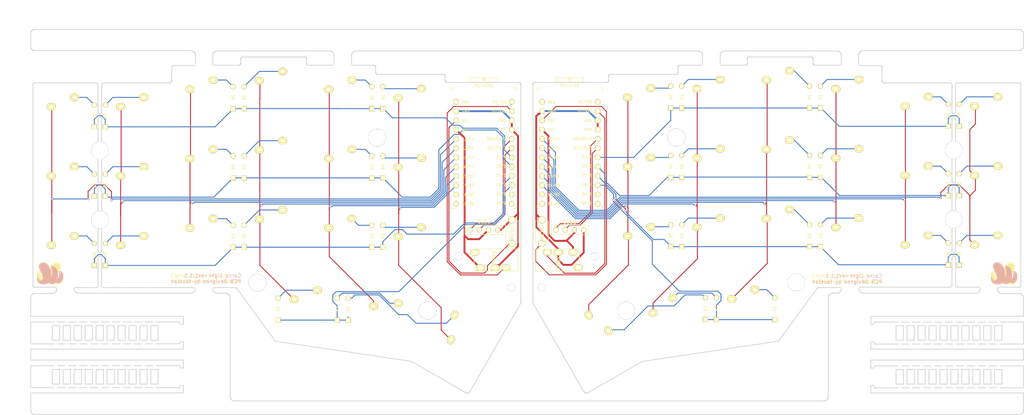
<source format=kicad_pcb>
(kicad_pcb (version 20171130) (host pcbnew "(5.1.2-1)-1")
  (title_block (title "Corne Light") (date 2018-12-26) (rev 2.1) (company foostan))
  (layers (0 F.Cu signal) (31 B.Cu signal) (34 B.Paste user) (35 F.Paste user) (36 B.SilkS user) (37 F.SilkS user) (38 B.Mask user) (39 F.Mask user) (44 Edge.Cuts user))
  (net 0 "")
  (net 1 row0)
  (net 2 "Net-(D1-Pad2)")
  (net 3 row1)
  (net 4 "Net-(D2-Pad2)")
  (net 5 row2)
  (net 6 "Net-(D3-Pad2)")
  (net 7 row3)
  (net 8 "Net-(D4-Pad2)")
  (net 9 "Net-(D5-Pad2)")
  (net 10 "Net-(D6-Pad2)")
  (net 11 "Net-(D7-Pad2)")
  (net 12 "Net-(D8-Pad2)")
  (net 13 "Net-(D9-Pad2)")
  (net 14 "Net-(D10-Pad2)")
  (net 15 "Net-(D11-Pad2)")
  (net 16 "Net-(D12-Pad2)")
  (net 17 "Net-(D13-Pad2)")
  (net 18 "Net-(D14-Pad2)")
  (net 19 "Net-(D15-Pad2)")
  (net 20 "Net-(D16-Pad2)")
  (net 21 "Net-(D17-Pad2)")
  (net 22 "Net-(D18-Pad2)")
  (net 23 "Net-(D19-Pad2)")
  (net 24 "Net-(D20-Pad2)")
  (net 25 "Net-(D21-Pad2)")
  (net 26 GND)
  (net 27 VCC)
  (net 28 col0)
  (net 29 col1)
  (net 30 col2)
  (net 31 col3)
  (net 32 col4)
  (net 33 col5)
  (net 34 LED)
  (net 35 data)
  (net 36 reset)
  (net 37 SCL)
  (net 38 SDA)
  (net 39 "Net-(U1-Pad14)")
  (net 40 "Net-(U1-Pad13)")
  (net 41 "Net-(U1-Pad12)")
  (net 42 "Net-(U1-Pad11)")
  (net 43 "Net-(J1-PadA)")
  (net 44 "Net-(U1-Pad24)")
  (net 45 "Net-(D22-Pad2)")
  (net 46 row0_r)
  (net 47 "Net-(D23-Pad2)")
  (net 48 "Net-(D24-Pad2)")
  (net 49 "Net-(D25-Pad2)")
  (net 50 "Net-(D26-Pad2)")
  (net 51 "Net-(D27-Pad2)")
  (net 52 row1_r)
  (net 53 "Net-(D28-Pad2)")
  (net 54 "Net-(D29-Pad2)")
  (net 55 "Net-(D30-Pad2)")
  (net 56 "Net-(D31-Pad2)")
  (net 57 "Net-(D32-Pad2)")
  (net 58 "Net-(D33-Pad2)")
  (net 59 row2_r)
  (net 60 "Net-(D34-Pad2)")
  (net 61 "Net-(D35-Pad2)")
  (net 62 "Net-(D36-Pad2)")
  (net 63 "Net-(D37-Pad2)")
  (net 64 "Net-(D38-Pad2)")
  (net 65 "Net-(D39-Pad2)")
  (net 66 "Net-(D40-Pad2)")
  (net 67 row3_r)
  (net 68 "Net-(D41-Pad2)")
  (net 69 "Net-(D42-Pad2)")
  (net 70 data_r)
  (net 71 "Net-(J6-PadA)")
  (net 72 SDA_r)
  (net 73 SCL_r)
  (net 74 LED_r)
  (net 75 reset_r)
  (net 76 col0_r)
  (net 77 col1_r)
  (net 78 col2_r)
  (net 79 col3_r)
  (net 80 col4_r)
  (net 81 col5_r)
  (net 82 "Net-(U2-Pad24)")
  (net 83 "Net-(U2-Pad14)")
  (net 84 "Net-(U2-Pad13)")
  (net 85 "Net-(U2-Pad12)")
  (net 86 "Net-(U2-Pad11)")
  (net 87 VDD)
  (net 88 GNDA)
  (module kbd:CherryMX_1u (layer F.Cu) (at 22.1875 45.92)
    (fp_text reference SW1 hide)
    (fp_text value SW_PUSH hide)
    (pad "" np_thru_hole circle (at 0 0 90) (size 4 4) (drill 4) (layers *.Cu *.Mask))
    (pad "" np_thru_hole circle (at -5.08 0 90) (size 1.9 1.9) (drill 1.9) (layers *.Cu *.Mask))
    (pad "" np_thru_hole circle (at 5.08 0 90) (size 1.9 1.9) (drill 1.9) (layers *.Cu *.Mask))
    (pad 2 thru_hole oval (at 2.54 -5.08) (size 2.5 2) (drill oval 1.2 0.8) (layers *.Cu F.SilkS B.Mask) (net 2 "Net-(D1-Pad2)"))
    (pad 1 thru_hole oval (at -3.81 -2.54) (size 2.5 2) (drill oval 1.2 0.8) (layers *.Cu F.SilkS B.Mask) (net 28 col0))
  )
  (module kbd:CherryMX_1u (layer F.Cu) (at 41.1875 45.92)
    (fp_text reference SW2 hide)
    (fp_text value SW_PUSH hide)
    (pad "" np_thru_hole circle (at 0 0 90) (size 4 4) (drill 4) (layers *.Cu *.Mask))
    (pad "" np_thru_hole circle (at -5.08 0 90) (size 1.9 1.9) (drill 1.9) (layers *.Cu *.Mask))
    (pad "" np_thru_hole circle (at 5.08 0 90) (size 1.9 1.9) (drill 1.9) (layers *.Cu *.Mask))
    (pad 2 thru_hole oval (at 2.54 -5.08) (size 2.5 2) (drill oval 1.2 0.8) (layers *.Cu F.SilkS B.Mask) (net 4 "Net-(D2-Pad2)"))
    (pad 1 thru_hole oval (at -3.81 -2.54) (size 2.5 2) (drill oval 1.2 0.8) (layers *.Cu F.SilkS B.Mask) (net 29 col1))
  )
  (module kbd:CherryMX_1u (layer F.Cu) (at 218.0245 76.649)
    (fp_text reference SW37 hide)
    (fp_text value SW_PUSH hide)
    (pad "" np_thru_hole circle (at 0 0 90) (size 4 4) (drill 4) (layers *.Cu *.Mask))
    (pad "" np_thru_hole circle (at -5.08 0 90) (size 1.9 1.9) (drill 1.9) (layers *.Cu *.Mask))
    (pad "" np_thru_hole circle (at 5.08 0 90) (size 1.9 1.9) (drill 1.9) (layers *.Cu *.Mask))
    (pad 2 thru_hole oval (at 2.54 -5.08) (size 2.5 2) (drill oval 1.2 0.8) (layers *.Cu F.SilkS B.Mask) (net 63 "Net-(D37-Pad2)"))
    (pad 1 thru_hole oval (at -3.81 -2.54) (size 2.5 2) (drill oval 1.2 0.8) (layers *.Cu F.SilkS B.Mask) (net 79 col3_r))
  )
  (module kbd:CherryMX_1u (layer F.Cu) (at 60.1875 60.17)
    (fp_text reference SW9 hide)
    (fp_text value SW_PUSH hide)
    (pad "" np_thru_hole circle (at 0 0 90) (size 4 4) (drill 4) (layers *.Cu *.Mask))
    (pad "" np_thru_hole circle (at -5.08 0 90) (size 1.9 1.9) (drill 1.9) (layers *.Cu *.Mask))
    (pad "" np_thru_hole circle (at 5.08 0 90) (size 1.9 1.9) (drill 1.9) (layers *.Cu *.Mask))
    (pad 2 thru_hole oval (at 2.54 -5.08) (size 2.5 2) (drill oval 1.2 0.8) (layers *.Cu F.SilkS B.Mask) (net 13 "Net-(D9-Pad2)"))
    (pad 1 thru_hole oval (at -3.81 -2.54) (size 2.5 2) (drill oval 1.2 0.8) (layers *.Cu F.SilkS B.Mask) (net 30 col2))
  )
  (module kbd:CherryMX_1u (layer F.Cu) (at 199.0245 60.024)
    (fp_text reference SW32 hide)
    (fp_text value SW_PUSH hide)
    (pad "" np_thru_hole circle (at 0 0 90) (size 4 4) (drill 4) (layers *.Cu *.Mask))
    (pad "" np_thru_hole circle (at -5.08 0 90) (size 1.9 1.9) (drill 1.9) (layers *.Cu *.Mask))
    (pad "" np_thru_hole circle (at 5.08 0 90) (size 1.9 1.9) (drill 1.9) (layers *.Cu *.Mask))
    (pad 2 thru_hole oval (at 2.54 -5.08) (size 2.5 2) (drill oval 1.2 0.8) (layers *.Cu F.SilkS B.Mask) (net 57 "Net-(D32-Pad2)"))
    (pad 1 thru_hole oval (at -3.81 -2.54) (size 2.5 2) (drill oval 1.2 0.8) (layers *.Cu F.SilkS B.Mask) (net 80 col4_r))
  )
  (module kbd:CherryMX_1u (layer F.Cu) (at 199.0245 41.024)
    (fp_text reference SW26 hide)
    (fp_text value SW_PUSH hide)
    (pad "" np_thru_hole circle (at 0 0 90) (size 4 4) (drill 4) (layers *.Cu *.Mask))
    (pad "" np_thru_hole circle (at -5.08 0 90) (size 1.9 1.9) (drill 1.9) (layers *.Cu *.Mask))
    (pad "" np_thru_hole circle (at 5.08 0 90) (size 1.9 1.9) (drill 1.9) (layers *.Cu *.Mask))
    (pad 2 thru_hole oval (at 2.54 -5.08) (size 2.5 2) (drill oval 1.2 0.8) (layers *.Cu F.SilkS B.Mask) (net 50 "Net-(D26-Pad2)"))
    (pad 1 thru_hole oval (at -3.81 -2.54) (size 2.5 2) (drill oval 1.2 0.8) (layers *.Cu F.SilkS B.Mask) (net 80 col4_r))
  )
  (module kbd:CherryMX_1u (layer F.Cu) (at 187.5245 101.399 15)
    (fp_text reference SW41 hide)
    (fp_text value SW_PUSH hide)
    (pad "" np_thru_hole circle (at 0 0 105) (size 4 4) (drill 4) (layers *.Cu *.Mask))
    (pad "" np_thru_hole circle (at -5.08 0 105) (size 1.9 1.9) (drill 1.9) (layers *.Cu *.Mask))
    (pad "" np_thru_hole circle (at 5.08 0 105) (size 1.9 1.9) (drill 1.9) (layers *.Cu *.Mask))
    (pad 2 thru_hole oval (at 2.54 -5.08 15) (size 2.5 2) (drill oval 1.2 0.8) (layers *.Cu F.SilkS B.Mask) (net 68 "Net-(D41-Pad2)"))
    (pad 1 thru_hole oval (at -3.81 -2.54 15) (size 2.5 2) (drill oval 1.2 0.8) (layers *.Cu F.SilkS B.Mask) (net 80 col4_r))
  )
  (module kbd:CherryMX_1u (layer F.Cu) (at 165.2745 105.149 300)
    (fp_text reference SW42 hide)
    (fp_text value SW_PUSH hide)
    (pad "" np_thru_hole circle (at 0 0 30) (size 4 4) (drill 4) (layers *.Cu *.Mask))
    (pad "" np_thru_hole circle (at -5.08 0 30) (size 1.9 1.9) (drill 1.9) (layers *.Cu *.Mask))
    (pad "" np_thru_hole circle (at 5.08 0 30) (size 1.9 1.9) (drill 1.9) (layers *.Cu *.Mask))
    (pad 2 thru_hole oval (at 2.54 -5.08 300) (size 2.5 2) (drill oval 1.2 0.8) (layers *.Cu F.SilkS B.Mask) (net 69 "Net-(D42-Pad2)"))
    (pad 1 thru_hole oval (at -3.81 -2.54 300) (size 2.5 2) (drill oval 1.2 0.8) (layers *.Cu F.SilkS B.Mask) (net 81 col5_r))
  )
  (module kbd:CherryMX_1u (layer F.Cu) (at 117.1875 81.545)
    (fp_text reference SW18 hide)
    (fp_text value SW_PUSH hide)
    (pad "" np_thru_hole circle (at 0 0 90) (size 4 4) (drill 4) (layers *.Cu *.Mask))
    (pad "" np_thru_hole circle (at -5.08 0 90) (size 1.9 1.9) (drill 1.9) (layers *.Cu *.Mask))
    (pad "" np_thru_hole circle (at 5.08 0 90) (size 1.9 1.9) (drill 1.9) (layers *.Cu *.Mask))
    (pad 2 thru_hole oval (at 2.54 -5.08) (size 2.5 2) (drill oval 1.2 0.8) (layers *.Cu F.SilkS B.Mask) (net 22 "Net-(D18-Pad2)"))
    (pad 1 thru_hole oval (at -3.81 -2.54) (size 2.5 2) (drill oval 1.2 0.8) (layers *.Cu F.SilkS B.Mask) (net 33 col5))
  )
  (module kbd:CherryMX_1u (layer F.Cu) (at 60.1875 41.17)
    (fp_text reference SW3 hide)
    (fp_text value SW_PUSH hide)
    (pad "" np_thru_hole circle (at 0 0 90) (size 4 4) (drill 4) (layers *.Cu *.Mask))
    (pad "" np_thru_hole circle (at -5.08 0 90) (size 1.9 1.9) (drill 1.9) (layers *.Cu *.Mask))
    (pad "" np_thru_hole circle (at 5.08 0 90) (size 1.9 1.9) (drill 1.9) (layers *.Cu *.Mask))
    (pad 2 thru_hole oval (at 2.54 -5.08) (size 2.5 2) (drill oval 1.2 0.8) (layers *.Cu F.SilkS B.Mask) (net 6 "Net-(D3-Pad2)"))
    (pad 1 thru_hole oval (at -3.81 -2.54) (size 2.5 2) (drill oval 1.2 0.8) (layers *.Cu F.SilkS B.Mask) (net 30 col2))
  )
  (module kbd:CherryMX_1u (layer F.Cu) (at 41.1875 83.92)
    (fp_text reference SW14 hide)
    (fp_text value SW_PUSH hide)
    (pad "" np_thru_hole circle (at 0 0 90) (size 4 4) (drill 4) (layers *.Cu *.Mask))
    (pad "" np_thru_hole circle (at -5.08 0 90) (size 1.9 1.9) (drill 1.9) (layers *.Cu *.Mask))
    (pad "" np_thru_hole circle (at 5.08 0 90) (size 1.9 1.9) (drill 1.9) (layers *.Cu *.Mask))
    (pad 2 thru_hole oval (at 2.54 -5.08) (size 2.5 2) (drill oval 1.2 0.8) (layers *.Cu F.SilkS B.Mask) (net 18 "Net-(D14-Pad2)"))
    (pad 1 thru_hole oval (at -3.81 -2.54) (size 2.5 2) (drill oval 1.2 0.8) (layers *.Cu F.SilkS B.Mask) (net 29 col1))
  )
  (module kbd:CherryMX_1u (layer F.Cu) (at 131.9375 105.295 60)
    (fp_text reference SW21 hide)
    (fp_text value SW_PUSH hide)
    (pad "" np_thru_hole circle (at 0 0 150) (size 4 4) (drill 4) (layers *.Cu *.Mask))
    (pad "" np_thru_hole circle (at -5.08 0 150) (size 1.9 1.9) (drill 1.9) (layers *.Cu *.Mask))
    (pad "" np_thru_hole circle (at 5.08 0 150) (size 1.9 1.9) (drill 1.9) (layers *.Cu *.Mask))
    (pad 2 thru_hole oval (at 2.54 -5.08 60) (size 2.5 2) (drill oval 1.2 0.8) (layers *.Cu F.SilkS B.Mask) (net 25 "Net-(D21-Pad2)"))
    (pad 1 thru_hole oval (at -3.81 -2.54 60) (size 2.5 2) (drill oval 1.2 0.8) (layers *.Cu F.SilkS B.Mask) (net 33 col5))
  )
  (module kbd:CherryMX_1u (layer F.Cu) (at 180.0245 43.399)
    (fp_text reference SW27 hide)
    (fp_text value SW_PUSH hide)
    (pad "" np_thru_hole circle (at 0 0 90) (size 4 4) (drill 4) (layers *.Cu *.Mask))
    (pad "" np_thru_hole circle (at -5.08 0 90) (size 1.9 1.9) (drill 1.9) (layers *.Cu *.Mask))
    (pad "" np_thru_hole circle (at 5.08 0 90) (size 1.9 1.9) (drill 1.9) (layers *.Cu *.Mask))
    (pad 2 thru_hole oval (at 2.54 -5.08) (size 2.5 2) (drill oval 1.2 0.8) (layers *.Cu F.SilkS B.Mask) (net 51 "Net-(D27-Pad2)"))
    (pad 1 thru_hole oval (at -3.81 -2.54) (size 2.5 2) (drill oval 1.2 0.8) (layers *.Cu F.SilkS B.Mask) (net 81 col5_r))
  )
  (module kbd:CherryMX_1u (layer F.Cu) (at 117.1875 62.545)
    (fp_text reference SW12 hide)
    (fp_text value SW_PUSH hide)
    (pad "" np_thru_hole circle (at 0 0 90) (size 4 4) (drill 4) (layers *.Cu *.Mask))
    (pad "" np_thru_hole circle (at -5.08 0 90) (size 1.9 1.9) (drill 1.9) (layers *.Cu *.Mask))
    (pad "" np_thru_hole circle (at 5.08 0 90) (size 1.9 1.9) (drill 1.9) (layers *.Cu *.Mask))
    (pad 2 thru_hole oval (at 2.54 -5.08) (size 2.5 2) (drill oval 1.2 0.8) (layers *.Cu F.SilkS B.Mask) (net 16 "Net-(D12-Pad2)"))
    (pad 1 thru_hole oval (at -3.81 -2.54) (size 2.5 2) (drill oval 1.2 0.8) (layers *.Cu F.SilkS B.Mask) (net 33 col5))
  )
  (module kbd:CherryMX_1u (layer F.Cu) (at 109.6875 101.545 345)
    (fp_text reference SW20 hide)
    (fp_text value SW_PUSH hide)
    (pad "" np_thru_hole circle (at 0 0 75) (size 4 4) (drill 4) (layers *.Cu *.Mask))
    (pad "" np_thru_hole circle (at -5.08 0 75) (size 1.9 1.9) (drill 1.9) (layers *.Cu *.Mask))
    (pad "" np_thru_hole circle (at 5.08 0 75) (size 1.9 1.9) (drill 1.9) (layers *.Cu *.Mask))
    (pad 2 thru_hole oval (at 2.54 -5.08 345) (size 2.5 2) (drill oval 1.2 0.8) (layers *.Cu F.SilkS B.Mask) (net 24 "Net-(D20-Pad2)"))
    (pad 1 thru_hole oval (at -3.81 -2.54 345) (size 2.5 2) (drill oval 1.2 0.8) (layers *.Cu F.SilkS B.Mask) (net 32 col4))
  )
  (module kbd:CherryMX_1u (layer F.Cu) (at 22.1875 64.92)
    (fp_text reference SW7 hide)
    (fp_text value SW_PUSH hide)
    (pad "" np_thru_hole circle (at 0 0 90) (size 4 4) (drill 4) (layers *.Cu *.Mask))
    (pad "" np_thru_hole circle (at -5.08 0 90) (size 1.9 1.9) (drill 1.9) (layers *.Cu *.Mask))
    (pad "" np_thru_hole circle (at 5.08 0 90) (size 1.9 1.9) (drill 1.9) (layers *.Cu *.Mask))
    (pad 2 thru_hole oval (at 2.54 -5.08) (size 2.5 2) (drill oval 1.2 0.8) (layers *.Cu F.SilkS B.Mask) (net 11 "Net-(D7-Pad2)"))
    (pad 1 thru_hole oval (at -3.81 -2.54) (size 2.5 2) (drill oval 1.2 0.8) (layers *.Cu F.SilkS B.Mask) (net 28 col0))
  )
  (module kbd:CherryMX_1u (layer F.Cu) (at 41.1875 64.92)
    (fp_text reference SW8 hide)
    (fp_text value SW_PUSH hide)
    (pad "" np_thru_hole circle (at 0 0 90) (size 4 4) (drill 4) (layers *.Cu *.Mask))
    (pad "" np_thru_hole circle (at -5.08 0 90) (size 1.9 1.9) (drill 1.9) (layers *.Cu *.Mask))
    (pad "" np_thru_hole circle (at 5.08 0 90) (size 1.9 1.9) (drill 1.9) (layers *.Cu *.Mask))
    (pad 2 thru_hole oval (at 2.54 -5.08) (size 2.5 2) (drill oval 1.2 0.8) (layers *.Cu F.SilkS B.Mask) (net 12 "Net-(D8-Pad2)"))
    (pad 1 thru_hole oval (at -3.81 -2.54) (size 2.5 2) (drill oval 1.2 0.8) (layers *.Cu F.SilkS B.Mask) (net 29 col1))
  )
  (module kbd:CherryMX_1u (layer F.Cu) (at 79.1875 57.795)
    (fp_text reference SW10 hide)
    (fp_text value SW_PUSH hide)
    (pad "" np_thru_hole circle (at 0 0 90) (size 4 4) (drill 4) (layers *.Cu *.Mask))
    (pad "" np_thru_hole circle (at -5.08 0 90) (size 1.9 1.9) (drill 1.9) (layers *.Cu *.Mask))
    (pad "" np_thru_hole circle (at 5.08 0 90) (size 1.9 1.9) (drill 1.9) (layers *.Cu *.Mask))
    (pad 2 thru_hole oval (at 2.54 -5.08) (size 2.5 2) (drill oval 1.2 0.8) (layers *.Cu F.SilkS B.Mask) (net 14 "Net-(D10-Pad2)"))
    (pad 1 thru_hole oval (at -3.81 -2.54) (size 2.5 2) (drill oval 1.2 0.8) (layers *.Cu F.SilkS B.Mask) (net 31 col3))
  )
  (module kbd:CherryMX_1u (layer F.Cu) (at 98.1875 60.17)
    (fp_text reference SW11 hide)
    (fp_text value SW_PUSH hide)
    (pad "" np_thru_hole circle (at 0 0 90) (size 4 4) (drill 4) (layers *.Cu *.Mask))
    (pad "" np_thru_hole circle (at -5.08 0 90) (size 1.9 1.9) (drill 1.9) (layers *.Cu *.Mask))
    (pad "" np_thru_hole circle (at 5.08 0 90) (size 1.9 1.9) (drill 1.9) (layers *.Cu *.Mask))
    (pad 2 thru_hole oval (at 2.54 -5.08) (size 2.5 2) (drill oval 1.2 0.8) (layers *.Cu F.SilkS B.Mask) (net 15 "Net-(D11-Pad2)"))
    (pad 1 thru_hole oval (at -3.81 -2.54) (size 2.5 2) (drill oval 1.2 0.8) (layers *.Cu F.SilkS B.Mask) (net 32 col4))
  )
  (module kbd:CherryMX_1u (layer F.Cu) (at 60.1875 79.17)
    (fp_text reference SW15 hide)
    (fp_text value SW_PUSH hide)
    (pad "" np_thru_hole circle (at 0 0 90) (size 4 4) (drill 4) (layers *.Cu *.Mask))
    (pad "" np_thru_hole circle (at -5.08 0 90) (size 1.9 1.9) (drill 1.9) (layers *.Cu *.Mask))
    (pad "" np_thru_hole circle (at 5.08 0 90) (size 1.9 1.9) (drill 1.9) (layers *.Cu *.Mask))
    (pad 2 thru_hole oval (at 2.54 -5.08) (size 2.5 2) (drill oval 1.2 0.8) (layers *.Cu F.SilkS B.Mask) (net 19 "Net-(D15-Pad2)"))
    (pad 1 thru_hole oval (at -3.81 -2.54) (size 2.5 2) (drill oval 1.2 0.8) (layers *.Cu F.SilkS B.Mask) (net 30 col2))
  )
  (module kbd:CherryMX_1u (layer F.Cu) (at 79.1875 76.795)
    (fp_text reference SW16 hide)
    (fp_text value SW_PUSH hide)
    (pad "" np_thru_hole circle (at 0 0 90) (size 4 4) (drill 4) (layers *.Cu *.Mask))
    (pad "" np_thru_hole circle (at -5.08 0 90) (size 1.9 1.9) (drill 1.9) (layers *.Cu *.Mask))
    (pad "" np_thru_hole circle (at 5.08 0 90) (size 1.9 1.9) (drill 1.9) (layers *.Cu *.Mask))
    (pad 2 thru_hole oval (at 2.54 -5.08) (size 2.5 2) (drill oval 1.2 0.8) (layers *.Cu F.SilkS B.Mask) (net 20 "Net-(D16-Pad2)"))
    (pad 1 thru_hole oval (at -3.81 -2.54) (size 2.5 2) (drill oval 1.2 0.8) (layers *.Cu F.SilkS B.Mask) (net 31 col3))
  )
  (module kbd:CherryMX_1u (layer F.Cu) (at 98.1875 79.17)
    (fp_text reference SW17 hide)
    (fp_text value SW_PUSH hide)
    (pad "" np_thru_hole circle (at 0 0 90) (size 4 4) (drill 4) (layers *.Cu *.Mask))
    (pad "" np_thru_hole circle (at -5.08 0 90) (size 1.9 1.9) (drill 1.9) (layers *.Cu *.Mask))
    (pad "" np_thru_hole circle (at 5.08 0 90) (size 1.9 1.9) (drill 1.9) (layers *.Cu *.Mask))
    (pad 2 thru_hole oval (at 2.54 -5.08) (size 2.5 2) (drill oval 1.2 0.8) (layers *.Cu F.SilkS B.Mask) (net 21 "Net-(D17-Pad2)"))
    (pad 1 thru_hole oval (at -3.81 -2.54) (size 2.5 2) (drill oval 1.2 0.8) (layers *.Cu F.SilkS B.Mask) (net 32 col4))
  )
  (module kbd:CherryMX_1u (layer F.Cu) (at 88.6875 98.795)
    (fp_text reference SW19 hide)
    (fp_text value SW_PUSH hide)
    (pad "" np_thru_hole circle (at 0 0 90) (size 4 4) (drill 4) (layers *.Cu *.Mask))
    (pad "" np_thru_hole circle (at -5.08 0 90) (size 1.9 1.9) (drill 1.9) (layers *.Cu *.Mask))
    (pad "" np_thru_hole circle (at 5.08 0 90) (size 1.9 1.9) (drill 1.9) (layers *.Cu *.Mask))
    (pad 2 thru_hole oval (at 2.54 -5.08) (size 2.5 2) (drill oval 1.2 0.8) (layers *.Cu F.SilkS B.Mask) (net 23 "Net-(D19-Pad2)"))
    (pad 1 thru_hole oval (at -3.81 -2.54) (size 2.5 2) (drill oval 1.2 0.8) (layers *.Cu F.SilkS B.Mask) (net 31 col3))
  )
  (module kbd:CherryMX_1u (layer F.Cu) (at 22.1875 83.92)
    (fp_text reference SW13 hide)
    (fp_text value SW_PUSH hide)
    (pad "" np_thru_hole circle (at 0 0 90) (size 4 4) (drill 4) (layers *.Cu *.Mask))
    (pad "" np_thru_hole circle (at -5.08 0 90) (size 1.9 1.9) (drill 1.9) (layers *.Cu *.Mask))
    (pad "" np_thru_hole circle (at 5.08 0 90) (size 1.9 1.9) (drill 1.9) (layers *.Cu *.Mask))
    (pad 2 thru_hole oval (at 2.54 -5.08) (size 2.5 2) (drill oval 1.2 0.8) (layers *.Cu F.SilkS B.Mask) (net 17 "Net-(D13-Pad2)"))
    (pad 1 thru_hole oval (at -3.81 -2.54) (size 2.5 2) (drill oval 1.2 0.8) (layers *.Cu F.SilkS B.Mask) (net 28 col0))
  )
  (module kbd:CherryMX_1u (layer F.Cu) (at 180.0245 81.399)
    (fp_text reference SW39 hide)
    (fp_text value SW_PUSH hide)
    (pad "" np_thru_hole circle (at 0 0 90) (size 4 4) (drill 4) (layers *.Cu *.Mask))
    (pad "" np_thru_hole circle (at -5.08 0 90) (size 1.9 1.9) (drill 1.9) (layers *.Cu *.Mask))
    (pad "" np_thru_hole circle (at 5.08 0 90) (size 1.9 1.9) (drill 1.9) (layers *.Cu *.Mask))
    (pad 2 thru_hole oval (at 2.54 -5.08) (size 2.5 2) (drill oval 1.2 0.8) (layers *.Cu F.SilkS B.Mask) (net 65 "Net-(D39-Pad2)"))
    (pad 1 thru_hole oval (at -3.81 -2.54) (size 2.5 2) (drill oval 1.2 0.8) (layers *.Cu F.SilkS B.Mask) (net 81 col5_r))
  )
  (module kbd:CherryMX_1u (layer F.Cu) (at 275.0245 64.774)
    (fp_text reference SW28 hide)
    (fp_text value SW_PUSH hide)
    (pad "" np_thru_hole circle (at 0 0 90) (size 4 4) (drill 4) (layers *.Cu *.Mask))
    (pad "" np_thru_hole circle (at -5.08 0 90) (size 1.9 1.9) (drill 1.9) (layers *.Cu *.Mask))
    (pad "" np_thru_hole circle (at 5.08 0 90) (size 1.9 1.9) (drill 1.9) (layers *.Cu *.Mask))
    (pad 2 thru_hole oval (at 2.54 -5.08) (size 2.5 2) (drill oval 1.2 0.8) (layers *.Cu F.SilkS B.Mask) (net 53 "Net-(D28-Pad2)"))
    (pad 1 thru_hole oval (at -3.81 -2.54) (size 2.5 2) (drill oval 1.2 0.8) (layers *.Cu F.SilkS B.Mask) (net 76 col0_r))
  )
  (module kbd:CherryMX_1u (layer F.Cu) (at 256.0245 45.774)
    (fp_text reference SW23 hide)
    (fp_text value SW_PUSH hide)
    (pad "" np_thru_hole circle (at 0 0 90) (size 4 4) (drill 4) (layers *.Cu *.Mask))
    (pad "" np_thru_hole circle (at -5.08 0 90) (size 1.9 1.9) (drill 1.9) (layers *.Cu *.Mask))
    (pad "" np_thru_hole circle (at 5.08 0 90) (size 1.9 1.9) (drill 1.9) (layers *.Cu *.Mask))
    (pad 2 thru_hole oval (at 2.54 -5.08) (size 2.5 2) (drill oval 1.2 0.8) (layers *.Cu F.SilkS B.Mask) (net 47 "Net-(D23-Pad2)"))
    (pad 1 thru_hole oval (at -3.81 -2.54) (size 2.5 2) (drill oval 1.2 0.8) (layers *.Cu F.SilkS B.Mask) (net 77 col1_r))
  )
  (module kbd:CherryMX_1u (layer F.Cu) (at 208.5245 98.649)
    (fp_text reference SW40 hide)
    (fp_text value SW_PUSH hide)
    (pad "" np_thru_hole circle (at 0 0 90) (size 4 4) (drill 4) (layers *.Cu *.Mask))
    (pad "" np_thru_hole circle (at -5.08 0 90) (size 1.9 1.9) (drill 1.9) (layers *.Cu *.Mask))
    (pad "" np_thru_hole circle (at 5.08 0 90) (size 1.9 1.9) (drill 1.9) (layers *.Cu *.Mask))
    (pad 2 thru_hole oval (at 2.54 -5.08) (size 2.5 2) (drill oval 1.2 0.8) (layers *.Cu F.SilkS B.Mask) (net 66 "Net-(D40-Pad2)"))
    (pad 1 thru_hole oval (at -3.81 -2.54) (size 2.5 2) (drill oval 1.2 0.8) (layers *.Cu F.SilkS B.Mask) (net 79 col3_r))
  )
  (module kbd:CherryMX_1u (layer F.Cu) (at 199.0245 79.024)
    (fp_text reference SW38 hide)
    (fp_text value SW_PUSH hide)
    (pad "" np_thru_hole circle (at 0 0 90) (size 4 4) (drill 4) (layers *.Cu *.Mask))
    (pad "" np_thru_hole circle (at -5.08 0 90) (size 1.9 1.9) (drill 1.9) (layers *.Cu *.Mask))
    (pad "" np_thru_hole circle (at 5.08 0 90) (size 1.9 1.9) (drill 1.9) (layers *.Cu *.Mask))
    (pad 2 thru_hole oval (at 2.54 -5.08) (size 2.5 2) (drill oval 1.2 0.8) (layers *.Cu F.SilkS B.Mask) (net 64 "Net-(D38-Pad2)"))
    (pad 1 thru_hole oval (at -3.81 -2.54) (size 2.5 2) (drill oval 1.2 0.8) (layers *.Cu F.SilkS B.Mask) (net 80 col4_r))
  )
  (module kbd:CherryMX_1u (layer F.Cu) (at 237.0245 79.024)
    (fp_text reference SW36 hide)
    (fp_text value SW_PUSH hide)
    (pad "" np_thru_hole circle (at 0 0 90) (size 4 4) (drill 4) (layers *.Cu *.Mask))
    (pad "" np_thru_hole circle (at -5.08 0 90) (size 1.9 1.9) (drill 1.9) (layers *.Cu *.Mask))
    (pad "" np_thru_hole circle (at 5.08 0 90) (size 1.9 1.9) (drill 1.9) (layers *.Cu *.Mask))
    (pad 2 thru_hole oval (at 2.54 -5.08) (size 2.5 2) (drill oval 1.2 0.8) (layers *.Cu F.SilkS B.Mask) (net 62 "Net-(D36-Pad2)"))
    (pad 1 thru_hole oval (at -3.81 -2.54) (size 2.5 2) (drill oval 1.2 0.8) (layers *.Cu F.SilkS B.Mask) (net 78 col2_r))
  )
  (module kbd:CherryMX_1u (layer F.Cu) (at 256.0245 83.774)
    (fp_text reference SW35 hide)
    (fp_text value SW_PUSH hide)
    (pad "" np_thru_hole circle (at 0 0 90) (size 4 4) (drill 4) (layers *.Cu *.Mask))
    (pad "" np_thru_hole circle (at -5.08 0 90) (size 1.9 1.9) (drill 1.9) (layers *.Cu *.Mask))
    (pad "" np_thru_hole circle (at 5.08 0 90) (size 1.9 1.9) (drill 1.9) (layers *.Cu *.Mask))
    (pad 2 thru_hole oval (at 2.54 -5.08) (size 2.5 2) (drill oval 1.2 0.8) (layers *.Cu F.SilkS B.Mask) (net 61 "Net-(D35-Pad2)"))
    (pad 1 thru_hole oval (at -3.81 -2.54) (size 2.5 2) (drill oval 1.2 0.8) (layers *.Cu F.SilkS B.Mask) (net 77 col1_r))
  )
  (module kbd:CherryMX_1u (layer F.Cu) (at 275.0245 83.774)
    (fp_text reference SW34 hide)
    (fp_text value SW_PUSH hide)
    (pad "" np_thru_hole circle (at 0 0 90) (size 4 4) (drill 4) (layers *.Cu *.Mask))
    (pad "" np_thru_hole circle (at -5.08 0 90) (size 1.9 1.9) (drill 1.9) (layers *.Cu *.Mask))
    (pad "" np_thru_hole circle (at 5.08 0 90) (size 1.9 1.9) (drill 1.9) (layers *.Cu *.Mask))
    (pad 2 thru_hole oval (at 2.54 -5.08) (size 2.5 2) (drill oval 1.2 0.8) (layers *.Cu F.SilkS B.Mask) (net 60 "Net-(D34-Pad2)"))
    (pad 1 thru_hole oval (at -3.81 -2.54) (size 2.5 2) (drill oval 1.2 0.8) (layers *.Cu F.SilkS B.Mask) (net 76 col0_r))
  )
  (module kbd:CherryMX_1u (layer F.Cu) (at 180.0245 62.399)
    (fp_text reference SW33 hide)
    (fp_text value SW_PUSH hide)
    (pad "" np_thru_hole circle (at 0 0 90) (size 4 4) (drill 4) (layers *.Cu *.Mask))
    (pad "" np_thru_hole circle (at -5.08 0 90) (size 1.9 1.9) (drill 1.9) (layers *.Cu *.Mask))
    (pad "" np_thru_hole circle (at 5.08 0 90) (size 1.9 1.9) (drill 1.9) (layers *.Cu *.Mask))
    (pad 2 thru_hole oval (at 2.54 -5.08) (size 2.5 2) (drill oval 1.2 0.8) (layers *.Cu F.SilkS B.Mask) (net 58 "Net-(D33-Pad2)"))
    (pad 1 thru_hole oval (at -3.81 -2.54) (size 2.5 2) (drill oval 1.2 0.8) (layers *.Cu F.SilkS B.Mask) (net 81 col5_r))
  )
  (module kbd:CherryMX_1u (layer F.Cu) (at 218.0245 57.649)
    (fp_text reference SW31 hide)
    (fp_text value SW_PUSH hide)
    (pad "" np_thru_hole circle (at 0 0 90) (size 4 4) (drill 4) (layers *.Cu *.Mask))
    (pad "" np_thru_hole circle (at -5.08 0 90) (size 1.9 1.9) (drill 1.9) (layers *.Cu *.Mask))
    (pad "" np_thru_hole circle (at 5.08 0 90) (size 1.9 1.9) (drill 1.9) (layers *.Cu *.Mask))
    (pad 2 thru_hole oval (at 2.54 -5.08) (size 2.5 2) (drill oval 1.2 0.8) (layers *.Cu F.SilkS B.Mask) (net 56 "Net-(D31-Pad2)"))
    (pad 1 thru_hole oval (at -3.81 -2.54) (size 2.5 2) (drill oval 1.2 0.8) (layers *.Cu F.SilkS B.Mask) (net 79 col3_r))
  )
  (module kbd:CherryMX_1u (layer F.Cu) (at 237.0245 60.024)
    (fp_text reference SW30 hide)
    (fp_text value SW_PUSH hide)
    (pad "" np_thru_hole circle (at 0 0 90) (size 4 4) (drill 4) (layers *.Cu *.Mask))
    (pad "" np_thru_hole circle (at -5.08 0 90) (size 1.9 1.9) (drill 1.9) (layers *.Cu *.Mask))
    (pad "" np_thru_hole circle (at 5.08 0 90) (size 1.9 1.9) (drill 1.9) (layers *.Cu *.Mask))
    (pad 2 thru_hole oval (at 2.54 -5.08) (size 2.5 2) (drill oval 1.2 0.8) (layers *.Cu F.SilkS B.Mask) (net 55 "Net-(D30-Pad2)"))
    (pad 1 thru_hole oval (at -3.81 -2.54) (size 2.5 2) (drill oval 1.2 0.8) (layers *.Cu F.SilkS B.Mask) (net 78 col2_r))
  )
  (module kbd:CherryMX_1u (layer F.Cu) (at 256.0245 64.774)
    (fp_text reference SW29 hide)
    (fp_text value SW_PUSH hide)
    (pad "" np_thru_hole circle (at 0 0 90) (size 4 4) (drill 4) (layers *.Cu *.Mask))
    (pad "" np_thru_hole circle (at -5.08 0 90) (size 1.9 1.9) (drill 1.9) (layers *.Cu *.Mask))
    (pad "" np_thru_hole circle (at 5.08 0 90) (size 1.9 1.9) (drill 1.9) (layers *.Cu *.Mask))
    (pad 2 thru_hole oval (at 2.54 -5.08) (size 2.5 2) (drill oval 1.2 0.8) (layers *.Cu F.SilkS B.Mask) (net 54 "Net-(D29-Pad2)"))
    (pad 1 thru_hole oval (at -3.81 -2.54) (size 2.5 2) (drill oval 1.2 0.8) (layers *.Cu F.SilkS B.Mask) (net 77 col1_r))
  )
  (module kbd:CherryMX_1u (layer F.Cu) (at 218.0245 38.649)
    (fp_text reference SW25 hide)
    (fp_text value SW_PUSH hide)
    (pad "" np_thru_hole circle (at 0 0 90) (size 4 4) (drill 4) (layers *.Cu *.Mask))
    (pad "" np_thru_hole circle (at -5.08 0 90) (size 1.9 1.9) (drill 1.9) (layers *.Cu *.Mask))
    (pad "" np_thru_hole circle (at 5.08 0 90) (size 1.9 1.9) (drill 1.9) (layers *.Cu *.Mask))
    (pad 2 thru_hole oval (at 2.54 -5.08) (size 2.5 2) (drill oval 1.2 0.8) (layers *.Cu F.SilkS B.Mask) (net 49 "Net-(D25-Pad2)"))
    (pad 1 thru_hole oval (at -3.81 -2.54) (size 2.5 2) (drill oval 1.2 0.8) (layers *.Cu F.SilkS B.Mask) (net 79 col3_r))
  )
  (module kbd:CherryMX_1u (layer F.Cu) (at 237.0245 41.024)
    (fp_text reference SW24 hide)
    (fp_text value SW_PUSH hide)
    (pad "" np_thru_hole circle (at 0 0 90) (size 4 4) (drill 4) (layers *.Cu *.Mask))
    (pad "" np_thru_hole circle (at -5.08 0 90) (size 1.9 1.9) (drill 1.9) (layers *.Cu *.Mask))
    (pad "" np_thru_hole circle (at 5.08 0 90) (size 1.9 1.9) (drill 1.9) (layers *.Cu *.Mask))
    (pad 2 thru_hole oval (at 2.54 -5.08) (size 2.5 2) (drill oval 1.2 0.8) (layers *.Cu F.SilkS B.Mask) (net 48 "Net-(D24-Pad2)"))
    (pad 1 thru_hole oval (at -3.81 -2.54) (size 2.5 2) (drill oval 1.2 0.8) (layers *.Cu F.SilkS B.Mask) (net 78 col2_r))
  )
  (module kbd:CherryMX_1u (layer F.Cu) (at 275.0245 45.774)
    (fp_text reference SW22 hide)
    (fp_text value SW_PUSH hide)
    (pad "" np_thru_hole circle (at 0 0 90) (size 4 4) (drill 4) (layers *.Cu *.Mask))
    (pad "" np_thru_hole circle (at -5.08 0 90) (size 1.9 1.9) (drill 1.9) (layers *.Cu *.Mask))
    (pad "" np_thru_hole circle (at 5.08 0 90) (size 1.9 1.9) (drill 1.9) (layers *.Cu *.Mask))
    (pad 2 thru_hole oval (at 2.54 -5.08) (size 2.5 2) (drill oval 1.2 0.8) (layers *.Cu F.SilkS B.Mask) (net 45 "Net-(D22-Pad2)"))
    (pad 1 thru_hole oval (at -3.81 -2.54) (size 2.5 2) (drill oval 1.2 0.8) (layers *.Cu F.SilkS B.Mask) (net 76 col0_r))
  )
  (module kbd:CherryMX_1u (layer F.Cu) (at 79.1875 38.795)
    (fp_text reference SW4 hide)
    (fp_text value SW_PUSH hide)
    (pad "" np_thru_hole circle (at 0 0 90) (size 4 4) (drill 4) (layers *.Cu *.Mask))
    (pad "" np_thru_hole circle (at -5.08 0 90) (size 1.9 1.9) (drill 1.9) (layers *.Cu *.Mask))
    (pad "" np_thru_hole circle (at 5.08 0 90) (size 1.9 1.9) (drill 1.9) (layers *.Cu *.Mask))
    (pad 2 thru_hole oval (at 2.54 -5.08) (size 2.5 2) (drill oval 1.2 0.8) (layers *.Cu F.SilkS B.Mask) (net 8 "Net-(D4-Pad2)"))
    (pad 1 thru_hole oval (at -3.81 -2.54) (size 2.5 2) (drill oval 1.2 0.8) (layers *.Cu F.SilkS B.Mask) (net 31 col3))
  )
  (module kbd:CherryMX_1u (layer F.Cu) (at 98.1875 41.17)
    (fp_text reference SW5 hide)
    (fp_text value SW_PUSH hide)
    (pad "" np_thru_hole circle (at 0 0 90) (size 4 4) (drill 4) (layers *.Cu *.Mask))
    (pad "" np_thru_hole circle (at -5.08 0 90) (size 1.9 1.9) (drill 1.9) (layers *.Cu *.Mask))
    (pad "" np_thru_hole circle (at 5.08 0 90) (size 1.9 1.9) (drill 1.9) (layers *.Cu *.Mask))
    (pad 2 thru_hole oval (at 2.54 -5.08) (size 2.5 2) (drill oval 1.2 0.8) (layers *.Cu F.SilkS B.Mask) (net 9 "Net-(D5-Pad2)"))
    (pad 1 thru_hole oval (at -3.81 -2.54) (size 2.5 2) (drill oval 1.2 0.8) (layers *.Cu F.SilkS B.Mask) (net 32 col4))
  )
  (module kbd:CherryMX_1u (layer F.Cu) (at 117.1875 43.545)
    (fp_text reference SW6 hide)
    (fp_text value SW_PUSH hide)
    (pad "" np_thru_hole circle (at 0 0 90) (size 4 4) (drill 4) (layers *.Cu *.Mask))
    (pad "" np_thru_hole circle (at -5.08 0 90) (size 1.9 1.9) (drill 1.9) (layers *.Cu *.Mask))
    (pad "" np_thru_hole circle (at 5.08 0 90) (size 1.9 1.9) (drill 1.9) (layers *.Cu *.Mask))
    (pad 2 thru_hole oval (at 2.54 -5.08) (size 2.5 2) (drill oval 1.2 0.8) (layers *.Cu F.SilkS B.Mask) (net 10 "Net-(D6-Pad2)"))
    (pad 1 thru_hole oval (at -3.81 -2.54) (size 2.5 2) (drill oval 1.2 0.8) (layers *.Cu F.SilkS B.Mask) (net 33 col5))
  )
  (module kbd:M2_Threads_v2 (layer F.Cu) (at 46.6445 108.464 180)
    (fp_text reference Ref** hide)
    (fp_text value Val** hide)
    (pad "" np_thru_hole circle (at 0 0 180) (size 0.8128 0.8128) (drill 0.8128) (layers *.Cu *.Mask))
  )
  (module kbd:M2_Threads_v2 (layer F.Cu) (at 46.6445 102.454 180)
    (fp_text reference Ref** hide)
    (fp_text value Val** hide)
    (pad "" np_thru_hole circle (at 0 0 180) (size 0.8128 0.8128) (drill 0.8128) (layers *.Cu *.Mask))
  )
  (module kbd:M2_Threads_v2 (layer F.Cu) (at 43.6445 108.464 180)
    (fp_text reference Ref** hide)
    (fp_text value Val** hide)
    (pad "" np_thru_hole circle (at 0 0 180) (size 0.8128 0.8128) (drill 0.8128) (layers *.Cu *.Mask))
  )
  (module kbd:M2_Threads_v2 (layer F.Cu) (at 43.6445 102.454 180)
    (fp_text reference Ref** hide)
    (fp_text value Val** hide)
    (pad "" np_thru_hole circle (at 0 0 180) (size 0.8128 0.8128) (drill 0.8128) (layers *.Cu *.Mask))
  )
  (module kbd:M2_Threads_v2 (layer F.Cu) (at 31.6445 108.464 180)
    (fp_text reference Ref** hide)
    (fp_text value Val** hide)
    (pad "" np_thru_hole circle (at 0 0 180) (size 0.8128 0.8128) (drill 0.8128) (layers *.Cu *.Mask))
  )
  (module kbd:M2_Threads_v2 (layer F.Cu) (at 31.6445 102.454 180)
    (fp_text reference Ref** hide)
    (fp_text value Val** hide)
    (pad "" np_thru_hole circle (at 0 0 180) (size 0.8128 0.8128) (drill 0.8128) (layers *.Cu *.Mask))
  )
  (module kbd:M2_Threads_v2 (layer F.Cu) (at 28.6445 108.464 180)
    (fp_text reference Ref** hide)
    (fp_text value Val** hide)
    (pad "" np_thru_hole circle (at 0 0 180) (size 0.8128 0.8128) (drill 0.8128) (layers *.Cu *.Mask))
  )
  (module kbd:M2_Threads_v2 (layer F.Cu) (at 28.6445 102.454 180)
    (fp_text reference Ref** hide)
    (fp_text value Val** hide)
    (pad "" np_thru_hole circle (at 0 0 180) (size 0.8128 0.8128) (drill 0.8128) (layers *.Cu *.Mask))
  )
  (module kbd:M2_Threads_v2 (layer F.Cu) (at 46.6445 120.464 180)
    (fp_text reference Ref** hide)
    (fp_text value Val** hide)
    (pad "" np_thru_hole circle (at 0 0 180) (size 0.8128 0.8128) (drill 0.8128) (layers *.Cu *.Mask))
  )
  (module kbd:M2_Threads_v2 (layer F.Cu) (at 46.6445 114.454 180)
    (fp_text reference Ref** hide)
    (fp_text value Val** hide)
    (pad "" np_thru_hole circle (at 0 0 180) (size 0.8128 0.8128) (drill 0.8128) (layers *.Cu *.Mask))
  )
  (module kbd:M2_Threads_v2 (layer F.Cu) (at 43.6445 120.464 180)
    (fp_text reference Ref** hide)
    (fp_text value Val** hide)
    (pad "" np_thru_hole circle (at 0 0 180) (size 0.8128 0.8128) (drill 0.8128) (layers *.Cu *.Mask))
  )
  (module kbd:M2_Threads_v2 (layer F.Cu) (at 43.6445 114.454 180)
    (fp_text reference Ref** hide)
    (fp_text value Val** hide)
    (pad "" np_thru_hole circle (at 0 0 180) (size 0.8128 0.8128) (drill 0.8128) (layers *.Cu *.Mask))
  )
  (module kbd:M2_Threads_v2 (layer F.Cu) (at 31.6445 120.464 180)
    (fp_text reference Ref** hide)
    (fp_text value Val** hide)
    (pad "" np_thru_hole circle (at 0 0 180) (size 0.8128 0.8128) (drill 0.8128) (layers *.Cu *.Mask))
  )
  (module kbd:M2_Threads_v2 (layer F.Cu) (at 31.6445 114.454 180)
    (fp_text reference Ref** hide)
    (fp_text value Val** hide)
    (pad "" np_thru_hole circle (at 0 0 180) (size 0.8128 0.8128) (drill 0.8128) (layers *.Cu *.Mask))
  )
  (module kbd:M2_Threads_v2 (layer F.Cu) (at 28.6445 120.464 180)
    (fp_text reference Ref** hide)
    (fp_text value Val** hide)
    (pad "" np_thru_hole circle (at 0 0 180) (size 0.8128 0.8128) (drill 0.8128) (layers *.Cu *.Mask))
  )
  (module kbd:M2_Threads_v2 (layer F.Cu) (at 28.6445 114.454 180)
    (fp_text reference Ref** hide)
    (fp_text value Val** hide)
    (pad "" np_thru_hole circle (at 0 0 180) (size 0.8128 0.8128) (drill 0.8128) (layers *.Cu *.Mask))
  )
  (module kbd:M2_Threads_v2 (layer F.Cu) (at 22.6445 120.464 180)
    (fp_text reference Ref** hide)
    (fp_text value Val** hide)
    (pad "" np_thru_hole circle (at 0 0 180) (size 0.8128 0.8128) (drill 0.8128) (layers *.Cu *.Mask))
  )
  (module kbd:M2_Threads_v2 (layer F.Cu) (at 22.6445 108.464 180)
    (fp_text reference Ref** hide)
    (fp_text value Val** hide)
    (pad "" np_thru_hole circle (at 0 0 180) (size 0.8128 0.8128) (drill 0.8128) (layers *.Cu *.Mask))
  )
  (module kbd:M2_Threads_v2 (layer F.Cu) (at 22.6445 102.454 180)
    (fp_text reference Ref** hide)
    (fp_text value Val** hide)
    (pad "" np_thru_hole circle (at 0 0 180) (size 0.8128 0.8128) (drill 0.8128) (layers *.Cu *.Mask))
  )
  (module kbd:M2_Threads_v2 (layer F.Cu) (at 40.6445 114.454 180)
    (fp_text reference Ref** hide)
    (fp_text value Val** hide)
    (pad "" np_thru_hole circle (at 0 0 180) (size 0.8128 0.8128) (drill 0.8128) (layers *.Cu *.Mask))
  )
  (module kbd:M2_Threads_v2 (layer F.Cu) (at 25.6445 120.464 180)
    (fp_text reference Ref** hide)
    (fp_text value Val** hide)
    (pad "" np_thru_hole circle (at 0 0 180) (size 0.8128 0.8128) (drill 0.8128) (layers *.Cu *.Mask))
  )
  (module kbd:M2_Threads_v2 (layer F.Cu) (at 19.6445 120.464 180)
    (fp_text reference Ref** hide)
    (fp_text value Val** hide)
    (pad "" np_thru_hole circle (at 0 0 180) (size 0.8128 0.8128) (drill 0.8128) (layers *.Cu *.Mask))
  )
  (module kbd:M2_Threads_v2 (layer F.Cu) (at 25.6445 114.454 180)
    (fp_text reference Ref** hide)
    (fp_text value Val** hide)
    (pad "" np_thru_hole circle (at 0 0 180) (size 0.8128 0.8128) (drill 0.8128) (layers *.Cu *.Mask))
  )
  (module kbd:M2_Threads_v2 (layer F.Cu) (at 19.6445 114.454 180)
    (fp_text reference Ref** hide)
    (fp_text value Val** hide)
    (pad "" np_thru_hole circle (at 0 0 180) (size 0.8128 0.8128) (drill 0.8128) (layers *.Cu *.Mask))
  )
  (module kbd:M2_Threads_v2 (layer F.Cu) (at 34.6445 120.464 180)
    (fp_text reference Ref** hide)
    (fp_text value Val** hide)
    (pad "" np_thru_hole circle (at 0 0 180) (size 0.8128 0.8128) (drill 0.8128) (layers *.Cu *.Mask))
  )
  (module kbd:M2_Threads_v2 (layer F.Cu) (at 34.6445 114.454 180)
    (fp_text reference Ref** hide)
    (fp_text value Val** hide)
    (pad "" np_thru_hole circle (at 0 0 180) (size 0.8128 0.8128) (drill 0.8128) (layers *.Cu *.Mask))
  )
  (module kbd:M2_Threads_v2 (layer F.Cu) (at 22.6445 114.454 180)
    (fp_text reference Ref** hide)
    (fp_text value Val** hide)
    (pad "" np_thru_hole circle (at 0 0 180) (size 0.8128 0.8128) (drill 0.8128) (layers *.Cu *.Mask))
  )
  (module kbd:M2_Threads_v2 (layer F.Cu) (at 37.6445 120.464 180)
    (fp_text reference Ref** hide)
    (fp_text value Val** hide)
    (pad "" np_thru_hole circle (at 0 0 180) (size 0.8128 0.8128) (drill 0.8128) (layers *.Cu *.Mask))
  )
  (module kbd:M2_Threads_v2 (layer F.Cu) (at 37.6445 114.454 180)
    (fp_text reference Ref** hide)
    (fp_text value Val** hide)
    (pad "" np_thru_hole circle (at 0 0 180) (size 0.8128 0.8128) (drill 0.8128) (layers *.Cu *.Mask))
  )
  (module kbd:M2_Threads_v2 (layer F.Cu) (at 40.6445 120.464 180)
    (fp_text reference Ref** hide)
    (fp_text value Val** hide)
    (pad "" np_thru_hole circle (at 0 0 180) (size 0.8128 0.8128) (drill 0.8128) (layers *.Cu *.Mask))
  )
  (module kbd:M2_Threads_v2 (layer F.Cu) (at 37.6445 108.464 180)
    (fp_text reference Ref** hide)
    (fp_text value Val** hide)
    (pad "" np_thru_hole circle (at 0 0 180) (size 0.8128 0.8128) (drill 0.8128) (layers *.Cu *.Mask))
  )
  (module kbd:M2_Threads_v2 (layer F.Cu) (at 37.6445 102.454 180)
    (fp_text reference Ref** hide)
    (fp_text value Val** hide)
    (pad "" np_thru_hole circle (at 0 0 180) (size 0.8128 0.8128) (drill 0.8128) (layers *.Cu *.Mask))
  )
  (module kbd:M2_Threads_v2 (layer F.Cu) (at 40.6445 108.464 180)
    (fp_text reference Ref** hide)
    (fp_text value Val** hide)
    (pad "" np_thru_hole circle (at 0 0 180) (size 0.8128 0.8128) (drill 0.8128) (layers *.Cu *.Mask))
  )
  (module kbd:M2_Threads_v2 (layer F.Cu) (at 40.6445 102.454 180)
    (fp_text reference Ref** hide)
    (fp_text value Val** hide)
    (pad "" np_thru_hole circle (at 0 0 180) (size 0.8128 0.8128) (drill 0.8128) (layers *.Cu *.Mask))
  )
  (module kbd:M2_Threads_v2 (layer F.Cu) (at 25.6445 108.464 180)
    (fp_text reference Ref** hide)
    (fp_text value Val** hide)
    (pad "" np_thru_hole circle (at 0 0 180) (size 0.8128 0.8128) (drill 0.8128) (layers *.Cu *.Mask))
  )
  (module kbd:M2_Threads_v2 (layer F.Cu) (at 50.7145 117.414 180)
    (fp_text reference Ref** hide)
    (fp_text value Val** hide)
    (pad "" np_thru_hole circle (at 0 0 180) (size 2.1 2.1) (drill 2.1) (layers *.Cu *.Mask))
  )
  (module kbd:M2_Threads_v2 (layer F.Cu) (at 15.7145 105.514)
    (fp_text reference Ref** hide)
    (fp_text value Val** hide)
    (pad "" np_thru_hole circle (at 0 0) (size 2.1 2.1) (drill 2.1) (layers *.Cu *.Mask))
  )
  (module kbd:M2_Threads_v2 (layer F.Cu) (at 50.7145 105.414 180)
    (fp_text reference Ref** hide)
    (fp_text value Val** hide)
    (pad "" np_thru_hole circle (at 0 0 180) (size 2.1 2.1) (drill 2.1) (layers *.Cu *.Mask))
  )
  (module kbd:M2_Threads_v2 (layer F.Cu) (at 19.6445 108.464 180)
    (fp_text reference Ref** hide)
    (fp_text value Val** hide)
    (pad "" np_thru_hole circle (at 0 0 180) (size 0.8128 0.8128) (drill 0.8128) (layers *.Cu *.Mask))
  )
  (module kbd:M2_Threads_v2 (layer F.Cu) (at 25.6445 102.454 180)
    (fp_text reference Ref** hide)
    (fp_text value Val** hide)
    (pad "" np_thru_hole circle (at 0 0 180) (size 0.8128 0.8128) (drill 0.8128) (layers *.Cu *.Mask))
  )
  (module kbd:M2_Threads_v2 (layer F.Cu) (at 19.6445 102.454 180)
    (fp_text reference Ref** hide)
    (fp_text value Val** hide)
    (pad "" np_thru_hole circle (at 0 0 180) (size 0.8128 0.8128) (drill 0.8128) (layers *.Cu *.Mask))
  )
  (module kbd:M2_Threads_v2 (layer F.Cu) (at 34.6445 108.464 180)
    (fp_text reference Ref** hide)
    (fp_text value Val** hide)
    (pad "" np_thru_hole circle (at 0 0 180) (size 0.8128 0.8128) (drill 0.8128) (layers *.Cu *.Mask))
  )
  (module kbd:M2_Threads_v2 (layer F.Cu) (at 34.6445 102.454 180)
    (fp_text reference Ref** hide)
    (fp_text value Val** hide)
    (pad "" np_thru_hole circle (at 0 0 180) (size 0.8128 0.8128) (drill 0.8128) (layers *.Cu *.Mask))
  )
  (module kbd:M2_Threads_v2 (layer F.Cu) (at 15.7145 117.514)
    (fp_text reference Ref** hide)
    (fp_text value Val** hide)
    (pad "" np_thru_hole circle (at 0 0) (size 2.1 2.1) (drill 2.1) (layers *.Cu *.Mask))
  )
  (module kbd:M2_Threads_v2 (layer F.Cu) (at 277.7445 120.464 180)
    (fp_text reference Ref** hide)
    (fp_text value Val** hide)
    (pad "" np_thru_hole circle (at 0 0 180) (size 0.8128 0.8128) (drill 0.8128) (layers *.Cu *.Mask))
  )
  (module kbd:M2_Threads_v2 (layer F.Cu) (at 277.7445 114.454 180)
    (fp_text reference Ref** hide)
    (fp_text value Val** hide)
    (pad "" np_thru_hole circle (at 0 0 180) (size 0.8128 0.8128) (drill 0.8128) (layers *.Cu *.Mask))
  )
  (module kbd:M2_Threads_v2 (layer F.Cu) (at 274.7445 120.464 180)
    (fp_text reference Ref** hide)
    (fp_text value Val** hide)
    (pad "" np_thru_hole circle (at 0 0 180) (size 0.8128 0.8128) (drill 0.8128) (layers *.Cu *.Mask))
  )
  (module kbd:M2_Threads_v2 (layer F.Cu) (at 274.7445 114.454 180)
    (fp_text reference Ref** hide)
    (fp_text value Val** hide)
    (pad "" np_thru_hole circle (at 0 0 180) (size 0.8128 0.8128) (drill 0.8128) (layers *.Cu *.Mask))
  )
  (module kbd:M2_Threads_v2 (layer F.Cu) (at 262.7445 120.464 180)
    (fp_text reference Ref** hide)
    (fp_text value Val** hide)
    (pad "" np_thru_hole circle (at 0 0 180) (size 0.8128 0.8128) (drill 0.8128) (layers *.Cu *.Mask))
  )
  (module kbd:M2_Threads_v2 (layer F.Cu) (at 262.7445 114.454 180)
    (fp_text reference Ref** hide)
    (fp_text value Val** hide)
    (pad "" np_thru_hole circle (at 0 0 180) (size 0.8128 0.8128) (drill 0.8128) (layers *.Cu *.Mask))
  )
  (module kbd:M2_Threads_v2 (layer F.Cu) (at 259.7445 120.464 180)
    (fp_text reference Ref** hide)
    (fp_text value Val** hide)
    (pad "" np_thru_hole circle (at 0 0 180) (size 0.8128 0.8128) (drill 0.8128) (layers *.Cu *.Mask))
  )
  (module kbd:M2_Threads_v2 (layer F.Cu) (at 259.7445 114.454 180)
    (fp_text reference Ref** hide)
    (fp_text value Val** hide)
    (pad "" np_thru_hole circle (at 0 0 180) (size 0.8128 0.8128) (drill 0.8128) (layers *.Cu *.Mask))
  )
  (module kbd:M2_Threads_v2 (layer F.Cu) (at 253.7445 120.464 180)
    (fp_text reference Ref** hide)
    (fp_text value Val** hide)
    (pad "" np_thru_hole circle (at 0 0 180) (size 0.8128 0.8128) (drill 0.8128) (layers *.Cu *.Mask))
  )
  (module kbd:M2_Threads_v2 (layer F.Cu) (at 253.7445 114.454 180)
    (fp_text reference Ref** hide)
    (fp_text value Val** hide)
    (pad "" np_thru_hole circle (at 0 0 180) (size 0.8128 0.8128) (drill 0.8128) (layers *.Cu *.Mask))
  )
  (module kbd:M2_Threads_v2 (layer F.Cu) (at 268.7445 120.464 180)
    (fp_text reference Ref** hide)
    (fp_text value Val** hide)
    (pad "" np_thru_hole circle (at 0 0 180) (size 0.8128 0.8128) (drill 0.8128) (layers *.Cu *.Mask))
  )
  (module kbd:M2_Threads_v2 (layer F.Cu) (at 268.7445 114.454 180)
    (fp_text reference Ref** hide)
    (fp_text value Val** hide)
    (pad "" np_thru_hole circle (at 0 0 180) (size 0.8128 0.8128) (drill 0.8128) (layers *.Cu *.Mask))
  )
  (module kbd:M2_Threads_v2 (layer F.Cu) (at 271.7445 120.464 180)
    (fp_text reference Ref** hide)
    (fp_text value Val** hide)
    (pad "" np_thru_hole circle (at 0 0 180) (size 0.8128 0.8128) (drill 0.8128) (layers *.Cu *.Mask))
  )
  (module kbd:M2_Threads_v2 (layer F.Cu) (at 271.7445 114.454 180)
    (fp_text reference Ref** hide)
    (fp_text value Val** hide)
    (pad "" np_thru_hole circle (at 0 0 180) (size 0.8128 0.8128) (drill 0.8128) (layers *.Cu *.Mask))
  )
  (module kbd:M2_Threads_v2 (layer F.Cu) (at 256.7445 120.464 180)
    (fp_text reference Ref** hide)
    (fp_text value Val** hide)
    (pad "" np_thru_hole circle (at 0 0 180) (size 0.8128 0.8128) (drill 0.8128) (layers *.Cu *.Mask))
  )
  (module kbd:M2_Threads_v2 (layer F.Cu) (at 250.7445 120.464 180)
    (fp_text reference Ref** hide)
    (fp_text value Val** hide)
    (pad "" np_thru_hole circle (at 0 0 180) (size 0.8128 0.8128) (drill 0.8128) (layers *.Cu *.Mask))
  )
  (module kbd:M2_Threads_v2 (layer F.Cu) (at 256.7445 114.454 180)
    (fp_text reference Ref** hide)
    (fp_text value Val** hide)
    (pad "" np_thru_hole circle (at 0 0 180) (size 0.8128 0.8128) (drill 0.8128) (layers *.Cu *.Mask))
  )
  (module kbd:M2_Threads_v2 (layer F.Cu) (at 250.7445 114.454 180)
    (fp_text reference Ref** hide)
    (fp_text value Val** hide)
    (pad "" np_thru_hole circle (at 0 0 180) (size 0.8128 0.8128) (drill 0.8128) (layers *.Cu *.Mask))
  )
  (module kbd:M2_Threads_v2 (layer F.Cu) (at 265.7445 120.464 180)
    (fp_text reference Ref** hide)
    (fp_text value Val** hide)
    (pad "" np_thru_hole circle (at 0 0 180) (size 0.8128 0.8128) (drill 0.8128) (layers *.Cu *.Mask))
  )
  (module kbd:M2_Threads_v2 (layer F.Cu) (at 265.7445 114.454 180)
    (fp_text reference Ref** hide)
    (fp_text value Val** hide)
    (pad "" np_thru_hole circle (at 0 0 180) (size 0.8128 0.8128) (drill 0.8128) (layers *.Cu *.Mask))
  )
  (module kbd:M2_Threads_v2 (layer F.Cu) (at 274.7445 108.464 180)
    (fp_text reference Ref** hide)
    (fp_text value Val** hide)
    (pad "" np_thru_hole circle (at 0 0 180) (size 0.8128 0.8128) (drill 0.8128) (layers *.Cu *.Mask))
  )
  (module kbd:M2_Threads_v2 (layer F.Cu) (at 274.7445 102.454 180)
    (fp_text reference Ref** hide)
    (fp_text value Val** hide)
    (pad "" np_thru_hole circle (at 0 0 180) (size 0.8128 0.8128) (drill 0.8128) (layers *.Cu *.Mask))
  )
  (module kbd:M2_Threads_v2 (layer F.Cu) (at 277.7445 108.464 180)
    (fp_text reference Ref** hide)
    (fp_text value Val** hide)
    (pad "" np_thru_hole circle (at 0 0 180) (size 0.8128 0.8128) (drill 0.8128) (layers *.Cu *.Mask))
  )
  (module kbd:M2_Threads_v2 (layer F.Cu) (at 277.7445 102.454 180)
    (fp_text reference Ref** hide)
    (fp_text value Val** hide)
    (pad "" np_thru_hole circle (at 0 0 180) (size 0.8128 0.8128) (drill 0.8128) (layers *.Cu *.Mask))
  )
  (module kbd:M2_Threads_v2 (layer F.Cu) (at 268.7445 108.464 180)
    (fp_text reference Ref** hide)
    (fp_text value Val** hide)
    (pad "" np_thru_hole circle (at 0 0 180) (size 0.8128 0.8128) (drill 0.8128) (layers *.Cu *.Mask))
  )
  (module kbd:M2_Threads_v2 (layer F.Cu) (at 268.7445 102.454 180)
    (fp_text reference Ref** hide)
    (fp_text value Val** hide)
    (pad "" np_thru_hole circle (at 0 0 180) (size 0.8128 0.8128) (drill 0.8128) (layers *.Cu *.Mask))
  )
  (module kbd:M2_Threads_v2 (layer F.Cu) (at 271.7445 108.464 180)
    (fp_text reference Ref** hide)
    (fp_text value Val** hide)
    (pad "" np_thru_hole circle (at 0 0 180) (size 0.8128 0.8128) (drill 0.8128) (layers *.Cu *.Mask))
  )
  (module kbd:M2_Threads_v2 (layer F.Cu) (at 271.7445 102.454 180)
    (fp_text reference Ref** hide)
    (fp_text value Val** hide)
    (pad "" np_thru_hole circle (at 0 0 180) (size 0.8128 0.8128) (drill 0.8128) (layers *.Cu *.Mask))
  )
  (module kbd:M2_Threads_v2 (layer F.Cu) (at 265.7445 108.464 180)
    (fp_text reference Ref** hide)
    (fp_text value Val** hide)
    (pad "" np_thru_hole circle (at 0 0 180) (size 0.8128 0.8128) (drill 0.8128) (layers *.Cu *.Mask))
  )
  (module kbd:M2_Threads_v2 (layer F.Cu) (at 265.7445 102.454 180)
    (fp_text reference Ref** hide)
    (fp_text value Val** hide)
    (pad "" np_thru_hole circle (at 0 0 180) (size 0.8128 0.8128) (drill 0.8128) (layers *.Cu *.Mask))
  )
  (module kbd:M2_Threads_v2 (layer F.Cu) (at 262.7445 108.464 180)
    (fp_text reference Ref** hide)
    (fp_text value Val** hide)
    (pad "" np_thru_hole circle (at 0 0 180) (size 0.8128 0.8128) (drill 0.8128) (layers *.Cu *.Mask))
  )
  (module kbd:M2_Threads_v2 (layer F.Cu) (at 262.7445 102.454 180)
    (fp_text reference Ref** hide)
    (fp_text value Val** hide)
    (pad "" np_thru_hole circle (at 0 0 180) (size 0.8128 0.8128) (drill 0.8128) (layers *.Cu *.Mask))
  )
  (module kbd:M2_Threads_v2 (layer F.Cu) (at 259.7445 108.464 180)
    (fp_text reference Ref** hide)
    (fp_text value Val** hide)
    (pad "" np_thru_hole circle (at 0 0 180) (size 0.8128 0.8128) (drill 0.8128) (layers *.Cu *.Mask))
  )
  (module kbd:M2_Threads_v2 (layer F.Cu) (at 259.7445 102.454 180)
    (fp_text reference Ref** hide)
    (fp_text value Val** hide)
    (pad "" np_thru_hole circle (at 0 0 180) (size 0.8128 0.8128) (drill 0.8128) (layers *.Cu *.Mask))
  )
  (module kbd:M2_Threads_v2 (layer F.Cu) (at 256.7445 108.464 180)
    (fp_text reference Ref** hide)
    (fp_text value Val** hide)
    (pad "" np_thru_hole circle (at 0 0 180) (size 0.8128 0.8128) (drill 0.8128) (layers *.Cu *.Mask))
  )
  (module kbd:M2_Threads_v2 (layer F.Cu) (at 256.7445 102.454 180)
    (fp_text reference Ref** hide)
    (fp_text value Val** hide)
    (pad "" np_thru_hole circle (at 0 0 180) (size 0.8128 0.8128) (drill 0.8128) (layers *.Cu *.Mask))
  )
  (module kbd:M2_Threads_v2 (layer F.Cu) (at 253.7445 108.464 180)
    (fp_text reference Ref** hide)
    (fp_text value Val** hide)
    (pad "" np_thru_hole circle (at 0 0 180) (size 0.8128 0.8128) (drill 0.8128) (layers *.Cu *.Mask))
  )
  (module kbd:M2_Threads_v2 (layer F.Cu) (at 253.7445 102.454 180)
    (fp_text reference Ref** hide)
    (fp_text value Val** hide)
    (pad "" np_thru_hole circle (at 0 0 180) (size 0.8128 0.8128) (drill 0.8128) (layers *.Cu *.Mask))
  )
  (module locallib:breakaway-mousebites (layer F.Cu) (at 243.6875 117.414 270)
    (fp_text reference " ")
    (fp_text value " ")
    (pad "" np_thru_hole circle (at 0 -0.127 270) (size 0.3 0.3) (drill 0.3) (layers *.Cu *.Mask))
    (pad "" np_thru_hole circle (at -0.6 -0.127 270) (size 0.3 0.3) (drill 0.3) (layers *.Cu *.Mask))
    (pad "" np_thru_hole circle (at -1.2 -0.127 270) (size 0.3 0.3) (drill 0.3) (layers *.Cu *.Mask))
    (pad "" np_thru_hole circle (at -1.8 -0.127 270) (size 0.3 0.3) (drill 0.3) (layers *.Cu *.Mask))
    (pad "" np_thru_hole circle (at 0.6 -0.127 270) (size 0.3 0.3) (drill 0.3) (layers *.Cu *.Mask))
    (pad "" np_thru_hole circle (at 1.2 -0.127 270) (size 0.3 0.3) (drill 0.3) (layers *.Cu *.Mask))
    (pad "" np_thru_hole circle (at -2.4 -0.127 270) (size 0.3 0.3) (drill 0.3) (layers *.Cu *.Mask))
    (pad "" np_thru_hole circle (at 2.4 -0.127 270) (size 0.3 0.3) (drill 0.3) (layers *.Cu *.Mask))
    (pad "" np_thru_hole circle (at 1.8 -0.127 270) (size 0.3 0.3) (drill 0.3) (layers *.Cu *.Mask))
  )
  (module kbd:M2_Threads_v2 (layer F.Cu) (at 246.8145 117.514)
    (fp_text reference Ref** hide)
    (fp_text value Val** hide)
    (pad "" np_thru_hole circle (at 0 0) (size 2.1 2.1) (drill 2.1) (layers *.Cu *.Mask))
  )
  (module kbd:M2_Threads_v2 (layer F.Cu) (at 281.8145 117.414 180)
    (fp_text reference Ref** hide)
    (fp_text value Val** hide)
    (pad "" np_thru_hole circle (at 0 0 180) (size 2.1 2.1) (drill 2.1) (layers *.Cu *.Mask))
  )
  (module locallib:breakaway-mousebites (layer F.Cu) (at 243.6875 105.414 270)
    (fp_text reference " ")
    (fp_text value " ")
    (pad "" np_thru_hole circle (at 1.8 -0.127 270) (size 0.3 0.3) (drill 0.3) (layers *.Cu *.Mask))
    (pad "" np_thru_hole circle (at 2.4 -0.127 270) (size 0.3 0.3) (drill 0.3) (layers *.Cu *.Mask))
    (pad "" np_thru_hole circle (at -2.4 -0.127 270) (size 0.3 0.3) (drill 0.3) (layers *.Cu *.Mask))
    (pad "" np_thru_hole circle (at 1.2 -0.127 270) (size 0.3 0.3) (drill 0.3) (layers *.Cu *.Mask))
    (pad "" np_thru_hole circle (at 0.6 -0.127 270) (size 0.3 0.3) (drill 0.3) (layers *.Cu *.Mask))
    (pad "" np_thru_hole circle (at -1.8 -0.127 270) (size 0.3 0.3) (drill 0.3) (layers *.Cu *.Mask))
    (pad "" np_thru_hole circle (at -1.2 -0.127 270) (size 0.3 0.3) (drill 0.3) (layers *.Cu *.Mask))
    (pad "" np_thru_hole circle (at -0.6 -0.127 270) (size 0.3 0.3) (drill 0.3) (layers *.Cu *.Mask))
    (pad "" np_thru_hole circle (at 0 -0.127 270) (size 0.3 0.3) (drill 0.3) (layers *.Cu *.Mask))
  )
  (module kbd:M2_Threads_v2 (layer F.Cu) (at 246.8145 105.514)
    (fp_text reference Ref** hide)
    (fp_text value Val** hide)
    (pad "" np_thru_hole circle (at 0 0) (size 2.1 2.1) (drill 2.1) (layers *.Cu *.Mask))
  )
  (module kbd:M2_Threads_v2 (layer F.Cu) (at 281.8145 105.414 180)
    (fp_text reference Ref** hide)
    (fp_text value Val** hide)
    (pad "" np_thru_hole circle (at 0 0 180) (size 2.1 2.1) (drill 2.1) (layers *.Cu *.Mask))
  )
  (module kbd:M2_Threads_v2 (layer F.Cu) (at 250.7445 108.464 180)
    (fp_text reference Ref** hide)
    (fp_text value Val** hide)
    (pad "" np_thru_hole circle (at 0 0 180) (size 0.8128 0.8128) (drill 0.8128) (layers *.Cu *.Mask))
  )
  (module kbd:M2_Threads_v2 (layer F.Cu) (at 250.7445 102.454 180)
    (fp_text reference Ref** hide)
    (fp_text value Val** hide)
    (pad "" np_thru_hole circle (at 0 0 180) (size 0.8128 0.8128) (drill 0.8128) (layers *.Cu *.Mask))
  )
  (module locallib:breakaway-mousebites (layer F.Cu) (at 53.6915 117.474 90)
    (fp_text reference " ")
    (fp_text value " ")
    (pad "" np_thru_hole circle (at 0 -0.127 90) (size 0.3 0.3) (drill 0.3) (layers *.Cu *.Mask))
    (pad "" np_thru_hole circle (at -0.6 -0.127 90) (size 0.3 0.3) (drill 0.3) (layers *.Cu *.Mask))
    (pad "" np_thru_hole circle (at -1.2 -0.127 90) (size 0.3 0.3) (drill 0.3) (layers *.Cu *.Mask))
    (pad "" np_thru_hole circle (at -1.8 -0.127 90) (size 0.3 0.3) (drill 0.3) (layers *.Cu *.Mask))
    (pad "" np_thru_hole circle (at 0.6 -0.127 90) (size 0.3 0.3) (drill 0.3) (layers *.Cu *.Mask))
    (pad "" np_thru_hole circle (at 1.2 -0.127 90) (size 0.3 0.3) (drill 0.3) (layers *.Cu *.Mask))
    (pad "" np_thru_hole circle (at -2.4 -0.127 90) (size 0.3 0.3) (drill 0.3) (layers *.Cu *.Mask))
    (pad "" np_thru_hole circle (at 2.4 -0.127 90) (size 0.3 0.3) (drill 0.3) (layers *.Cu *.Mask))
    (pad "" np_thru_hole circle (at 1.8 -0.127 90) (size 0.3 0.3) (drill 0.3) (layers *.Cu *.Mask))
  )
  (module locallib:breakaway-mousebites (layer F.Cu) (at 53.6915 105.474 90)
    (fp_text reference " ")
    (fp_text value " ")
    (pad "" np_thru_hole circle (at 1.8 -0.127 90) (size 0.3 0.3) (drill 0.3) (layers *.Cu *.Mask))
    (pad "" np_thru_hole circle (at 2.4 -0.127 90) (size 0.3 0.3) (drill 0.3) (layers *.Cu *.Mask))
    (pad "" np_thru_hole circle (at -2.4 -0.127 90) (size 0.3 0.3) (drill 0.3) (layers *.Cu *.Mask))
    (pad "" np_thru_hole circle (at 1.2 -0.127 90) (size 0.3 0.3) (drill 0.3) (layers *.Cu *.Mask))
    (pad "" np_thru_hole circle (at 0.6 -0.127 90) (size 0.3 0.3) (drill 0.3) (layers *.Cu *.Mask))
    (pad "" np_thru_hole circle (at -1.8 -0.127 90) (size 0.3 0.3) (drill 0.3) (layers *.Cu *.Mask))
    (pad "" np_thru_hole circle (at -1.2 -0.127 90) (size 0.3 0.3) (drill 0.3) (layers *.Cu *.Mask))
    (pad "" np_thru_hole circle (at -0.6 -0.127 90) (size 0.3 0.3) (drill 0.3) (layers *.Cu *.Mask))
    (pad "" np_thru_hole circle (at 0 -0.127 90) (size 0.3 0.3) (drill 0.3) (layers *.Cu *.Mask))
  )
  (module kbd:D3_TH (layer F.Cu) (at 109.1875 59.92 90)
    (fp_text reference D12 hide)
    (fp_text value D hide)
    (pad 1 thru_hole rect (at -3 0 90) (size 1.397 1.397) (drill 0.8128) (layers *.Cu F.SilkS B.Mask) (net 3 row1))
    (pad 2 thru_hole circle (at 3 0 90) (size 1.397 1.397) (drill 0.8128) (layers *.Cu F.SilkS B.Mask) (net 16 "Net-(D12-Pad2)"))
  )
  (module kbd:D3_TH (layer F.Cu) (at 188.0245 59.774 90)
    (fp_text reference D33 hide)
    (fp_text value D hide)
    (pad 1 thru_hole rect (at -3 0 90) (size 1.397 1.397) (drill 0.8128) (layers *.Cu F.SilkS B.Mask) (net 52 row1_r))
    (pad 2 thru_hole circle (at 3 0 90) (size 1.397 1.397) (drill 0.8128) (layers *.Cu F.SilkS B.Mask) (net 58 "Net-(D33-Pad2)"))
  )
  (module kbd:D3_TH (layer F.Cu) (at 191.0245 59.774 90)
    (fp_text reference D32 hide)
    (fp_text value D hide)
    (pad 1 thru_hole rect (at -3 0 90) (size 1.397 1.397) (drill 0.8128) (layers *.Cu F.SilkS B.Mask) (net 52 row1_r))
    (pad 2 thru_hole circle (at 3 0 90) (size 1.397 1.397) (drill 0.8128) (layers *.Cu F.SilkS B.Mask) (net 57 "Net-(D32-Pad2)"))
  )
  (module kbd:D3_TH (layer F.Cu) (at 226.0245 59.769 90)
    (fp_text reference D31 hide)
    (fp_text value D hide)
    (pad 1 thru_hole rect (at -3 0 90) (size 1.397 1.397) (drill 0.8128) (layers *.Cu F.SilkS B.Mask) (net 52 row1_r))
    (pad 2 thru_hole circle (at 3 0 90) (size 1.397 1.397) (drill 0.8128) (layers *.Cu F.SilkS B.Mask) (net 56 "Net-(D31-Pad2)"))
  )
  (module kbd:D3_TH (layer F.Cu) (at 229.0245 59.774 90)
    (fp_text reference D30 hide)
    (fp_text value D hide)
    (pad 1 thru_hole rect (at -3 0 90) (size 1.397 1.397) (drill 0.8128) (layers *.Cu F.SilkS B.Mask) (net 52 row1_r))
    (pad 2 thru_hole circle (at 3 0 90) (size 1.397 1.397) (drill 0.8128) (layers *.Cu F.SilkS B.Mask) (net 55 "Net-(D30-Pad2)"))
  )
  (module kbd:D3_TH (layer F.Cu) (at 264.0245 64.774 90)
    (fp_text reference D29 hide)
    (fp_text value D hide)
    (pad 1 thru_hole rect (at -3 0 90) (size 1.397 1.397) (drill 0.8128) (layers *.Cu F.SilkS B.Mask) (net 52 row1_r))
    (pad 2 thru_hole circle (at 3 0 90) (size 1.397 1.397) (drill 0.8128) (layers *.Cu F.SilkS B.Mask) (net 54 "Net-(D29-Pad2)"))
  )
  (module kbd:D3_TH (layer F.Cu) (at 267.0245 64.774 90)
    (fp_text reference D28 hide)
    (fp_text value D hide)
    (pad 1 thru_hole rect (at -3 0 90) (size 1.397 1.397) (drill 0.8128) (layers *.Cu F.SilkS B.Mask) (net 52 row1_r))
    (pad 2 thru_hole circle (at 3 0 90) (size 1.397 1.397) (drill 0.8128) (layers *.Cu F.SilkS B.Mask) (net 53 "Net-(D28-Pad2)"))
  )
  (module kbd:D3_TH (layer F.Cu) (at 188.0245 40.774 90)
    (fp_text reference D27 hide)
    (fp_text value D hide)
    (pad 1 thru_hole rect (at -3 0 90) (size 1.397 1.397) (drill 0.8128) (layers *.Cu F.SilkS B.Mask) (net 46 row0_r))
    (pad 2 thru_hole circle (at 3 0 90) (size 1.397 1.397) (drill 0.8128) (layers *.Cu F.SilkS B.Mask) (net 51 "Net-(D27-Pad2)"))
  )
  (module kbd:D3_TH (layer F.Cu) (at 191.0245 40.774 90)
    (fp_text reference D26 hide)
    (fp_text value D hide)
    (pad 1 thru_hole rect (at -3 0 90) (size 1.397 1.397) (drill 0.8128) (layers *.Cu F.SilkS B.Mask) (net 46 row0_r))
    (pad 2 thru_hole circle (at 3 0 90) (size 1.397 1.397) (drill 0.8128) (layers *.Cu F.SilkS B.Mask) (net 50 "Net-(D26-Pad2)"))
  )
  (module kbd:D3_TH (layer F.Cu) (at 226.0245 40.769 90)
    (fp_text reference D25 hide)
    (fp_text value D hide)
    (pad 1 thru_hole rect (at -3 0 90) (size 1.397 1.397) (drill 0.8128) (layers *.Cu F.SilkS B.Mask) (net 46 row0_r))
    (pad 2 thru_hole circle (at 3 0 90) (size 1.397 1.397) (drill 0.8128) (layers *.Cu F.SilkS B.Mask) (net 49 "Net-(D25-Pad2)"))
  )
  (module kbd:D3_TH (layer F.Cu) (at 229.0245 40.774 90)
    (fp_text reference D24 hide)
    (fp_text value D hide)
    (pad 1 thru_hole rect (at -3 0 90) (size 1.397 1.397) (drill 0.8128) (layers *.Cu F.SilkS B.Mask) (net 46 row0_r))
    (pad 2 thru_hole circle (at 3 0 90) (size 1.397 1.397) (drill 0.8128) (layers *.Cu F.SilkS B.Mask) (net 48 "Net-(D24-Pad2)"))
  )
  (module kbd:D3_TH (layer F.Cu) (at 264.0245 45.774 90)
    (fp_text reference D23 hide)
    (fp_text value D hide)
    (pad 1 thru_hole rect (at -3 0 90) (size 1.397 1.397) (drill 0.8128) (layers *.Cu F.SilkS B.Mask) (net 46 row0_r))
    (pad 2 thru_hole circle (at 3 0 90) (size 1.397 1.397) (drill 0.8128) (layers *.Cu F.SilkS B.Mask) (net 47 "Net-(D23-Pad2)"))
  )
  (module kbd:D3_TH (layer F.Cu) (at 267.0245 45.774 90)
    (fp_text reference D22 hide)
    (fp_text value D hide)
    (pad 1 thru_hole rect (at -3 0 90) (size 1.397 1.397) (drill 0.8128) (layers *.Cu F.SilkS B.Mask) (net 46 row0_r))
    (pad 2 thru_hole circle (at 3 0 90) (size 1.397 1.397) (drill 0.8128) (layers *.Cu F.SilkS B.Mask) (net 45 "Net-(D22-Pad2)"))
  )
  (module kbd:D3_TH (layer F.Cu) (at 197.5345 98.769 90)
    (fp_text reference D42 hide)
    (fp_text value D hide)
    (pad 1 thru_hole rect (at -3 0 90) (size 1.397 1.397) (drill 0.8128) (layers *.Cu F.SilkS B.Mask) (net 67 row3_r))
    (pad 2 thru_hole circle (at 3 0 90) (size 1.397 1.397) (drill 0.8128) (layers *.Cu F.SilkS B.Mask) (net 69 "Net-(D42-Pad2)"))
  )
  (module kbd:D3_TH (layer F.Cu) (at 200.5345 98.769 90)
    (fp_text reference D41 hide)
    (fp_text value D hide)
    (pad 1 thru_hole rect (at -3 0 90) (size 1.397 1.397) (drill 0.8128) (layers *.Cu F.SilkS B.Mask) (net 67 row3_r))
    (pad 2 thru_hole circle (at 3 0 90) (size 1.397 1.397) (drill 0.8128) (layers *.Cu F.SilkS B.Mask) (net 68 "Net-(D41-Pad2)"))
  )
  (module kbd:D3_TH (layer F.Cu) (at 216.5245 98.784 90)
    (fp_text reference D40 hide)
    (fp_text value D hide)
    (pad 1 thru_hole rect (at -3 0 90) (size 1.397 1.397) (drill 0.8128) (layers *.Cu F.SilkS B.Mask) (net 67 row3_r))
    (pad 2 thru_hole circle (at 3 0 90) (size 1.397 1.397) (drill 0.8128) (layers *.Cu F.SilkS B.Mask) (net 66 "Net-(D40-Pad2)"))
  )
  (module kbd:D3_TH (layer F.Cu) (at 188.0245 78.774 90)
    (fp_text reference D39 hide)
    (fp_text value D hide)
    (pad 1 thru_hole rect (at -3 0 90) (size 1.397 1.397) (drill 0.8128) (layers *.Cu F.SilkS B.Mask) (net 59 row2_r))
    (pad 2 thru_hole circle (at 3 0 90) (size 1.397 1.397) (drill 0.8128) (layers *.Cu F.SilkS B.Mask) (net 65 "Net-(D39-Pad2)"))
  )
  (module kbd:D3_TH (layer F.Cu) (at 191.0245 78.774 90)
    (fp_text reference D38 hide)
    (fp_text value D hide)
    (pad 1 thru_hole rect (at -3 0 90) (size 1.397 1.397) (drill 0.8128) (layers *.Cu F.SilkS B.Mask) (net 59 row2_r))
    (pad 2 thru_hole circle (at 3 0 90) (size 1.397 1.397) (drill 0.8128) (layers *.Cu F.SilkS B.Mask) (net 64 "Net-(D38-Pad2)"))
  )
  (module kbd:D3_TH (layer F.Cu) (at 226.0245 78.769 90)
    (fp_text reference D37 hide)
    (fp_text value D hide)
    (pad 1 thru_hole rect (at -3 0 90) (size 1.397 1.397) (drill 0.8128) (layers *.Cu F.SilkS B.Mask) (net 59 row2_r))
    (pad 2 thru_hole circle (at 3 0 90) (size 1.397 1.397) (drill 0.8128) (layers *.Cu F.SilkS B.Mask) (net 63 "Net-(D37-Pad2)"))
  )
  (module kbd:D3_TH (layer F.Cu) (at 229.0245 78.774 90)
    (fp_text reference D36 hide)
    (fp_text value D hide)
    (pad 1 thru_hole rect (at -3 0 90) (size 1.397 1.397) (drill 0.8128) (layers *.Cu F.SilkS B.Mask) (net 59 row2_r))
    (pad 2 thru_hole circle (at 3 0 90) (size 1.397 1.397) (drill 0.8128) (layers *.Cu F.SilkS B.Mask) (net 62 "Net-(D36-Pad2)"))
  )
  (module kbd:D3_TH (layer F.Cu) (at 264.0245 83.774 90)
    (fp_text reference D35 hide)
    (fp_text value D hide)
    (pad 1 thru_hole rect (at -3 0 90) (size 1.397 1.397) (drill 0.8128) (layers *.Cu F.SilkS B.Mask) (net 59 row2_r))
    (pad 2 thru_hole circle (at 3 0 90) (size 1.397 1.397) (drill 0.8128) (layers *.Cu F.SilkS B.Mask) (net 61 "Net-(D35-Pad2)"))
  )
  (module kbd:D3_TH (layer F.Cu) (at 267.0245 83.774 90)
    (fp_text reference D34 hide)
    (fp_text value D hide)
    (pad 1 thru_hole rect (at -3 0 90) (size 1.397 1.397) (drill 0.8128) (layers *.Cu F.SilkS B.Mask) (net 59 row2_r))
    (pad 2 thru_hole circle (at 3 0 90) (size 1.397 1.397) (drill 0.8128) (layers *.Cu F.SilkS B.Mask) (net 60 "Net-(D34-Pad2)"))
  )
  (module kbd:D3_TH (layer F.Cu) (at 30.1875 45.916875 90)
    (fp_text reference D1 hide)
    (fp_text value D hide)
    (pad 1 thru_hole rect (at -3 0 90) (size 1.397 1.397) (drill 0.8128) (layers *.Cu F.SilkS B.Mask) (net 1 row0))
    (pad 2 thru_hole circle (at 3 0 90) (size 1.397 1.397) (drill 0.8128) (layers *.Cu F.SilkS B.Mask) (net 2 "Net-(D1-Pad2)"))
  )
  (module kbd:D3_TH (layer F.Cu) (at 33.1875 45.92 90)
    (fp_text reference D2 hide)
    (fp_text value D hide)
    (pad 1 thru_hole rect (at -3 0 90) (size 1.397 1.397) (drill 0.8128) (layers *.Cu F.SilkS B.Mask) (net 1 row0))
    (pad 2 thru_hole circle (at 3 0 90) (size 1.397 1.397) (drill 0.8128) (layers *.Cu F.SilkS B.Mask) (net 4 "Net-(D2-Pad2)"))
  )
  (module kbd:D3_TH (layer F.Cu) (at 68.1875 40.92 90)
    (fp_text reference D3 hide)
    (fp_text value D hide)
    (pad 1 thru_hole rect (at -3 0 90) (size 1.397 1.397) (drill 0.8128) (layers *.Cu F.SilkS B.Mask) (net 1 row0))
    (pad 2 thru_hole circle (at 3 0 90) (size 1.397 1.397) (drill 0.8128) (layers *.Cu F.SilkS B.Mask) (net 6 "Net-(D3-Pad2)"))
  )
  (module kbd:D3_TH (layer F.Cu) (at 71.1875 40.915 90)
    (fp_text reference D4 hide)
    (fp_text value D hide)
    (pad 1 thru_hole rect (at -3 0 90) (size 1.397 1.397) (drill 0.8128) (layers *.Cu F.SilkS B.Mask) (net 1 row0))
    (pad 2 thru_hole circle (at 3 0 90) (size 1.397 1.397) (drill 0.8128) (layers *.Cu F.SilkS B.Mask) (net 8 "Net-(D4-Pad2)"))
  )
  (module kbd:D3_TH (layer F.Cu) (at 106.1875 40.92 90)
    (fp_text reference D5 hide)
    (fp_text value D hide)
    (pad 1 thru_hole rect (at -3 0 90) (size 1.397 1.397) (drill 0.8128) (layers *.Cu F.SilkS B.Mask) (net 1 row0))
    (pad 2 thru_hole circle (at 3 0 90) (size 1.397 1.397) (drill 0.8128) (layers *.Cu F.SilkS B.Mask) (net 9 "Net-(D5-Pad2)"))
  )
  (module kbd:D3_TH (layer F.Cu) (at 109.1875 40.92 90)
    (fp_text reference D6 hide)
    (fp_text value D hide)
    (pad 1 thru_hole rect (at -3 0 90) (size 1.397 1.397) (drill 0.8128) (layers *.Cu F.SilkS B.Mask) (net 1 row0))
    (pad 2 thru_hole circle (at 3 0 90) (size 1.397 1.397) (drill 0.8128) (layers *.Cu F.SilkS B.Mask) (net 10 "Net-(D6-Pad2)"))
  )
  (module kbd:D3_TH (layer F.Cu) (at 30.1875 64.916875 90)
    (fp_text reference D7 hide)
    (fp_text value D hide)
    (pad 1 thru_hole rect (at -3 0 90) (size 1.397 1.397) (drill 0.8128) (layers *.Cu F.SilkS B.Mask) (net 3 row1))
    (pad 2 thru_hole circle (at 3 0 90) (size 1.397 1.397) (drill 0.8128) (layers *.Cu F.SilkS B.Mask) (net 11 "Net-(D7-Pad2)"))
  )
  (module kbd:D3_TH (layer F.Cu) (at 33.1875 64.92 90)
    (fp_text reference D8 hide)
    (fp_text value D hide)
    (pad 1 thru_hole rect (at -3 0 90) (size 1.397 1.397) (drill 0.8128) (layers *.Cu F.SilkS B.Mask) (net 3 row1))
    (pad 2 thru_hole circle (at 3 0 90) (size 1.397 1.397) (drill 0.8128) (layers *.Cu F.SilkS B.Mask) (net 12 "Net-(D8-Pad2)"))
  )
  (module kbd:D3_TH (layer F.Cu) (at 68.1875 59.92 90)
    (fp_text reference D9 hide)
    (fp_text value D hide)
    (pad 1 thru_hole rect (at -3 0 90) (size 1.397 1.397) (drill 0.8128) (layers *.Cu F.SilkS B.Mask) (net 3 row1))
    (pad 2 thru_hole circle (at 3 0 90) (size 1.397 1.397) (drill 0.8128) (layers *.Cu F.SilkS B.Mask) (net 13 "Net-(D9-Pad2)"))
  )
  (module kbd:D3_TH (layer F.Cu) (at 71.1875 59.915 90)
    (fp_text reference D10 hide)
    (fp_text value D hide)
    (pad 1 thru_hole rect (at -3 0 90) (size 1.397 1.397) (drill 0.8128) (layers *.Cu F.SilkS B.Mask) (net 3 row1))
    (pad 2 thru_hole circle (at 3 0 90) (size 1.397 1.397) (drill 0.8128) (layers *.Cu F.SilkS B.Mask) (net 14 "Net-(D10-Pad2)"))
  )
  (module kbd:D3_TH (layer F.Cu) (at 106.1875 59.92 90)
    (fp_text reference D11 hide)
    (fp_text value D hide)
    (pad 1 thru_hole rect (at -3 0 90) (size 1.397 1.397) (drill 0.8128) (layers *.Cu F.SilkS B.Mask) (net 3 row1))
    (pad 2 thru_hole circle (at 3 0 90) (size 1.397 1.397) (drill 0.8128) (layers *.Cu F.SilkS B.Mask) (net 15 "Net-(D11-Pad2)"))
  )
  (module kbd:D3_TH (layer F.Cu) (at 30.1875 83.916875 90)
    (fp_text reference D13 hide)
    (fp_text value D hide)
    (pad 1 thru_hole rect (at -3 0 90) (size 1.397 1.397) (drill 0.8128) (layers *.Cu F.SilkS B.Mask) (net 5 row2))
    (pad 2 thru_hole circle (at 3 0 90) (size 1.397 1.397) (drill 0.8128) (layers *.Cu F.SilkS B.Mask) (net 17 "Net-(D13-Pad2)"))
  )
  (module kbd:D3_TH (layer F.Cu) (at 33.1875 83.92 90)
    (fp_text reference D14 hide)
    (fp_text value D hide)
    (pad 1 thru_hole rect (at -3 0 90) (size 1.397 1.397) (drill 0.8128) (layers *.Cu F.SilkS B.Mask) (net 5 row2))
    (pad 2 thru_hole circle (at 3 0 90) (size 1.397 1.397) (drill 0.8128) (layers *.Cu F.SilkS B.Mask) (net 18 "Net-(D14-Pad2)"))
  )
  (module kbd:D3_TH (layer F.Cu) (at 68.1875 78.92 90)
    (fp_text reference D15 hide)
    (fp_text value D hide)
    (pad 1 thru_hole rect (at -3 0 90) (size 1.397 1.397) (drill 0.8128) (layers *.Cu F.SilkS B.Mask) (net 5 row2))
    (pad 2 thru_hole circle (at 3 0 90) (size 1.397 1.397) (drill 0.8128) (layers *.Cu F.SilkS B.Mask) (net 19 "Net-(D15-Pad2)"))
  )
  (module kbd:D3_TH (layer F.Cu) (at 71.1875 78.915 90)
    (fp_text reference D16 hide)
    (fp_text value D hide)
    (pad 1 thru_hole rect (at -3 0 90) (size 1.397 1.397) (drill 0.8128) (layers *.Cu F.SilkS B.Mask) (net 5 row2))
    (pad 2 thru_hole circle (at 3 0 90) (size 1.397 1.397) (drill 0.8128) (layers *.Cu F.SilkS B.Mask) (net 20 "Net-(D16-Pad2)"))
  )
  (module kbd:D3_TH (layer F.Cu) (at 106.1875 78.92 90)
    (fp_text reference D17 hide)
    (fp_text value D hide)
    (pad 1 thru_hole rect (at -3 0 90) (size 1.397 1.397) (drill 0.8128) (layers *.Cu F.SilkS B.Mask) (net 5 row2))
    (pad 2 thru_hole circle (at 3 0 90) (size 1.397 1.397) (drill 0.8128) (layers *.Cu F.SilkS B.Mask) (net 21 "Net-(D17-Pad2)"))
  )
  (module kbd:D3_TH (layer F.Cu) (at 109.1875 78.92 90)
    (fp_text reference D18 hide)
    (fp_text value D hide)
    (pad 1 thru_hole rect (at -3 0 90) (size 1.397 1.397) (drill 0.8128) (layers *.Cu F.SilkS B.Mask) (net 5 row2))
    (pad 2 thru_hole circle (at 3 0 90) (size 1.397 1.397) (drill 0.8128) (layers *.Cu F.SilkS B.Mask) (net 22 "Net-(D18-Pad2)"))
  )
  (module kbd:D3_TH (layer F.Cu) (at 80.5075 98.91 90)
    (fp_text reference D19 hide)
    (fp_text value D hide)
    (pad 1 thru_hole rect (at -3 0 90) (size 1.397 1.397) (drill 0.8128) (layers *.Cu F.SilkS B.Mask) (net 7 row3))
    (pad 2 thru_hole circle (at 3 0 90) (size 1.397 1.397) (drill 0.8128) (layers *.Cu F.SilkS B.Mask) (net 23 "Net-(D19-Pad2)"))
  )
  (module kbd:D3_TH (layer F.Cu) (at 96.6875 98.905 90)
    (fp_text reference D20 hide)
    (fp_text value D hide)
    (pad 1 thru_hole rect (at -3 0 90) (size 1.397 1.397) (drill 0.8128) (layers *.Cu F.SilkS B.Mask) (net 7 row3))
    (pad 2 thru_hole circle (at 3 0 90) (size 1.397 1.397) (drill 0.8128) (layers *.Cu F.SilkS B.Mask) (net 24 "Net-(D20-Pad2)"))
  )
  (module kbd:D3_TH (layer F.Cu) (at 99.6875 98.905 90)
    (fp_text reference D21 hide)
    (fp_text value D hide)
    (pad 1 thru_hole rect (at -3 0 90) (size 1.397 1.397) (drill 0.8128) (layers *.Cu F.SilkS B.Mask) (net 7 row3))
    (pad 2 thru_hole circle (at 3 0 90) (size 1.397 1.397) (drill 0.8128) (layers *.Cu F.SilkS B.Mask) (net 25 "Net-(D21-Pad2)"))
  )
  (module locallib:breakaway-mousebites (layer F.Cu) (at 237.1475 93.06)
    (fp_text reference J5)
    (fp_text value Breakaway_Tabs)
    (pad "" np_thru_hole circle (at 0 -0.127) (size 0.3 0.3) (drill 0.3) (layers *.Cu *.Mask))
    (pad "" np_thru_hole circle (at -0.6 -0.127) (size 0.3 0.3) (drill 0.3) (layers *.Cu *.Mask))
    (pad "" np_thru_hole circle (at -1.2 -0.127) (size 0.3 0.3) (drill 0.3) (layers *.Cu *.Mask))
    (pad "" np_thru_hole circle (at -1.8 -0.127) (size 0.3 0.3) (drill 0.3) (layers *.Cu *.Mask))
    (pad "" np_thru_hole circle (at 0.6 -0.127) (size 0.3 0.3) (drill 0.3) (layers *.Cu *.Mask))
    (pad "" np_thru_hole circle (at 1.2 -0.127) (size 0.3 0.3) (drill 0.3) (layers *.Cu *.Mask))
    (pad "" np_thru_hole circle (at -2.4 -0.127) (size 0.3 0.3) (drill 0.3) (layers *.Cu *.Mask))
    (pad "" np_thru_hole circle (at 2.4 -0.127) (size 0.3 0.3) (drill 0.3) (layers *.Cu *.Mask))
    (pad "" np_thru_hole circle (at 1.8 -0.127) (size 0.3 0.3) (drill 0.3) (layers *.Cu *.Mask))
  )
  (module locallib:breakaway-mousebites (layer F.Cu) (at 275.1575 93.07)
    (fp_text reference J5)
    (fp_text value Breakaway_Tabs)
    (pad "" np_thru_hole circle (at 1.8 -0.127) (size 0.3 0.3) (drill 0.3) (layers *.Cu *.Mask))
    (pad "" np_thru_hole circle (at 2.4 -0.127) (size 0.3 0.3) (drill 0.3) (layers *.Cu *.Mask))
    (pad "" np_thru_hole circle (at -2.4 -0.127) (size 0.3 0.3) (drill 0.3) (layers *.Cu *.Mask))
    (pad "" np_thru_hole circle (at 1.2 -0.127) (size 0.3 0.3) (drill 0.3) (layers *.Cu *.Mask))
    (pad "" np_thru_hole circle (at 0.6 -0.127) (size 0.3 0.3) (drill 0.3) (layers *.Cu *.Mask))
    (pad "" np_thru_hole circle (at -1.8 -0.127) (size 0.3 0.3) (drill 0.3) (layers *.Cu *.Mask))
    (pad "" np_thru_hole circle (at -1.2 -0.127) (size 0.3 0.3) (drill 0.3) (layers *.Cu *.Mask))
    (pad "" np_thru_hole circle (at -0.6 -0.127) (size 0.3 0.3) (drill 0.3) (layers *.Cu *.Mask))
    (pad "" np_thru_hole circle (at 0 -0.127) (size 0.3 0.3) (drill 0.3) (layers *.Cu *.Mask))
  )
  (module locallib:breakaway-mousebites (layer F.Cu) (at 237.1375 32.23)
    (fp_text reference J5)
    (fp_text value Breakaway_Tabs)
    (pad "" np_thru_hole circle (at 1.8 -0.127) (size 0.3 0.3) (drill 0.3) (layers *.Cu *.Mask))
    (pad "" np_thru_hole circle (at 2.4 -0.127) (size 0.3 0.3) (drill 0.3) (layers *.Cu *.Mask))
    (pad "" np_thru_hole circle (at -2.4 -0.127) (size 0.3 0.3) (drill 0.3) (layers *.Cu *.Mask))
    (pad "" np_thru_hole circle (at 1.2 -0.127) (size 0.3 0.3) (drill 0.3) (layers *.Cu *.Mask))
    (pad "" np_thru_hole circle (at 0.6 -0.127) (size 0.3 0.3) (drill 0.3) (layers *.Cu *.Mask))
    (pad "" np_thru_hole circle (at -1.8 -0.127) (size 0.3 0.3) (drill 0.3) (layers *.Cu *.Mask))
    (pad "" np_thru_hole circle (at -1.2 -0.127) (size 0.3 0.3) (drill 0.3) (layers *.Cu *.Mask))
    (pad "" np_thru_hole circle (at -0.6 -0.127) (size 0.3 0.3) (drill 0.3) (layers *.Cu *.Mask))
    (pad "" np_thru_hole circle (at 0 -0.127) (size 0.3 0.3) (drill 0.3) (layers *.Cu *.Mask))
  )
  (module locallib:breakaway-mousebites (layer F.Cu) (at 199.1275 32.22)
    (fp_text reference J5)
    (fp_text value Breakaway_Tabs)
    (pad "" np_thru_hole circle (at 0 -0.127) (size 0.3 0.3) (drill 0.3) (layers *.Cu *.Mask))
    (pad "" np_thru_hole circle (at -0.6 -0.127) (size 0.3 0.3) (drill 0.3) (layers *.Cu *.Mask))
    (pad "" np_thru_hole circle (at -1.2 -0.127) (size 0.3 0.3) (drill 0.3) (layers *.Cu *.Mask))
    (pad "" np_thru_hole circle (at -1.8 -0.127) (size 0.3 0.3) (drill 0.3) (layers *.Cu *.Mask))
    (pad "" np_thru_hole circle (at 0.6 -0.127) (size 0.3 0.3) (drill 0.3) (layers *.Cu *.Mask))
    (pad "" np_thru_hole circle (at 1.2 -0.127) (size 0.3 0.3) (drill 0.3) (layers *.Cu *.Mask))
    (pad "" np_thru_hole circle (at -2.4 -0.127) (size 0.3 0.3) (drill 0.3) (layers *.Cu *.Mask))
    (pad "" np_thru_hole circle (at 2.4 -0.127) (size 0.3 0.3) (drill 0.3) (layers *.Cu *.Mask))
    (pad "" np_thru_hole circle (at 1.8 -0.127) (size 0.3 0.3) (drill 0.3) (layers *.Cu *.Mask))
  )
  (module locallib:breakaway-mousebites (layer F.Cu) (at 98.1975 32.2)
    (fp_text reference J5)
    (fp_text value Breakaway_Tabs)
    (pad "" np_thru_hole circle (at 0 -0.127) (size 0.3 0.3) (drill 0.3) (layers *.Cu *.Mask))
    (pad "" np_thru_hole circle (at -0.6 -0.127) (size 0.3 0.3) (drill 0.3) (layers *.Cu *.Mask))
    (pad "" np_thru_hole circle (at -1.2 -0.127) (size 0.3 0.3) (drill 0.3) (layers *.Cu *.Mask))
    (pad "" np_thru_hole circle (at -1.8 -0.127) (size 0.3 0.3) (drill 0.3) (layers *.Cu *.Mask))
    (pad "" np_thru_hole circle (at 0.6 -0.127) (size 0.3 0.3) (drill 0.3) (layers *.Cu *.Mask))
    (pad "" np_thru_hole circle (at 1.2 -0.127) (size 0.3 0.3) (drill 0.3) (layers *.Cu *.Mask))
    (pad "" np_thru_hole circle (at -2.4 -0.127) (size 0.3 0.3) (drill 0.3) (layers *.Cu *.Mask))
    (pad "" np_thru_hole circle (at 2.4 -0.127) (size 0.3 0.3) (drill 0.3) (layers *.Cu *.Mask))
    (pad "" np_thru_hole circle (at 1.8 -0.127) (size 0.3 0.3) (drill 0.3) (layers *.Cu *.Mask))
  )
  (module locallib:breakaway-mousebites (layer F.Cu) (at 60.1875 32.19)
    (fp_text reference J5)
    (fp_text value Breakaway_Tabs)
    (pad "" np_thru_hole circle (at 1.8 -0.127) (size 0.3 0.3) (drill 0.3) (layers *.Cu *.Mask))
    (pad "" np_thru_hole circle (at 2.4 -0.127) (size 0.3 0.3) (drill 0.3) (layers *.Cu *.Mask))
    (pad "" np_thru_hole circle (at -2.4 -0.127) (size 0.3 0.3) (drill 0.3) (layers *.Cu *.Mask))
    (pad "" np_thru_hole circle (at 1.2 -0.127) (size 0.3 0.3) (drill 0.3) (layers *.Cu *.Mask))
    (pad "" np_thru_hole circle (at 0.6 -0.127) (size 0.3 0.3) (drill 0.3) (layers *.Cu *.Mask))
    (pad "" np_thru_hole circle (at -1.8 -0.127) (size 0.3 0.3) (drill 0.3) (layers *.Cu *.Mask))
    (pad "" np_thru_hole circle (at -1.2 -0.127) (size 0.3 0.3) (drill 0.3) (layers *.Cu *.Mask))
    (pad "" np_thru_hole circle (at -0.6 -0.127) (size 0.3 0.3) (drill 0.3) (layers *.Cu *.Mask))
    (pad "" np_thru_hole circle (at 0 -0.127) (size 0.3 0.3) (drill 0.3) (layers *.Cu *.Mask))
  )
  (module locallib:breakaway-mousebites (layer F.Cu) (at 60.1875 93.05)
    (fp_text reference J5)
    (fp_text value Breakaway_Tabs)
    (pad "" np_thru_hole circle (at 0 -0.127) (size 0.3 0.3) (drill 0.3) (layers *.Cu *.Mask))
    (pad "" np_thru_hole circle (at -0.6 -0.127) (size 0.3 0.3) (drill 0.3) (layers *.Cu *.Mask))
    (pad "" np_thru_hole circle (at -1.2 -0.127) (size 0.3 0.3) (drill 0.3) (layers *.Cu *.Mask))
    (pad "" np_thru_hole circle (at -1.8 -0.127) (size 0.3 0.3) (drill 0.3) (layers *.Cu *.Mask))
    (pad "" np_thru_hole circle (at 0.6 -0.127) (size 0.3 0.3) (drill 0.3) (layers *.Cu *.Mask))
    (pad "" np_thru_hole circle (at 1.2 -0.127) (size 0.3 0.3) (drill 0.3) (layers *.Cu *.Mask))
    (pad "" np_thru_hole circle (at -2.4 -0.127) (size 0.3 0.3) (drill 0.3) (layers *.Cu *.Mask))
    (pad "" np_thru_hole circle (at 2.4 -0.127) (size 0.3 0.3) (drill 0.3) (layers *.Cu *.Mask))
    (pad "" np_thru_hole circle (at 1.8 -0.127) (size 0.3 0.3) (drill 0.3) (layers *.Cu *.Mask))
  )
  (module locallib:breakaway-mousebites (layer F.Cu) (at 22.1775 93.04)
    (fp_text reference J5)
    (fp_text value Breakaway_Tabs)
    (pad "" np_thru_hole circle (at 1.8 -0.127) (size 0.3 0.3) (drill 0.3) (layers *.Cu *.Mask))
    (pad "" np_thru_hole circle (at 2.4 -0.127) (size 0.3 0.3) (drill 0.3) (layers *.Cu *.Mask))
    (pad "" np_thru_hole circle (at -2.4 -0.127) (size 0.3 0.3) (drill 0.3) (layers *.Cu *.Mask))
    (pad "" np_thru_hole circle (at 1.2 -0.127) (size 0.3 0.3) (drill 0.3) (layers *.Cu *.Mask))
    (pad "" np_thru_hole circle (at 0.6 -0.127) (size 0.3 0.3) (drill 0.3) (layers *.Cu *.Mask))
    (pad "" np_thru_hole circle (at -1.8 -0.127) (size 0.3 0.3) (drill 0.3) (layers *.Cu *.Mask))
    (pad "" np_thru_hole circle (at -1.2 -0.127) (size 0.3 0.3) (drill 0.3) (layers *.Cu *.Mask))
    (pad "" np_thru_hole circle (at -0.6 -0.127) (size 0.3 0.3) (drill 0.3) (layers *.Cu *.Mask))
    (pad "" np_thru_hole circle (at 0 -0.127) (size 0.3 0.3) (drill 0.3) (layers *.Cu *.Mask))
  )
  (module kbd:corne-logo-silk (layer F.Cu) (at 279.28125 89.26375)
    (fp_text reference G*** hide)
    (fp_text value LOGO hide)
  )
  (module kbd:corne-logo-silk (layer B.Cu) (at 279.28125 89.26375 180)
    (fp_text reference G*** hide)
    (fp_text value LOGO hide)
  )
  (module kbd:corne-logo-silk (layer B.Cu) (at 18.03125 89.26375 180)
    (fp_text reference G*** hide)
    (fp_text value LOGO hide)
  )
  (module kbd:corne-logo-silk (layer F.Cu) (at 18.03125 89.26375)
    (fp_text reference G*** hide)
    (fp_text value LOGO hide)
  )
  (module kbd:ProMicro_v3 (layer F.Cu) (at 160.4025 56.54)
    (fp_text reference U2 hide)
    (fp_text value ProMicro hide)
    (fp_text user GND (at -4.91 -11.89) (layer F.SilkS) (effects (font (size 0.75 0.67))))
    (fp_text user RAW (at -4.99 -14.34 unlocked) (layer F.SilkS) (effects (font (size 0.75 0.67) (thickness 0.125))))
    (fp_text user RST (at -5.05 -9.35 unlocked) (layer F.SilkS) (effects (font (size 0.75 0.67) (thickness 0.125))))
    (fp_text user VCC (at -4.96 -6.78 unlocked) (layer F.SilkS) (effects (font (size 0.75 0.67) (thickness 0.125))))
    (fp_text user A3/F4 (at -4.395 -4.25 unlocked) (layer F.SilkS) (effects (font (size 0.75 0.67) (thickness 0.125))))
    (fp_text user A2/F5 (at -4.395 -1.75 unlocked) (layer F.SilkS) (effects (font (size 0.75 0.67) (thickness 0.125))))
    (fp_text user A1/F6 (at -4.395 0.75 unlocked) (layer F.SilkS) (effects (font (size 0.75 0.67) (thickness 0.125))))
    (fp_text user A0/F7 (at -4.395 3.3 unlocked) (layer F.SilkS) (effects (font (size 0.75 0.67) (thickness 0.125))))
    (fp_text user 15/B1 (at -4.395 5.85 unlocked) (layer F.SilkS) (effects (font (size 0.75 0.67) (thickness 0.125))))
    (fp_text user 14/B3 (at -4.395 8.4 unlocked) (layer F.SilkS) (effects (font (size 0.75 0.67) (thickness 0.125))))
    (fp_text user 10/B6 (at -4.395 13.45 unlocked) (layer F.SilkS) (effects (font (size 0.75 0.67) (thickness 0.125))))
    (fp_text user 16/B2 (at -4.395 10.95 unlocked) (layer F.SilkS) (effects (font (size 0.75 0.67) (thickness 0.125))))
    (fp_text user E6/7 (at 4.705 8.25 unlocked) (layer F.SilkS) (effects (font (size 0.75 0.67) (thickness 0.125))))
    (fp_text user D7/6 (at 4.705 5.7 unlocked) (layer F.SilkS) (effects (font (size 0.75 0.67) (thickness 0.125))))
    (fp_text user GND (at 4.955 -9.35 unlocked) (layer F.SilkS) (effects (font (size 0.75 0.67) (thickness 0.125))))
    (fp_text user GND (at 4.955 -6.9 unlocked) (layer F.SilkS) (effects (font (size 0.75 0.67) (thickness 0.125))))
    (fp_text user D3/TX0 (at 4.155 -14.45 unlocked) (layer F.SilkS) (effects (font (size 0.75 0.67) (thickness 0.125))))
    (fp_text user D4/4 (at 4.705 0.6 unlocked) (layer F.SilkS) (effects (font (size 0.75 0.67) (thickness 0.125))))
    (fp_text user SDA/D1/2 (at 3.455 -4.4 unlocked) (layer F.SilkS) (effects (font (size 0.75 0.67) (thickness 0.125))))
    (fp_text user SCL/D0/3 (at 3.455 -1.9 unlocked) (layer F.SilkS) (effects (font (size 0.75 0.67) (thickness 0.125))))
    (fp_text user C6/5 (at 4.705 3.15 unlocked) (layer F.SilkS) (effects (font (size 0.75 0.67) (thickness 0.125))))
    (fp_text user B5/9 (at 4.705 13.3 unlocked) (layer F.SilkS) (effects (font (size 0.75 0.67) (thickness 0.125))))
    (fp_text user D2/RX1 (at 4.155 -11.9 unlocked) (layer F.SilkS) (effects (font (size 0.75 0.67) (thickness 0.125))))
    (fp_text user B4/8 (at 4.705 10.8 unlocked) (layer F.SilkS) (effects (font (size 0.75 0.67) (thickness 0.125))))
    (fp_text user MicroUSB (at -0.05 -18.95) (layer F.SilkS) (effects (font (size 0.75 0.75) (thickness 0.12))))
    (pad 24 thru_hole circle (at -7.6086 -14.478) (size 1.524 1.524) (drill 0.8128) (layers *.Cu F.SilkS B.Mask) (net 82 "Net-(U2-Pad24)"))
    (pad 23 thru_hole circle (at -7.6086 -11.938) (size 1.524 1.524) (drill 0.8128) (layers *.Cu F.SilkS B.Mask) (net 88 GNDA))
    (pad 22 thru_hole circle (at -7.6086 -9.398) (size 1.524 1.524) (drill 0.8128) (layers *.Cu F.SilkS B.Mask) (net 75 reset_r))
    (pad 21 thru_hole circle (at -7.6086 -6.858) (size 1.524 1.524) (drill 0.8128) (layers *.Cu F.SilkS B.Mask) (net 87 VDD))
    (pad 20 thru_hole circle (at -7.6086 -4.318) (size 1.524 1.524) (drill 0.8128) (layers *.Cu F.SilkS B.Mask) (net 76 col0_r))
    (pad 19 thru_hole circle (at -7.6086 -1.778) (size 1.524 1.524) (drill 0.8128) (layers *.Cu F.SilkS B.Mask) (net 77 col1_r))
    (pad 18 thru_hole circle (at -7.6086 0.762) (size 1.524 1.524) (drill 0.8128) (layers *.Cu F.SilkS B.Mask) (net 78 col2_r))
    (pad 17 thru_hole circle (at -7.6086 3.302) (size 1.524 1.524) (drill 0.8128) (layers *.Cu F.SilkS B.Mask) (net 79 col3_r))
    (pad 16 thru_hole circle (at -7.6086 5.842) (size 1.524 1.524) (drill 0.8128) (layers *.Cu F.SilkS B.Mask) (net 80 col4_r))
    (pad 15 thru_hole circle (at -7.6086 8.382) (size 1.524 1.524) (drill 0.8128) (layers *.Cu F.SilkS B.Mask) (net 81 col5_r))
    (pad 14 thru_hole circle (at -7.6086 10.922) (size 1.524 1.524) (drill 0.8128) (layers *.Cu F.SilkS B.Mask) (net 83 "Net-(U2-Pad14)"))
    (pad 13 thru_hole circle (at -7.6086 13.462) (size 1.524 1.524) (drill 0.8128) (layers *.Cu F.SilkS B.Mask) (net 84 "Net-(U2-Pad13)"))
    (pad 12 thru_hole circle (at 7.6114 13.462) (size 1.524 1.524) (drill 0.8128) (layers *.Cu F.SilkS B.Mask) (net 85 "Net-(U2-Pad12)"))
    (pad 11 thru_hole circle (at 7.6114 10.922) (size 1.524 1.524) (drill 0.8128) (layers *.Cu F.SilkS B.Mask) (net 86 "Net-(U2-Pad11)"))
    (pad 10 thru_hole circle (at 7.6114 8.382) (size 1.524 1.524) (drill 0.8128) (layers *.Cu F.SilkS B.Mask) (net 67 row3_r))
    (pad 9 thru_hole circle (at 7.6114 5.842) (size 1.524 1.524) (drill 0.8128) (layers *.Cu F.SilkS B.Mask) (net 59 row2_r))
    (pad 8 thru_hole circle (at 7.6114 3.302) (size 1.524 1.524) (drill 0.8128) (layers *.Cu F.SilkS B.Mask) (net 52 row1_r))
    (pad 7 thru_hole circle (at 7.6114 0.762) (size 1.524 1.524) (drill 0.8128) (layers *.Cu F.SilkS B.Mask) (net 46 row0_r))
    (pad 6 thru_hole circle (at 7.6114 -1.778) (size 1.524 1.524) (drill 0.8128) (layers *.Cu F.SilkS B.Mask) (net 73 SCL_r))
    (pad 5 thru_hole circle (at 7.6114 -4.318) (size 1.524 1.524) (drill 0.8128) (layers *.Cu F.SilkS B.Mask) (net 72 SDA_r))
    (pad 4 thru_hole circle (at 7.6114 -6.858) (size 1.524 1.524) (drill 0.8128) (layers *.Cu F.SilkS B.Mask) (net 88 GNDA))
    (pad 3 thru_hole circle (at 7.6114 -9.398) (size 1.524 1.524) (drill 0.8128) (layers *.Cu F.SilkS B.Mask) (net 88 GNDA))
    (pad 2 thru_hole circle (at 7.6114 -11.938) (size 1.524 1.524) (drill 0.8128) (layers *.Cu F.SilkS B.Mask) (net 70 data_r))
    (pad 1 thru_hole circle (at 7.6114 -14.478) (size 1.524 1.524) (drill 0.8128) (layers *.Cu F.SilkS B.Mask) (net 74 LED_r))
  )
  (module kbd:ProMicro_v3 (layer F.Cu) (at 136.8925 56.56)
    (fp_text reference U1 hide)
    (fp_text value ProMicro hide)
    (fp_text user GND (at -4.96 -11.89) (layer F.SilkS) (effects (font (size 0.75 0.67) (thickness 0.125))))
    (fp_text user RAW (at -5.06 -14.42 unlocked) (layer F.SilkS) (effects (font (size 0.75 0.67) (thickness 0.125))))
    (fp_text user RST (at -5.16 -9.21 unlocked) (layer F.SilkS) (effects (font (size 0.75 0.67) (thickness 0.125))))
    (fp_text user VCC (at -5.11 -6.67 unlocked) (layer F.SilkS) (effects (font (size 0.75 0.67) (thickness 0.125))))
    (fp_text user A3/F4 (at -4.395 -4.25 unlocked) (layer F.SilkS) (effects (font (size 0.75 0.67) (thickness 0.125))))
    (fp_text user A2/F5 (at -4.395 -1.75 unlocked) (layer F.SilkS) (effects (font (size 0.75 0.67) (thickness 0.125))))
    (fp_text user A1/F6 (at -4.395 0.75 unlocked) (layer F.SilkS) (effects (font (size 0.75 0.67) (thickness 0.125))))
    (fp_text user A0/F7 (at -4.395 3.3 unlocked) (layer F.SilkS) (effects (font (size 0.75 0.67) (thickness 0.125))))
    (fp_text user 15/B1 (at -4.395 5.85 unlocked) (layer F.SilkS) (effects (font (size 0.75 0.67) (thickness 0.125))))
    (fp_text user 14/B3 (at -4.395 8.4 unlocked) (layer F.SilkS) (effects (font (size 0.75 0.67) (thickness 0.125))))
    (fp_text user 10/B6 (at -4.395 13.45 unlocked) (layer F.SilkS) (effects (font (size 0.75 0.67) (thickness 0.125))))
    (fp_text user 16/B2 (at -4.395 10.95 unlocked) (layer F.SilkS) (effects (font (size 0.75 0.67) (thickness 0.125))))
    (fp_text user E6/7 (at 4.705 8.25 unlocked) (layer F.SilkS) (effects (font (size 0.75 0.67) (thickness 0.125))))
    (fp_text user D7/6 (at 4.705 5.7 unlocked) (layer F.SilkS) (effects (font (size 0.75 0.67) (thickness 0.125))))
    (fp_text user GND (at 4.955 -9.35 unlocked) (layer F.SilkS) (effects (font (size 0.75 0.67) (thickness 0.125))))
    (fp_text user GND (at 4.955 -6.9 unlocked) (layer F.SilkS) (effects (font (size 0.75 0.67) (thickness 0.125))))
    (fp_text user D3/TX0 (at 4.155 -14.45 unlocked) (layer F.SilkS) (effects (font (size 0.75 0.67) (thickness 0.125))))
    (fp_text user D4/4 (at 4.705 0.6 unlocked) (layer F.SilkS) (effects (font (size 0.75 0.67) (thickness 0.125))))
    (fp_text user SDA/D1/2 (at 3.455 -4.4 unlocked) (layer F.SilkS) (effects (font (size 0.75 0.67) (thickness 0.125))))
    (fp_text user SCL/D0/3 (at 3.455 -1.9 unlocked) (layer F.SilkS) (effects (font (size 0.75 0.67) (thickness 0.125))))
    (fp_text user C6/5 (at 4.705 3.15 unlocked) (layer F.SilkS) (effects (font (size 0.75 0.67) (thickness 0.125))))
    (fp_text user B5/9 (at 4.705 13.3 unlocked) (layer F.SilkS) (effects (font (size 0.75 0.67) (thickness 0.125))))
    (fp_text user D2/RX1 (at 4.155 -11.9 unlocked) (layer F.SilkS) (effects (font (size 0.75 0.67) (thickness 0.125))))
    (fp_text user B4/8 (at 4.705 10.8 unlocked) (layer F.SilkS) (effects (font (size 0.75 0.67) (thickness 0.125))))
    (fp_text user MicroUSB (at -0.05 -18.95) (layer F.SilkS) (effects (font (size 0.75 0.75) (thickness 0.12))))
    (pad 24 thru_hole circle (at -7.6086 -14.478) (size 1.524 1.524) (drill 0.8128) (layers *.Cu F.SilkS B.Mask) (net 44 "Net-(U1-Pad24)"))
    (pad 23 thru_hole circle (at -7.6086 -11.938) (size 1.524 1.524) (drill 0.8128) (layers *.Cu F.SilkS B.Mask) (net 26 GND))
    (pad 22 thru_hole circle (at -7.6086 -9.398) (size 1.524 1.524) (drill 0.8128) (layers *.Cu F.SilkS B.Mask) (net 36 reset))
    (pad 21 thru_hole circle (at -7.6086 -6.858) (size 1.524 1.524) (drill 0.8128) (layers *.Cu F.SilkS B.Mask) (net 27 VCC))
    (pad 20 thru_hole circle (at -7.6086 -4.318) (size 1.524 1.524) (drill 0.8128) (layers *.Cu F.SilkS B.Mask) (net 28 col0))
    (pad 19 thru_hole circle (at -7.6086 -1.778) (size 1.524 1.524) (drill 0.8128) (layers *.Cu F.SilkS B.Mask) (net 29 col1))
    (pad 18 thru_hole circle (at -7.6086 0.762) (size 1.524 1.524) (drill 0.8128) (layers *.Cu F.SilkS B.Mask) (net 30 col2))
    (pad 17 thru_hole circle (at -7.6086 3.302) (size 1.524 1.524) (drill 0.8128) (layers *.Cu F.SilkS B.Mask) (net 31 col3))
    (pad 16 thru_hole circle (at -7.6086 5.842) (size 1.524 1.524) (drill 0.8128) (layers *.Cu F.SilkS B.Mask) (net 32 col4))
    (pad 15 thru_hole circle (at -7.6086 8.382) (size 1.524 1.524) (drill 0.8128) (layers *.Cu F.SilkS B.Mask) (net 33 col5))
    (pad 14 thru_hole circle (at -7.6086 10.922) (size 1.524 1.524) (drill 0.8128) (layers *.Cu F.SilkS B.Mask) (net 39 "Net-(U1-Pad14)"))
    (pad 13 thru_hole circle (at -7.6086 13.462) (size 1.524 1.524) (drill 0.8128) (layers *.Cu F.SilkS B.Mask) (net 40 "Net-(U1-Pad13)"))
    (pad 12 thru_hole circle (at 7.6114 13.462) (size 1.524 1.524) (drill 0.8128) (layers *.Cu F.SilkS B.Mask) (net 41 "Net-(U1-Pad12)"))
    (pad 11 thru_hole circle (at 7.6114 10.922) (size 1.524 1.524) (drill 0.8128) (layers *.Cu F.SilkS B.Mask) (net 42 "Net-(U1-Pad11)"))
    (pad 10 thru_hole circle (at 7.6114 8.382) (size 1.524 1.524) (drill 0.8128) (layers *.Cu F.SilkS B.Mask) (net 7 row3))
    (pad 9 thru_hole circle (at 7.6114 5.842) (size 1.524 1.524) (drill 0.8128) (layers *.Cu F.SilkS B.Mask) (net 5 row2))
    (pad 8 thru_hole circle (at 7.6114 3.302) (size 1.524 1.524) (drill 0.8128) (layers *.Cu F.SilkS B.Mask) (net 3 row1))
    (pad 7 thru_hole circle (at 7.6114 0.762) (size 1.524 1.524) (drill 0.8128) (layers *.Cu F.SilkS B.Mask) (net 1 row0))
    (pad 6 thru_hole circle (at 7.6114 -1.778) (size 1.524 1.524) (drill 0.8128) (layers *.Cu F.SilkS B.Mask) (net 37 SCL))
    (pad 5 thru_hole circle (at 7.6114 -4.318) (size 1.524 1.524) (drill 0.8128) (layers *.Cu F.SilkS B.Mask) (net 38 SDA))
    (pad 4 thru_hole circle (at 7.6114 -6.858) (size 1.524 1.524) (drill 0.8128) (layers *.Cu F.SilkS B.Mask) (net 26 GND))
    (pad 3 thru_hole circle (at 7.6114 -9.398) (size 1.524 1.524) (drill 0.8128) (layers *.Cu F.SilkS B.Mask) (net 26 GND))
    (pad 2 thru_hole circle (at 7.6114 -11.938) (size 1.524 1.524) (drill 0.8128) (layers *.Cu F.SilkS B.Mask) (net 35 data))
    (pad 1 thru_hole circle (at 7.6114 -14.478) (size 1.524 1.524) (drill 0.8128) (layers *.Cu F.SilkS B.Mask) (net 34 LED))
  )
  (module kbd:M2_Threads_v2 (layer B.Cu) (at 144.3765 92.94 180)
    (fp_text reference Ref** hide)
    (fp_text value Val** hide)
    (pad "" thru_hole circle (at 0 0 180) (size 2.1 2.1) (drill 2.1) (layers *.Cu *.Mask))
  )
  (module kbd:M2_Threads_v2 (layer B.Cu) (at 129.9445 84.419 180)
    (fp_text reference Ref** hide)
    (fp_text value Val** hide)
    (pad "" thru_hole circle (at 0 0 180) (size 2.1 2.1) (drill 2.1) (layers *.Cu *.Mask))
  )
  (module kbd:M2_Threads_v2 (layer F.Cu) (at 152.6705 92.939)
    (fp_text reference Ref** hide)
    (fp_text value Val** hide)
    (pad "" thru_hole circle (at 0 0) (size 2.1 2.1) (drill 2.1) (layers *.Cu *.Mask))
  )
  (module kbd:M2_Threads_v2 (layer F.Cu) (at 167.2295 84.396)
    (fp_text reference Ref** hide)
    (fp_text value Val** hide)
    (pad "" thru_hole circle (at 0 0) (size 2.1 2.1) (drill 2.1) (layers *.Cu *.Mask))
  )
  (module kbd:M2_HOLE_v2 (layer B.Cu) (at 121.4055 99.3 180)
    (fp_text reference Ref** hide)
    (fp_text value Val** hide)
    (pad "" thru_hole circle (at 0 0 180) (size 4.8 4.8) (drill 4.8) (layers *.Cu *.Mask))
  )
  (module kbd:M2_HOLE_v2 (layer B.Cu) (at 74.8395 91.6855 180)
    (fp_text reference Ref** hide)
    (fp_text value Val** hide)
    (pad "" thru_hole circle (at 0 0 180) (size 4.8 4.8) (drill 4.8) (layers *.Cu *.Mask))
  )
  (module kbd:M2_HOLE_v2 (layer B.Cu) (at 31.6955 55.4205 180)
    (fp_text reference Ref** hide)
    (fp_text value Val** hide)
    (pad "" thru_hole circle (at 0 0 180) (size 4.8 4.8) (drill 4.8) (layers *.Cu *.Mask))
  )
  (module kbd:M2_HOLE_v2 (layer B.Cu) (at 107.6505 51.9305 180)
    (fp_text reference Ref** hide)
    (fp_text value Val** hide)
    (pad "" thru_hole circle (at 0 0 180) (size 4.8 4.8) (drill 4.8) (layers *.Cu *.Mask))
  )
  (module kbd:M2_HOLE_v2 (layer B.Cu) (at 31.6955 74.4205 180)
    (fp_text reference Ref** hide)
    (fp_text value Val** hide)
    (pad "" thru_hole circle (at 0 0 180) (size 4.8 4.8) (drill 4.8) (layers *.Cu *.Mask))
  )
  (module kbd:M2_HOLE_v2 (layer F.Cu) (at 175.8225 99.3)
    (fp_text reference Ref** hide)
    (fp_text value Val** hide)
    (pad "" thru_hole circle (at 0 0) (size 4.8 4.8) (drill 4.8) (layers *.Cu *.Mask))
  )
  (module kbd:M2_HOLE_v2 (layer F.Cu) (at 222.3885 91.545)
    (fp_text reference Ref** hide)
    (fp_text value Val** hide)
    (pad "" thru_hole circle (at 0 0) (size 4.8 4.8) (drill 4.8) (layers *.Cu *.Mask))
  )
  (module kbd:M2_HOLE_v2 (layer F.Cu) (at 189.5775 51.79)
    (fp_text reference Ref** hide)
    (fp_text value Val** hide)
    (pad "" thru_hole circle (at 0 0) (size 4.8 4.8) (drill 4.8) (layers *.Cu *.Mask))
  )
  (module kbd:M2_HOLE_v2 (layer F.Cu) (at 265.5325 74.28)
    (fp_text reference Ref** hide)
    (fp_text value Val** hide)
    (pad "" thru_hole circle (at 0 0) (size 4.8 4.8) (drill 4.8) (layers *.Cu *.Mask))
  )
  (module kbd:M2_HOLE_v2 (layer F.Cu) (at 265.5325 55.28)
    (fp_text reference Ref** hide)
    (fp_text value Val** hide)
    (pad "" thru_hole circle (at 0 0) (size 4.8 4.8) (drill 4.8) (layers *.Cu *.Mask))
  )
  (module kbd:MJ-4PP-9_1side (layer F.Cu) (at 150.9475 85.419 90)
    (fp_text reference J6)
    (fp_text value MJ-4PP-9 hide)
    (fp_text user TRRS (at -0.75 6.45 90) (layer F.SilkS))
    (pad A thru_hole oval (at -2.1 11.8 90) (size 1.7 2.5) (drill oval 1 1.5) (layers *.Cu F.SilkS B.Mask) (net 71 "Net-(J6-PadA)") (clearance 0.15))
    (pad D thru_hole oval (at 2.1 10.3 90) (size 1.7 2.5) (drill oval 1 1.5) (layers *.Cu F.SilkS B.Mask) (net 87 VDD) (clearance 0.15))
    (pad C thru_hole oval (at 2.1 6.3 90) (size 1.7 2.5) (drill oval 1 1.5) (layers *.Cu F.SilkS B.Mask) (net 88 GNDA))
    (pad B thru_hole oval (at 2.1 3.3 90) (size 1.7 2.5) (drill oval 1 1.5) (layers *.Cu F.SilkS B.Mask) (net 70 data_r))
    (pad "" np_thru_hole circle (at 0 8.5 90) (size 1.2 1.2) (drill 1.2) (layers *.Cu *.Mask F.SilkS))
    (pad "" np_thru_hole circle (at 0 1.5 90) (size 1.2 1.2) (drill 1.2) (layers *.Cu *.Mask F.SilkS))
  )
  (module kbd:MJ-4PP-9_1side (layer F.Cu) (at 146.2145 85.432 270)
    (fp_text reference J1)
    (fp_text value MJ-4PP-9 hide)
    (fp_text user TRRS (at -0.75 6.45 270) (layer F.SilkS))
    (pad A thru_hole oval (at -2.1 11.8 270) (size 1.7 2.5) (drill oval 1 1.5) (layers *.Cu F.SilkS B.Mask) (net 43 "Net-(J1-PadA)") (clearance 0.15))
    (pad D thru_hole oval (at 2.1 10.3 270) (size 1.7 2.5) (drill oval 1 1.5) (layers *.Cu F.SilkS B.Mask) (net 27 VCC) (clearance 0.15))
    (pad C thru_hole oval (at 2.1 6.3 270) (size 1.7 2.5) (drill oval 1 1.5) (layers *.Cu F.SilkS B.Mask) (net 26 GND))
    (pad B thru_hole oval (at 2.1 3.3 270) (size 1.7 2.5) (drill oval 1 1.5) (layers *.Cu F.SilkS B.Mask) (net 35 data))
    (pad "" np_thru_hole circle (at 0 8.5 270) (size 1.2 1.2) (drill 1.2) (layers *.Cu *.Mask F.SilkS))
    (pad "" np_thru_hole circle (at 0 1.5 270) (size 1.2 1.2) (drill 1.2) (layers *.Cu *.Mask F.SilkS))
  )
  (module kbd:ResetSW_1side (layer F.Cu) (at 152.7145 77.671 270)
    (fp_text reference RSW2 hide)
    (fp_text value SW_PUSH)
    (fp_text user RESET (at 0 0 90) (layer F.SilkS))
    (pad 2 thru_hole circle (at -3.25 0 270) (size 2 2) (drill 1.3) (layers *.Cu F.SilkS B.Mask) (net 88 GNDA))
    (pad 1 thru_hole circle (at 3.25 0 270) (size 2 2) (drill 1.3) (layers *.Cu F.SilkS B.Mask) (net 75 reset_r))
  )
  (module kbd:ResetSW_1side (layer F.Cu) (at 144.5045 77.671 270)
    (fp_text reference RSW1 hide)
    (fp_text value SW_PUSH)
    (fp_text user RESET (at 0 0 270) (layer F.SilkS))
    (pad 2 thru_hole circle (at -3.25 0 270) (size 2 2) (drill 1.3) (layers *.Cu F.SilkS B.Mask) (net 26 GND))
    (pad 1 thru_hole circle (at 3.25 0 270) (size 2 2) (drill 1.3) (layers *.Cu F.SilkS B.Mask) (net 36 reset))
  )
  (module kbd:OLED_1side (layer F.Cu) (at 164.1945 77.194 180)
    (fp_text reference J7)
    (fp_text value OLED hide)
    (fp_text user OLED (at 3.825 2.13 180) (layer F.SilkS))
    (pad 4 thru_hole circle (at 7.62 0 180) (size 1.397 1.397) (drill 0.8128) (layers *.Cu F.SilkS B.Mask) (net 72 SDA_r))
    (pad 3 thru_hole circle (at 5.08 0 180) (size 1.397 1.397) (drill 0.8128) (layers *.Cu F.SilkS B.Mask) (net 73 SCL_r))
    (pad 2 thru_hole circle (at 2.54 0 180) (size 1.397 1.397) (drill 0.8128) (layers *.Cu F.SilkS B.Mask) (net 87 VDD))
    (pad 1 thru_hole circle (at 0 0 180) (size 1.397 1.397) (drill 0.8128) (layers *.Cu F.SilkS B.Mask) (net 88 GNDA))
  )
  (module kbd:OLED_1side (layer F.Cu) (at 133.0285 77.168)
    (fp_text reference J2)
    (fp_text value OLED hide)
    (fp_text user OLED (at 3.906 -2.284) (layer F.SilkS))
    (pad 4 thru_hole circle (at 7.62 0) (size 1.397 1.397) (drill 0.8128) (layers *.Cu F.SilkS B.Mask) (net 26 GND))
    (pad 3 thru_hole circle (at 5.08 0) (size 1.397 1.397) (drill 0.8128) (layers *.Cu F.SilkS B.Mask) (net 27 VCC))
    (pad 2 thru_hole circle (at 2.54 0) (size 1.397 1.397) (drill 0.8128) (layers *.Cu F.SilkS B.Mask) (net 37 SCL))
    (pad 1 thru_hole circle (at 0 0) (size 1.397 1.397) (drill 0.8128) (layers *.Cu F.SilkS B.Mask) (net 38 SDA))
  )
  (gr_arc (start 264.5345 92.374) (end 264.5345 92.874) (angle -90) (layer Edge.Cuts) (width 0.2))
  (gr_arc (start 266.5345 92.374) (end 266.0345 92.374) (angle -90) (layer Edge.Cuts) (width 0.2))
  (gr_arc (start 265.5345 84.874) (end 266.0345 84.874) (angle -180) (layer Edge.Cuts) (width 0.2))
  (gr_arc (start 265.5345 82.874) (end 265.0345 82.874) (angle -180) (layer Edge.Cuts) (width 0.2))
  (gr_arc (start 265.5345 65.874) (end 266.0345 65.874) (angle -180) (layer Edge.Cuts) (width 0.2))
  (gr_arc (start 265.5345 63.874) (end 265.0345 63.874) (angle -180) (layer Edge.Cuts) (width 0.2))
  (gr_arc (start 265.5345 46.874) (end 266.0345 46.874) (angle -180) (layer Edge.Cuts) (width 0.2))
  (gr_arc (start 265.5345 44.874) (end 265.0345 44.874) (angle -180) (layer Edge.Cuts) (width 0.2))
  (gr_arc (start 264.5345 37.374) (end 265.0345 37.374) (angle -90) (layer Edge.Cuts) (width 0.2))
  (gr_arc (start 266.5345 37.374) (end 266.5345 36.874) (angle -90) (layer Edge.Cuts) (width 0.2))
  (gr_arc (start 30.6945 92.504) (end 30.6945 93.004) (angle -90) (layer Edge.Cuts) (width 0.2))
  (gr_arc (start 32.6945 92.504) (end 32.1945 92.504) (angle -90) (layer Edge.Cuts) (width 0.2))
  (gr_arc (start 31.6845 84.874) (end 32.184499 84.893999) (angle -182.29061) (layer Edge.Cuts) (width 0.2))
  (gr_arc (start 31.6845 82.874) (end 31.1845 82.874) (angle -180) (layer Edge.Cuts) (width 0.2))
  (gr_arc (start 31.6845 65.874) (end 32.1845 65.874) (angle -180) (layer Edge.Cuts) (width 0.2))
  (gr_arc (start 31.6845 63.874) (end 31.1845 63.874) (angle -180) (layer Edge.Cuts) (width 0.2))
  (gr_arc (start 31.6845 46.874) (end 32.1845 46.874) (angle -180) (layer Edge.Cuts) (width 0.2))
  (gr_arc (start 31.6845 44.874) (end 31.1845 44.874) (angle -177.70939) (layer Edge.Cuts) (width 0.2))
  (gr_arc (start 30.6845 37.374) (end 31.1845 37.374) (angle -90) (layer Edge.Cuts) (width 0.2))
  (gr_arc (start 32.6845 37.374) (end 32.6845 36.874) (angle -90) (layer Edge.Cuts) (width 0.2))
  (gr_line (start 284.6145 121.874) (end 284.6055 126.635) (layer Edge.Cuts) (width 0.2))
  (gr_line (start 251.7245 119.444) (end 251.7245 115.444) (layer Edge.Cuts) (width 0.2))
  (gr_line (start 258.7245 115.444) (end 258.7245 119.444) (layer Edge.Cuts) (width 0.2))
  (gr_line (start 261.7245 115.444) (end 261.7245 119.444) (layer Edge.Cuts) (width 0.2))
  (gr_line (start 263.7245 119.444) (end 263.7245 115.444) (layer Edge.Cuts) (width 0.2))
  (gr_line (start 242.8145 121.874) (end 284.6145 121.874) (layer Edge.Cuts) (width 0.2))
  (gr_line (start 270.7245 119.444) (end 272.7245 119.444) (layer Edge.Cuts) (width 0.2))
  (gr_line (start 270.7245 115.444) (end 270.7245 119.444) (layer Edge.Cuts) (width 0.2))
  (gr_line (start 258.7245 119.444) (end 260.7245 119.444) (layer Edge.Cuts) (width 0.2))
  (gr_line (start 284.6145 114.454) (end 243.8145 114.464) (layer Edge.Cuts) (width 0.2))
  (gr_line (start 275.7245 119.444) (end 275.7245 115.444) (layer Edge.Cuts) (width 0.2))
  (gr_line (start 243.8145 119.844) (end 243.8145 120.474) (layer Edge.Cuts) (width 0.2))
  (gr_line (start 255.7245 115.444) (end 255.7245 119.444) (layer Edge.Cuts) (width 0.2))
  (gr_line (start 276.7245 115.444) (end 276.7245 119.444) (layer Edge.Cuts) (width 0.2))
  (gr_line (start 243.8145 120.474) (end 284.6145 120.464) (layer Edge.Cuts) (width 0.2))
  (gr_line (start 272.7245 115.444) (end 270.7245 115.444) (layer Edge.Cuts) (width 0.2))
  (gr_line (start 243.8145 115.054) (end 243.8145 114.464) (layer Edge.Cuts) (width 0.2))
  (gr_line (start 260.7245 115.444) (end 258.7245 115.444) (layer Edge.Cuts) (width 0.2))
  (gr_line (start 243.8145 119.844) (end 242.8145 119.844) (layer Edge.Cuts) (width 0.2))
  (gr_line (start 261.7245 119.444) (end 263.7245 119.444) (layer Edge.Cuts) (width 0.2))
  (gr_line (start 278.7245 115.444) (end 276.7245 115.444) (layer Edge.Cuts) (width 0.2))
  (gr_line (start 243.8145 115.054) (end 242.8145 115.054) (layer Edge.Cuts) (width 0.2))
  (gr_line (start 252.7245 115.444) (end 252.7245 119.444) (layer Edge.Cuts) (width 0.2))
  (gr_line (start 255.7245 119.444) (end 257.7245 119.444) (layer Edge.Cuts) (width 0.2))
  (gr_line (start 263.7245 115.444) (end 261.7245 115.444) (layer Edge.Cuts) (width 0.2))
  (gr_line (start 275.7245 115.444) (end 273.7245 115.444) (layer Edge.Cuts) (width 0.2))
  (gr_line (start 264.7245 119.444) (end 266.7245 119.444) (layer Edge.Cuts) (width 0.2))
  (gr_line (start 260.7245 119.444) (end 260.7245 115.444) (layer Edge.Cuts) (width 0.2))
  (gr_line (start 242.8145 121.874) (end 242.8145 119.844) (layer Edge.Cuts) (width 0.2))
  (gr_line (start 276.7245 119.444) (end 278.7245 119.444) (layer Edge.Cuts) (width 0.2))
  (gr_line (start 269.7245 115.444) (end 267.7245 115.444) (layer Edge.Cuts) (width 0.2))
  (gr_line (start 273.7245 115.444) (end 273.7245 119.444) (layer Edge.Cuts) (width 0.2))
  (gr_line (start 242.8145 112.874) (end 284.6145 112.874) (layer Edge.Cuts) (width 0.2))
  (gr_line (start 278.7245 119.444) (end 278.7245 115.444) (layer Edge.Cuts) (width 0.2))
  (gr_line (start 249.7245 115.444) (end 249.7245 119.444) (layer Edge.Cuts) (width 0.2))
  (gr_line (start 251.7245 107.444) (end 251.7245 103.444) (layer Edge.Cuts) (width 0.2))
  (gr_line (start 258.7245 103.444) (end 258.7245 107.444) (layer Edge.Cuts) (width 0.2))
  (gr_line (start 261.7245 103.444) (end 261.7245 107.444) (layer Edge.Cuts) (width 0.2))
  (gr_line (start 263.7245 107.444) (end 263.7245 103.444) (layer Edge.Cuts) (width 0.2))
  (gr_line (start 242.8145 109.874) (end 284.6145 109.874) (layer Edge.Cuts) (width 0.2))
  (gr_line (start 270.7245 107.444) (end 272.7245 107.444) (layer Edge.Cuts) (width 0.2))
  (gr_line (start 270.7245 103.444) (end 270.7245 107.444) (layer Edge.Cuts) (width 0.2))
  (gr_line (start 258.7245 107.444) (end 260.7245 107.444) (layer Edge.Cuts) (width 0.2))
  (gr_line (start 284.6145 102.454) (end 243.8145 102.464) (layer Edge.Cuts) (width 0.2))
  (gr_line (start 275.7245 107.444) (end 275.7245 103.444) (layer Edge.Cuts) (width 0.2))
  (gr_line (start 243.8145 107.844) (end 243.8145 108.474) (layer Edge.Cuts) (width 0.2))
  (gr_line (start 255.7245 103.444) (end 255.7245 107.444) (layer Edge.Cuts) (width 0.2))
  (gr_line (start 276.7245 103.444) (end 276.7245 107.444) (layer Edge.Cuts) (width 0.2))
  (gr_line (start 243.8145 108.474) (end 284.6145 108.464) (layer Edge.Cuts) (width 0.2))
  (gr_line (start 272.7245 103.444) (end 270.7245 103.444) (layer Edge.Cuts) (width 0.2))
  (gr_line (start 243.8145 103.054) (end 243.8145 102.464) (layer Edge.Cuts) (width 0.2))
  (gr_line (start 260.7245 103.444) (end 258.7245 103.444) (layer Edge.Cuts) (width 0.2))
  (gr_line (start 243.8145 107.844) (end 242.8145 107.844) (layer Edge.Cuts) (width 0.2))
  (gr_line (start 261.7245 107.444) (end 263.7245 107.444) (layer Edge.Cuts) (width 0.2))
  (gr_line (start 278.7245 103.444) (end 276.7245 103.444) (layer Edge.Cuts) (width 0.2))
  (gr_line (start 243.8145 103.054) (end 242.8145 103.054) (layer Edge.Cuts) (width 0.2))
  (gr_line (start 252.7245 103.444) (end 252.7245 107.444) (layer Edge.Cuts) (width 0.2))
  (gr_line (start 255.7245 107.444) (end 257.7245 107.444) (layer Edge.Cuts) (width 0.2))
  (gr_line (start 263.7245 103.444) (end 261.7245 103.444) (layer Edge.Cuts) (width 0.2))
  (gr_line (start 275.7245 103.444) (end 273.7245 103.444) (layer Edge.Cuts) (width 0.2))
  (gr_line (start 264.7245 107.444) (end 266.7245 107.444) (layer Edge.Cuts) (width 0.2))
  (gr_line (start 260.7245 107.444) (end 260.7245 103.444) (layer Edge.Cuts) (width 0.2))
  (gr_line (start 242.8145 109.874) (end 242.8145 107.844) (layer Edge.Cuts) (width 0.2))
  (gr_line (start 276.7245 107.444) (end 278.7245 107.444) (layer Edge.Cuts) (width 0.2))
  (gr_line (start 269.7245 103.444) (end 267.7245 103.444) (layer Edge.Cuts) (width 0.2))
  (gr_line (start 273.7245 103.444) (end 273.7245 107.444) (layer Edge.Cuts) (width 0.2))
  (gr_line (start 242.8145 100.874) (end 284.6145 100.874) (layer Edge.Cuts) (width 0.2))
  (gr_line (start 278.7245 107.444) (end 278.7245 103.444) (layer Edge.Cuts) (width 0.2))
  (gr_line (start 249.7245 103.444) (end 249.7245 107.444) (layer Edge.Cuts) (width 0.2))
  (gr_line (start 252.7245 107.444) (end 254.7245 107.444) (layer Edge.Cuts) (width 0.2))
  (gr_line (start 257.7245 103.444) (end 255.7245 103.444) (layer Edge.Cuts) (width 0.2))
  (gr_line (start 266.7245 107.444) (end 266.7245 103.444) (layer Edge.Cuts) (width 0.2))
  (gr_line (start 267.7245 107.444) (end 269.7245 107.444) (layer Edge.Cuts) (width 0.2))
  (gr_line (start 249.7245 107.444) (end 251.7245 107.444) (layer Edge.Cuts) (width 0.2))
  (gr_line (start 254.7245 107.444) (end 254.7245 103.444) (layer Edge.Cuts) (width 0.2))
  (gr_line (start 267.7245 103.444) (end 267.7245 107.444) (layer Edge.Cuts) (width 0.2))
  (gr_line (start 264.7245 103.444) (end 264.7245 107.444) (layer Edge.Cuts) (width 0.2))
  (gr_line (start 272.7245 107.444) (end 272.7245 103.444) (layer Edge.Cuts) (width 0.2))
  (gr_line (start 273.7245 107.444) (end 275.7245 107.444) (layer Edge.Cuts) (width 0.2))
  (gr_line (start 266.7245 103.444) (end 264.7245 103.444) (layer Edge.Cuts) (width 0.2))
  (gr_line (start 257.7245 107.444) (end 257.7245 103.444) (layer Edge.Cuts) (width 0.2))
  (gr_line (start 284.6145 102.454) (end 284.6145 108.464) (layer Edge.Cuts) (width 0.2))
  (gr_line (start 254.7245 103.444) (end 252.7245 103.444) (layer Edge.Cuts) (width 0.2))
  (gr_line (start 269.7245 107.444) (end 269.7245 103.444) (layer Edge.Cuts) (width 0.2))
  (gr_line (start 242.8145 103.054) (end 242.8145 100.874) (layer Edge.Cuts) (width 0.2))
  (gr_line (start 251.7245 103.444) (end 249.7245 103.444) (layer Edge.Cuts) (width 0.2))
  (gr_line (start 252.7245 119.444) (end 254.7245 119.444) (layer Edge.Cuts) (width 0.2))
  (gr_line (start 257.7245 115.444) (end 255.7245 115.444) (layer Edge.Cuts) (width 0.2))
  (gr_line (start 266.7245 119.444) (end 266.7245 115.444) (layer Edge.Cuts) (width 0.2))
  (gr_line (start 267.7245 119.444) (end 269.7245 119.444) (layer Edge.Cuts) (width 0.2))
  (gr_line (start 249.7245 119.444) (end 251.7245 119.444) (layer Edge.Cuts) (width 0.2))
  (gr_line (start 254.7245 119.444) (end 254.7245 115.444) (layer Edge.Cuts) (width 0.2))
  (gr_line (start 267.7245 115.444) (end 267.7245 119.444) (layer Edge.Cuts) (width 0.2))
  (gr_line (start 264.7245 115.444) (end 264.7245 119.444) (layer Edge.Cuts) (width 0.2))
  (gr_line (start 284.6145 112.874) (end 284.6145 109.874) (layer Edge.Cuts) (width 0.2))
  (gr_line (start 272.7245 119.444) (end 272.7245 115.444) (layer Edge.Cuts) (width 0.2))
  (gr_line (start 273.7245 119.444) (end 275.7245 119.444) (layer Edge.Cuts) (width 0.2))
  (gr_line (start 266.7245 115.444) (end 264.7245 115.444) (layer Edge.Cuts) (width 0.2))
  (gr_line (start 257.7245 119.444) (end 257.7245 115.444) (layer Edge.Cuts) (width 0.2))
  (gr_line (start 284.6145 114.454) (end 284.6145 120.464) (layer Edge.Cuts) (width 0.2))
  (gr_line (start 242.8145 115.054) (end 242.8145 112.874) (layer Edge.Cuts) (width 0.2))
  (gr_line (start 269.7245 119.444) (end 269.7245 115.444) (layer Edge.Cuts) (width 0.2))
  (gr_line (start 251.7245 115.444) (end 249.7245 115.444) (layer Edge.Cuts) (width 0.2))
  (gr_line (start 254.7245 115.444) (end 252.7245 115.444) (layer Edge.Cuts) (width 0.2))
  (gr_line (start 12.7645 121.874) (end 12.7675 126.637) (layer Edge.Cuts) (width 0.2))
  (gr_line (start 12.7645 109.874) (end 12.7645 112.874) (layer Edge.Cuts) (width 0.2))
  (gr_line (start 45.6545 115.444) (end 45.6545 119.444) (layer Edge.Cuts) (width 0.2))
  (gr_line (start 38.6545 119.444) (end 38.6545 115.444) (layer Edge.Cuts) (width 0.2))
  (gr_line (start 35.6545 119.444) (end 35.6545 115.444) (layer Edge.Cuts) (width 0.2))
  (gr_line (start 33.6545 115.444) (end 33.6545 119.444) (layer Edge.Cuts) (width 0.2))
  (gr_line (start 54.5645 112.874) (end 12.7645 112.874) (layer Edge.Cuts) (width 0.2))
  (gr_line (start 26.6545 115.444) (end 24.6545 115.444) (layer Edge.Cuts) (width 0.2))
  (gr_line (start 26.6545 119.444) (end 26.6545 115.444) (layer Edge.Cuts) (width 0.2))
  (gr_line (start 38.6545 115.444) (end 36.6545 115.444) (layer Edge.Cuts) (width 0.2))
  (gr_line (start 12.7645 120.434) (end 53.5645 120.424) (layer Edge.Cuts) (width 0.2))
  (gr_line (start 21.6545 115.444) (end 21.6545 119.444) (layer Edge.Cuts) (width 0.2))
  (gr_line (start 53.5645 115.044) (end 53.5645 114.414) (layer Edge.Cuts) (width 0.2))
  (gr_line (start 41.6545 119.444) (end 41.6545 115.444) (layer Edge.Cuts) (width 0.2))
  (gr_line (start 20.6545 119.444) (end 20.6545 115.444) (layer Edge.Cuts) (width 0.2))
  (gr_line (start 53.5645 114.414) (end 12.7645 114.424) (layer Edge.Cuts) (width 0.2))
  (gr_line (start 24.6545 119.444) (end 26.6545 119.444) (layer Edge.Cuts) (width 0.2))
  (gr_line (start 53.5645 119.834) (end 53.5645 120.424) (layer Edge.Cuts) (width 0.2))
  (gr_line (start 36.6545 119.444) (end 38.6545 119.444) (layer Edge.Cuts) (width 0.2))
  (gr_line (start 53.5645 115.044) (end 54.5645 115.044) (layer Edge.Cuts) (width 0.2))
  (gr_line (start 35.6545 115.444) (end 33.6545 115.444) (layer Edge.Cuts) (width 0.2))
  (gr_line (start 18.6545 119.444) (end 20.6545 119.444) (layer Edge.Cuts) (width 0.2))
  (gr_line (start 53.5645 119.834) (end 54.5645 119.834) (layer Edge.Cuts) (width 0.2))
  (gr_line (start 44.6545 119.444) (end 44.6545 115.444) (layer Edge.Cuts) (width 0.2))
  (gr_line (start 41.6545 115.444) (end 39.6545 115.444) (layer Edge.Cuts) (width 0.2))
  (gr_line (start 33.6545 119.444) (end 35.6545 119.444) (layer Edge.Cuts) (width 0.2))
  (gr_line (start 21.6545 119.444) (end 23.6545 119.444) (layer Edge.Cuts) (width 0.2))
  (gr_line (start 32.6545 115.444) (end 30.6545 115.444) (layer Edge.Cuts) (width 0.2))
  (gr_line (start 36.6545 115.444) (end 36.6545 119.444) (layer Edge.Cuts) (width 0.2))
  (gr_line (start 54.5645 112.874) (end 54.5645 115.044) (layer Edge.Cuts) (width 0.2))
  (gr_line (start 20.6545 115.444) (end 18.6545 115.444) (layer Edge.Cuts) (width 0.2))
  (gr_line (start 27.6545 119.444) (end 29.6545 119.444) (layer Edge.Cuts) (width 0.2))
  (gr_line (start 23.6545 119.444) (end 23.6545 115.444) (layer Edge.Cuts) (width 0.2))
  (gr_line (start 54.5645 121.874) (end 12.7645 121.874) (layer Edge.Cuts) (width 0.2))
  (gr_line (start 18.6545 115.444) (end 18.6545 119.444) (layer Edge.Cuts) (width 0.2))
  (gr_line (start 47.6545 119.444) (end 47.6545 115.444) (layer Edge.Cuts) (width 0.2))
  (gr_line (start 44.6545 115.444) (end 42.6545 115.444) (layer Edge.Cuts) (width 0.2))
  (gr_line (start 39.6545 119.444) (end 41.6545 119.444) (layer Edge.Cuts) (width 0.2))
  (gr_line (start 30.6545 115.444) (end 30.6545 119.444) (layer Edge.Cuts) (width 0.2))
  (gr_line (start 29.6545 115.444) (end 27.6545 115.444) (layer Edge.Cuts) (width 0.2))
  (gr_line (start 47.6545 115.444) (end 45.6545 115.444) (layer Edge.Cuts) (width 0.2))
  (gr_line (start 42.6545 115.444) (end 42.6545 119.444) (layer Edge.Cuts) (width 0.2))
  (gr_line (start 29.6545 119.444) (end 29.6545 115.444) (layer Edge.Cuts) (width 0.2))
  (gr_line (start 32.6545 119.444) (end 32.6545 115.444) (layer Edge.Cuts) (width 0.2))
  (gr_line (start 24.6545 115.444) (end 24.6545 119.444) (layer Edge.Cuts) (width 0.2))
  (gr_line (start 23.6545 115.444) (end 21.6545 115.444) (layer Edge.Cuts) (width 0.2))
  (gr_line (start 30.6545 119.444) (end 32.6545 119.444) (layer Edge.Cuts) (width 0.2))
  (gr_line (start 39.6545 115.444) (end 39.6545 119.444) (layer Edge.Cuts) (width 0.2))
  (gr_line (start 12.7645 120.434) (end 12.7645 114.424) (layer Edge.Cuts) (width 0.2))
  (gr_line (start 54.5645 119.834) (end 54.5645 121.874) (layer Edge.Cuts) (width 0.2))
  (gr_line (start 27.6545 115.444) (end 27.6545 119.444) (layer Edge.Cuts) (width 0.2))
  (gr_line (start 45.6545 119.444) (end 47.6545 119.444) (layer Edge.Cuts) (width 0.2))
  (gr_line (start 42.6545 119.444) (end 44.6545 119.444) (layer Edge.Cuts) (width 0.2))
  (gr_line (start 54.5645 107.834) (end 54.5645 109.874) (layer Edge.Cuts) (width 0.2))
  (gr_line (start 54.5645 100.874) (end 54.5645 103.044) (layer Edge.Cuts) (width 0.2))
  (gr_line (start 12.7645 108.434) (end 12.7645 102.424) (layer Edge.Cuts) (width 0.2))
  (gr_line (start 53.5645 107.834) (end 53.5645 108.424) (layer Edge.Cuts) (width 0.2))
  (gr_line (start 53.5645 107.834) (end 54.5645 107.834) (layer Edge.Cuts) (width 0.2))
  (gr_line (start 53.5645 103.044) (end 54.5645 103.044) (layer Edge.Cuts) (width 0.2))
  (gr_line (start 53.5645 103.044) (end 53.5645 102.414) (layer Edge.Cuts) (width 0.2))
  (gr_line (start 54.5645 109.874) (end 12.7645 109.874) (layer Edge.Cuts) (width 0.2))
  (gr_line (start 54.5645 100.874) (end 12.7645 100.874) (layer Edge.Cuts) (width 0.2))
  (gr_line (start 20.6545 107.444) (end 20.6545 103.444) (layer Edge.Cuts) (width 0.2))
  (gr_line (start 18.6545 107.444) (end 20.6545 107.444) (layer Edge.Cuts) (width 0.2))
  (gr_line (start 18.6545 103.444) (end 18.6545 107.444) (layer Edge.Cuts) (width 0.2))
  (gr_line (start 20.6545 103.444) (end 18.6545 103.444) (layer Edge.Cuts) (width 0.2))
  (gr_line (start 23.6545 107.444) (end 23.6545 103.444) (layer Edge.Cuts) (width 0.2))
  (gr_line (start 21.6545 107.444) (end 23.6545 107.444) (layer Edge.Cuts) (width 0.2))
  (gr_line (start 21.6545 103.444) (end 21.6545 107.444) (layer Edge.Cuts) (width 0.2))
  (gr_line (start 23.6545 103.444) (end 21.6545 103.444) (layer Edge.Cuts) (width 0.2))
  (gr_line (start 26.6545 107.444) (end 26.6545 103.444) (layer Edge.Cuts) (width 0.2))
  (gr_line (start 24.6545 107.444) (end 26.6545 107.444) (layer Edge.Cuts) (width 0.2))
  (gr_line (start 24.6545 103.444) (end 24.6545 107.444) (layer Edge.Cuts) (width 0.2))
  (gr_line (start 26.6545 103.444) (end 24.6545 103.444) (layer Edge.Cuts) (width 0.2))
  (gr_line (start 29.6545 107.444) (end 29.6545 103.444) (layer Edge.Cuts) (width 0.2))
  (gr_line (start 27.6545 107.444) (end 29.6545 107.444) (layer Edge.Cuts) (width 0.2))
  (gr_line (start 27.6545 103.444) (end 27.6545 107.444) (layer Edge.Cuts) (width 0.2))
  (gr_line (start 29.6545 103.444) (end 27.6545 103.444) (layer Edge.Cuts) (width 0.2))
  (gr_line (start 32.6545 107.444) (end 32.6545 103.444) (layer Edge.Cuts) (width 0.2))
  (gr_line (start 30.6545 107.444) (end 32.6545 107.444) (layer Edge.Cuts) (width 0.2))
  (gr_line (start 30.6545 103.444) (end 30.6545 107.444) (layer Edge.Cuts) (width 0.2))
  (gr_line (start 32.6545 103.444) (end 30.6545 103.444) (layer Edge.Cuts) (width 0.2))
  (gr_line (start 35.6545 107.444) (end 35.6545 103.444) (layer Edge.Cuts) (width 0.2))
  (gr_line (start 33.6545 107.444) (end 35.6545 107.444) (layer Edge.Cuts) (width 0.2))
  (gr_line (start 33.6545 103.444) (end 33.6545 107.444) (layer Edge.Cuts) (width 0.2))
  (gr_line (start 35.6545 103.444) (end 33.6545 103.444) (layer Edge.Cuts) (width 0.2))
  (gr_line (start 38.6545 107.444) (end 38.6545 103.444) (layer Edge.Cuts) (width 0.2))
  (gr_line (start 36.6545 107.444) (end 38.6545 107.444) (layer Edge.Cuts) (width 0.2))
  (gr_line (start 36.6545 103.444) (end 36.6545 107.444) (layer Edge.Cuts) (width 0.2))
  (gr_line (start 38.6545 103.444) (end 36.6545 103.444) (layer Edge.Cuts) (width 0.2))
  (gr_line (start 41.6545 107.444) (end 41.6545 103.444) (layer Edge.Cuts) (width 0.2))
  (gr_line (start 39.6545 107.444) (end 41.6545 107.444) (layer Edge.Cuts) (width 0.2))
  (gr_line (start 39.6545 103.444) (end 39.6545 107.444) (layer Edge.Cuts) (width 0.2))
  (gr_line (start 41.6545 103.444) (end 39.6545 103.444) (layer Edge.Cuts) (width 0.2))
  (gr_line (start 44.6545 107.444) (end 44.6545 103.444) (layer Edge.Cuts) (width 0.2))
  (gr_line (start 42.6545 107.444) (end 44.6545 107.444) (layer Edge.Cuts) (width 0.2))
  (gr_line (start 42.6545 103.444) (end 42.6545 107.444) (layer Edge.Cuts) (width 0.2))
  (gr_line (start 44.6545 103.444) (end 42.6545 103.444) (layer Edge.Cuts) (width 0.2))
  (gr_line (start 47.6545 107.444) (end 47.6545 103.444) (layer Edge.Cuts) (width 0.2))
  (gr_line (start 45.6545 107.444) (end 47.6545 107.444) (layer Edge.Cuts) (width 0.2))
  (gr_line (start 45.6545 103.444) (end 45.6545 107.444) (layer Edge.Cuts) (width 0.2))
  (gr_line (start 47.6545 103.444) (end 45.6545 103.444) (layer Edge.Cuts) (width 0.2))
  (gr_line (start 12.7645 108.434) (end 53.5645 108.424) (layer Edge.Cuts) (width 0.2))
  (gr_line (start 53.5645 102.414) (end 12.7645 102.424) (layer Edge.Cuts) (width 0.2))
  (gr_line (start 32.6845 36.874) (end 50.7641 36.872999) (layer Edge.Cuts) (width 0.2))
  (gr_line (start 30.6845 36.874) (end 13.7717 36.872999) (layer Edge.Cuts) (width 0.2))
  (gr_line (start 57.7925 92.974) (end 32.6945 93.004) (layer Edge.Cuts) (width 0.2))
  (gr_line (start 32.1845 84.894) (end 32.1945 92.504) (layer Edge.Cuts) (width 0.2))
  (gr_line (start 31.184101 84.874001) (end 31.1945 92.504) (layer Edge.Cuts) (width 0.2))
  (gr_line (start 32.1845 82.874) (end 32.1845 65.874) (layer Edge.Cuts) (width 0.2))
  (gr_line (start 31.1845 65.874) (end 31.1845 82.874) (layer Edge.Cuts) (width 0.2))
  (gr_line (start 32.1845 46.874) (end 32.1845 63.874) (layer Edge.Cuts) (width 0.2))
  (gr_line (start 31.1845 46.874) (end 31.1845 63.874) (layer Edge.Cuts) (width 0.2))
  (gr_line (start 31.1845 44.874) (end 31.1845 37.374) (layer Edge.Cuts) (width 0.2))
  (gr_line (start 32.1841 44.893984) (end 32.1845 37.374) (layer Edge.Cuts) (width 0.2))
  (gr_line (start 239.5805 92.979) (end 239.5245 92.874) (layer Edge.Cuts) (width 0.2))
  (gr_line (start 272.7305 92.874) (end 272.7305 92.979) (layer Edge.Cuts) (width 0.2))
  (gr_line (start 266.0345 37.374) (end 266.0345 44.874) (layer Edge.Cuts) (width 0.2))
  (gr_line (start 265.0345 44.874) (end 265.0345 37.374) (layer Edge.Cuts) (width 0.2))
  (gr_line (start 266.0345 46.874) (end 266.0345 63.874) (layer Edge.Cuts) (width 0.2))
  (gr_line (start 265.0345 63.874) (end 265.0345 46.874) (layer Edge.Cuts) (width 0.2))
  (gr_line (start 265.0345 82.874) (end 265.0345 65.874) (layer Edge.Cuts) (width 0.2))
  (gr_line (start 265.0345 84.874) (end 265.0345 92.374) (layer Edge.Cuts) (width 0.2))
  (gr_line (start 266.0345 92.374) (end 266.0345 84.874) (layer Edge.Cuts) (width 0.2))
  (gr_line (start 266.0345 65.874) (end 266.0345 82.874) (layer Edge.Cuts) (width 0.2))
  (gr_line (start 266.5345 92.874) (end 272.7305 92.874) (layer Edge.Cuts) (width 0.2))
  (gr_line (start 264.5345 92.874) (end 239.5245 92.874) (layer Edge.Cuts) (width 0.2))
  (gr_line (start 264.5345 36.874) (end 246.5155 36.878) (layer Edge.Cuts) (width 0.2))
  (gr_line (start 283.5085 36.878) (end 266.5345 36.874) (layer Edge.Cuts) (width 0.2))
  (gr_line (start 131.8445 121.757) (end 117.0275 113.229) (layer Edge.Cuts) (width 0.2))
  (gr_line (start 67.9007 123.885) (end 68.0966 123.989) (layer Edge.Cuts) (width 0.2))
  (gr_line (start 196.3935 28.4556) (end 196.2215 28.3153) (layer Edge.Cuts) (width 0.2))
  (gr_line (start 196.2215 28.3153) (end 196.0255 28.2111) (layer Edge.Cuts) (width 0.2))
  (gr_line (start 88.565 31.9849) (end 88.6537 32.0117) (layer Edge.Cuts) (width 0.2))
  (gr_line (start 88.565 31.9849) (end 88.565 31.9849) (layer Edge.Cuts) (width 0.2))
  (gr_line (start 88.5644 31.9847) (end 88.565 31.9849) (layer Edge.Cuts) (width 0.2))
  (gr_line (start 88.5628 31.984) (end 88.5644 31.9847) (layer Edge.Cuts) (width 0.2))
  (gr_line (start 88.5626 31.9839) (end 88.5628 31.984) (layer Edge.Cuts) (width 0.2))
  (gr_line (start 88.5605 31.983) (end 88.5626 31.9839) (layer Edge.Cuts) (width 0.2))
  (gr_line (start 88.5584 31.9822) (end 88.5605 31.983) (layer Edge.Cuts) (width 0.2))
  (gr_line (start 88.5583 31.9821) (end 88.5584 31.9822) (layer Edge.Cuts) (width 0.2))
  (gr_line (start 88.5562 31.9813) (end 88.5583 31.9821) (layer Edge.Cuts) (width 0.2))
  (gr_line (start 88.4738 31.9375) (end 88.5562 31.9813) (layer Edge.Cuts) (width 0.2))
  (gr_line (start 13.5533 92.81) (end 13.6179 92.844) (layer Edge.Cuts) (width 0.2))
  (gr_line (start 13.4967 92.764) (end 13.5533 92.81) (layer Edge.Cuts) (width 0.2))
  (gr_line (start 284.2745 127.439) (end 284.4145 127.267) (layer Edge.Cuts) (width 0.2))
  (gr_line (start 278.7125 94.625) (end 278.4815 94.602) (layer Edge.Cuts) (width 0.2))
  (gr_text "Corne Light rev1.1.1\nPCB Designed by foostan" (at 246.014 90.594) (layer B.SilkS) (effects (font (size 1 1) (thickness 0.125)) (justify left mirror)))
  (gr_text "Corne Light rev1.1.1\nPCB Designed by foostan" (at 226.654 90.564) (layer F.SilkS) (effects (font (size 1 1) (thickness 0.125)) (justify left)))
  (gr_line (start 70.1358 31.8647) (end 70.1948 31.7924) (layer Edge.Cuts) (width 0.2))
  (gr_line (start 70.1294 31.8711) (end 70.1358 31.8647) (layer Edge.Cuts) (width 0.2))
  (gr_line (start 70.0574 31.9307) (end 70.1294 31.8711) (layer Edge.Cuts) (width 0.2))
  (gr_line (start 70.057 31.9309) (end 70.0574 31.9307) (layer Edge.Cuts) (width 0.2))
  (gr_line (start 70.0558 31.9317) (end 70.057 31.9309) (layer Edge.Cuts) (width 0.2))
  (gr_line (start 70.0554 31.932) (end 70.0558 31.9317) (layer Edge.Cuts) (width 0.2))
  (gr_line (start 70.0537 31.933) (end 70.0554 31.932) (layer Edge.Cuts) (width 0.2))
  (gr_line (start 70.0521 31.9341) (end 70.0537 31.933) (layer Edge.Cuts) (width 0.2))
  (gr_line (start 70.0517 31.9344) (end 70.0521 31.9341) (layer Edge.Cuts) (width 0.2))
  (gr_line (start 70.0498 31.9357) (end 70.0517 31.9344) (layer Edge.Cuts) (width 0.2))
  (gr_line (start 69.968 31.9799) (end 70.0498 31.9357) (layer Edge.Cuts) (width 0.2))
  (gr_line (start 69.9678 31.98) (end 69.968 31.9799) (layer Edge.Cuts) (width 0.2))
  (gr_line (start 69.9676 31.9801) (end 69.9678 31.98) (layer Edge.Cuts) (width 0.2))
  (gr_line (start 69.9659 31.9808) (end 69.9676 31.9801) (layer Edge.Cuts) (width 0.2))
  (gr_line (start 69.9653 31.981) (end 69.9659 31.9808) (layer Edge.Cuts) (width 0.2))
  (gr_line (start 69.9636 31.9817) (end 69.9653 31.981) (layer Edge.Cuts) (width 0.2))
  (gr_line (start 69.962 31.9823) (end 69.9636 31.9817) (layer Edge.Cuts) (width 0.2))
  (gr_line (start 69.9614 31.9826) (end 69.962 31.9823) (layer Edge.Cuts) (width 0.2))
  (gr_line (start 69.9591 31.9836) (end 69.9614 31.9826) (layer Edge.Cuts) (width 0.2))
  (gr_line (start 69.8701 32.0111) (end 69.9591 31.9836) (layer Edge.Cuts) (width 0.2))
  (gr_line (start 69.8679 32.0115) (end 69.8701 32.0111) (layer Edge.Cuts) (width 0.2))
  (gr_line (start 69.8675 32.0116) (end 69.8679 32.0115) (layer Edge.Cuts) (width 0.2))
  (gr_line (start 69.8656 32.012) (end 69.8675 32.0116) (layer Edge.Cuts) (width 0.2))
  (gr_line (start 69.8636 32.0124) (end 69.8656 32.012) (layer Edge.Cuts) (width 0.2))
  (gr_line (start 69.8632 32.0125) (end 69.8636 32.0124) (layer Edge.Cuts) (width 0.2))
  (gr_line (start 69.8611 32.0129) (end 69.8632 32.0125) (layer Edge.Cuts) (width 0.2))
  (gr_line (start 69.7682 32.0227) (end 69.8611 32.0129) (layer Edge.Cuts) (width 0.2))
  (gr_line (start 69.7677 32.0227) (end 69.7682 32.0227) (layer Edge.Cuts) (width 0.2))
  (gr_line (start 69.7656 32.0227) (end 69.7677 32.0227) (layer Edge.Cuts) (width 0.2))
  (gr_line (start 69.7654 32.0227) (end 69.7656 32.0227) (layer Edge.Cuts) (width 0.2))
  (gr_line (start 69.7652 32.0227) (end 69.7654 32.0227) (layer Edge.Cuts) (width 0.2))
  (gr_line (start 69.763 32.0229) (end 69.7652 32.0227) (layer Edge.Cuts) (width 0.2))
  (gr_line (start 69.762 32.023) (end 69.763 32.0229) (layer Edge.Cuts) (width 0.2))
  (gr_line (start 62.6425 32.0225) (end 69.762 32.023) (layer Edge.Cuts) (width 0.2))
  (gr_line (start 62.6425 29.265) (end 62.6425 32.0225) (layer Edge.Cuts) (width 0.2))
  (gr_line (start 62.6644 29.0416) (end 62.6425 29.265) (layer Edge.Cuts) (width 0.2))
  (gr_line (start 62.7286 28.8291) (end 62.6644 29.0416) (layer Edge.Cuts) (width 0.2))
  (gr_line (start 62.8328 28.6332) (end 62.7286 28.8291) (layer Edge.Cuts) (width 0.2))
  (gr_line (start 62.973 28.4612) (end 62.8328 28.6332) (layer Edge.Cuts) (width 0.2))
  (gr_line (start 63.1441 28.3197) (end 62.973 28.4612) (layer Edge.Cuts) (width 0.2))
  (gr_line (start 63.3393 28.2141) (end 63.1441 28.3197) (layer Edge.Cuts) (width 0.2))
  (gr_line (start 63.5513 28.1485) (end 63.3393 28.2141) (layer Edge.Cuts) (width 0.2))
  (gr_line (start 63.7744 28.125) (end 63.5513 28.1485) (layer Edge.Cuts) (width 0.2))
  (gr_line (start 63.7802 28.125) (end 63.7744 28.125) (layer Edge.Cuts) (width 0.2))
  (gr_line (start 94.6526 28.125) (end 63.7802 28.125) (layer Edge.Cuts) (width 0.2))
  (gr_line (start 94.8759 28.1469) (end 94.6526 28.125) (layer Edge.Cuts) (width 0.2))
  (gr_line (start 95.0884 28.2111) (end 94.8759 28.1469) (layer Edge.Cuts) (width 0.2))
  (gr_line (start 95.2843 28.3153) (end 95.0884 28.2111) (layer Edge.Cuts) (width 0.2))
  (gr_line (start 95.4563 28.4556) (end 95.2843 28.3153) (layer Edge.Cuts) (width 0.2))
  (gr_line (start 95.5978 28.6266) (end 95.4563 28.4556) (layer Edge.Cuts) (width 0.2))
  (gr_line (start 95.7034 28.8218) (end 95.5978 28.6266) (layer Edge.Cuts) (width 0.2))
  (gr_line (start 95.769 29.0338) (end 95.7034 28.8218) (layer Edge.Cuts) (width 0.2))
  (gr_line (start 95.7925 29.2569) (end 95.769 29.0338) (layer Edge.Cuts) (width 0.2))
  (gr_line (start 95.7925 29.2627) (end 95.7925 29.2569) (layer Edge.Cuts) (width 0.2))
  (gr_line (start 95.7925 32.0225) (end 95.7925 29.2627) (layer Edge.Cuts) (width 0.2))
  (gr_line (start 88.7597 32.023) (end 95.7925 32.0225) (layer Edge.Cuts) (width 0.2))
  (gr_line (start 88.7586 32.0229) (end 88.7597 32.023) (layer Edge.Cuts) (width 0.2))
  (gr_line (start 88.7584 32.0229) (end 88.7586 32.0229) (layer Edge.Cuts) (width 0.2))
  (gr_line (start 88.7563 32.0226) (end 88.7584 32.0229) (layer Edge.Cuts) (width 0.2))
  (gr_line (start 88.756 32.0226) (end 88.7563 32.0226) (layer Edge.Cuts) (width 0.2))
  (gr_line (start 88.7556 32.0226) (end 88.756 32.0226) (layer Edge.Cuts) (width 0.2))
  (gr_line (start 88.7556 32.0226) (end 88.7556 32.0226) (layer Edge.Cuts) (width 0.2))
  (gr_line (start 88.6632 32.0136) (end 88.7556 32.0226) (layer Edge.Cuts) (width 0.2))
  (gr_line (start 88.6631 32.0135) (end 88.6632 32.0136) (layer Edge.Cuts) (width 0.2))
  (gr_line (start 88.6625 32.0135) (end 88.6631 32.0135) (layer Edge.Cuts) (width 0.2))
  (gr_line (start 88.6607 32.0131) (end 88.6625 32.0135) (layer Edge.Cuts) (width 0.2))
  (gr_line (start 88.6603 32.013) (end 88.6607 32.0131) (layer Edge.Cuts) (width 0.2))
  (gr_line (start 88.6583 32.0126) (end 88.6603 32.013) (layer Edge.Cuts) (width 0.2))
  (gr_line (start 88.6564 32.0122) (end 88.6583 32.0126) (layer Edge.Cuts) (width 0.2))
  (gr_line (start 88.656 32.0121) (end 88.6564 32.0122) (layer Edge.Cuts) (width 0.2))
  (gr_line (start 88.6537 32.0117) (end 88.656 32.0121) (layer Edge.Cuts) (width 0.2))
  (gr_line (start 88.4719 31.9362) (end 88.4738 31.9375) (layer Edge.Cuts) (width 0.2))
  (gr_line (start 88.4716 31.9359) (end 88.4719 31.9362) (layer Edge.Cuts) (width 0.2))
  (gr_line (start 88.4699 31.9348) (end 88.4716 31.9359) (layer Edge.Cuts) (width 0.2))
  (gr_line (start 88.4682 31.9337) (end 88.4699 31.9348) (layer Edge.Cuts) (width 0.2))
  (gr_line (start 88.4679 31.9335) (end 88.4682 31.9337) (layer Edge.Cuts) (width 0.2))
  (gr_line (start 88.4661 31.9323) (end 88.4679 31.9335) (layer Edge.Cuts) (width 0.2))
  (gr_line (start 88.3938 31.8733) (end 88.4661 31.9323) (layer Edge.Cuts) (width 0.2))
  (gr_line (start 88.3874 31.8669) (end 88.3938 31.8733) (layer Edge.Cuts) (width 0.2))
  (gr_line (start 88.3278 31.7949) (end 88.3874 31.8669) (layer Edge.Cuts) (width 0.2))
  (gr_line (start 88.3276 31.7945) (end 88.3278 31.7949) (layer Edge.Cuts) (width 0.2))
  (gr_line (start 88.3268 31.7933) (end 88.3276 31.7945) (layer Edge.Cuts) (width 0.2))
  (gr_line (start 88.3265 31.7929) (end 88.3268 31.7933) (layer Edge.Cuts) (width 0.2))
  (gr_line (start 88.3255 31.7912) (end 88.3265 31.7929) (layer Edge.Cuts) (width 0.2))
  (gr_line (start 88.3244 31.7896) (end 88.3255 31.7912) (layer Edge.Cuts) (width 0.2))
  (gr_line (start 88.3241 31.7892) (end 88.3244 31.7896) (layer Edge.Cuts) (width 0.2))
  (gr_line (start 88.3228 31.7873) (end 88.3241 31.7892) (layer Edge.Cuts) (width 0.2))
  (gr_line (start 88.2786 31.7055) (end 88.3228 31.7873) (layer Edge.Cuts) (width 0.2))
  (gr_line (start 88.2785 31.7053) (end 88.2786 31.7055) (layer Edge.Cuts) (width 0.2))
  (gr_line (start 88.2784 31.7051) (end 88.2785 31.7053) (layer Edge.Cuts) (width 0.2))
  (gr_line (start 88.2777 31.7034) (end 88.2784 31.7051) (layer Edge.Cuts) (width 0.2))
  (gr_line (start 88.2775 31.7028) (end 88.2777 31.7034) (layer Edge.Cuts) (width 0.2))
  (gr_line (start 88.2768 31.7011) (end 88.2775 31.7028) (layer Edge.Cuts) (width 0.2))
  (gr_line (start 88.2762 31.6995) (end 88.2768 31.7011) (layer Edge.Cuts) (width 0.2))
  (gr_line (start 88.2759 31.6989) (end 88.2762 31.6995) (layer Edge.Cuts) (width 0.2))
  (gr_line (start 88.2749 31.6966) (end 88.2759 31.6989) (layer Edge.Cuts) (width 0.2))
  (gr_line (start 88.2474 31.6076) (end 88.2749 31.6966) (layer Edge.Cuts) (width 0.2))
  (gr_line (start 88.247 31.6054) (end 88.2474 31.6076) (layer Edge.Cuts) (width 0.2))
  (gr_line (start 88.2469 31.605) (end 88.247 31.6054) (layer Edge.Cuts) (width 0.2))
  (gr_line (start 88.2465 31.6031) (end 88.2469 31.605) (layer Edge.Cuts) (width 0.2))
  (gr_line (start 88.2461 31.6011) (end 88.2465 31.6031) (layer Edge.Cuts) (width 0.2))
  (gr_line (start 88.246 31.6007) (end 88.2461 31.6011) (layer Edge.Cuts) (width 0.2))
  (gr_line (start 88.2456 31.5986) (end 88.246 31.6007) (layer Edge.Cuts) (width 0.2))
  (gr_line (start 88.2358 31.5057) (end 88.2456 31.5986) (layer Edge.Cuts) (width 0.2))
  (gr_line (start 88.2358 31.5052) (end 88.2358 31.5057) (layer Edge.Cuts) (width 0.2))
  (gr_line (start 88.2358 31.5031) (end 88.2358 31.5052) (layer Edge.Cuts) (width 0.2))
  (gr_line (start 88.2358 31.5029) (end 88.2358 31.5031) (layer Edge.Cuts) (width 0.2))
  (gr_line (start 88.2358 31.5027) (end 88.2358 31.5029) (layer Edge.Cuts) (width 0.2))
  (gr_line (start 88.2356 31.5005) (end 88.2358 31.5027) (layer Edge.Cuts) (width 0.2))
  (gr_line (start 88.2355 31.4995) (end 88.2356 31.5005) (layer Edge.Cuts) (width 0.2))
  (gr_line (start 88.2355 30.2534) (end 88.2355 31.4995) (layer Edge.Cuts) (width 0.2))
  (gr_line (start 88.2355 30.2532) (end 88.2355 30.2534) (layer Edge.Cuts) (width 0.2))
  (gr_line (start 88.2355 30.2486) (end 88.2355 30.2532) (layer Edge.Cuts) (width 0.2))
  (gr_line (start 88.2355 30.2462) (end 88.2355 30.2486) (layer Edge.Cuts) (width 0.2))
  (gr_line (start 88.2355 30.246) (end 88.2355 30.2462) (layer Edge.Cuts) (width 0.2))
  (gr_line (start 88.2355 30.2458) (end 88.2355 30.246) (layer Edge.Cuts) (width 0.2))
  (gr_line (start 88.2352 30.2435) (end 88.2355 30.2458) (layer Edge.Cuts) (width 0.2))
  (gr_line (start 88.2348 30.2388) (end 88.2352 30.2435) (layer Edge.Cuts) (width 0.2))
  (gr_line (start 88.2347 30.2387) (end 88.2348 30.2388) (layer Edge.Cuts) (width 0.2))
  (gr_line (start 88.2265 30.1598) (end 88.2347 30.2387) (layer Edge.Cuts) (width 0.2))
  (gr_line (start 88.2265 30.1574) (end 88.2265 30.1598) (layer Edge.Cuts) (width 0.2))
  (gr_line (start 88.226 30.155) (end 88.2265 30.1574) (layer Edge.Cuts) (width 0.2))
  (gr_line (start 88.226 30.155) (end 88.226 30.155) (layer Edge.Cuts) (width 0.2))
  (gr_line (start 88.2255 30.1527) (end 88.226 30.155) (layer Edge.Cuts) (width 0.2))
  (gr_line (start 88.225 30.1502) (end 88.2255 30.1527) (layer Edge.Cuts) (width 0.2))
  (gr_line (start 88.225 30.1501) (end 88.225 30.1502) (layer Edge.Cuts) (width 0.2))
  (gr_line (start 88.2245 30.1477) (end 88.225 30.1501) (layer Edge.Cuts) (width 0.2))
  (gr_line (start 88.2235 30.1455) (end 88.2245 30.1477) (layer Edge.Cuts) (width 0.2))
  (gr_line (start 88.2005 30.071) (end 88.2235 30.1455) (layer Edge.Cuts) (width 0.2))
  (gr_line (start 88.2 30.0685) (end 88.2005 30.071) (layer Edge.Cuts) (width 0.2))
  (gr_line (start 88.1979 30.0635) (end 88.2 30.0685) (layer Edge.Cuts) (width 0.2))
  (gr_line (start 88.1962 30.0595) (end 88.1979 30.0635) (layer Edge.Cuts) (width 0.2))
  (gr_line (start 88.1948 30.0574) (end 88.1962 30.0595) (layer Edge.Cuts) (width 0.2))
  (gr_line (start 88.1576 29.9889) (end 88.1948 30.0574) (layer Edge.Cuts) (width 0.2))
  (gr_line (start 88.1567 29.9866) (end 88.1576 29.9889) (layer Edge.Cuts) (width 0.2))
  (gr_line (start 88.1553 29.9846) (end 88.1567 29.9866) (layer Edge.Cuts) (width 0.2))
  (gr_line (start 88.1553 29.9845) (end 88.1553 29.9846) (layer Edge.Cuts) (width 0.2))
  (gr_line (start 88.154 29.9827) (end 88.1553 29.9845) (layer Edge.Cuts) (width 0.2))
  (gr_line (start 88.1526 29.9805) (end 88.154 29.9827) (layer Edge.Cuts) (width 0.2))
  (gr_line (start 88.1526 29.9805) (end 88.1526 29.9805) (layer Edge.Cuts) (width 0.2))
  (gr_line (start 88.1512 29.9784) (end 88.1526 29.9805) (layer Edge.Cuts) (width 0.2))
  (gr_line (start 88.1494 29.9767) (end 88.1512 29.9784) (layer Edge.Cuts) (width 0.2))
  (gr_line (start 88.0998 29.9167) (end 88.1494 29.9767) (layer Edge.Cuts) (width 0.2))
  (gr_line (start 88.0985 29.9147) (end 88.0998 29.9167) (layer Edge.Cuts) (width 0.2))
  (gr_line (start 88.0967 29.913) (end 88.0985 29.9147) (layer Edge.Cuts) (width 0.2))
  (gr_line (start 88.0967 29.9129) (end 88.0967 29.913) (layer Edge.Cuts) (width 0.2))
  (gr_line (start 88.0952 29.9115) (end 88.0967 29.9129) (layer Edge.Cuts) (width 0.2))
  (gr_line (start 88.0932 29.9095) (end 88.0952 29.9115) (layer Edge.Cuts) (width 0.2))
  (gr_line (start 88.0932 29.9095) (end 88.0932 29.9095) (layer Edge.Cuts) (width 0.2))
  (gr_line (start 88.0914 29.9077) (end 88.0932 29.9095) (layer Edge.Cuts) (width 0.2))
  (gr_line (start 88.0894 29.9064) (end 88.0914 29.9077) (layer Edge.Cuts) (width 0.2))
  (gr_line (start 88.029 29.8571) (end 88.0894 29.9064) (layer Edge.Cuts) (width 0.2))
  (gr_line (start 88.0273 29.8554) (end 88.029 29.8571) (layer Edge.Cuts) (width 0.2))
  (gr_line (start 88.0252 29.854) (end 88.0273 29.8554) (layer Edge.Cuts) (width 0.2))
  (gr_line (start 88.0252 29.854) (end 88.0252 29.854) (layer Edge.Cuts) (width 0.2))
  (gr_line (start 88.0219 29.8518) (end 88.0252 29.854) (layer Edge.Cuts) (width 0.2))
  (gr_line (start 88.0211 29.8513) (end 88.0219 29.8518) (layer Edge.Cuts) (width 0.2))
  (gr_line (start 88.0211 29.8513) (end 88.0211 29.8513) (layer Edge.Cuts) (width 0.2))
  (gr_line (start 88.0191 29.8499) (end 88.0211 29.8513) (layer Edge.Cuts) (width 0.2))
  (gr_line (start 88.0168 29.849) (end 88.0191 29.8499) (layer Edge.Cuts) (width 0.2))
  (gr_line (start 87.948 29.8124) (end 88.0168 29.849) (layer Edge.Cuts) (width 0.2))
  (gr_line (start 87.946 29.8111) (end 87.948 29.8124) (layer Edge.Cuts) (width 0.2))
  (gr_line (start 87.9436 29.8101) (end 87.946 29.8111) (layer Edge.Cuts) (width 0.2))
  (gr_line (start 87.9436 29.8101) (end 87.9436 29.8101) (layer Edge.Cuts) (width 0.2))
  (gr_line (start 87.9415 29.8092) (end 87.9436 29.8101) (layer Edge.Cuts) (width 0.2))
  (gr_line (start 87.9391 29.8083) (end 87.9415 29.8092) (layer Edge.Cuts) (width 0.2))
  (gr_line (start 87.9391 29.8082) (end 87.9391 29.8083) (layer Edge.Cuts) (width 0.2))
  (gr_line (start 87.9368 29.8073) (end 87.9391 29.8082) (layer Edge.Cuts) (width 0.2))
  (gr_line (start 87.9344 29.8068) (end 87.9368 29.8073) (layer Edge.Cuts) (width 0.2))
  (gr_line (start 87.8598 29.7843) (end 87.9344 29.8068) (layer Edge.Cuts) (width 0.2))
  (gr_line (start 87.8575 29.7833) (end 87.8598 29.7843) (layer Edge.Cuts) (width 0.2))
  (gr_line (start 87.853 29.7824) (end 87.8575 29.7833) (layer Edge.Cuts) (width 0.2))
  (gr_line (start 87.8479 29.7814) (end 87.853 29.7824) (layer Edge.Cuts) (width 0.2))
  (gr_line (start 87.8454 29.7814) (end 87.8479 29.7814) (layer Edge.Cuts) (width 0.2))
  (gr_line (start 87.7618 29.7732) (end 87.8454 29.7814) (layer Edge.Cuts) (width 0.2))
  (gr_line (start 87.7592 29.773) (end 87.7618 29.7732) (layer Edge.Cuts) (width 0.2))
  (gr_line (start 87.7592 29.773) (end 87.7592 29.773) (layer Edge.Cuts) (width 0.2))
  (gr_line (start 87.7592 29.773) (end 87.7592 29.773) (layer Edge.Cuts) (width 0.2))
  (gr_line (start 87.7582 29.773) (end 87.7592 29.773) (layer Edge.Cuts) (width 0.2))
  (gr_line (start 70.7659 29.773) (end 87.7582 29.773) (layer Edge.Cuts) (width 0.2))
  (gr_line (start 70.7657 29.773) (end 70.7659 29.773) (layer Edge.Cuts) (width 0.2))
  (gr_line (start 70.7611 29.773) (end 70.7657 29.773) (layer Edge.Cuts) (width 0.2))
  (gr_line (start 70.7587 29.773) (end 70.7611 29.773) (layer Edge.Cuts) (width 0.2))
  (gr_line (start 70.7585 29.773) (end 70.7587 29.773) (layer Edge.Cuts) (width 0.2))
  (gr_line (start 70.7583 29.773) (end 70.7585 29.773) (layer Edge.Cuts) (width 0.2))
  (gr_line (start 70.756 29.7733) (end 70.7583 29.773) (layer Edge.Cuts) (width 0.2))
  (gr_line (start 70.7513 29.7737) (end 70.756 29.7733) (layer Edge.Cuts) (width 0.2))
  (gr_line (start 70.7512 29.7738) (end 70.7513 29.7737) (layer Edge.Cuts) (width 0.2))
  (gr_line (start 70.6723 29.782) (end 70.7512 29.7738) (layer Edge.Cuts) (width 0.2))
  (gr_line (start 70.6699 29.782) (end 70.6723 29.782) (layer Edge.Cuts) (width 0.2))
  (gr_line (start 70.6675 29.7825) (end 70.6699 29.782) (layer Edge.Cuts) (width 0.2))
  (gr_line (start 70.6675 29.7825) (end 70.6675 29.7825) (layer Edge.Cuts) (width 0.2))
  (gr_line (start 70.666 29.7828) (end 70.6675 29.7825) (layer Edge.Cuts) (width 0.2))
  (gr_line (start 70.6627 29.7835) (end 70.666 29.7828) (layer Edge.Cuts) (width 0.2))
  (gr_line (start 70.6626 29.7835) (end 70.6627 29.7835) (layer Edge.Cuts) (width 0.2))
  (gr_line (start 70.6602 29.784) (end 70.6626 29.7835) (layer Edge.Cuts) (width 0.2))
  (gr_line (start 70.658 29.785) (end 70.6602 29.784) (layer Edge.Cuts) (width 0.2))
  (gr_line (start 70.5835 29.808) (end 70.658 29.785) (layer Edge.Cuts) (width 0.2))
  (gr_line (start 70.581 29.8085) (end 70.5835 29.808) (layer Edge.Cuts) (width 0.2))
  (gr_line (start 70.5761 29.8106) (end 70.581 29.8085) (layer Edge.Cuts) (width 0.2))
  (gr_line (start 70.572 29.8123) (end 70.5761 29.8106) (layer Edge.Cuts) (width 0.2))
  (gr_line (start 70.5699 29.8137) (end 70.572 29.8123) (layer Edge.Cuts) (width 0.2))
  (gr_line (start 70.5014 29.8509) (end 70.5699 29.8137) (layer Edge.Cuts) (width 0.2))
  (gr_line (start 70.4991 29.8518) (end 70.5014 29.8509) (layer Edge.Cuts) (width 0.2))
  (gr_line (start 70.4971 29.8532) (end 70.4991 29.8518) (layer Edge.Cuts) (width 0.2))
  (gr_line (start 70.497 29.8532) (end 70.4971 29.8532) (layer Edge.Cuts) (width 0.2))
  (gr_line (start 70.4952 29.8545) (end 70.497 29.8532) (layer Edge.Cuts) (width 0.2))
  (gr_line (start 70.493 29.8559) (end 70.4952 29.8545) (layer Edge.Cuts) (width 0.2))
  (gr_line (start 70.493 29.8559) (end 70.493 29.8559) (layer Edge.Cuts) (width 0.2))
  (gr_line (start 70.4909 29.8573) (end 70.493 29.8559) (layer Edge.Cuts) (width 0.2))
  (gr_line (start 70.4892 29.8591) (end 70.4909 29.8573) (layer Edge.Cuts) (width 0.2))
  (gr_line (start 70.4292 29.9087) (end 70.4892 29.8591) (layer Edge.Cuts) (width 0.2))
  (gr_line (start 70.4272 29.91) (end 70.4292 29.9087) (layer Edge.Cuts) (width 0.2))
  (gr_line (start 70.4255 29.9118) (end 70.4272 29.91) (layer Edge.Cuts) (width 0.2))
  (gr_line (start 70.4254 29.9118) (end 70.4255 29.9118) (layer Edge.Cuts) (width 0.2))
  (gr_line (start 70.4241 29.9132) (end 70.4254 29.9118) (layer Edge.Cuts) (width 0.2))
  (gr_line (start 70.422 29.9153) (end 70.4241 29.9132) (layer Edge.Cuts) (width 0.2))
  (gr_line (start 70.422 29.9153) (end 70.422 29.9153) (layer Edge.Cuts) (width 0.2))
  (gr_line (start 70.4202 29.9171) (end 70.422 29.9153) (layer Edge.Cuts) (width 0.2))
  (gr_line (start 70.4189 29.9191) (end 70.4202 29.9171) (layer Edge.Cuts) (width 0.2))
  (gr_line (start 70.3696 29.9795) (end 70.4189 29.9191) (layer Edge.Cuts) (width 0.2))
  (gr_line (start 70.3679 29.9812) (end 70.3696 29.9795) (layer Edge.Cuts) (width 0.2))
  (gr_line (start 70.3665 29.9833) (end 70.3679 29.9812) (layer Edge.Cuts) (width 0.2))
  (gr_line (start 70.3665 29.9833) (end 70.3665 29.9833) (layer Edge.Cuts) (width 0.2))
  (gr_line (start 70.3624 29.9894) (end 70.3665 29.9833) (layer Edge.Cuts) (width 0.2))
  (gr_line (start 70.3615 29.9917) (end 70.3624 29.9894) (layer Edge.Cuts) (width 0.2))
  (gr_line (start 70.3249 30.0605) (end 70.3615 29.9917) (layer Edge.Cuts) (width 0.2))
  (gr_line (start 70.3236 30.0625) (end 70.3249 30.0605) (layer Edge.Cuts) (width 0.2))
  (gr_line (start 70.3226 30.0649) (end 70.3236 30.0625) (layer Edge.Cuts) (width 0.2))
  (gr_line (start 70.3226 30.0649) (end 70.3226 30.0649) (layer Edge.Cuts) (width 0.2))
  (gr_line (start 70.3217 30.067) (end 70.3226 30.0649) (layer Edge.Cuts) (width 0.2))
  (gr_line (start 70.3208 30.0694) (end 70.3217 30.067) (layer Edge.Cuts) (width 0.2))
  (gr_line (start 70.3207 30.0694) (end 70.3208 30.0694) (layer Edge.Cuts) (width 0.2))
  (gr_line (start 70.3198 30.0717) (end 70.3207 30.0694) (layer Edge.Cuts) (width 0.2))
  (gr_line (start 70.3193 30.0741) (end 70.3198 30.0717) (layer Edge.Cuts) (width 0.2))
  (gr_line (start 70.2968 30.1487) (end 70.3193 30.0741) (layer Edge.Cuts) (width 0.2))
  (gr_line (start 70.2958 30.151) (end 70.2968 30.1487) (layer Edge.Cuts) (width 0.2))
  (gr_line (start 70.2949 30.1555) (end 70.2958 30.151) (layer Edge.Cuts) (width 0.2))
  (gr_line (start 70.2939 30.1606) (end 70.2949 30.1555) (layer Edge.Cuts) (width 0.2))
  (gr_line (start 70.2939 30.1631) (end 70.2939 30.1606) (layer Edge.Cuts) (width 0.2))
  (gr_line (start 70.2858 30.2462) (end 70.2939 30.1631) (layer Edge.Cuts) (width 0.2))
  (gr_line (start 70.2855 30.2493) (end 70.2858 30.2462) (layer Edge.Cuts) (width 0.2))
  (gr_line (start 70.2855 30.2493) (end 70.2855 30.2493) (layer Edge.Cuts) (width 0.2))
  (gr_line (start 70.2855 30.2493) (end 70.2855 30.2493) (layer Edge.Cuts) (width 0.2))
  (gr_line (start 70.2855 30.2503) (end 70.2855 30.2493) (layer Edge.Cuts) (width 0.2))
  (gr_line (start 70.2855 31.4988) (end 70.2855 30.2503) (layer Edge.Cuts) (width 0.2))
  (gr_line (start 70.2854 31.4994) (end 70.2855 31.4988) (layer Edge.Cuts) (width 0.2))
  (gr_line (start 70.2854 31.5001) (end 70.2854 31.4994) (layer Edge.Cuts) (width 0.2))
  (gr_line (start 70.2851 31.5022) (end 70.2854 31.5001) (layer Edge.Cuts) (width 0.2))
  (gr_line (start 70.2851 31.5025) (end 70.2851 31.5022) (layer Edge.Cuts) (width 0.2))
  (gr_line (start 70.2849 31.5053) (end 70.2851 31.5025) (layer Edge.Cuts) (width 0.2))
  (gr_line (start 70.2849 31.5053) (end 70.2849 31.5053) (layer Edge.Cuts) (width 0.2))
  (gr_line (start 70.2761 31.5953) (end 70.2849 31.5053) (layer Edge.Cuts) (width 0.2))
  (gr_line (start 70.276 31.5954) (end 70.2761 31.5953) (layer Edge.Cuts) (width 0.2))
  (gr_line (start 70.276 31.596) (end 70.276 31.5954) (layer Edge.Cuts) (width 0.2))
  (gr_line (start 70.2756 31.5978) (end 70.276 31.596) (layer Edge.Cuts) (width 0.2))
  (gr_line (start 70.2755 31.5982) (end 70.2756 31.5978) (layer Edge.Cuts) (width 0.2))
  (gr_line (start 70.2751 31.6002) (end 70.2755 31.5982) (layer Edge.Cuts) (width 0.2))
  (gr_line (start 70.2747 31.6021) (end 70.2751 31.6002) (layer Edge.Cuts) (width 0.2))
  (gr_line (start 70.2746 31.6025) (end 70.2747 31.6021) (layer Edge.Cuts) (width 0.2))
  (gr_line (start 70.2742 31.6048) (end 70.2746 31.6025) (layer Edge.Cuts) (width 0.2))
  (gr_line (start 70.2474 31.6935) (end 70.2742 31.6048) (layer Edge.Cuts) (width 0.2))
  (gr_line (start 70.2474 31.6935) (end 70.2474 31.6935) (layer Edge.Cuts) (width 0.2))
  (gr_line (start 70.2472 31.6941) (end 70.2474 31.6935) (layer Edge.Cuts) (width 0.2))
  (gr_line (start 70.2465 31.6957) (end 70.2472 31.6941) (layer Edge.Cuts) (width 0.2))
  (gr_line (start 70.2464 31.6959) (end 70.2465 31.6957) (layer Edge.Cuts) (width 0.2))
  (gr_line (start 70.2455 31.698) (end 70.2464 31.6959) (layer Edge.Cuts) (width 0.2))
  (gr_line (start 70.2447 31.7001) (end 70.2455 31.698) (layer Edge.Cuts) (width 0.2))
  (gr_line (start 70.2446 31.7002) (end 70.2447 31.7001) (layer Edge.Cuts) (width 0.2))
  (gr_line (start 70.2438 31.7023) (end 70.2446 31.7002) (layer Edge.Cuts) (width 0.2))
  (gr_line (start 70.2 31.7847) (end 70.2438 31.7023) (layer Edge.Cuts) (width 0.2))
  (gr_line (start 70.1987 31.7866) (end 70.2 31.7847) (layer Edge.Cuts) (width 0.2))
  (gr_line (start 70.1984 31.7869) (end 70.1987 31.7866) (layer Edge.Cuts) (width 0.2))
  (gr_line (start 70.1973 31.7886) (end 70.1984 31.7869) (layer Edge.Cuts) (width 0.2))
  (gr_line (start 70.1962 31.7903) (end 70.1973 31.7886) (layer Edge.Cuts) (width 0.2))
  (gr_line (start 70.196 31.7906) (end 70.1962 31.7903) (layer Edge.Cuts) (width 0.2))
  (gr_line (start 70.1948 31.7924) (end 70.196 31.7906) (layer Edge.Cuts) (width 0.2))
  (gr_line (start 208.8925 31.8719) (end 208.9525 31.7999) (layer Edge.Cuts) (width 0.2))
  (gr_line (start 208.8865 31.8783) (end 208.8925 31.8719) (layer Edge.Cuts) (width 0.2))
  (gr_line (start 208.8135 31.9373) (end 208.8865 31.8783) (layer Edge.Cuts) (width 0.2))
  (gr_line (start 208.8125 31.9385) (end 208.8135 31.9373) (layer Edge.Cuts) (width 0.2))
  (gr_line (start 208.8115 31.9387) (end 208.8125 31.9385) (layer Edge.Cuts) (width 0.2))
  (gr_line (start 208.8105 31.9398) (end 208.8115 31.9387) (layer Edge.Cuts) (width 0.2))
  (gr_line (start 208.8085 31.9409) (end 208.8105 31.9398) (layer Edge.Cuts) (width 0.2))
  (gr_line (start 208.8085 31.9412) (end 208.8085 31.9409) (layer Edge.Cuts) (width 0.2))
  (gr_line (start 208.8065 31.9425) (end 208.8085 31.9412) (layer Edge.Cuts) (width 0.2))
  (gr_line (start 208.7235 31.9863) (end 208.8065 31.9425) (layer Edge.Cuts) (width 0.2))
  (gr_line (start 208.7215 31.9871) (end 208.7235 31.9863) (layer Edge.Cuts) (width 0.2))
  (gr_line (start 208.7215 31.9872) (end 208.7215 31.9871) (layer Edge.Cuts) (width 0.2))
  (gr_line (start 208.7195 31.9881) (end 208.7215 31.9872) (layer Edge.Cuts) (width 0.2))
  (gr_line (start 208.7175 31.9889) (end 208.7195 31.9881) (layer Edge.Cuts) (width 0.2))
  (gr_line (start 208.7175 31.989) (end 208.7175 31.9889) (layer Edge.Cuts) (width 0.2))
  (gr_line (start 208.7155 31.9897) (end 208.7175 31.989) (layer Edge.Cuts) (width 0.2))
  (gr_line (start 208.7145 31.9899) (end 208.7155 31.9897) (layer Edge.Cuts) (width 0.2))
  (gr_line (start 208.7145 31.9899) (end 208.7145 31.9899) (layer Edge.Cuts) (width 0.2))
  (gr_line (start 208.6265 32.0167) (end 208.7145 31.9899) (layer Edge.Cuts) (width 0.2))
  (gr_line (start 208.6245 32.0171) (end 208.6265 32.0167) (layer Edge.Cuts) (width 0.2))
  (gr_line (start 208.6235 32.0172) (end 208.6245 32.0171) (layer Edge.Cuts) (width 0.2))
  (gr_line (start 208.6215 32.0176) (end 208.6235 32.0172) (layer Edge.Cuts) (width 0.2))
  (gr_line (start 208.6195 32.018) (end 208.6215 32.0176) (layer Edge.Cuts) (width 0.2))
  (gr_line (start 208.6195 32.0181) (end 208.6195 32.018) (layer Edge.Cuts) (width 0.2))
  (gr_line (start 208.6175 32.0185) (end 208.6195 32.0181) (layer Edge.Cuts) (width 0.2))
  (gr_line (start 208.6165 32.0185) (end 208.6175 32.0185) (layer Edge.Cuts) (width 0.2))
  (gr_line (start 208.6165 32.0186) (end 208.6165 32.0185) (layer Edge.Cuts) (width 0.2))
  (gr_line (start 208.5245 32.0276) (end 208.6165 32.0186) (layer Edge.Cuts) (width 0.2))
  (gr_line (start 201.5805 32.0275) (end 208.5245 32.0276) (layer Edge.Cuts) (width 0.2))
  (gr_line (start 201.5805 29.265) (end 201.5805 32.0275) (layer Edge.Cuts) (width 0.2))
  (gr_line (start 201.6015 29.0416) (end 201.5805 29.265) (layer Edge.Cuts) (width 0.2))
  (gr_line (start 201.6665 28.8291) (end 201.6015 29.0416) (layer Edge.Cuts) (width 0.2))
  (gr_line (start 201.7705 28.6332) (end 201.6665 28.8291) (layer Edge.Cuts) (width 0.2))
  (gr_line (start 201.9105 28.4612) (end 201.7705 28.6332) (layer Edge.Cuts) (width 0.2))
  (gr_line (start 202.0815 28.3197) (end 201.9105 28.4612) (layer Edge.Cuts) (width 0.2))
  (gr_line (start 202.2765 28.2141) (end 202.0815 28.3197) (layer Edge.Cuts) (width 0.2))
  (gr_line (start 202.4885 28.1485) (end 202.2765 28.2141) (layer Edge.Cuts) (width 0.2))
  (gr_line (start 202.7115 28.125) (end 202.4885 28.1485) (layer Edge.Cuts) (width 0.2))
  (gr_line (start 202.7175 28.125) (end 202.7115 28.125) (layer Edge.Cuts) (width 0.2))
  (gr_line (start 233.5905 28.125) (end 202.7175 28.125) (layer Edge.Cuts) (width 0.2))
  (gr_line (start 233.8135 28.1469) (end 233.5905 28.125) (layer Edge.Cuts) (width 0.2))
  (gr_line (start 234.0255 28.2111) (end 233.8135 28.1469) (layer Edge.Cuts) (width 0.2))
  (gr_line (start 234.2215 28.3153) (end 234.0255 28.2111) (layer Edge.Cuts) (width 0.2))
  (gr_line (start 234.3935 28.4556) (end 234.2215 28.3153) (layer Edge.Cuts) (width 0.2))
  (gr_line (start 234.5355 28.6266) (end 234.3935 28.4556) (layer Edge.Cuts) (width 0.2))
  (gr_line (start 234.6405 28.8218) (end 234.5355 28.6266) (layer Edge.Cuts) (width 0.2))
  (gr_line (start 234.7065 29.0338) (end 234.6405 28.8218) (layer Edge.Cuts) (width 0.2))
  (gr_line (start 234.7295 29.2569) (end 234.7065 29.0338) (layer Edge.Cuts) (width 0.2))
  (gr_line (start 234.7295 29.2627) (end 234.7295 29.2569) (layer Edge.Cuts) (width 0.2))
  (gr_line (start 234.7305 32.0275) (end 234.7295 29.2627) (layer Edge.Cuts) (width 0.2))
  (gr_line (start 227.5275 32.0285) (end 234.7305 32.0275) (layer Edge.Cuts) (width 0.2))
  (gr_line (start 227.4185 32.0179) (end 227.5275 32.0285) (layer Edge.Cuts) (width 0.2))
  (gr_line (start 227.4165 32.0175) (end 227.4185 32.0179) (layer Edge.Cuts) (width 0.2))
  (gr_line (start 227.4165 32.0174) (end 227.4165 32.0175) (layer Edge.Cuts) (width 0.2))
  (gr_line (start 227.4145 32.017) (end 227.4165 32.0174) (layer Edge.Cuts) (width 0.2))
  (gr_line (start 227.4125 32.0166) (end 227.4145 32.017) (layer Edge.Cuts) (width 0.2))
  (gr_line (start 227.4125 32.0165) (end 227.4125 32.0166) (layer Edge.Cuts) (width 0.2))
  (gr_line (start 227.4095 32.0161) (end 227.4125 32.0165) (layer Edge.Cuts) (width 0.2))
  (gr_line (start 227.3205 31.9886) (end 227.4095 32.0161) (layer Edge.Cuts) (width 0.2))
  (gr_line (start 227.3185 31.9876) (end 227.3205 31.9886) (layer Edge.Cuts) (width 0.2))
  (gr_line (start 227.3185 31.9873) (end 227.3185 31.9876) (layer Edge.Cuts) (width 0.2))
  (gr_line (start 227.3165 31.9867) (end 227.3185 31.9873) (layer Edge.Cuts) (width 0.2))
  (gr_line (start 227.3145 31.986) (end 227.3165 31.9867) (layer Edge.Cuts) (width 0.2))
  (gr_line (start 227.3145 31.9858) (end 227.3145 31.986) (layer Edge.Cuts) (width 0.2))
  (gr_line (start 227.3125 31.9851) (end 227.3145 31.9858) (layer Edge.Cuts) (width 0.2))
  (gr_line (start 227.3125 31.985) (end 227.3125 31.9851) (layer Edge.Cuts) (width 0.2))
  (gr_line (start 227.3115 31.9849) (end 227.3125 31.985) (layer Edge.Cuts) (width 0.2))
  (gr_line (start 227.2305 31.9407) (end 227.3115 31.9849) (layer Edge.Cuts) (width 0.2))
  (gr_line (start 227.2285 31.9394) (end 227.2305 31.9407) (layer Edge.Cuts) (width 0.2))
  (gr_line (start 227.2275 31.9391) (end 227.2285 31.9394) (layer Edge.Cuts) (width 0.2))
  (gr_line (start 227.2265 31.938) (end 227.2275 31.9391) (layer Edge.Cuts) (width 0.2))
  (gr_line (start 227.2245 31.937) (end 227.2265 31.938) (layer Edge.Cuts) (width 0.2))
  (gr_line (start 227.2245 31.9367) (end 227.2245 31.937) (layer Edge.Cuts) (width 0.2))
  (gr_line (start 227.2225 31.9359) (end 227.2245 31.9367) (layer Edge.Cuts) (width 0.2))
  (gr_line (start 227.2225 31.9357) (end 227.2225 31.9359) (layer Edge.Cuts) (width 0.2))
  (gr_line (start 227.1505 31.8761) (end 227.2225 31.9357) (layer Edge.Cuts) (width 0.2))
  (gr_line (start 227.1445 31.8697) (end 227.1505 31.8761) (layer Edge.Cuts) (width 0.2))
  (gr_line (start 227.0855 31.7974) (end 227.1445 31.8697) (layer Edge.Cuts) (width 0.2))
  (gr_line (start 227.0845 31.7956) (end 227.0855 31.7974) (layer Edge.Cuts) (width 0.2))
  (gr_line (start 227.0835 31.7953) (end 227.0845 31.7956) (layer Edge.Cuts) (width 0.2))
  (gr_line (start 227.0825 31.7936) (end 227.0835 31.7953) (layer Edge.Cuts) (width 0.2))
  (gr_line (start 227.0815 31.7919) (end 227.0825 31.7936) (layer Edge.Cuts) (width 0.2))
  (gr_line (start 227.0815 31.7916) (end 227.0815 31.7919) (layer Edge.Cuts) (width 0.2))
  (gr_line (start 227.0805 31.7897) (end 227.0815 31.7916) (layer Edge.Cuts) (width 0.2))
  (gr_line (start 227.0365 31.7073) (end 227.0805 31.7897) (layer Edge.Cuts) (width 0.2))
  (gr_line (start 227.0355 31.7052) (end 227.0365 31.7073) (layer Edge.Cuts) (width 0.2))
  (gr_line (start 227.0355 31.7051) (end 227.0355 31.7052) (layer Edge.Cuts) (width 0.2))
  (gr_line (start 227.0345 31.703) (end 227.0355 31.7051) (layer Edge.Cuts) (width 0.2))
  (gr_line (start 227.0335 31.7009) (end 227.0345 31.703) (layer Edge.Cuts) (width 0.2))
  (gr_line (start 227.0335 31.7007) (end 227.0335 31.7009) (layer Edge.Cuts) (width 0.2))
  (gr_line (start 227.0325 31.6991) (end 227.0335 31.7007) (layer Edge.Cuts) (width 0.2))
  (gr_line (start 227.0325 31.6985) (end 227.0325 31.6991) (layer Edge.Cuts) (width 0.2))
  (gr_line (start 227.0325 31.6985) (end 227.0325 31.6985) (layer Edge.Cuts) (width 0.2))
  (gr_line (start 227.0055 31.6098) (end 227.0325 31.6985) (layer Edge.Cuts) (width 0.2))
  (gr_line (start 227.0055 31.6075) (end 227.0055 31.6098) (layer Edge.Cuts) (width 0.2))
  (gr_line (start 227.0055 31.6071) (end 227.0055 31.6075) (layer Edge.Cuts) (width 0.2))
  (gr_line (start 227.0045 31.6052) (end 227.0055 31.6071) (layer Edge.Cuts) (width 0.2))
  (gr_line (start 227.0045 31.6032) (end 227.0045 31.6052) (layer Edge.Cuts) (width 0.2))
  (gr_line (start 227.0045 31.6028) (end 227.0045 31.6032) (layer Edge.Cuts) (width 0.2))
  (gr_line (start 227.0045 31.601) (end 227.0045 31.6028) (layer Edge.Cuts) (width 0.2))
  (gr_line (start 227.0035 31.6004) (end 227.0045 31.601) (layer Edge.Cuts) (width 0.2))
  (gr_line (start 227.0035 31.6003) (end 227.0035 31.6004) (layer Edge.Cuts) (width 0.2))
  (gr_line (start 226.9955 31.5103) (end 227.0035 31.6003) (layer Edge.Cuts) (width 0.2))
  (gr_line (start 226.9955 31.5103) (end 226.9955 31.5103) (layer Edge.Cuts) (width 0.2))
  (gr_line (start 226.9945 31.5075) (end 226.9955 31.5103) (layer Edge.Cuts) (width 0.2))
  (gr_line (start 226.9945 31.5072) (end 226.9945 31.5075) (layer Edge.Cuts) (width 0.2))
  (gr_line (start 226.9945 31.5051) (end 226.9945 31.5072) (layer Edge.Cuts) (width 0.2))
  (gr_line (start 226.9945 31.5038) (end 226.9945 31.5051) (layer Edge.Cuts) (width 0.2))
  (gr_line (start 226.9945 30.2553) (end 226.9945 31.5038) (layer Edge.Cuts) (width 0.2))
  (gr_line (start 226.9945 30.2543) (end 226.9945 30.2553) (layer Edge.Cuts) (width 0.2))
  (gr_line (start 226.9945 30.2543) (end 226.9945 30.2543) (layer Edge.Cuts) (width 0.2))
  (gr_line (start 226.9945 30.2543) (end 226.9945 30.2543) (layer Edge.Cuts) (width 0.2))
  (gr_line (start 226.9945 30.2519) (end 226.9945 30.2543) (layer Edge.Cuts) (width 0.2))
  (gr_line (start 226.9865 30.1681) (end 226.9945 30.2519) (layer Edge.Cuts) (width 0.2))
  (gr_line (start 226.9865 30.1656) (end 226.9865 30.1681) (layer Edge.Cuts) (width 0.2))
  (gr_line (start 226.9845 30.16) (end 226.9865 30.1656) (layer Edge.Cuts) (width 0.2))
  (gr_line (start 226.9845 30.156) (end 226.9845 30.16) (layer Edge.Cuts) (width 0.2))
  (gr_line (start 226.9835 30.1537) (end 226.9845 30.156) (layer Edge.Cuts) (width 0.2))
  (gr_line (start 226.9605 30.0791) (end 226.9835 30.1537) (layer Edge.Cuts) (width 0.2))
  (gr_line (start 226.9605 30.0767) (end 226.9605 30.0791) (layer Edge.Cuts) (width 0.2))
  (gr_line (start 226.9595 30.0744) (end 226.9605 30.0767) (layer Edge.Cuts) (width 0.2))
  (gr_line (start 226.9595 30.0744) (end 226.9595 30.0744) (layer Edge.Cuts) (width 0.2))
  (gr_line (start 226.9585 30.0725) (end 226.9595 30.0744) (layer Edge.Cuts) (width 0.2))
  (gr_line (start 226.9575 30.0699) (end 226.9585 30.0725) (layer Edge.Cuts) (width 0.2))
  (gr_line (start 226.9575 30.0699) (end 226.9575 30.0699) (layer Edge.Cuts) (width 0.2))
  (gr_line (start 226.9565 30.0675) (end 226.9575 30.0699) (layer Edge.Cuts) (width 0.2))
  (gr_line (start 226.9555 30.0655) (end 226.9565 30.0675) (layer Edge.Cuts) (width 0.2))
  (gr_line (start 226.9185 29.9967) (end 226.9555 30.0655) (layer Edge.Cuts) (width 0.2))
  (gr_line (start 226.9175 29.9944) (end 226.9185 29.9967) (layer Edge.Cuts) (width 0.2))
  (gr_line (start 226.9135 29.9883) (end 226.9175 29.9944) (layer Edge.Cuts) (width 0.2))
  (gr_line (start 226.9135 29.9883) (end 226.9135 29.9883) (layer Edge.Cuts) (width 0.2))
  (gr_line (start 226.9125 29.9862) (end 226.9135 29.9883) (layer Edge.Cuts) (width 0.2))
  (gr_line (start 226.9105 29.9845) (end 226.9125 29.9862) (layer Edge.Cuts) (width 0.2))
  (gr_line (start 226.8615 29.9241) (end 226.9105 29.9845) (layer Edge.Cuts) (width 0.2))
  (gr_line (start 226.8595 29.9221) (end 226.8615 29.9241) (layer Edge.Cuts) (width 0.2))
  (gr_line (start 226.8585 29.9203) (end 226.8595 29.9221) (layer Edge.Cuts) (width 0.2))
  (gr_line (start 226.8575 29.9203) (end 226.8585 29.9203) (layer Edge.Cuts) (width 0.2))
  (gr_line (start 226.8565 29.9189) (end 226.8575 29.9203) (layer Edge.Cuts) (width 0.2))
  (gr_line (start 226.8545 29.9168) (end 226.8565 29.9189) (layer Edge.Cuts) (width 0.2))
  (gr_line (start 226.8545 29.9168) (end 226.8545 29.9168) (layer Edge.Cuts) (width 0.2))
  (gr_line (start 226.8525 29.915) (end 226.8545 29.9168) (layer Edge.Cuts) (width 0.2))
  (gr_line (start 226.8505 29.9137) (end 226.8525 29.915) (layer Edge.Cuts) (width 0.2))
  (gr_line (start 226.7905 29.8641) (end 226.8505 29.9137) (layer Edge.Cuts) (width 0.2))
  (gr_line (start 226.7895 29.8623) (end 226.7905 29.8641) (layer Edge.Cuts) (width 0.2))
  (gr_line (start 226.7875 29.8609) (end 226.7895 29.8623) (layer Edge.Cuts) (width 0.2))
  (gr_line (start 226.7865 29.8609) (end 226.7875 29.8609) (layer Edge.Cuts) (width 0.2))
  (gr_line (start 226.7855 29.8598) (end 226.7865 29.8609) (layer Edge.Cuts) (width 0.2))
  (gr_line (start 226.7825 29.8582) (end 226.7855 29.8598) (layer Edge.Cuts) (width 0.2))
  (gr_line (start 226.7825 29.8582) (end 226.7825 29.8582) (layer Edge.Cuts) (width 0.2))
  (gr_line (start 226.7805 29.8568) (end 226.7825 29.8582) (layer Edge.Cuts) (width 0.2))
  (gr_line (start 226.7785 29.8559) (end 226.7805 29.8568) (layer Edge.Cuts) (width 0.2))
  (gr_line (start 226.7105 29.8187) (end 226.7785 29.8559) (layer Edge.Cuts) (width 0.2))
  (gr_line (start 226.7085 29.8173) (end 226.7105 29.8187) (layer Edge.Cuts) (width 0.2))
  (gr_line (start 226.7015 29.8145) (end 226.7085 29.8173) (layer Edge.Cuts) (width 0.2))
  (gr_line (start 226.7015 29.8145) (end 226.7015 29.8145) (layer Edge.Cuts) (width 0.2))
  (gr_line (start 226.6985 29.8135) (end 226.7015 29.8145) (layer Edge.Cuts) (width 0.2))
  (gr_line (start 226.6965 29.813) (end 226.6985 29.8135) (layer Edge.Cuts) (width 0.2))
  (gr_line (start 226.6225 29.79) (end 226.6965 29.813) (layer Edge.Cuts) (width 0.2))
  (gr_line (start 226.6195 29.789) (end 226.6225 29.79) (layer Edge.Cuts) (width 0.2))
  (gr_line (start 226.6175 29.7885) (end 226.6195 29.789) (layer Edge.Cuts) (width 0.2))
  (gr_line (start 226.6175 29.7885) (end 226.6175 29.7885) (layer Edge.Cuts) (width 0.2))
  (gr_line (start 226.6145 29.788) (end 226.6175 29.7885) (layer Edge.Cuts) (width 0.2))
  (gr_line (start 226.6125 29.7875) (end 226.6145 29.788) (layer Edge.Cuts) (width 0.2))
  (gr_line (start 226.6125 29.7875) (end 226.6125 29.7875) (layer Edge.Cuts) (width 0.2))
  (gr_line (start 226.6105 29.787) (end 226.6125 29.7875) (layer Edge.Cuts) (width 0.2))
  (gr_line (start 226.6075 29.787) (end 226.6105 29.787) (layer Edge.Cuts) (width 0.2))
  (gr_line (start 226.5285 29.7788) (end 226.6075 29.787) (layer Edge.Cuts) (width 0.2))
  (gr_line (start 226.5285 29.7787) (end 226.5285 29.7788) (layer Edge.Cuts) (width 0.2))
  (gr_line (start 226.5245 29.7783) (end 226.5285 29.7787) (layer Edge.Cuts) (width 0.2))
  (gr_line (start 226.5215 29.778) (end 226.5245 29.7783) (layer Edge.Cuts) (width 0.2))
  (gr_line (start 226.5215 29.778) (end 226.5215 29.778) (layer Edge.Cuts) (width 0.2))
  (gr_line (start 226.5215 29.778) (end 226.5215 29.778) (layer Edge.Cuts) (width 0.2))
  (gr_line (start 226.5185 29.778) (end 226.5215 29.778) (layer Edge.Cuts) (width 0.2))
  (gr_line (start 226.5145 29.778) (end 226.5185 29.778) (layer Edge.Cuts) (width 0.2))
  (gr_line (start 226.5145 29.778) (end 226.5145 29.778) (layer Edge.Cuts) (width 0.2))
  (gr_line (start 209.5215 29.778) (end 226.5145 29.778) (layer Edge.Cuts) (width 0.2))
  (gr_line (start 209.5205 29.778) (end 209.5215 29.778) (layer Edge.Cuts) (width 0.2))
  (gr_line (start 209.5205 29.778) (end 209.5205 29.778) (layer Edge.Cuts) (width 0.2))
  (gr_line (start 209.5205 29.778) (end 209.5205 29.778) (layer Edge.Cuts) (width 0.2))
  (gr_line (start 209.5185 29.7782) (end 209.5205 29.778) (layer Edge.Cuts) (width 0.2))
  (gr_line (start 209.4345 29.7864) (end 209.5185 29.7782) (layer Edge.Cuts) (width 0.2))
  (gr_line (start 209.4325 29.7864) (end 209.4345 29.7864) (layer Edge.Cuts) (width 0.2))
  (gr_line (start 209.4265 29.7875) (end 209.4325 29.7864) (layer Edge.Cuts) (width 0.2))
  (gr_line (start 209.4225 29.7883) (end 209.4265 29.7875) (layer Edge.Cuts) (width 0.2))
  (gr_line (start 209.4205 29.7893) (end 209.4225 29.7883) (layer Edge.Cuts) (width 0.2))
  (gr_line (start 209.3455 29.8118) (end 209.4205 29.7893) (layer Edge.Cuts) (width 0.2))
  (gr_line (start 209.3435 29.8123) (end 209.3455 29.8118) (layer Edge.Cuts) (width 0.2))
  (gr_line (start 209.3405 29.8132) (end 209.3435 29.8123) (layer Edge.Cuts) (width 0.2))
  (gr_line (start 209.3405 29.8133) (end 209.3405 29.8132) (layer Edge.Cuts) (width 0.2))
  (gr_line (start 209.3395 29.814) (end 209.3405 29.8133) (layer Edge.Cuts) (width 0.2))
  (gr_line (start 209.3365 29.8151) (end 209.3395 29.814) (layer Edge.Cuts) (width 0.2))
  (gr_line (start 209.3365 29.8151) (end 209.3365 29.8151) (layer Edge.Cuts) (width 0.2))
  (gr_line (start 209.3345 29.8161) (end 209.3365 29.8151) (layer Edge.Cuts) (width 0.2))
  (gr_line (start 209.3325 29.8174) (end 209.3345 29.8161) (layer Edge.Cuts) (width 0.2))
  (gr_line (start 209.2635 29.854) (end 209.3325 29.8174) (layer Edge.Cuts) (width 0.2))
  (gr_line (start 209.2605 29.8549) (end 209.2635 29.854) (layer Edge.Cuts) (width 0.2))
  (gr_line (start 209.2545 29.859) (end 209.2605 29.8549) (layer Edge.Cuts) (width 0.2))
  (gr_line (start 209.2545 29.859) (end 209.2545 29.859) (layer Edge.Cuts) (width 0.2))
  (gr_line (start 209.2525 29.8604) (end 209.2545 29.859) (layer Edge.Cuts) (width 0.2))
  (gr_line (start 209.2505 29.8621) (end 209.2525 29.8604) (layer Edge.Cuts) (width 0.2))
  (gr_line (start 209.1905 29.9114) (end 209.2505 29.8621) (layer Edge.Cuts) (width 0.2))
  (gr_line (start 209.1885 29.9127) (end 209.1905 29.9114) (layer Edge.Cuts) (width 0.2))
  (gr_line (start 209.1865 29.9145) (end 209.1885 29.9127) (layer Edge.Cuts) (width 0.2))
  (gr_line (start 209.1865 29.9145) (end 209.1865 29.9145) (layer Edge.Cuts) (width 0.2))
  (gr_line (start 209.1855 29.9159) (end 209.1865 29.9145) (layer Edge.Cuts) (width 0.2))
  (gr_line (start 209.1835 29.9179) (end 209.1855 29.9159) (layer Edge.Cuts) (width 0.2))
  (gr_line (start 209.1835 29.918) (end 209.1835 29.9179) (layer Edge.Cuts) (width 0.2))
  (gr_line (start 209.1815 29.9197) (end 209.1835 29.918) (layer Edge.Cuts) (width 0.2))
  (gr_line (start 209.1805 29.9217) (end 209.1815 29.9197) (layer Edge.Cuts) (width 0.2))
  (gr_line (start 209.1305 29.9817) (end 209.1805 29.9217) (layer Edge.Cuts) (width 0.2))
  (gr_line (start 209.1285 29.9834) (end 209.1305 29.9817) (layer Edge.Cuts) (width 0.2))
  (gr_line (start 209.1275 29.9855) (end 209.1285 29.9834) (layer Edge.Cuts) (width 0.2))
  (gr_line (start 209.1275 29.9855) (end 209.1275 29.9855) (layer Edge.Cuts) (width 0.2))
  (gr_line (start 209.1265 29.987) (end 209.1275 29.9855) (layer Edge.Cuts) (width 0.2))
  (gr_line (start 209.1245 29.9895) (end 209.1265 29.987) (layer Edge.Cuts) (width 0.2))
  (gr_line (start 209.1245 29.9896) (end 209.1245 29.9895) (layer Edge.Cuts) (width 0.2))
  (gr_line (start 209.1235 29.9916) (end 209.1245 29.9896) (layer Edge.Cuts) (width 0.2))
  (gr_line (start 209.1225 29.9939) (end 209.1235 29.9916) (layer Edge.Cuts) (width 0.2))
  (gr_line (start 209.0855 30.0624) (end 209.1225 29.9939) (layer Edge.Cuts) (width 0.2))
  (gr_line (start 209.0835 30.0645) (end 209.0855 30.0624) (layer Edge.Cuts) (width 0.2))
  (gr_line (start 209.0815 30.0694) (end 209.0835 30.0645) (layer Edge.Cuts) (width 0.2))
  (gr_line (start 209.0805 30.0735) (end 209.0815 30.0694) (layer Edge.Cuts) (width 0.2))
  (gr_line (start 209.0795 30.076) (end 209.0805 30.0735) (layer Edge.Cuts) (width 0.2))
  (gr_line (start 209.0565 30.1505) (end 209.0795 30.076) (layer Edge.Cuts) (width 0.2))
  (gr_line (start 209.0555 30.1527) (end 209.0565 30.1505) (layer Edge.Cuts) (width 0.2))
  (gr_line (start 209.0555 30.1551) (end 209.0555 30.1527) (layer Edge.Cuts) (width 0.2))
  (gr_line (start 209.0555 30.1552) (end 209.0555 30.1551) (layer Edge.Cuts) (width 0.2))
  (gr_line (start 209.0545 30.1574) (end 209.0555 30.1552) (layer Edge.Cuts) (width 0.2))
  (gr_line (start 209.0545 30.16) (end 209.0545 30.1574) (layer Edge.Cuts) (width 0.2))
  (gr_line (start 209.0545 30.16) (end 209.0545 30.16) (layer Edge.Cuts) (width 0.2))
  (gr_line (start 209.0535 30.1624) (end 209.0545 30.16) (layer Edge.Cuts) (width 0.2))
  (gr_line (start 209.0535 30.1648) (end 209.0535 30.1624) (layer Edge.Cuts) (width 0.2))
  (gr_line (start 209.0455 30.2437) (end 209.0535 30.1648) (layer Edge.Cuts) (width 0.2))
  (gr_line (start 209.0455 30.2438) (end 209.0455 30.2437) (layer Edge.Cuts) (width 0.2))
  (gr_line (start 209.0445 30.2483) (end 209.0455 30.2438) (layer Edge.Cuts) (width 0.2))
  (gr_line (start 209.0445 30.2508) (end 209.0445 30.2483) (layer Edge.Cuts) (width 0.2))
  (gr_line (start 209.0445 30.251) (end 209.0445 30.2508) (layer Edge.Cuts) (width 0.2))
  (gr_line (start 209.0445 30.2512) (end 209.0445 30.251) (layer Edge.Cuts) (width 0.2))
  (gr_line (start 209.0445 30.2535) (end 209.0445 30.2512) (layer Edge.Cuts) (width 0.2))
  (gr_line (start 209.0445 30.2582) (end 209.0445 30.2535) (layer Edge.Cuts) (width 0.2))
  (gr_line (start 209.0445 30.2584) (end 209.0445 30.2582) (layer Edge.Cuts) (width 0.2))
  (gr_line (start 209.0445 31.5045) (end 209.0445 30.2584) (layer Edge.Cuts) (width 0.2))
  (gr_line (start 209.0445 31.5055) (end 209.0445 31.5045) (layer Edge.Cuts) (width 0.2))
  (gr_line (start 209.0445 31.5077) (end 209.0445 31.5055) (layer Edge.Cuts) (width 0.2))
  (gr_line (start 209.0445 31.5079) (end 209.0445 31.5077) (layer Edge.Cuts) (width 0.2))
  (gr_line (start 209.0445 31.5081) (end 209.0445 31.5079) (layer Edge.Cuts) (width 0.2))
  (gr_line (start 209.0445 31.5102) (end 209.0445 31.5081) (layer Edge.Cuts) (width 0.2))
  (gr_line (start 209.0445 31.5107) (end 209.0445 31.5102) (layer Edge.Cuts) (width 0.2))
  (gr_line (start 209.0345 31.6036) (end 209.0445 31.5107) (layer Edge.Cuts) (width 0.2))
  (gr_line (start 209.0345 31.6057) (end 209.0345 31.6036) (layer Edge.Cuts) (width 0.2))
  (gr_line (start 209.0335 31.6061) (end 209.0345 31.6057) (layer Edge.Cuts) (width 0.2))
  (gr_line (start 209.0335 31.6081) (end 209.0335 31.6061) (layer Edge.Cuts) (width 0.2))
  (gr_line (start 209.0335 31.61) (end 209.0335 31.6081) (layer Edge.Cuts) (width 0.2))
  (gr_line (start 209.0335 31.6104) (end 209.0335 31.61) (layer Edge.Cuts) (width 0.2))
  (gr_line (start 209.0325 31.6126) (end 209.0335 31.6104) (layer Edge.Cuts) (width 0.2))
  (gr_line (start 209.0055 31.7016) (end 209.0325 31.6126) (layer Edge.Cuts) (width 0.2))
  (gr_line (start 209.0045 31.7039) (end 209.0055 31.7016) (layer Edge.Cuts) (width 0.2))
  (gr_line (start 209.0035 31.7045) (end 209.0045 31.7039) (layer Edge.Cuts) (width 0.2))
  (gr_line (start 209.0035 31.7061) (end 209.0035 31.7045) (layer Edge.Cuts) (width 0.2))
  (gr_line (start 209.0025 31.7078) (end 209.0035 31.7061) (layer Edge.Cuts) (width 0.2))
  (gr_line (start 209.0025 31.7084) (end 209.0025 31.7078) (layer Edge.Cuts) (width 0.2))
  (gr_line (start 209.0015 31.71) (end 209.0025 31.7084) (layer Edge.Cuts) (width 0.2))
  (gr_line (start 209.0015 31.7103) (end 209.0015 31.71) (layer Edge.Cuts) (width 0.2))
  (gr_line (start 209.0015 31.7105) (end 209.0015 31.7103) (layer Edge.Cuts) (width 0.2))
  (gr_line (start 208.9575 31.7923) (end 209.0015 31.7105) (layer Edge.Cuts) (width 0.2))
  (gr_line (start 208.9555 31.7942) (end 208.9575 31.7923) (layer Edge.Cuts) (width 0.2))
  (gr_line (start 208.9555 31.7946) (end 208.9555 31.7942) (layer Edge.Cuts) (width 0.2))
  (gr_line (start 208.9545 31.7962) (end 208.9555 31.7946) (layer Edge.Cuts) (width 0.2))
  (gr_line (start 208.9535 31.7979) (end 208.9545 31.7962) (layer Edge.Cuts) (width 0.2))
  (gr_line (start 208.9535 31.7983) (end 208.9535 31.7979) (layer Edge.Cuts) (width 0.2))
  (gr_line (start 208.9525 31.7995) (end 208.9535 31.7983) (layer Edge.Cuts) (width 0.2))
  (gr_line (start 208.9525 31.7999) (end 208.9525 31.7995) (layer Edge.Cuts) (width 0.2))
  (gr_line (start 30.6945 93.004) (end 24.6425 92.974) (layer Edge.Cuts) (width 0.2))
  (gr_line (start 57.7925 93.385) (end 57.7925 92.974) (layer Edge.Cuts) (width 0.2))
  (gr_line (start 57.7706 93.608) (end 57.7925 93.385) (layer Edge.Cuts) (width 0.2))
  (gr_line (start 57.7064 93.821) (end 57.7706 93.608) (layer Edge.Cuts) (width 0.2))
  (gr_line (start 57.6022 94.017) (end 57.7064 93.821) (layer Edge.Cuts) (width 0.2))
  (gr_line (start 57.462 94.189) (end 57.6022 94.017) (layer Edge.Cuts) (width 0.2))
  (gr_line (start 57.2909 94.33) (end 57.462 94.189) (layer Edge.Cuts) (width 0.2))
  (gr_line (start 57.0957 94.436) (end 57.2909 94.33) (layer Edge.Cuts) (width 0.2))
  (gr_line (start 56.8837 94.502) (end 57.0957 94.436) (layer Edge.Cuts) (width 0.2))
  (gr_line (start 56.6606 94.525) (end 56.8837 94.502) (layer Edge.Cuts) (width 0.2))
  (gr_line (start 56.6548 94.525) (end 56.6606 94.525) (layer Edge.Cuts) (width 0.2))
  (gr_line (start 25.7824 94.525) (end 56.6548 94.525) (layer Edge.Cuts) (width 0.2))
  (gr_line (start 25.5591 94.503) (end 25.7824 94.525) (layer Edge.Cuts) (width 0.2))
  (gr_line (start 25.3466 94.439) (end 25.5591 94.503) (layer Edge.Cuts) (width 0.2))
  (gr_line (start 25.1507 94.335) (end 25.3466 94.439) (layer Edge.Cuts) (width 0.2))
  (gr_line (start 24.9786 94.194) (end 25.1507 94.335) (layer Edge.Cuts) (width 0.2))
  (gr_line (start 24.8372 94.023) (end 24.9786 94.194) (layer Edge.Cuts) (width 0.2))
  (gr_line (start 24.7316 93.828) (end 24.8372 94.023) (layer Edge.Cuts) (width 0.2))
  (gr_line (start 24.666 93.616) (end 24.7316 93.828) (layer Edge.Cuts) (width 0.2))
  (gr_line (start 24.6425 93.393) (end 24.666 93.616) (layer Edge.Cuts) (width 0.2))
  (gr_line (start 24.6425 93.387) (end 24.6425 93.393) (layer Edge.Cuts) (width 0.2))
  (gr_line (start 24.6425 92.974) (end 24.6425 93.387) (layer Edge.Cuts) (width 0.2))
  (gr_line (start 272.7295 93.385) (end 272.7305 92.979) (layer Edge.Cuts) (width 0.2))
  (gr_line (start 272.7085 93.608) (end 272.7295 93.385) (layer Edge.Cuts) (width 0.2))
  (gr_line (start 272.6435 93.821) (end 272.7085 93.608) (layer Edge.Cuts) (width 0.2))
  (gr_line (start 272.5395 94.017) (end 272.6435 93.821) (layer Edge.Cuts) (width 0.2))
  (gr_line (start 272.3995 94.189) (end 272.5395 94.017) (layer Edge.Cuts) (width 0.2))
  (gr_line (start 272.2285 94.33) (end 272.3995 94.189) (layer Edge.Cuts) (width 0.2))
  (gr_line (start 272.0335 94.436) (end 272.2285 94.33) (layer Edge.Cuts) (width 0.2))
  (gr_line (start 271.8215 94.502) (end 272.0335 94.436) (layer Edge.Cuts) (width 0.2))
  (gr_line (start 271.5985 94.525) (end 271.8215 94.502) (layer Edge.Cuts) (width 0.2))
  (gr_line (start 271.5925 94.525) (end 271.5985 94.525) (layer Edge.Cuts) (width 0.2))
  (gr_line (start 240.7195 94.525) (end 271.5925 94.525) (layer Edge.Cuts) (width 0.2))
  (gr_line (start 240.4965 94.503) (end 240.7195 94.525) (layer Edge.Cuts) (width 0.2))
  (gr_line (start 240.2845 94.439) (end 240.4965 94.503) (layer Edge.Cuts) (width 0.2))
  (gr_line (start 240.0885 94.335) (end 240.2845 94.439) (layer Edge.Cuts) (width 0.2))
  (gr_line (start 239.9165 94.194) (end 240.0885 94.335) (layer Edge.Cuts) (width 0.2))
  (gr_line (start 239.7745 94.023) (end 239.9165 94.194) (layer Edge.Cuts) (width 0.2))
  (gr_line (start 239.6695 93.828) (end 239.7745 94.023) (layer Edge.Cuts) (width 0.2))
  (gr_line (start 239.6035 93.616) (end 239.6695 93.828) (layer Edge.Cuts) (width 0.2))
  (gr_line (start 239.5805 93.393) (end 239.6035 93.616) (layer Edge.Cuts) (width 0.2))
  (gr_line (start 239.5805 93.387) (end 239.5805 93.393) (layer Edge.Cuts) (width 0.2))
  (gr_line (start 239.5805 92.979) (end 239.5805 93.387) (layer Edge.Cuts) (width 0.2))
  (gr_line (start 107.2355 34.0065) (end 107.2465 34.0998) (layer Edge.Cuts) (width 0.2))
  (gr_line (start 107.2355 32.5034) (end 107.2355 34.0065) (layer Edge.Cuts) (width 0.2))
  (gr_line (start 107.2355 32.5032) (end 107.2355 32.5034) (layer Edge.Cuts) (width 0.2))
  (gr_line (start 107.2355 32.4986) (end 107.2355 32.5032) (layer Edge.Cuts) (width 0.2))
  (gr_line (start 107.2355 32.4962) (end 107.2355 32.4986) (layer Edge.Cuts) (width 0.2))
  (gr_line (start 107.2355 32.496) (end 107.2355 32.4962) (layer Edge.Cuts) (width 0.2))
  (gr_line (start 107.2355 32.4958) (end 107.2355 32.496) (layer Edge.Cuts) (width 0.2))
  (gr_line (start 107.2355 32.4935) (end 107.2355 32.4958) (layer Edge.Cuts) (width 0.2))
  (gr_line (start 107.2345 32.4888) (end 107.2355 32.4935) (layer Edge.Cuts) (width 0.2))
  (gr_line (start 107.2345 32.4887) (end 107.2345 32.4888) (layer Edge.Cuts) (width 0.2))
  (gr_line (start 107.2265 32.4097) (end 107.2345 32.4887) (layer Edge.Cuts) (width 0.2))
  (gr_line (start 107.2265 32.4071) (end 107.2265 32.4097) (layer Edge.Cuts) (width 0.2))
  (gr_line (start 107.2255 32.4024) (end 107.2265 32.4071) (layer Edge.Cuts) (width 0.2))
  (gr_line (start 107.2245 32.3977) (end 107.2255 32.4024) (layer Edge.Cuts) (width 0.2))
  (gr_line (start 107.2235 32.3953) (end 107.2245 32.3977) (layer Edge.Cuts) (width 0.2))
  (gr_line (start 107.2005 32.3209) (end 107.2235 32.3953) (layer Edge.Cuts) (width 0.2))
  (gr_line (start 107.1995 32.3188) (end 107.2005 32.3209) (layer Edge.Cuts) (width 0.2))
  (gr_line (start 107.1985 32.3163) (end 107.1995 32.3188) (layer Edge.Cuts) (width 0.2))
  (gr_line (start 107.1985 32.316) (end 107.1985 32.3163) (layer Edge.Cuts) (width 0.2))
  (gr_line (start 107.1975 32.314) (end 107.1985 32.316) (layer Edge.Cuts) (width 0.2))
  (gr_line (start 107.1965 32.312) (end 107.1975 32.314) (layer Edge.Cuts) (width 0.2))
  (gr_line (start 107.1965 32.3117) (end 107.1965 32.312) (layer Edge.Cuts) (width 0.2))
  (gr_line (start 107.1955 32.3092) (end 107.1965 32.3117) (layer Edge.Cuts) (width 0.2))
  (gr_line (start 107.1945 32.3074) (end 107.1955 32.3092) (layer Edge.Cuts) (width 0.2))
  (gr_line (start 107.1575 32.239) (end 107.1945 32.3074) (layer Edge.Cuts) (width 0.2))
  (gr_line (start 107.1565 32.2366) (end 107.1575 32.239) (layer Edge.Cuts) (width 0.2))
  (gr_line (start 107.1535 32.2325) (end 107.1565 32.2366) (layer Edge.Cuts) (width 0.2))
  (gr_line (start 107.1515 32.2286) (end 107.1535 32.2325) (layer Edge.Cuts) (width 0.2))
  (gr_line (start 107.1495 32.2268) (end 107.1515 32.2286) (layer Edge.Cuts) (width 0.2))
  (gr_line (start 107.0995 32.1667) (end 107.1495 32.2268) (layer Edge.Cuts) (width 0.2))
  (gr_line (start 107.0985 32.1648) (end 107.0995 32.1667) (layer Edge.Cuts) (width 0.2))
  (gr_line (start 107.0965 32.163) (end 107.0985 32.1648) (layer Edge.Cuts) (width 0.2))
  (gr_line (start 107.0965 32.1629) (end 107.0965 32.163) (layer Edge.Cuts) (width 0.2))
  (gr_line (start 107.0945 32.1613) (end 107.0965 32.1629) (layer Edge.Cuts) (width 0.2))
  (gr_line (start 107.0935 32.1596) (end 107.0945 32.1613) (layer Edge.Cuts) (width 0.2))
  (gr_line (start 107.0925 32.1595) (end 107.0935 32.1596) (layer Edge.Cuts) (width 0.2))
  (gr_line (start 107.0915 32.1577) (end 107.0925 32.1595) (layer Edge.Cuts) (width 0.2))
  (gr_line (start 107.0895 32.1564) (end 107.0915 32.1577) (layer Edge.Cuts) (width 0.2))
  (gr_line (start 107.0295 32.1072) (end 107.0895 32.1564) (layer Edge.Cuts) (width 0.2))
  (gr_line (start 107.0275 32.1054) (end 107.0295 32.1072) (layer Edge.Cuts) (width 0.2))
  (gr_line (start 107.0215 32.1016) (end 107.0275 32.1054) (layer Edge.Cuts) (width 0.2))
  (gr_line (start 107.0195 32.1) (end 107.0215 32.1016) (layer Edge.Cuts) (width 0.2))
  (gr_line (start 107.0165 32.099) (end 107.0195 32.1) (layer Edge.Cuts) (width 0.2))
  (gr_line (start 106.9485 32.0624) (end 107.0165 32.099) (layer Edge.Cuts) (width 0.2))
  (gr_line (start 106.9465 32.061) (end 106.9485 32.0624) (layer Edge.Cuts) (width 0.2))
  (gr_line (start 106.9415 32.0591) (end 106.9465 32.061) (layer Edge.Cuts) (width 0.2))
  (gr_line (start 106.9375 32.0573) (end 106.9415 32.0591) (layer Edge.Cuts) (width 0.2))
  (gr_line (start 106.9345 32.0568) (end 106.9375 32.0573) (layer Edge.Cuts) (width 0.2))
  (gr_line (start 106.8595 32.0342) (end 106.9345 32.0568) (layer Edge.Cuts) (width 0.2))
  (gr_line (start 106.8575 32.0333) (end 106.8595 32.0342) (layer Edge.Cuts) (width 0.2))
  (gr_line (start 106.8545 32.0328) (end 106.8575 32.0333) (layer Edge.Cuts) (width 0.2))
  (gr_line (start 106.8545 32.0328) (end 106.8545 32.0328) (layer Edge.Cuts) (width 0.2))
  (gr_line (start 106.8525 32.0324) (end 106.8545 32.0328) (layer Edge.Cuts) (width 0.2))
  (gr_line (start 106.8495 32.0319) (end 106.8525 32.0324) (layer Edge.Cuts) (width 0.2))
  (gr_line (start 106.8495 32.0319) (end 106.8495 32.0319) (layer Edge.Cuts) (width 0.2))
  (gr_line (start 106.8475 32.0314) (end 106.8495 32.0319) (layer Edge.Cuts) (width 0.2))
  (gr_line (start 106.8445 32.0314) (end 106.8475 32.0314) (layer Edge.Cuts) (width 0.2))
  (gr_line (start 106.7645 32.0235) (end 106.8445 32.0314) (layer Edge.Cuts) (width 0.2))
  (gr_line (start 106.7635 32.0232) (end 106.7645 32.0235) (layer Edge.Cuts) (width 0.2))
  (gr_line (start 106.7555 32.0225) (end 106.7635 32.0232) (layer Edge.Cuts) (width 0.2))
  (gr_line (start 100.6425 32.0225) (end 106.7555 32.0225) (layer Edge.Cuts) (width 0.2))
  (gr_line (start 100.6425 29.265) (end 100.6425 32.0225) (layer Edge.Cuts) (width 0.2))
  (gr_line (start 100.6645 29.0416) (end 100.6425 29.265) (layer Edge.Cuts) (width 0.2))
  (gr_line (start 100.7285 28.8291) (end 100.6645 29.0416) (layer Edge.Cuts) (width 0.2))
  (gr_line (start 100.8325 28.6332) (end 100.7285 28.8291) (layer Edge.Cuts) (width 0.2))
  (gr_line (start 100.9735 28.4612) (end 100.8325 28.6332) (layer Edge.Cuts) (width 0.2))
  (gr_line (start 101.1445 28.3197) (end 100.9735 28.4612) (layer Edge.Cuts) (width 0.2))
  (gr_line (start 101.3395 28.2141) (end 101.1445 28.3197) (layer Edge.Cuts) (width 0.2))
  (gr_line (start 101.5515 28.1485) (end 101.3395 28.2141) (layer Edge.Cuts) (width 0.2))
  (gr_line (start 101.7745 28.125) (end 101.5515 28.1485) (layer Edge.Cuts) (width 0.2))
  (gr_line (start 101.7805 28.125) (end 101.7745 28.125) (layer Edge.Cuts) (width 0.2))
  (gr_line (start 195.5905 28.125) (end 101.7805 28.125) (layer Edge.Cuts) (width 0.2))
  (gr_line (start 195.8135 28.1469) (end 195.5905 28.125) (layer Edge.Cuts) (width 0.2))
  (gr_line (start 196.0255 28.2111) (end 195.8135 28.1469) (layer Edge.Cuts) (width 0.2))
  (gr_line (start 196.5355 28.6266) (end 196.3935 28.4556) (layer Edge.Cuts) (width 0.2))
  (gr_line (start 196.6405 28.8218) (end 196.5355 28.6266) (layer Edge.Cuts) (width 0.2))
  (gr_line (start 196.7065 29.0338) (end 196.6405 28.8218) (layer Edge.Cuts) (width 0.2))
  (gr_line (start 196.7295 29.2569) (end 196.7065 29.0338) (layer Edge.Cuts) (width 0.2))
  (gr_line (start 196.7295 29.2627) (end 196.7295 29.2569) (layer Edge.Cuts) (width 0.2))
  (gr_line (start 196.7305 32.0275) (end 196.7295 29.2627) (layer Edge.Cuts) (width 0.2))
  (gr_line (start 190.5235 32.028) (end 196.7305 32.0275) (layer Edge.Cuts) (width 0.2))
  (gr_line (start 190.5215 32.028) (end 190.5235 32.028) (layer Edge.Cuts) (width 0.2))
  (gr_line (start 190.5215 32.028) (end 190.5215 32.028) (layer Edge.Cuts) (width 0.2))
  (gr_line (start 190.5215 32.028) (end 190.5215 32.028) (layer Edge.Cuts) (width 0.2))
  (gr_line (start 190.5205 32.0281) (end 190.5215 32.028) (layer Edge.Cuts) (width 0.2))
  (gr_line (start 190.4355 32.0364) (end 190.5205 32.0281) (layer Edge.Cuts) (width 0.2))
  (gr_line (start 190.4325 32.0364) (end 190.4355 32.0364) (layer Edge.Cuts) (width 0.2))
  (gr_line (start 190.4305 32.0369) (end 190.4325 32.0364) (layer Edge.Cuts) (width 0.2))
  (gr_line (start 190.4305 32.0369) (end 190.4305 32.0369) (layer Edge.Cuts) (width 0.2))
  (gr_line (start 190.4275 32.0373) (end 190.4305 32.0369) (layer Edge.Cuts) (width 0.2))
  (gr_line (start 190.4255 32.0378) (end 190.4275 32.0373) (layer Edge.Cuts) (width 0.2))
  (gr_line (start 190.4255 32.0378) (end 190.4255 32.0378) (layer Edge.Cuts) (width 0.2))
  (gr_line (start 190.4225 32.0383) (end 190.4255 32.0378) (layer Edge.Cuts) (width 0.2))
  (gr_line (start 190.4205 32.0392) (end 190.4225 32.0383) (layer Edge.Cuts) (width 0.2))
  (gr_line (start 190.3455 32.0618) (end 190.4205 32.0392) (layer Edge.Cuts) (width 0.2))
  (gr_line (start 190.3425 32.0623) (end 190.3455 32.0618) (layer Edge.Cuts) (width 0.2))
  (gr_line (start 190.3385 32.0643) (end 190.3425 32.0623) (layer Edge.Cuts) (width 0.2))
  (gr_line (start 190.3335 32.066) (end 190.3385 32.0643) (layer Edge.Cuts) (width 0.2))
  (gr_line (start 190.3315 32.0674) (end 190.3335 32.066) (layer Edge.Cuts) (width 0.2))
  (gr_line (start 190.2635 32.104) (end 190.3315 32.0674) (layer Edge.Cuts) (width 0.2))
  (gr_line (start 190.2605 32.105) (end 190.2635 32.104) (layer Edge.Cuts) (width 0.2))
  (gr_line (start 190.2565 32.108) (end 190.2605 32.105) (layer Edge.Cuts) (width 0.2))
  (gr_line (start 190.2525 32.1104) (end 190.2565 32.108) (layer Edge.Cuts) (width 0.2))
  (gr_line (start 190.2505 32.1122) (end 190.2525 32.1104) (layer Edge.Cuts) (width 0.2))
  (gr_line (start 190.1905 32.1614) (end 190.2505 32.1122) (layer Edge.Cuts) (width 0.2))
  (gr_line (start 190.1885 32.1627) (end 190.1905 32.1614) (layer Edge.Cuts) (width 0.2))
  (gr_line (start 190.1875 32.1645) (end 190.1885 32.1627) (layer Edge.Cuts) (width 0.2))
  (gr_line (start 190.1865 32.1646) (end 190.1875 32.1645) (layer Edge.Cuts) (width 0.2))
  (gr_line (start 190.1855 32.1662) (end 190.1865 32.1646) (layer Edge.Cuts) (width 0.2))
  (gr_line (start 190.1835 32.1679) (end 190.1855 32.1662) (layer Edge.Cuts) (width 0.2))
  (gr_line (start 190.1835 32.168) (end 190.1835 32.1679) (layer Edge.Cuts) (width 0.2))
  (gr_line (start 190.1815 32.1698) (end 190.1835 32.168) (layer Edge.Cuts) (width 0.2))
  (gr_line (start 190.1805 32.1717) (end 190.1815 32.1698) (layer Edge.Cuts) (width 0.2))
  (gr_line (start 190.1305 32.2318) (end 190.1805 32.1717) (layer Edge.Cuts) (width 0.2))
  (gr_line (start 190.1285 32.2336) (end 190.1305 32.2318) (layer Edge.Cuts) (width 0.2))
  (gr_line (start 190.1255 32.2377) (end 190.1285 32.2336) (layer Edge.Cuts) (width 0.2))
  (gr_line (start 190.1235 32.2416) (end 190.1255 32.2377) (layer Edge.Cuts) (width 0.2))
  (gr_line (start 190.1225 32.2439) (end 190.1235 32.2416) (layer Edge.Cuts) (width 0.2))
  (gr_line (start 190.0855 32.3124) (end 190.1225 32.2439) (layer Edge.Cuts) (width 0.2))
  (gr_line (start 190.0845 32.3142) (end 190.0855 32.3124) (layer Edge.Cuts) (width 0.2))
  (gr_line (start 190.0835 32.3167) (end 190.0845 32.3142) (layer Edge.Cuts) (width 0.2))
  (gr_line (start 190.0835 32.317) (end 190.0835 32.3167) (layer Edge.Cuts) (width 0.2))
  (gr_line (start 190.0825 32.319) (end 190.0835 32.317) (layer Edge.Cuts) (width 0.2))
  (gr_line (start 190.0815 32.321) (end 190.0825 32.319) (layer Edge.Cuts) (width 0.2))
  (gr_line (start 190.0815 32.3213) (end 190.0815 32.321) (layer Edge.Cuts) (width 0.2))
  (gr_line (start 190.0805 32.3238) (end 190.0815 32.3213) (layer Edge.Cuts) (width 0.2))
  (gr_line (start 190.0805 32.3259) (end 190.0805 32.3238) (layer Edge.Cuts) (width 0.2))
  (gr_line (start 190.0565 32.4003) (end 190.0805 32.3259) (layer Edge.Cuts) (width 0.2))
  (gr_line (start 190.0555 32.4027) (end 190.0565 32.4003) (layer Edge.Cuts) (width 0.2))
  (gr_line (start 190.0545 32.4075) (end 190.0555 32.4027) (layer Edge.Cuts) (width 0.2))
  (gr_line (start 190.0535 32.4121) (end 190.0545 32.4075) (layer Edge.Cuts) (width 0.2))
  (gr_line (start 190.0535 32.4147) (end 190.0535 32.4121) (layer Edge.Cuts) (width 0.2))
  (gr_line (start 190.0455 32.4937) (end 190.0535 32.4147) (layer Edge.Cuts) (width 0.2))
  (gr_line (start 190.0455 32.4938) (end 190.0455 32.4937) (layer Edge.Cuts) (width 0.2))
  (gr_line (start 190.0445 32.4983) (end 190.0455 32.4938) (layer Edge.Cuts) (width 0.2))
  (gr_line (start 190.0445 32.5008) (end 190.0445 32.4983) (layer Edge.Cuts) (width 0.2))
  (gr_line (start 190.0445 32.501) (end 190.0445 32.5008) (layer Edge.Cuts) (width 0.2))
  (gr_line (start 190.0445 32.5012) (end 190.0445 32.501) (layer Edge.Cuts) (width 0.2))
  (gr_line (start 190.0445 32.5035) (end 190.0445 32.5012) (layer Edge.Cuts) (width 0.2))
  (gr_line (start 190.0445 32.5082) (end 190.0445 32.5035) (layer Edge.Cuts) (width 0.2))
  (gr_line (start 190.0445 32.5084) (end 190.0445 32.5082) (layer Edge.Cuts) (width 0.2))
  (gr_line (start 190.0445 34.0043) (end 190.0445 32.5084) (layer Edge.Cuts) (width 0.2))
  (gr_line (start 190.0445 34.0115) (end 190.0445 34.0043) (layer Edge.Cuts) (width 0.2))
  (gr_line (start 190.0335 34.1048) (end 190.0445 34.0115) (layer Edge.Cuts) (width 0.2))
  (gr_line (start 190.0335 34.1082) (end 190.0335 34.1048) (layer Edge.Cuts) (width 0.2))
  (gr_line (start 190.0335 34.1082) (end 190.0335 34.1082) (layer Edge.Cuts) (width 0.2))
  (gr_line (start 190.0335 34.1091) (end 190.0335 34.1082) (layer Edge.Cuts) (width 0.2))
  (gr_line (start 190.0325 34.1117) (end 190.0335 34.1091) (layer Edge.Cuts) (width 0.2))
  (gr_line (start 190.0315 34.1159) (end 190.0325 34.1117) (layer Edge.Cuts) (width 0.2))
  (gr_line (start 190.0315 34.116) (end 190.0315 34.1159) (layer Edge.Cuts) (width 0.2))
  (gr_line (start 190.0055 34.2009) (end 190.0315 34.116) (layer Edge.Cuts) (width 0.2))
  (gr_line (start 190.0055 34.2015) (end 190.0055 34.2009) (layer Edge.Cuts) (width 0.2))
  (gr_line (start 190.0055 34.2015) (end 190.0055 34.2015) (layer Edge.Cuts) (width 0.2))
  (gr_line (start 190.0015 34.209) (end 190.0055 34.2015) (layer Edge.Cuts) (width 0.2))
  (gr_line (start 190.0005 34.2123) (end 190.0015 34.209) (layer Edge.Cuts) (width 0.2))
  (gr_line (start 189.9995 34.2141) (end 190.0005 34.2123) (layer Edge.Cuts) (width 0.2))
  (gr_line (start 189.9565 34.2924) (end 189.9995 34.2141) (layer Edge.Cuts) (width 0.2))
  (gr_line (start 189.9565 34.2925) (end 189.9565 34.2924) (layer Edge.Cuts) (width 0.2))
  (gr_line (start 189.9555 34.2944) (end 189.9565 34.2925) (layer Edge.Cuts) (width 0.2))
  (gr_line (start 189.9545 34.2964) (end 189.9555 34.2944) (layer Edge.Cuts) (width 0.2))
  (gr_line (start 189.9545 34.2967) (end 189.9545 34.2964) (layer Edge.Cuts) (width 0.2))
  (gr_line (start 189.9545 34.2969) (end 189.9545 34.2967) (layer Edge.Cuts) (width 0.2))
  (gr_line (start 189.9535 34.298) (end 189.9545 34.2969) (layer Edge.Cuts) (width 0.2))
  (gr_line (start 189.9515 34.3003) (end 189.9535 34.298) (layer Edge.Cuts) (width 0.2))
  (gr_line (start 189.8925 34.3713) (end 189.9515 34.3003) (layer Edge.Cuts) (width 0.2))
  (gr_line (start 189.8895 34.3745) (end 189.8925 34.3713) (layer Edge.Cuts) (width 0.2))
  (gr_line (start 189.8885 34.376) (end 189.8895 34.3745) (layer Edge.Cuts) (width 0.2))
  (gr_line (start 189.8875 34.3763) (end 189.8885 34.376) (layer Edge.Cuts) (width 0.2))
  (gr_line (start 189.8875 34.3765) (end 189.8875 34.3763) (layer Edge.Cuts) (width 0.2))
  (gr_line (start 189.8865 34.3782) (end 189.8875 34.3765) (layer Edge.Cuts) (width 0.2))
  (gr_line (start 189.8855 34.3792) (end 189.8865 34.3782) (layer Edge.Cuts) (width 0.2))
  (gr_line (start 189.8145 34.4365) (end 189.8855 34.3792) (layer Edge.Cuts) (width 0.2))
  (gr_line (start 189.8115 34.4389) (end 189.8145 34.4365) (layer Edge.Cuts) (width 0.2))
  (gr_line (start 189.8095 34.44) (end 189.8115 34.4389) (layer Edge.Cuts) (width 0.2))
  (gr_line (start 189.8085 34.4402) (end 189.8095 34.44) (layer Edge.Cuts) (width 0.2))
  (gr_line (start 189.8085 34.4404) (end 189.8085 34.4402) (layer Edge.Cuts) (width 0.2))
  (gr_line (start 189.8065 34.4417) (end 189.8085 34.4404) (layer Edge.Cuts) (width 0.2))
  (gr_line (start 189.8055 34.4431) (end 189.8065 34.4417) (layer Edge.Cuts) (width 0.2))
  (gr_line (start 189.7245 34.4858) (end 189.8055 34.4431) (layer Edge.Cuts) (width 0.2))
  (gr_line (start 189.7215 34.487) (end 189.7245 34.4858) (layer Edge.Cuts) (width 0.2))
  (gr_line (start 189.7205 34.4875) (end 189.7215 34.487) (layer Edge.Cuts) (width 0.2))
  (gr_line (start 189.7195 34.4878) (end 189.7205 34.4875) (layer Edge.Cuts) (width 0.2))
  (gr_line (start 189.7185 34.4881) (end 189.7195 34.4878) (layer Edge.Cuts) (width 0.2))
  (gr_line (start 189.7175 34.4888) (end 189.7185 34.4881) (layer Edge.Cuts) (width 0.2))
  (gr_line (start 189.7145 34.4899) (end 189.7175 34.4888) (layer Edge.Cuts) (width 0.2))
  (gr_line (start 189.7145 34.4899) (end 189.7145 34.4899) (layer Edge.Cuts) (width 0.2))
  (gr_line (start 189.7145 34.4899) (end 189.7145 34.4899) (layer Edge.Cuts) (width 0.2))
  (gr_line (start 189.6265 34.5166) (end 189.7145 34.4899) (layer Edge.Cuts) (width 0.2))
  (gr_line (start 189.6245 34.5171) (end 189.6265 34.5166) (layer Edge.Cuts) (width 0.2))
  (gr_line (start 189.6245 34.5171) (end 189.6245 34.5171) (layer Edge.Cuts) (width 0.2))
  (gr_line (start 189.6225 34.5175) (end 189.6245 34.5171) (layer Edge.Cuts) (width 0.2))
  (gr_line (start 189.6195 34.5179) (end 189.6225 34.5175) (layer Edge.Cuts) (width 0.2))
  (gr_line (start 189.6195 34.518) (end 189.6195 34.5179) (layer Edge.Cuts) (width 0.2))
  (gr_line (start 189.6175 34.5185) (end 189.6195 34.518) (layer Edge.Cuts) (width 0.2))
  (gr_line (start 189.5245 34.5276) (end 189.6175 34.5185) (layer Edge.Cuts) (width 0.2))
  (gr_line (start 189.5245 34.5276) (end 189.5245 34.5276) (layer Edge.Cuts) (width 0.2))
  (gr_line (start 189.5235 34.5277) (end 189.5245 34.5276) (layer Edge.Cuts) (width 0.2))
  (gr_line (start 189.5225 34.5277) (end 189.5235 34.5277) (layer Edge.Cuts) (width 0.2))
  (gr_line (start 189.5205 34.5279) (end 189.5225 34.5277) (layer Edge.Cuts) (width 0.2))
  (gr_line (start 189.5195 34.528) (end 189.5205 34.5279) (layer Edge.Cuts) (width 0.2))
  (gr_line (start 171.5195 34.528) (end 189.5195 34.528) (layer Edge.Cuts) (width 0.2))
  (gr_line (start 171.5195 34.5279) (end 171.5195 34.528) (layer Edge.Cuts) (width 0.2))
  (gr_line (start 171.5145 34.5279) (end 171.5195 34.5279) (layer Edge.Cuts) (width 0.2))
  (gr_line (start 171.5095 34.5279) (end 171.5145 34.5279) (layer Edge.Cuts) (width 0.2))
  (gr_line (start 171.5075 34.5284) (end 171.5095 34.5279) (layer Edge.Cuts) (width 0.2))
  (gr_line (start 171.4255 34.5364) (end 171.5075 34.5284) (layer Edge.Cuts) (width 0.2))
  (gr_line (start 171.4225 34.5364) (end 171.4255 34.5364) (layer Edge.Cuts) (width 0.2))
  (gr_line (start 171.4205 34.5369) (end 171.4225 34.5364) (layer Edge.Cuts) (width 0.2))
  (gr_line (start 171.4205 34.5369) (end 171.4205 34.5369) (layer Edge.Cuts) (width 0.2))
  (gr_line (start 171.4175 34.5374) (end 171.4205 34.5369) (layer Edge.Cuts) (width 0.2))
  (gr_line (start 171.4155 34.5378) (end 171.4175 34.5374) (layer Edge.Cuts) (width 0.2))
  (gr_line (start 171.4155 34.5378) (end 171.4155 34.5378) (layer Edge.Cuts) (width 0.2))
  (gr_line (start 171.4125 34.5383) (end 171.4155 34.5378) (layer Edge.Cuts) (width 0.2))
  (gr_line (start 171.4105 34.5392) (end 171.4125 34.5383) (layer Edge.Cuts) (width 0.2))
  (gr_line (start 171.3355 34.5618) (end 171.4105 34.5392) (layer Edge.Cuts) (width 0.2))
  (gr_line (start 171.3325 34.5623) (end 171.3355 34.5618) (layer Edge.Cuts) (width 0.2))
  (gr_line (start 171.3285 34.5643) (end 171.3325 34.5623) (layer Edge.Cuts) (width 0.2))
  (gr_line (start 171.3235 34.566) (end 171.3285 34.5643) (layer Edge.Cuts) (width 0.2))
  (gr_line (start 171.3215 34.5674) (end 171.3235 34.566) (layer Edge.Cuts) (width 0.2))
  (gr_line (start 171.2535 34.604) (end 171.3215 34.5674) (layer Edge.Cuts) (width 0.2))
  (gr_line (start 171.2505 34.605) (end 171.2535 34.604) (layer Edge.Cuts) (width 0.2))
  (gr_line (start 171.2465 34.608) (end 171.2505 34.605) (layer Edge.Cuts) (width 0.2))
  (gr_line (start 171.2425 34.6104) (end 171.2465 34.608) (layer Edge.Cuts) (width 0.2))
  (gr_line (start 171.2405 34.6122) (end 171.2425 34.6104) (layer Edge.Cuts) (width 0.2))
  (gr_line (start 171.1805 34.6614) (end 171.2405 34.6122) (layer Edge.Cuts) (width 0.2))
  (gr_line (start 171.1785 34.6627) (end 171.1805 34.6614) (layer Edge.Cuts) (width 0.2))
  (gr_line (start 171.1775 34.6645) (end 171.1785 34.6627) (layer Edge.Cuts) (width 0.2))
  (gr_line (start 171.1765 34.6646) (end 171.1775 34.6645) (layer Edge.Cuts) (width 0.2))
  (gr_line (start 171.1755 34.6662) (end 171.1765 34.6646) (layer Edge.Cuts) (width 0.2))
  (gr_line (start 171.1735 34.6679) (end 171.1755 34.6662) (layer Edge.Cuts) (width 0.2))
  (gr_line (start 171.1735 34.668) (end 171.1735 34.6679) (layer Edge.Cuts) (width 0.2))
  (gr_line (start 171.1715 34.6698) (end 171.1735 34.668) (layer Edge.Cuts) (width 0.2))
  (gr_line (start 171.1705 34.6717) (end 171.1715 34.6698) (layer Edge.Cuts) (width 0.2))
  (gr_line (start 171.1205 34.7318) (end 171.1705 34.6717) (layer Edge.Cuts) (width 0.2))
  (gr_line (start 171.1185 34.7336) (end 171.1205 34.7318) (layer Edge.Cuts) (width 0.2))
  (gr_line (start 171.1155 34.7377) (end 171.1185 34.7336) (layer Edge.Cuts) (width 0.2))
  (gr_line (start 171.1135 34.7416) (end 171.1155 34.7377) (layer Edge.Cuts) (width 0.2))
  (gr_line (start 171.1125 34.7439) (end 171.1135 34.7416) (layer Edge.Cuts) (width 0.2))
  (gr_line (start 171.0755 34.8124) (end 171.1125 34.7439) (layer Edge.Cuts) (width 0.2))
  (gr_line (start 171.0745 34.8142) (end 171.0755 34.8124) (layer Edge.Cuts) (width 0.2))
  (gr_line (start 171.0735 34.8167) (end 171.0745 34.8142) (layer Edge.Cuts) (width 0.2))
  (gr_line (start 171.0735 34.817) (end 171.0735 34.8167) (layer Edge.Cuts) (width 0.2))
  (gr_line (start 171.0725 34.819) (end 171.0735 34.817) (layer Edge.Cuts) (width 0.2))
  (gr_line (start 171.0715 34.821) (end 171.0725 34.819) (layer Edge.Cuts) (width 0.2))
  (gr_line (start 171.0715 34.8213) (end 171.0715 34.821) (layer Edge.Cuts) (width 0.2))
  (gr_line (start 171.0705 34.8238) (end 171.0715 34.8213) (layer Edge.Cuts) (width 0.2))
  (gr_line (start 171.0705 34.8259) (end 171.0705 34.8238) (layer Edge.Cuts) (width 0.2))
  (gr_line (start 171.0465 34.9003) (end 171.0705 34.8259) (layer Edge.Cuts) (width 0.2))
  (gr_line (start 171.0455 34.9027) (end 171.0465 34.9003) (layer Edge.Cuts) (width 0.2))
  (gr_line (start 171.0445 34.9075) (end 171.0455 34.9027) (layer Edge.Cuts) (width 0.2))
  (gr_line (start 171.0435 34.9121) (end 171.0445 34.9075) (layer Edge.Cuts) (width 0.2))
  (gr_line (start 171.0435 34.9147) (end 171.0435 34.9121) (layer Edge.Cuts) (width 0.2))
  (gr_line (start 171.0355 34.9937) (end 171.0435 34.9147) (layer Edge.Cuts) (width 0.2))
  (gr_line (start 171.0355 34.9938) (end 171.0355 34.9937) (layer Edge.Cuts) (width 0.2))
  (gr_line (start 171.0345 34.9983) (end 171.0355 34.9938) (layer Edge.Cuts) (width 0.2))
  (gr_line (start 171.0345 35.0008) (end 171.0345 34.9983) (layer Edge.Cuts) (width 0.2))
  (gr_line (start 171.0345 35.001) (end 171.0345 35.0008) (layer Edge.Cuts) (width 0.2))
  (gr_line (start 171.0345 35.0012) (end 171.0345 35.001) (layer Edge.Cuts) (width 0.2))
  (gr_line (start 171.0345 35.0035) (end 171.0345 35.0012) (layer Edge.Cuts) (width 0.2))
  (gr_line (start 171.0345 35.0082) (end 171.0345 35.0035) (layer Edge.Cuts) (width 0.2))
  (gr_line (start 171.0345 35.0084) (end 171.0345 35.0082) (layer Edge.Cuts) (width 0.2))
  (gr_line (start 171.0345 36.2543) (end 171.0345 35.0084) (layer Edge.Cuts) (width 0.2))
  (gr_line (start 171.0345 36.2615) (end 171.0345 36.2543) (layer Edge.Cuts) (width 0.2))
  (gr_line (start 171.0235 36.3548) (end 171.0345 36.2615) (layer Edge.Cuts) (width 0.2))
  (gr_line (start 171.0235 36.3582) (end 171.0235 36.3548) (layer Edge.Cuts) (width 0.2))
  (gr_line (start 171.0235 36.3582) (end 171.0235 36.3582) (layer Edge.Cuts) (width 0.2))
  (gr_line (start 171.0235 36.3591) (end 171.0235 36.3582) (layer Edge.Cuts) (width 0.2))
  (gr_line (start 171.0225 36.3615) (end 171.0235 36.3591) (layer Edge.Cuts) (width 0.2))
  (gr_line (start 171.0215 36.3659) (end 171.0225 36.3615) (layer Edge.Cuts) (width 0.2))
  (gr_line (start 171.0215 36.366) (end 171.0215 36.3659) (layer Edge.Cuts) (width 0.2))
  (gr_line (start 170.9955 36.450899) (end 171.0215 36.366) (layer Edge.Cuts) (width 0.2))
  (gr_line (start 170.9955 36.4515) (end 170.9955 36.450899) (layer Edge.Cuts) (width 0.2))
  (gr_line (start 170.9955 36.4515) (end 170.9955 36.4515) (layer Edge.Cuts) (width 0.2))
  (gr_line (start 170.9915 36.458999) (end 170.9955 36.4515) (layer Edge.Cuts) (width 0.2))
  (gr_line (start 170.9905 36.4623) (end 170.9915 36.458999) (layer Edge.Cuts) (width 0.2))
  (gr_line (start 170.9895 36.4641) (end 170.9905 36.4623) (layer Edge.Cuts) (width 0.2))
  (gr_line (start 170.9465 36.5424) (end 170.9895 36.4641) (layer Edge.Cuts) (width 0.2))
  (gr_line (start 170.9465 36.542499) (end 170.9465 36.5424) (layer Edge.Cuts) (width 0.2))
  (gr_line (start 170.9455 36.5444) (end 170.9465 36.542499) (layer Edge.Cuts) (width 0.2))
  (gr_line (start 170.9445 36.546399) (end 170.9455 36.5444) (layer Edge.Cuts) (width 0.2))
  (gr_line (start 170.9445 36.5467) (end 170.9445 36.546399) (layer Edge.Cuts) (width 0.2))
  (gr_line (start 170.9445 36.5469) (end 170.9445 36.5467) (layer Edge.Cuts) (width 0.2))
  (gr_line (start 170.9435 36.548) (end 170.9445 36.5469) (layer Edge.Cuts) (width 0.2))
  (gr_line (start 170.9415 36.5503) (end 170.9435 36.548) (layer Edge.Cuts) (width 0.2))
  (gr_line (start 170.8825 36.621299) (end 170.9415 36.5503) (layer Edge.Cuts) (width 0.2))
  (gr_line (start 170.8825 36.621299) (end 170.8825 36.621299) (layer Edge.Cuts) (width 0.2))
  (gr_line (start 170.8795 36.6245) (end 170.8825 36.621299) (layer Edge.Cuts) (width 0.2))
  (gr_line (start 170.8785 36.625999) (end 170.8795 36.6245) (layer Edge.Cuts) (width 0.2))
  (gr_line (start 170.8775 36.6263) (end 170.8785 36.625999) (layer Edge.Cuts) (width 0.2))
  (gr_line (start 170.8775 36.6265) (end 170.8775 36.6263) (layer Edge.Cuts) (width 0.2))
  (gr_line (start 170.8765 36.6282) (end 170.8775 36.6265) (layer Edge.Cuts) (width 0.2))
  (gr_line (start 170.8755 36.6292) (end 170.8765 36.6282) (layer Edge.Cuts) (width 0.2))
  (gr_line (start 170.8045 36.6865) (end 170.8755 36.6292) (layer Edge.Cuts) (width 0.2))
  (gr_line (start 170.8015 36.688899) (end 170.8045 36.6865) (layer Edge.Cuts) (width 0.2))
  (gr_line (start 170.7995 36.69) (end 170.8015 36.688899) (layer Edge.Cuts) (width 0.2))
  (gr_line (start 170.7985 36.690199) (end 170.7995 36.69) (layer Edge.Cuts) (width 0.2))
  (gr_line (start 170.7985 36.6904) (end 170.7985 36.690199) (layer Edge.Cuts) (width 0.2))
  (gr_line (start 170.7965 36.6917) (end 170.7985 36.6904) (layer Edge.Cuts) (width 0.2))
  (gr_line (start 170.7955 36.6931) (end 170.7965 36.6917) (layer Edge.Cuts) (width 0.2))
  (gr_line (start 170.7145 36.7358) (end 170.7955 36.6931) (layer Edge.Cuts) (width 0.2))
  (gr_line (start 170.7115 36.737) (end 170.7145 36.7358) (layer Edge.Cuts) (width 0.2))
  (gr_line (start 170.7105 36.7375) (end 170.7115 36.737) (layer Edge.Cuts) (width 0.2))
  (gr_line (start 170.7095 36.7378) (end 170.7105 36.7375) (layer Edge.Cuts) (width 0.2))
  (gr_line (start 170.7085 36.738099) (end 170.7095 36.7378) (layer Edge.Cuts) (width 0.2))
  (gr_line (start 170.7075 36.7388) (end 170.7085 36.738099) (layer Edge.Cuts) (width 0.2))
  (gr_line (start 170.7045 36.739899) (end 170.7075 36.7388) (layer Edge.Cuts) (width 0.2))
  (gr_line (start 170.7045 36.739899) (end 170.7045 36.739899) (layer Edge.Cuts) (width 0.2))
  (gr_line (start 170.7045 36.739899) (end 170.7045 36.739899) (layer Edge.Cuts) (width 0.2))
  (gr_line (start 170.6165 36.7666) (end 170.7045 36.739899) (layer Edge.Cuts) (width 0.2))
  (gr_line (start 170.6145 36.7671) (end 170.6165 36.7666) (layer Edge.Cuts) (width 0.2))
  (gr_line (start 170.6145 36.7671) (end 170.6145 36.7671) (layer Edge.Cuts) (width 0.2))
  (gr_line (start 170.6125 36.7675) (end 170.6145 36.7671) (layer Edge.Cuts) (width 0.2))
  (gr_line (start 170.6095 36.7679) (end 170.6125 36.7675) (layer Edge.Cuts) (width 0.2))
  (gr_line (start 170.6095 36.768) (end 170.6095 36.7679) (layer Edge.Cuts) (width 0.2))
  (gr_line (start 170.6075 36.768499) (end 170.6095 36.768) (layer Edge.Cuts) (width 0.2))
  (gr_line (start 170.5145 36.7776) (end 170.6075 36.768499) (layer Edge.Cuts) (width 0.2))
  (gr_line (start 170.5145 36.7776) (end 170.5145 36.7776) (layer Edge.Cuts) (width 0.2))
  (gr_line (start 170.5135 36.7777) (end 170.5145 36.7776) (layer Edge.Cuts) (width 0.2))
  (gr_line (start 170.5125 36.7777) (end 170.5135 36.7777) (layer Edge.Cuts) (width 0.2))
  (gr_line (start 170.5105 36.7779) (end 170.5125 36.7777) (layer Edge.Cuts) (width 0.2))
  (gr_line (start 170.5095 36.777999) (end 170.5105 36.7779) (layer Edge.Cuts) (width 0.2))
  (gr_line (start 150.7725 36.777999) (end 170.5095 36.777999) (layer Edge.Cuts) (width 0.2))
  (gr_line (start 150.7715 36.777999) (end 150.7725 36.777999) (layer Edge.Cuts) (width 0.2))
  (gr_line (start 150.7715 36.777999) (end 150.7715 36.777999) (layer Edge.Cuts) (width 0.2))
  (gr_line (start 150.7715 36.777999) (end 150.7715 36.777999) (layer Edge.Cuts) (width 0.2))
  (gr_line (start 150.7695 36.7782) (end 150.7715 36.777999) (layer Edge.Cuts) (width 0.2))
  (gr_line (start 150.6855 36.7864) (end 150.7695 36.7782) (layer Edge.Cuts) (width 0.2))
  (gr_line (start 150.6825 36.7864) (end 150.6855 36.7864) (layer Edge.Cuts) (width 0.2))
  (gr_line (start 150.6805 36.786899) (end 150.6825 36.7864) (layer Edge.Cuts) (width 0.2))
  (gr_line (start 150.6805 36.786899) (end 150.6805 36.786899) (layer Edge.Cuts) (width 0.2))
  (gr_line (start 150.6775 36.7873) (end 150.6805 36.786899) (layer Edge.Cuts) (width 0.2))
  (gr_line (start 150.6755 36.787799) (end 150.6775 36.7873) (layer Edge.Cuts) (width 0.2))
  (gr_line (start 150.6755 36.787799) (end 150.6755 36.787799) (layer Edge.Cuts) (width 0.2))
  (gr_line (start 150.6725 36.7883) (end 150.6755 36.787799) (layer Edge.Cuts) (width 0.2))
  (gr_line (start 150.6705 36.7892) (end 150.6725 36.7883) (layer Edge.Cuts) (width 0.2))
  (gr_line (start 150.5955 36.811799) (end 150.6705 36.7892) (layer Edge.Cuts) (width 0.2))
  (gr_line (start 150.5925 36.8123) (end 150.5955 36.811799) (layer Edge.Cuts) (width 0.2))
  (gr_line (start 150.5885 36.814299) (end 150.5925 36.8123) (layer Edge.Cuts) (width 0.2))
  (gr_line (start 150.5835 36.816) (end 150.5885 36.814299) (layer Edge.Cuts) (width 0.2))
  (gr_line (start 150.5815 36.8174) (end 150.5835 36.816) (layer Edge.Cuts) (width 0.2))
  (gr_line (start 150.5135 36.854) (end 150.5815 36.8174) (layer Edge.Cuts) (width 0.2))
  (gr_line (start 150.5105 36.854999) (end 150.5135 36.854) (layer Edge.Cuts) (width 0.2))
  (gr_line (start 150.5065 36.857999) (end 150.5105 36.854999) (layer Edge.Cuts) (width 0.2))
  (gr_line (start 150.5025 36.8604) (end 150.5065 36.857999) (layer Edge.Cuts) (width 0.2))
  (gr_line (start 150.5005 36.8622) (end 150.5025 36.8604) (layer Edge.Cuts) (width 0.2))
  (gr_line (start 150.4405 36.9114) (end 150.5005 36.8622) (layer Edge.Cuts) (width 0.2))
  (gr_line (start 150.4385 36.9127) (end 150.4405 36.9114) (layer Edge.Cuts) (width 0.2))
  (gr_line (start 150.4375 36.914499) (end 150.4385 36.9127) (layer Edge.Cuts) (width 0.2))
  (gr_line (start 150.4365 36.9146) (end 150.4375 36.914499) (layer Edge.Cuts) (width 0.2))
  (gr_line (start 150.4355 36.916199) (end 150.4365 36.9146) (layer Edge.Cuts) (width 0.2))
  (gr_line (start 150.4335 36.917899) (end 150.4355 36.916199) (layer Edge.Cuts) (width 0.2))
  (gr_line (start 150.4335 36.918) (end 150.4335 36.917899) (layer Edge.Cuts) (width 0.2))
  (gr_line (start 150.4315 36.9198) (end 150.4335 36.918) (layer Edge.Cuts) (width 0.2))
  (gr_line (start 150.4305 36.9217) (end 150.4315 36.9198) (layer Edge.Cuts) (width 0.2))
  (gr_line (start 150.3805 36.9818) (end 150.4305 36.9217) (layer Edge.Cuts) (width 0.2))
  (gr_line (start 150.3785 36.9836) (end 150.3805 36.9818) (layer Edge.Cuts) (width 0.2))
  (gr_line (start 150.3755 36.987699) (end 150.3785 36.9836) (layer Edge.Cuts) (width 0.2))
  (gr_line (start 150.3735 36.991599) (end 150.3755 36.987699) (layer Edge.Cuts) (width 0.2))
  (gr_line (start 150.3725 36.9939) (end 150.3735 36.991599) (layer Edge.Cuts) (width 0.2))
  (gr_line (start 150.3355 37.0624) (end 150.3725 36.9939) (layer Edge.Cuts) (width 0.2))
  (gr_line (start 150.3345 37.0642) (end 150.3355 37.0624) (layer Edge.Cuts) (width 0.2))
  (gr_line (start 150.3335 37.0667) (end 150.3345 37.0642) (layer Edge.Cuts) (width 0.2))
  (gr_line (start 150.3335 37.067) (end 150.3335 37.0667) (layer Edge.Cuts) (width 0.2))
  (gr_line (start 150.3325 37.069) (end 150.3335 37.067) (layer Edge.Cuts) (width 0.2))
  (gr_line (start 150.3315 37.071) (end 150.3325 37.069) (layer Edge.Cuts) (width 0.2))
  (gr_line (start 150.3315 37.0713) (end 150.3315 37.071) (layer Edge.Cuts) (width 0.2))
  (gr_line (start 150.3305 37.073799) (end 150.3315 37.0713) (layer Edge.Cuts) (width 0.2))
  (gr_line (start 150.3305 37.075899) (end 150.3305 37.073799) (layer Edge.Cuts) (width 0.2))
  (gr_line (start 150.3065 37.150399) (end 150.3305 37.075899) (layer Edge.Cuts) (width 0.2))
  (gr_line (start 150.3055 37.1529) (end 150.3065 37.150399) (layer Edge.Cuts) (width 0.2))
  (gr_line (start 150.3045 37.1575) (end 150.3055 37.1529) (layer Edge.Cuts) (width 0.2))
  (gr_line (start 150.3035 37.1621) (end 150.3045 37.1575) (layer Edge.Cuts) (width 0.2))
  (gr_line (start 150.3035 37.1648) (end 150.3035 37.1621) (layer Edge.Cuts) (width 0.2))
  (gr_line (start 150.2955 37.2464) (end 150.3035 37.1648) (layer Edge.Cuts) (width 0.2))
  (gr_line (start 150.2955 37.2465) (end 150.2955 37.2464) (layer Edge.Cuts) (width 0.2))
  (gr_line (start 150.2945 37.2513) (end 150.2955 37.2465) (layer Edge.Cuts) (width 0.2))
  (gr_line (start 150.2945 37.2537) (end 150.2945 37.2513) (layer Edge.Cuts) (width 0.2))
  (gr_line (start 150.2945 37.2538) (end 150.2945 37.2537) (layer Edge.Cuts) (width 0.2))
  (gr_line (start 150.2945 37.2539) (end 150.2945 37.2538) (layer Edge.Cuts) (width 0.2))
  (gr_line (start 150.2945 37.2567) (end 150.2945 37.2539) (layer Edge.Cuts) (width 0.2))
  (gr_line (start 150.2945 37.2611) (end 150.2945 37.2567) (layer Edge.Cuts) (width 0.2))
  (gr_line (start 150.2945 37.2611) (end 150.2945 37.2611) (layer Edge.Cuts) (width 0.2))
  (gr_line (start 150.2945 37.261699) (end 150.2945 37.2611) (layer Edge.Cuts) (width 0.2))
  (gr_line (start 150.2945 37.2618) (end 150.2945 37.261699) (layer Edge.Cuts) (width 0.2))
  (gr_line (start 150.2945 97.239) (end 150.2945 37.2618) (layer Edge.Cuts) (width 0.2))
  (gr_line (start 150.2945 97.24) (end 150.2945 97.239) (layer Edge.Cuts) (width 0.2))
  (gr_line (start 150.2945 97.244) (end 150.2945 97.24) (layer Edge.Cuts) (width 0.2))
  (gr_line (start 150.2945 97.245) (end 150.2945 97.244) (layer Edge.Cuts) (width 0.2))
  (gr_line (start 150.2945 97.246) (end 150.2945 97.245) (layer Edge.Cuts) (width 0.2))
  (gr_line (start 150.2945 97.249) (end 150.2945 97.246) (layer Edge.Cuts) (width 0.2))
  (gr_line (start 150.2955 97.251) (end 150.2945 97.249) (layer Edge.Cuts) (width 0.2))
  (gr_line (start 150.2955 97.253) (end 150.2955 97.251) (layer Edge.Cuts) (width 0.2))
  (gr_line (start 150.2965 97.256) (end 150.2955 97.253) (layer Edge.Cuts) (width 0.2))
  (gr_line (start 150.2965 97.259) (end 150.2965 97.256) (layer Edge.Cuts) (width 0.2))
  (gr_line (start 150.2975 97.261) (end 150.2965 97.259) (layer Edge.Cuts) (width 0.2))
  (gr_line (start 150.2985 97.262) (end 150.2975 97.261) (layer Edge.Cuts) (width 0.2))
  (gr_line (start 150.2995 97.265) (end 150.2985 97.262) (layer Edge.Cuts) (width 0.2))
  (gr_line (start 150.2995 97.266) (end 150.2995 97.265) (layer Edge.Cuts) (width 0.2))
  (gr_line (start 150.3005 97.267) (end 150.2995 97.266) (layer Edge.Cuts) (width 0.2))
  (gr_line (start 150.3025 97.271) (end 150.3005 97.267) (layer Edge.Cuts) (width 0.2))
  (gr_line (start 150.3035 97.271) (end 150.3025 97.271) (layer Edge.Cuts) (width 0.2))
  (gr_line (start 164.2365 121.532) (end 150.3035 97.271) (layer Edge.Cuts) (width 0.2))
  (gr_line (start 164.2375 121.534) (end 164.2365 121.532) (layer Edge.Cuts) (width 0.2))
  (gr_line (start 164.2395 121.537) (end 164.2375 121.534) (layer Edge.Cuts) (width 0.2))
  (gr_line (start 164.2395 121.537) (end 164.2395 121.537) (layer Edge.Cuts) (width 0.2))
  (gr_line (start 164.2405 121.539) (end 164.2395 121.537) (layer Edge.Cuts) (width 0.2))
  (gr_line (start 164.2415 121.54) (end 164.2405 121.539) (layer Edge.Cuts) (width 0.2))
  (gr_line (start 164.2415 121.541) (end 164.2415 121.54) (layer Edge.Cuts) (width 0.2))
  (gr_line (start 164.2435 121.543) (end 164.2415 121.541) (layer Edge.Cuts) (width 0.2))
  (gr_line (start 164.2455 121.544) (end 164.2435 121.543) (layer Edge.Cuts) (width 0.2))
  (gr_line (start 164.3435 121.661) (end 164.2455 121.544) (layer Edge.Cuts) (width 0.2))
  (gr_line (start 164.3445 121.663) (end 164.3435 121.661) (layer Edge.Cuts) (width 0.2))
  (gr_line (start 164.3465 121.665) (end 164.3445 121.663) (layer Edge.Cuts) (width 0.2))
  (gr_line (start 164.3465 121.665) (end 164.3465 121.665) (layer Edge.Cuts) (width 0.2))
  (gr_line (start 164.3485 121.667) (end 164.3465 121.665) (layer Edge.Cuts) (width 0.2))
  (gr_line (start 164.3505 121.668) (end 164.3485 121.667) (layer Edge.Cuts) (width 0.2))
  (gr_line (start 164.3505 121.668) (end 164.3505 121.668) (layer Edge.Cuts) (width 0.2))
  (gr_line (start 164.3525 121.67) (end 164.3505 121.668) (layer Edge.Cuts) (width 0.2))
  (gr_line (start 164.3545 121.672) (end 164.3525 121.67) (layer Edge.Cuts) (width 0.2))
  (gr_line (start 164.4735 121.767) (end 164.3545 121.672) (layer Edge.Cuts) (width 0.2))
  (gr_line (start 164.4745 121.769) (end 164.4735 121.767) (layer Edge.Cuts) (width 0.2))
  (gr_line (start 164.4765 121.77) (end 164.4745 121.769) (layer Edge.Cuts) (width 0.2))
  (gr_line (start 164.4775 121.77) (end 164.4765 121.77) (layer Edge.Cuts) (width 0.2))
  (gr_line (start 164.4795 121.772) (end 164.4775 121.77) (layer Edge.Cuts) (width 0.2))
  (gr_line (start 164.4805 121.773) (end 164.4795 121.772) (layer Edge.Cuts) (width 0.2))
  (gr_line (start 164.4815 121.773) (end 164.4805 121.773) (layer Edge.Cuts) (width 0.2))
  (gr_line (start 164.4835 121.775) (end 164.4815 121.773) (layer Edge.Cuts) (width 0.2))
  (gr_line (start 164.4855 121.775) (end 164.4835 121.775) (layer Edge.Cuts) (width 0.2))
  (gr_line (start 164.6215 121.847) (end 164.4855 121.775) (layer Edge.Cuts) (width 0.2))
  (gr_line (start 164.6235 121.849) (end 164.6215 121.847) (layer Edge.Cuts) (width 0.2))
  (gr_line (start 164.6275 121.85) (end 164.6235 121.849) (layer Edge.Cuts) (width 0.2))
  (gr_line (start 164.6325 121.852) (end 164.6275 121.85) (layer Edge.Cuts) (width 0.2))
  (gr_line (start 164.6345 121.853) (end 164.6325 121.852) (layer Edge.Cuts) (width 0.2))
  (gr_line (start 164.7815 121.895) (end 164.6345 121.853) (layer Edge.Cuts) (width 0.2))
  (gr_line (start 164.7835 121.896) (end 164.7815 121.895) (layer Edge.Cuts) (width 0.2))
  (gr_line (start 164.7855 121.897) (end 164.7835 121.896) (layer Edge.Cuts) (width 0.2))
  (gr_line (start 164.7855 121.897) (end 164.7855 121.897) (layer Edge.Cuts) (width 0.2))
  (gr_line (start 164.7885 121.897) (end 164.7855 121.897) (layer Edge.Cuts) (width 0.2))
  (gr_line (start 164.7905 121.898) (end 164.7885 121.897) (layer Edge.Cuts) (width 0.2))
  (gr_line (start 164.7905 121.898) (end 164.7905 121.898) (layer Edge.Cuts) (width 0.2))
  (gr_line (start 164.7935 121.898) (end 164.7905 121.898) (layer Edge.Cuts) (width 0.2))
  (gr_line (start 164.7955 121.898) (end 164.7935 121.898) (layer Edge.Cuts) (width 0.2))
  (gr_line (start 164.9485 121.912) (end 164.7955 121.898) (layer Edge.Cuts) (width 0.2))
  (gr_line (start 164.9505 121.912) (end 164.9485 121.912) (layer Edge.Cuts) (width 0.2))
  (gr_line (start 164.9535 121.912) (end 164.9505 121.912) (layer Edge.Cuts) (width 0.2))
  (gr_line (start 164.9535 121.912) (end 164.9535 121.912) (layer Edge.Cuts) (width 0.2))
  (gr_line (start 164.9555 121.912) (end 164.9535 121.912) (layer Edge.Cuts) (width 0.2))
  (gr_line (start 164.9585 121.912) (end 164.9555 121.912) (layer Edge.Cuts) (width 0.2))
  (gr_line (start 164.9585 121.912) (end 164.9585 121.912) (layer Edge.Cuts) (width 0.2))
  (gr_line (start 164.9605 121.912) (end 164.9585 121.912) (layer Edge.Cuts) (width 0.2))
  (gr_line (start 164.9635 121.911) (end 164.9605 121.912) (layer Edge.Cuts) (width 0.2))
  (gr_line (start 165.1155 121.896) (end 164.9635 121.911) (layer Edge.Cuts) (width 0.2))
  (gr_line (start 165.1175 121.896) (end 165.1155 121.896) (layer Edge.Cuts) (width 0.2))
  (gr_line (start 165.1225 121.895) (end 165.1175 121.896) (layer Edge.Cuts) (width 0.2))
  (gr_line (start 165.1275 121.894) (end 165.1225 121.895) (layer Edge.Cuts) (width 0.2))
  (gr_line (start 165.1295 121.893) (end 165.1275 121.894) (layer Edge.Cuts) (width 0.2))
  (gr_line (start 165.2755 121.847) (end 165.1295 121.893) (layer Edge.Cuts) (width 0.2))
  (gr_line (start 165.2785 121.847) (end 165.2755 121.847) (layer Edge.Cuts) (width 0.2))
  (gr_line (start 165.2805 121.846) (end 165.2785 121.847) (layer Edge.Cuts) (width 0.2))
  (gr_line (start 165.2805 121.846) (end 165.2805 121.846) (layer Edge.Cuts) (width 0.2))
  (gr_line (start 165.2835 121.845) (end 165.2805 121.846) (layer Edge.Cuts) (width 0.2))
  (gr_line (start 165.2855 121.844) (end 165.2835 121.845) (layer Edge.Cuts) (width 0.2))
  (gr_line (start 165.2855 121.844) (end 165.2855 121.844) (layer Edge.Cuts) (width 0.2))
  (gr_line (start 165.2875 121.843) (end 165.2855 121.844) (layer Edge.Cuts) (width 0.2))
  (gr_line (start 165.2895 121.842) (end 165.2875 121.843) (layer Edge.Cuts) (width 0.2))
  (gr_line (start 165.4295 121.766) (end 165.2895 121.842) (layer Edge.Cuts) (width 0.2))
  (gr_line (start 165.4335 121.764) (end 165.4295 121.766) (layer Edge.Cuts) (width 0.2))
  (gr_line (start 165.4355 121.762) (end 165.4335 121.764) (layer Edge.Cuts) (width 0.2))
  (gr_line (start 180.2525 113.234) (end 165.4355 121.762) (layer Edge.Cuts) (width 0.2))
  (gr_line (start 205.4445 109.486) (end 180.2525 113.234) (layer Edge.Cuts) (width 0.2))
  (gr_line (start 205.4445 109.486) (end 205.4445 109.486) (layer Edge.Cuts) (width 0.2))
  (gr_line (start 217.2745 107.727) (end 205.4445 109.486) (layer Edge.Cuts) (width 0.2))
  (gr_line (start 217.2755 107.727) (end 217.2745 107.727) (layer Edge.Cuts) (width 0.2))
  (gr_line (start 217.3545 107.72) (end 217.2755 107.727) (layer Edge.Cuts) (width 0.2))
  (gr_line (start 217.3555 107.72) (end 217.3545 107.72) (layer Edge.Cuts) (width 0.2))
  (gr_line (start 217.3575 107.719) (end 217.3555 107.72) (layer Edge.Cuts) (width 0.2))
  (gr_line (start 217.3595 107.719) (end 217.3575 107.719) (layer Edge.Cuts) (width 0.2))
  (gr_line (start 217.3665 107.718) (end 217.3595 107.719) (layer Edge.Cuts) (width 0.2))
  (gr_line (start 217.3695 107.716) (end 217.3665 107.718) (layer Edge.Cuts) (width 0.2))
  (gr_line (start 217.4465 107.694) (end 217.3695 107.716) (layer Edge.Cuts) (width 0.2))
  (gr_line (start 217.4485 107.694) (end 217.4465 107.694) (layer Edge.Cuts) (width 0.2))
  (gr_line (start 217.4535 107.692) (end 217.4485 107.694) (layer Edge.Cuts) (width 0.2))
  (gr_line (start 217.4575 107.69) (end 217.4535 107.692) (layer Edge.Cuts) (width 0.2))
  (gr_line (start 217.4595 107.689) (end 217.4575 107.69) (layer Edge.Cuts) (width 0.2))
  (gr_line (start 217.5305 107.651) (end 217.4595 107.689) (layer Edge.Cuts) (width 0.2))
  (gr_line (start 217.5335 107.65) (end 217.5305 107.651) (layer Edge.Cuts) (width 0.2))
  (gr_line (start 217.5365 107.648) (end 217.5335 107.65) (layer Edge.Cuts) (width 0.2))
  (gr_line (start 217.5395 107.646) (end 217.5365 107.648) (layer Edge.Cuts) (width 0.2))
  (gr_line (start 217.5415 107.643) (end 217.5395 107.646) (layer Edge.Cuts) (width 0.2))
  (gr_line (start 217.5885 107.6) (end 217.5415 107.643) (layer Edge.Cuts) (width 0.2))
  (gr_line (start 217.5905 107.599) (end 217.5885 107.6) (layer Edge.Cuts) (width 0.2))
  (gr_line (start 217.5935 107.595) (end 217.5905 107.599) (layer Edge.Cuts) (width 0.2))
  (gr_line (start 217.5975 107.591) (end 217.5935 107.595) (layer Edge.Cuts) (width 0.2))
  (gr_line (start 217.5985 107.589) (end 217.5975 107.591) (layer Edge.Cuts) (width 0.2))
  (gr_line (start 228.1325 93.161) (end 217.5985 107.589) (layer Edge.Cuts) (width 0.2))
  (gr_line (start 228.1335 93.161) (end 228.1325 93.161) (layer Edge.Cuts) (width 0.2))
  (gr_line (start 228.1355 93.157) (end 228.1335 93.161) (layer Edge.Cuts) (width 0.2))
  (gr_line (start 228.1365 93.157) (end 228.1355 93.157) (layer Edge.Cuts) (width 0.2))
  (gr_line (start 228.1365 93.155) (end 228.1365 93.157) (layer Edge.Cuts) (width 0.2))
  (gr_line (start 228.1385 93.152) (end 228.1365 93.155) (layer Edge.Cuts) (width 0.2))
  (gr_line (start 228.1395 93.151) (end 228.1385 93.152) (layer Edge.Cuts) (width 0.2))
  (gr_line (start 228.1395 93.15) (end 228.1395 93.151) (layer Edge.Cuts) (width 0.2))
  (gr_line (start 228.1415 93.147) (end 228.1395 93.15) (layer Edge.Cuts) (width 0.2))
  (gr_line (start 228.1415 93.145) (end 228.1415 93.147) (layer Edge.Cuts) (width 0.2))
  (gr_line (start 228.1415 93.144) (end 228.1415 93.145) (layer Edge.Cuts) (width 0.2))
  (gr_line (start 228.1435 93.141) (end 228.1415 93.144) (layer Edge.Cuts) (width 0.2))
  (gr_line (start 228.1435 93.14) (end 228.1435 93.141) (layer Edge.Cuts) (width 0.2))
  (gr_line (start 228.1455 93.136) (end 228.1435 93.14) (layer Edge.Cuts) (width 0.2))
  (gr_line (start 228.1465 93.134) (end 228.1455 93.136) (layer Edge.Cuts) (width 0.2))
  (gr_line (start 228.1475 93.133) (end 228.1465 93.134) (layer Edge.Cuts) (width 0.2))
  (gr_line (start 228.1485 93.132) (end 228.1475 93.133) (layer Edge.Cuts) (width 0.2))
  (gr_line (start 228.1485 93.132) (end 228.1485 93.132) (layer Edge.Cuts) (width 0.2))
  (gr_line (start 228.1495 93.131) (end 228.1485 93.132) (layer Edge.Cuts) (width 0.2))
  (gr_line (start 228.1505 93.13) (end 228.1495 93.131) (layer Edge.Cuts) (width 0.2))
  (gr_line (start 228.1505 93.13) (end 228.1505 93.13) (layer Edge.Cuts) (width 0.2))
  (gr_line (start 228.1515 93.129) (end 228.1505 93.13) (layer Edge.Cuts) (width 0.2))
  (gr_line (start 228.1525 93.128) (end 228.1515 93.129) (layer Edge.Cuts) (width 0.2))
  (gr_line (start 228.2255 93.069) (end 228.1525 93.128) (layer Edge.Cuts) (width 0.2))
  (gr_line (start 228.2265 93.068) (end 228.2255 93.069) (layer Edge.Cuts) (width 0.2))
  (gr_line (start 228.2275 93.067) (end 228.2265 93.068) (layer Edge.Cuts) (width 0.2))
  (gr_line (start 228.2285 93.066) (end 228.2275 93.067) (layer Edge.Cuts) (width 0.2))
  (gr_line (start 228.2305 93.065) (end 228.2285 93.066) (layer Edge.Cuts) (width 0.2))
  (gr_line (start 228.2305 93.065) (end 228.2305 93.065) (layer Edge.Cuts) (width 0.2))
  (gr_line (start 228.2325 93.064) (end 228.2305 93.065) (layer Edge.Cuts) (width 0.2))
  (gr_line (start 228.3155 93.02) (end 228.2325 93.064) (layer Edge.Cuts) (width 0.2))
  (gr_line (start 228.3175 93.019) (end 228.3155 93.02) (layer Edge.Cuts) (width 0.2))
  (gr_line (start 228.3175 93.019) (end 228.3175 93.019) (layer Edge.Cuts) (width 0.2))
  (gr_line (start 228.3195 93.018) (end 228.3175 93.019) (layer Edge.Cuts) (width 0.2))
  (gr_line (start 228.3215 93.017) (end 228.3195 93.018) (layer Edge.Cuts) (width 0.2))
  (gr_line (start 228.3215 93.017) (end 228.3215 93.017) (layer Edge.Cuts) (width 0.2))
  (gr_line (start 228.3235 93.016) (end 228.3215 93.017) (layer Edge.Cuts) (width 0.2))
  (gr_line (start 228.3245 93.016) (end 228.3235 93.016) (layer Edge.Cuts) (width 0.2))
  (gr_line (start 228.3245 93.016) (end 228.3245 93.016) (layer Edge.Cuts) (width 0.2))
  (gr_line (start 228.4125 92.989) (end 228.3245 93.016) (layer Edge.Cuts) (width 0.2))
  (gr_line (start 228.4145 92.989) (end 228.4125 92.989) (layer Edge.Cuts) (width 0.2))
  (gr_line (start 228.4155 92.989) (end 228.4145 92.989) (layer Edge.Cuts) (width 0.2))
  (gr_line (start 228.4175 92.988) (end 228.4155 92.989) (layer Edge.Cuts) (width 0.2))
  (gr_line (start 228.4195 92.988) (end 228.4175 92.988) (layer Edge.Cuts) (width 0.2))
  (gr_line (start 228.4195 92.988) (end 228.4195 92.988) (layer Edge.Cuts) (width 0.2))
  (gr_line (start 228.4215 92.988) (end 228.4195 92.988) (layer Edge.Cuts) (width 0.2))
  (gr_line (start 228.4225 92.987) (end 228.4215 92.988) (layer Edge.Cuts) (width 0.2))
  (gr_line (start 228.4225 92.987) (end 228.4225 92.987) (layer Edge.Cuts) (width 0.2))
  (gr_line (start 228.5145 92.978) (end 228.4225 92.987) (layer Edge.Cuts) (width 0.2))
  (gr_line (start 228.5225 92.978) (end 228.5145 92.978) (layer Edge.Cuts) (width 0.2))
  (gr_line (start 228.5235 92.979) (end 228.5225 92.978) (layer Edge.Cuts) (width 0.2))
  (gr_line (start 228.5265 92.979) (end 228.5235 92.979) (layer Edge.Cuts) (width 0.2))
  (gr_line (start 228.5305 92.979) (end 228.5265 92.979) (layer Edge.Cuts) (width 0.2))
  (gr_line (start 228.5345 92.978) (end 228.5305 92.979) (layer Edge.Cuts) (width 0.2))
  (gr_line (start 228.5385 92.978) (end 228.5345 92.978) (layer Edge.Cuts) (width 0.2))
  (gr_line (start 234.7295 92.979) (end 228.5385 92.978) (layer Edge.Cuts) (width 0.2))
  (gr_line (start 234.7305 93.385) (end 234.7295 92.979) (layer Edge.Cuts) (width 0.2))
  (gr_line (start 234.7085 93.608) (end 234.7305 93.385) (layer Edge.Cuts) (width 0.2))
  (gr_line (start 234.6435 93.821) (end 234.7085 93.608) (layer Edge.Cuts) (width 0.2))
  (gr_line (start 234.5395 94.017) (end 234.6435 93.821) (layer Edge.Cuts) (width 0.2))
  (gr_line (start 234.3995 94.189) (end 234.5395 94.017) (layer Edge.Cuts) (width 0.2))
  (gr_line (start 234.2285 94.33) (end 234.3995 94.189) (layer Edge.Cuts) (width 0.2))
  (gr_line (start 234.0335 94.436) (end 234.2285 94.33) (layer Edge.Cuts) (width 0.2))
  (gr_line (start 233.8215 94.502) (end 234.0335 94.436) (layer Edge.Cuts) (width 0.2))
  (gr_line (start 233.5985 94.525) (end 233.8215 94.502) (layer Edge.Cuts) (width 0.2))
  (gr_line (start 233.5925 94.525) (end 233.5985 94.525) (layer Edge.Cuts) (width 0.2))
  (gr_line (start 232.4025 94.525) (end 233.5925 94.525) (layer Edge.Cuts) (width 0.2))
  (gr_line (start 232.4025 94.525) (end 232.4025 94.525) (layer Edge.Cuts) (width 0.2))
  (gr_line (start 232.3965 94.525) (end 232.4025 94.525) (layer Edge.Cuts) (width 0.2))
  (gr_line (start 232.3945 94.525) (end 232.3965 94.525) (layer Edge.Cuts) (width 0.2))
  (gr_line (start 232.3925 94.525) (end 232.3945 94.525) (layer Edge.Cuts) (width 0.2))
  (gr_line (start 232.3915 94.525) (end 232.3925 94.525) (layer Edge.Cuts) (width 0.2))
  (gr_line (start 232.1605 94.55) (end 232.3915 94.525) (layer Edge.Cuts) (width 0.2))
  (gr_line (start 232.1565 94.55) (end 232.1605 94.55) (layer Edge.Cuts) (width 0.2))
  (gr_line (start 232.1525 94.551) (end 232.1565 94.55) (layer Edge.Cuts) (width 0.2))
  (gr_line (start 232.1515 94.552) (end 232.1525 94.551) (layer Edge.Cuts) (width 0.2))
  (gr_line (start 232.1515 94.552) (end 232.1515 94.552) (layer Edge.Cuts) (width 0.2))
  (gr_line (start 231.9305 94.62) (end 232.1515 94.552) (layer Edge.Cuts) (width 0.2))
  (gr_line (start 231.9255 94.622) (end 231.9305 94.62) (layer Edge.Cuts) (width 0.2))
  (gr_line (start 231.9215 94.623) (end 231.9255 94.622) (layer Edge.Cuts) (width 0.2))
  (gr_line (start 231.9215 94.624) (end 231.9215 94.623) (layer Edge.Cuts) (width 0.2))
  (gr_line (start 231.9215 94.624) (end 231.9215 94.624) (layer Edge.Cuts) (width 0.2))
  (gr_line (start 231.9215 94.624) (end 231.9215 94.624) (layer Edge.Cuts) (width 0.2))
  (gr_line (start 231.7175 94.734) (end 231.9215 94.624) (layer Edge.Cuts) (width 0.2))
  (gr_line (start 231.7135 94.737) (end 231.7175 94.734) (layer Edge.Cuts) (width 0.2))
  (gr_line (start 231.7095 94.739) (end 231.7135 94.737) (layer Edge.Cuts) (width 0.2))
  (gr_line (start 231.7095 94.74) (end 231.7095 94.739) (layer Edge.Cuts) (width 0.2))
  (gr_line (start 231.5305 94.887) (end 231.7095 94.74) (layer Edge.Cuts) (width 0.2))
  (gr_line (start 231.5275 94.89) (end 231.5305 94.887) (layer Edge.Cuts) (width 0.2))
  (gr_line (start 231.5245 94.894) (end 231.5275 94.89) (layer Edge.Cuts) (width 0.2))
  (gr_line (start 231.5235 94.894) (end 231.5245 94.894) (layer Edge.Cuts) (width 0.2))
  (gr_line (start 231.3775 95.074) (end 231.5235 94.894) (layer Edge.Cuts) (width 0.2))
  (gr_line (start 231.3745 95.078) (end 231.3775 95.074) (layer Edge.Cuts) (width 0.2))
  (gr_line (start 231.3725 95.081) (end 231.3745 95.078) (layer Edge.Cuts) (width 0.2))
  (gr_line (start 231.3715 95.082) (end 231.3725 95.081) (layer Edge.Cuts) (width 0.2))
  (gr_line (start 231.3715 95.082) (end 231.3715 95.082) (layer Edge.Cuts) (width 0.2))
  (gr_line (start 231.3715 95.082) (end 231.3715 95.082) (layer Edge.Cuts) (width 0.2))
  (gr_line (start 231.2625 95.287) (end 231.3715 95.082) (layer Edge.Cuts) (width 0.2))
  (gr_line (start 231.2615 95.291) (end 231.2625 95.287) (layer Edge.Cuts) (width 0.2))
  (gr_line (start 231.2595 95.295) (end 231.2615 95.291) (layer Edge.Cuts) (width 0.2))
  (gr_line (start 231.2595 95.296) (end 231.2595 95.295) (layer Edge.Cuts) (width 0.2))
  (gr_line (start 231.1925 95.517) (end 231.2595 95.296) (layer Edge.Cuts) (width 0.2))
  (gr_line (start 231.1915 95.522) (end 231.1925 95.517) (layer Edge.Cuts) (width 0.2))
  (gr_line (start 231.1905 95.526) (end 231.1915 95.522) (layer Edge.Cuts) (width 0.2))
  (gr_line (start 231.1905 95.527) (end 231.1905 95.526) (layer Edge.Cuts) (width 0.2))
  (gr_line (start 231.1905 95.527) (end 231.1905 95.527) (layer Edge.Cuts) (width 0.2))
  (gr_line (start 231.1905 95.527) (end 231.1905 95.527) (layer Edge.Cuts) (width 0.2))
  (gr_line (start 231.1675 95.758) (end 231.1905 95.527) (layer Edge.Cuts) (width 0.2))
  (gr_line (start 231.1675 95.758) (end 231.1675 95.758) (layer Edge.Cuts) (width 0.2))
  (gr_line (start 231.1675 95.76) (end 231.1675 95.758) (layer Edge.Cuts) (width 0.2))
  (gr_line (start 231.1675 122.935) (end 231.1675 95.76) (layer Edge.Cuts) (width 0.2))
  (gr_line (start 231.1455 123.158) (end 231.1675 122.935) (layer Edge.Cuts) (width 0.2))
  (gr_line (start 231.0815 123.371) (end 231.1455 123.158) (layer Edge.Cuts) (width 0.2))
  (gr_line (start 230.9775 123.567) (end 231.0815 123.371) (layer Edge.Cuts) (width 0.2))
  (gr_line (start 230.8365 123.739) (end 230.9775 123.567) (layer Edge.Cuts) (width 0.2))
  (gr_line (start 230.6655 123.88) (end 230.8365 123.739) (layer Edge.Cuts) (width 0.2))
  (gr_line (start 230.4705 123.986) (end 230.6655 123.88) (layer Edge.Cuts) (width 0.2))
  (gr_line (start 230.2585 124.052) (end 230.4705 123.986) (layer Edge.Cuts) (width 0.2))
  (gr_line (start 230.0355 124.075) (end 230.2585 124.052) (layer Edge.Cuts) (width 0.2))
  (gr_line (start 230.0295 124.075) (end 230.0355 124.075) (layer Edge.Cuts) (width 0.2))
  (gr_line (start 68.5345 124.074) (end 230.0316 124.074) (layer Edge.Cuts) (width 0.2))
  (gr_line (start 68.3091 124.053) (end 68.5324 124.075) (layer Edge.Cuts) (width 0.2))
  (gr_line (start 68.0966 123.989) (end 68.3091 124.053) (layer Edge.Cuts) (width 0.2))
  (gr_line (start 67.7286 123.744) (end 67.9007 123.885) (layer Edge.Cuts) (width 0.2))
  (gr_line (start 67.5872 123.573) (end 67.7286 123.744) (layer Edge.Cuts) (width 0.2))
  (gr_line (start 67.4816 123.378) (end 67.5872 123.573) (layer Edge.Cuts) (width 0.2))
  (gr_line (start 67.416 123.166) (end 67.4816 123.378) (layer Edge.Cuts) (width 0.2))
  (gr_line (start 67.3925 122.943) (end 67.416 123.166) (layer Edge.Cuts) (width 0.2))
  (gr_line (start 67.3925 122.937) (end 67.3925 122.943) (layer Edge.Cuts) (width 0.2))
  (gr_line (start 67.3925 95.76) (end 67.3925 122.937) (layer Edge.Cuts) (width 0.2))
  (gr_line (start 67.3925 95.76) (end 67.3925 95.76) (layer Edge.Cuts) (width 0.2))
  (gr_line (start 67.3925 95.754) (end 67.3925 95.76) (layer Edge.Cuts) (width 0.2))
  (gr_line (start 67.3922 95.752) (end 67.3925 95.754) (layer Edge.Cuts) (width 0.2))
  (gr_line (start 67.3923 95.75) (end 67.3922 95.752) (layer Edge.Cuts) (width 0.2))
  (gr_line (start 67.3922 95.749) (end 67.3923 95.75) (layer Edge.Cuts) (width 0.2))
  (gr_line (start 67.368 95.519) (end 67.3922 95.749) (layer Edge.Cuts) (width 0.2))
  (gr_line (start 67.3671 95.514) (end 67.368 95.519) (layer Edge.Cuts) (width 0.2))
  (gr_line (start 67.3662 95.51) (end 67.3671 95.514) (layer Edge.Cuts) (width 0.2))
  (gr_line (start 67.366 95.509) (end 67.3662 95.51) (layer Edge.Cuts) (width 0.2))
  (gr_line (start 67.2975 95.288) (end 67.366 95.509) (layer Edge.Cuts) (width 0.2))
  (gr_line (start 67.2957 95.283) (end 67.2975 95.288) (layer Edge.Cuts) (width 0.2))
  (gr_line (start 67.294 95.279) (end 67.2957 95.283) (layer Edge.Cuts) (width 0.2))
  (gr_line (start 67.2937 95.279) (end 67.294 95.279) (layer Edge.Cuts) (width 0.2))
  (gr_line (start 67.2937 95.279) (end 67.2937 95.279) (layer Edge.Cuts) (width 0.2))
  (gr_line (start 67.2937 95.279) (end 67.2937 95.279) (layer Edge.Cuts) (width 0.2))
  (gr_line (start 67.1835 95.075) (end 67.2937 95.279) (layer Edge.Cuts) (width 0.2))
  (gr_line (start 67.1809 95.071) (end 67.1835 95.075) (layer Edge.Cuts) (width 0.2))
  (gr_line (start 67.1784 95.067) (end 67.1809 95.071) (layer Edge.Cuts) (width 0.2))
  (gr_line (start 67.178 95.067) (end 67.1784 95.067) (layer Edge.Cuts) (width 0.2))
  (gr_line (start 67.0303 94.888) (end 67.178 95.067) (layer Edge.Cuts) (width 0.2))
  (gr_line (start 67.027 94.885) (end 67.0303 94.888) (layer Edge.Cuts) (width 0.2))
  (gr_line (start 67.0239 94.882) (end 67.027 94.885) (layer Edge.Cuts) (width 0.2))
  (gr_line (start 67.0234 94.881) (end 67.0239 94.882) (layer Edge.Cuts) (width 0.2))
  (gr_line (start 66.8438 94.735) (end 67.0234 94.881) (layer Edge.Cuts) (width 0.2))
  (gr_line (start 66.839999 94.732) (end 66.8438 94.735) (layer Edge.Cuts) (width 0.2))
  (gr_line (start 66.836199 94.73) (end 66.839999 94.732) (layer Edge.Cuts) (width 0.2))
  (gr_line (start 66.8356 94.729) (end 66.836199 94.73) (layer Edge.Cuts) (width 0.2))
  (gr_line (start 66.8356 94.729) (end 66.8356 94.729) (layer Edge.Cuts) (width 0.2))
  (gr_line (start 66.8356 94.729) (end 66.8356 94.729) (layer Edge.Cuts) (width 0.2))
  (gr_line (start 66.631 94.62) (end 66.8356 94.729) (layer Edge.Cuts) (width 0.2))
  (gr_line (start 66.6268 94.619) (end 66.631 94.62) (layer Edge.Cuts) (width 0.2))
  (gr_line (start 66.622599 94.617) (end 66.6268 94.619) (layer Edge.Cuts) (width 0.2))
  (gr_line (start 66.622 94.617) (end 66.622599 94.617) (layer Edge.Cuts) (width 0.2))
  (gr_line (start 66.4001 94.55) (end 66.622 94.617) (layer Edge.Cuts) (width 0.2))
  (gr_line (start 66.3956 94.549) (end 66.4001 94.55) (layer Edge.Cuts) (width 0.2))
  (gr_line (start 66.3912 94.548) (end 66.3956 94.549) (layer Edge.Cuts) (width 0.2))
  (gr_line (start 66.3905 94.548) (end 66.3912 94.548) (layer Edge.Cuts) (width 0.2))
  (gr_line (start 66.3905 94.548) (end 66.3905 94.548) (layer Edge.Cuts) (width 0.2))
  (gr_line (start 66.3905 94.548) (end 66.3905 94.548) (layer Edge.Cuts) (width 0.2))
  (gr_line (start 66.1599 94.525) (end 66.3905 94.548) (layer Edge.Cuts) (width 0.2))
  (gr_line (start 66.1599 94.525) (end 66.1599 94.525) (layer Edge.Cuts) (width 0.2))
  (gr_line (start 66.1574 94.525) (end 66.1599 94.525) (layer Edge.Cuts) (width 0.2))
  (gr_line (start 63.7824 94.525) (end 66.1574 94.525) (layer Edge.Cuts) (width 0.2))
  (gr_line (start 63.5591 94.503) (end 63.7824 94.525) (layer Edge.Cuts) (width 0.2))
  (gr_line (start 63.3466 94.439) (end 63.5591 94.503) (layer Edge.Cuts) (width 0.2))
  (gr_line (start 63.1507 94.335) (end 63.3466 94.439) (layer Edge.Cuts) (width 0.2))
  (gr_line (start 62.9786 94.194) (end 63.1507 94.335) (layer Edge.Cuts) (width 0.2))
  (gr_line (start 62.8372 94.023) (end 62.9786 94.194) (layer Edge.Cuts) (width 0.2))
  (gr_line (start 62.7316 93.828) (end 62.8372 94.023) (layer Edge.Cuts) (width 0.2))
  (gr_line (start 62.666 93.616) (end 62.7316 93.828) (layer Edge.Cuts) (width 0.2))
  (gr_line (start 62.6425 93.393) (end 62.666 93.616) (layer Edge.Cuts) (width 0.2))
  (gr_line (start 62.6425 93.387) (end 62.6425 93.393) (layer Edge.Cuts) (width 0.2))
  (gr_line (start 62.6425 92.974) (end 62.6425 93.387) (layer Edge.Cuts) (width 0.2))
  (gr_line (start 68.758 92.973) (end 62.6425 92.974) (layer Edge.Cuts) (width 0.2))
  (gr_line (start 68.8577 92.982) (end 68.758 92.973) (layer Edge.Cuts) (width 0.2))
  (gr_line (start 68.8579 92.982) (end 68.8577 92.982) (layer Edge.Cuts) (width 0.2))
  (gr_line (start 68.8585 92.983) (end 68.8579 92.982) (layer Edge.Cuts) (width 0.2))
  (gr_line (start 68.8603 92.983) (end 68.8585 92.983) (layer Edge.Cuts) (width 0.2))
  (gr_line (start 68.8607 92.983) (end 68.8603 92.983) (layer Edge.Cuts) (width 0.2))
  (gr_line (start 68.8627 92.983) (end 68.8607 92.983) (layer Edge.Cuts) (width 0.2))
  (gr_line (start 68.8646 92.984) (end 68.8627 92.983) (layer Edge.Cuts) (width 0.2))
  (gr_line (start 68.865 92.984) (end 68.8646 92.984) (layer Edge.Cuts) (width 0.2))
  (gr_line (start 68.8673 92.984) (end 68.865 92.984) (layer Edge.Cuts) (width 0.2))
  (gr_line (start 68.956 93.011) (end 68.8673 92.984) (layer Edge.Cuts) (width 0.2))
  (gr_line (start 68.956 93.011) (end 68.956 93.011) (layer Edge.Cuts) (width 0.2))
  (gr_line (start 68.9566 93.011) (end 68.956 93.011) (layer Edge.Cuts) (width 0.2))
  (gr_line (start 68.9582 93.012) (end 68.9566 93.011) (layer Edge.Cuts) (width 0.2))
  (gr_line (start 68.9584 93.012) (end 68.9582 93.012) (layer Edge.Cuts) (width 0.2))
  (gr_line (start 68.9605 93.013) (end 68.9584 93.012) (layer Edge.Cuts) (width 0.2))
  (gr_line (start 68.9626 93.014) (end 68.9605 93.013) (layer Edge.Cuts) (width 0.2))
  (gr_line (start 68.9627 93.014) (end 68.9626 93.014) (layer Edge.Cuts) (width 0.2))
  (gr_line (start 68.9648 93.015) (end 68.9627 93.014) (layer Edge.Cuts) (width 0.2))
  (gr_line (start 69.0472 93.059) (end 68.9648 93.015) (layer Edge.Cuts) (width 0.2))
  (gr_line (start 69.0491 93.06) (end 69.0472 93.059) (layer Edge.Cuts) (width 0.2))
  (gr_line (start 69.0494 93.06) (end 69.0491 93.06) (layer Edge.Cuts) (width 0.2))
  (gr_line (start 69.0511 93.061) (end 69.0494 93.06) (layer Edge.Cuts) (width 0.2))
  (gr_line (start 69.0528 93.062) (end 69.0511 93.061) (layer Edge.Cuts) (width 0.2))
  (gr_line (start 69.0531 93.063) (end 69.0528 93.062) (layer Edge.Cuts) (width 0.2))
  (gr_line (start 69.0549 93.064) (end 69.0531 93.063) (layer Edge.Cuts) (width 0.2))
  (gr_line (start 69.127 93.123) (end 69.0549 93.064) (layer Edge.Cuts) (width 0.2))
  (gr_line (start 69.1281 93.124) (end 69.127 93.123) (layer Edge.Cuts) (width 0.2))
  (gr_line (start 69.1297 93.125) (end 69.1281 93.124) (layer Edge.Cuts) (width 0.2))
  (gr_line (start 69.1299 93.125) (end 69.1297 93.125) (layer Edge.Cuts) (width 0.2))
  (gr_line (start 69.1302 93.126) (end 69.1299 93.125) (layer Edge.Cuts) (width 0.2))
  (gr_line (start 69.1313 93.127) (end 69.1302 93.126) (layer Edge.Cuts) (width 0.2))
  (gr_line (start 69.1317 93.127) (end 69.1313 93.127) (layer Edge.Cuts) (width 0.2))
  (gr_line (start 69.1322 93.128) (end 69.1317 93.127) (layer Edge.Cuts) (width 0.2))
  (gr_line (start 69.1332 93.129) (end 69.1322 93.128) (layer Edge.Cuts) (width 0.2))
  (gr_line (start 69.1347 93.131) (end 69.1332 93.129) (layer Edge.Cuts) (width 0.2))
  (gr_line (start 69.1368 93.135) (end 69.1347 93.131) (layer Edge.Cuts) (width 0.2))
  (gr_line (start 69.137 93.136) (end 69.1368 93.135) (layer Edge.Cuts) (width 0.2))
  (gr_line (start 69.1382 93.139) (end 69.137 93.136) (layer Edge.Cuts) (width 0.2))
  (gr_line (start 69.1385 93.14) (end 69.1382 93.139) (layer Edge.Cuts) (width 0.2))
  (gr_line (start 69.139 93.142) (end 69.1385 93.14) (layer Edge.Cuts) (width 0.2))
  (gr_line (start 69.1402 93.145) (end 69.139 93.142) (layer Edge.Cuts) (width 0.2))
  (gr_line (start 69.1408 93.146) (end 69.1402 93.145) (layer Edge.Cuts) (width 0.2))
  (gr_line (start 69.1413 93.147) (end 69.1408 93.146) (layer Edge.Cuts) (width 0.2))
  (gr_line (start 69.1433 93.15) (end 69.1413 93.147) (layer Edge.Cuts) (width 0.2))
  (gr_line (start 69.144 93.151) (end 69.1433 93.15) (layer Edge.Cuts) (width 0.2))
  (gr_line (start 69.1447 93.152) (end 69.144 93.151) (layer Edge.Cuts) (width 0.2))
  (gr_line (start 69.1467 93.156) (end 69.1447 93.152) (layer Edge.Cuts) (width 0.2))
  (gr_line (start 69.1476 93.156) (end 69.1467 93.156) (layer Edge.Cuts) (width 0.2))
  (gr_line (start 79.6736 107.579) (end 69.1476 93.156) (layer Edge.Cuts) (width 0.2))
  (gr_line (start 79.674 107.58) (end 79.6736 107.579) (layer Edge.Cuts) (width 0.2))
  (gr_line (start 79.6794 107.588) (end 79.674 107.58) (layer Edge.Cuts) (width 0.2))
  (gr_line (start 79.6845 107.593) (end 79.6794 107.588) (layer Edge.Cuts) (width 0.2))
  (gr_line (start 79.7388 107.639) (end 79.6845 107.593) (layer Edge.Cuts) (width 0.2))
  (gr_line (start 79.7407 107.641) (end 79.7388 107.639) (layer Edge.Cuts) (width 0.2))
  (gr_line (start 79.7445 107.643) (end 79.7407 107.641) (layer Edge.Cuts) (width 0.2))
  (gr_line (start 79.7484 107.646) (end 79.7445 107.643) (layer Edge.Cuts) (width 0.2))
  (gr_line (start 79.7509 107.647) (end 79.7484 107.646) (layer Edge.Cuts) (width 0.2))
  (gr_line (start 79.8202 107.684) (end 79.7509 107.647) (layer Edge.Cuts) (width 0.2))
  (gr_line (start 79.8225 107.685) (end 79.8202 107.684) (layer Edge.Cuts) (width 0.2))
  (gr_line (start 79.8268 107.687) (end 79.8225 107.685) (layer Edge.Cuts) (width 0.2))
  (gr_line (start 79.8312 107.689) (end 79.8268 107.687) (layer Edge.Cuts) (width 0.2))
  (gr_line (start 79.8338 107.689) (end 79.8312 107.689) (layer Edge.Cuts) (width 0.2))
  (gr_line (start 79.912 107.712) (end 79.8338 107.689) (layer Edge.Cuts) (width 0.2))
  (gr_line (start 79.9135 107.713) (end 79.912 107.712) (layer Edge.Cuts) (width 0.2))
  (gr_line (start 79.9154 107.713) (end 79.9135 107.713) (layer Edge.Cuts) (width 0.2))
  (gr_line (start 79.9158 107.713) (end 79.9154 107.713) (layer Edge.Cuts) (width 0.2))
  (gr_line (start 79.9202 107.714) (end 79.9158 107.713) (layer Edge.Cuts) (width 0.2))
  (gr_line (start 79.9207 107.714) (end 79.9202 107.714) (layer Edge.Cuts) (width 0.2))
  (gr_line (start 79.9208 107.714) (end 79.9207 107.714) (layer Edge.Cuts) (width 0.2))
  (gr_line (start 79.9231 107.715) (end 79.9208 107.714) (layer Edge.Cuts) (width 0.2))
  (gr_line (start 79.925 107.715) (end 79.9231 107.715) (layer Edge.Cuts) (width 0.2))
  (gr_line (start 80.0133 107.723) (end 79.925 107.715) (layer Edge.Cuts) (width 0.2))
  (gr_line (start 91.8396 109.481) (end 80.0133 107.723) (layer Edge.Cuts) (width 0.2))
  (gr_line (start 91.8405 109.481) (end 91.8396 109.481) (layer Edge.Cuts) (width 0.2))
  (gr_line (start 117.0275 113.229) (end 91.8405 109.481) (layer Edge.Cuts) (width 0.2))
  (gr_line (start 131.8465 121.759) (end 131.8445 121.757) (layer Edge.Cuts) (width 0.2))
  (gr_line (start 131.8505 121.761) (end 131.8465 121.759) (layer Edge.Cuts) (width 0.2))
  (gr_line (start 131.990499 121.837) (end 131.8505 121.761) (layer Edge.Cuts) (width 0.2))
  (gr_line (start 131.9925 121.838) (end 131.990499 121.837) (layer Edge.Cuts) (width 0.2))
  (gr_line (start 131.9945 121.839) (end 131.9925 121.838) (layer Edge.Cuts) (width 0.2))
  (gr_line (start 131.9945 121.839) (end 131.9945 121.839) (layer Edge.Cuts) (width 0.2))
  (gr_line (start 131.997499 121.84) (end 131.9945 121.839) (layer Edge.Cuts) (width 0.2))
  (gr_line (start 131.9995 121.841) (end 131.997499 121.84) (layer Edge.Cuts) (width 0.2))
  (gr_line (start 131.9995 121.841) (end 131.9995 121.841) (layer Edge.Cuts) (width 0.2))
  (gr_line (start 132.0015 121.842) (end 131.9995 121.841) (layer Edge.Cuts) (width 0.2))
  (gr_line (start 132.0045 121.842) (end 132.0015 121.842) (layer Edge.Cuts) (width 0.2))
  (gr_line (start 132.1505 121.888) (end 132.0045 121.842) (layer Edge.Cuts) (width 0.2))
  (gr_line (start 132.1525 121.889) (end 132.1505 121.888) (layer Edge.Cuts) (width 0.2))
  (gr_line (start 132.157499 121.89) (end 132.1525 121.889) (layer Edge.Cuts) (width 0.2))
  (gr_line (start 132.1625 121.891) (end 132.157499 121.89) (layer Edge.Cuts) (width 0.2))
  (gr_line (start 132.1645 121.891) (end 132.1625 121.891) (layer Edge.Cuts) (width 0.2))
  (gr_line (start 132.3165 121.906) (end 132.1645 121.891) (layer Edge.Cuts) (width 0.2))
  (gr_line (start 132.3195 121.907) (end 132.3165 121.906) (layer Edge.Cuts) (width 0.2))
  (gr_line (start 132.3215 121.907) (end 132.3195 121.907) (layer Edge.Cuts) (width 0.2))
  (gr_line (start 132.3215 121.907) (end 132.3215 121.907) (layer Edge.Cuts) (width 0.2))
  (gr_line (start 132.324499 121.907) (end 132.3215 121.907) (layer Edge.Cuts) (width 0.2))
  (gr_line (start 132.3265 121.907) (end 132.324499 121.907) (layer Edge.Cuts) (width 0.2))
  (gr_line (start 132.3265 121.907) (end 132.3265 121.907) (layer Edge.Cuts) (width 0.2))
  (gr_line (start 132.3295 121.907) (end 132.3265 121.907) (layer Edge.Cuts) (width 0.2))
  (gr_line (start 132.3315 121.907) (end 132.3295 121.907) (layer Edge.Cuts) (width 0.2))
  (gr_line (start 132.484499 121.893) (end 132.3315 121.907) (layer Edge.Cuts) (width 0.2))
  (gr_line (start 132.4865 121.893) (end 132.484499 121.893) (layer Edge.Cuts) (width 0.2))
  (gr_line (start 132.4895 121.893) (end 132.4865 121.893) (layer Edge.Cuts) (width 0.2))
  (gr_line (start 132.4895 121.893) (end 132.4895 121.893) (layer Edge.Cuts) (width 0.2))
  (gr_line (start 132.491499 121.892) (end 132.4895 121.893) (layer Edge.Cuts) (width 0.2))
  (gr_line (start 132.4945 121.892) (end 132.491499 121.892) (layer Edge.Cuts) (width 0.2))
  (gr_line (start 132.4945 121.892) (end 132.4945 121.892) (layer Edge.Cuts) (width 0.2))
  (gr_line (start 132.496499 121.891) (end 132.4945 121.892) (layer Edge.Cuts) (width 0.2))
  (gr_line (start 132.4985 121.89) (end 132.496499 121.891) (layer Edge.Cuts) (width 0.2))
  (gr_line (start 132.645499 121.848) (end 132.4985 121.89) (layer Edge.Cuts) (width 0.2))
  (gr_line (start 132.6475 121.847) (end 132.645499 121.848) (layer Edge.Cuts) (width 0.2))
  (gr_line (start 132.6525 121.845) (end 132.6475 121.847) (layer Edge.Cuts) (width 0.2))
  (gr_line (start 132.6565 121.844) (end 132.6525 121.845) (layer Edge.Cuts) (width 0.2))
  (gr_line (start 132.6585 121.842) (end 132.6565 121.844) (layer Edge.Cuts) (width 0.2))
  (gr_line (start 132.794499 121.77) (end 132.6585 121.842) (layer Edge.Cuts) (width 0.2))
  (gr_line (start 132.7965 121.77) (end 132.794499 121.77) (layer Edge.Cuts) (width 0.2))
  (gr_line (start 132.7985 121.768) (end 132.7965 121.77) (layer Edge.Cuts) (width 0.2))
  (gr_line (start 132.7995 121.768) (end 132.7985 121.768) (layer Edge.Cuts) (width 0.2))
  (gr_line (start 132.8015 121.767) (end 132.7995 121.768) (layer Edge.Cuts) (width 0.2))
  (gr_line (start 132.8025 121.765) (end 132.8015 121.767) (layer Edge.Cuts) (width 0.2))
  (gr_line (start 132.8035 121.765) (end 132.8025 121.765) (layer Edge.Cuts) (width 0.2))
  (gr_line (start 132.8055 121.764) (end 132.8035 121.765) (layer Edge.Cuts) (width 0.2))
  (gr_line (start 132.806499 121.762) (end 132.8055 121.764) (layer Edge.Cuts) (width 0.2))
  (gr_line (start 132.925499 121.667) (end 132.806499 121.762) (layer Edge.Cuts) (width 0.2))
  (gr_line (start 132.9275 121.665) (end 132.925499 121.667) (layer Edge.Cuts) (width 0.2))
  (gr_line (start 132.9295 121.663) (end 132.9275 121.665) (layer Edge.Cuts) (width 0.2))
  (gr_line (start 132.9295 121.663) (end 132.9295 121.663) (layer Edge.Cuts) (width 0.2))
  (gr_line (start 132.931499 121.662) (end 132.9295 121.663) (layer Edge.Cuts) (width 0.2))
  (gr_line (start 132.9335 121.66) (end 132.931499 121.662) (layer Edge.Cuts) (width 0.2))
  (gr_line (start 132.9335 121.66) (end 132.9335 121.66) (layer Edge.Cuts) (width 0.2))
  (gr_line (start 132.9355 121.658) (end 132.9335 121.66) (layer Edge.Cuts) (width 0.2))
  (gr_line (start 132.9365 121.656) (end 132.9355 121.658) (layer Edge.Cuts) (width 0.2))
  (gr_line (start 133.0345 121.539) (end 132.9365 121.656) (layer Edge.Cuts) (width 0.2))
  (gr_line (start 133.0365 121.538) (end 133.0345 121.539) (layer Edge.Cuts) (width 0.2))
  (gr_line (start 133.038499 121.536) (end 133.0365 121.538) (layer Edge.Cuts) (width 0.2))
  (gr_line (start 133.038499 121.535) (end 133.038499 121.536) (layer Edge.Cuts) (width 0.2))
  (gr_line (start 133.0395 121.534) (end 133.038499 121.535) (layer Edge.Cuts) (width 0.2))
  (gr_line (start 133.0405 121.532) (end 133.0395 121.534) (layer Edge.Cuts) (width 0.2))
  (gr_line (start 133.0405 121.532) (end 133.0405 121.532) (layer Edge.Cuts) (width 0.2))
  (gr_line (start 133.0425 121.529) (end 133.0405 121.532) (layer Edge.Cuts) (width 0.2))
  (gr_line (start 133.0435 121.527) (end 133.0425 121.529) (layer Edge.Cuts) (width 0.2))
  (gr_line (start 146.9765 97.267) (end 133.0435 121.527) (layer Edge.Cuts) (width 0.2))
  (gr_line (start 146.9775 97.266) (end 146.9765 97.267) (layer Edge.Cuts) (width 0.2))
  (gr_line (start 146.9795 97.262) (end 146.9775 97.266) (layer Edge.Cuts) (width 0.2))
  (gr_line (start 146.9805 97.261) (end 146.9795 97.262) (layer Edge.Cuts) (width 0.2))
  (gr_line (start 146.9805 97.26) (end 146.9805 97.261) (layer Edge.Cuts) (width 0.2))
  (gr_line (start 146.9815 97.257) (end 146.9805 97.26) (layer Edge.Cuts) (width 0.2))
  (gr_line (start 146.9825 97.256) (end 146.9815 97.257) (layer Edge.Cuts) (width 0.2))
  (gr_line (start 146.9835 97.254) (end 146.9825 97.256) (layer Edge.Cuts) (width 0.2))
  (gr_line (start 146.9835 97.251) (end 146.9835 97.254) (layer Edge.Cuts) (width 0.2))
  (gr_line (start 146.9845 97.248) (end 146.9835 97.251) (layer Edge.Cuts) (width 0.2))
  (gr_line (start 146.9845 97.246) (end 146.9845 97.248) (layer Edge.Cuts) (width 0.2))
  (gr_line (start 146.9855 97.244) (end 146.9845 97.246) (layer Edge.Cuts) (width 0.2))
  (gr_line (start 146.9855 97.241) (end 146.9855 97.244) (layer Edge.Cuts) (width 0.2))
  (gr_line (start 146.9855 97.24) (end 146.9855 97.241) (layer Edge.Cuts) (width 0.2))
  (gr_line (start 146.9855 97.239) (end 146.9855 97.24) (layer Edge.Cuts) (width 0.2))
  (gr_line (start 146.9855 97.235) (end 146.9855 97.239) (layer Edge.Cuts) (width 0.2))
  (gr_line (start 146.9855 97.234) (end 146.9855 97.235) (layer Edge.Cuts) (width 0.2))
  (gr_line (start 146.9855 37.256099) (end 146.9855 97.234) (layer Edge.Cuts) (width 0.2))
  (gr_line (start 146.9855 37.256099) (end 146.9855 37.256099) (layer Edge.Cuts) (width 0.2))
  (gr_line (start 146.9855 37.2517) (end 146.9855 37.256099) (layer Edge.Cuts) (width 0.2))
  (gr_line (start 146.9855 37.2489) (end 146.9855 37.2517) (layer Edge.Cuts) (width 0.2))
  (gr_line (start 146.9855 37.248799) (end 146.9855 37.2489) (layer Edge.Cuts) (width 0.2))
  (gr_line (start 146.9855 37.2487) (end 146.9855 37.248799) (layer Edge.Cuts) (width 0.2))
  (gr_line (start 146.9855 37.246299) (end 146.9855 37.2487) (layer Edge.Cuts) (width 0.2))
  (gr_line (start 146.9845 37.2415) (end 146.9855 37.246299) (layer Edge.Cuts) (width 0.2))
  (gr_line (start 146.9845 37.2414) (end 146.9845 37.2415) (layer Edge.Cuts) (width 0.2))
  (gr_line (start 146.9765 37.159799) (end 146.9845 37.2414) (layer Edge.Cuts) (width 0.2))
  (gr_line (start 146.9765 37.1571) (end 146.9765 37.159799) (layer Edge.Cuts) (width 0.2))
  (gr_line (start 146.9755 37.152499) (end 146.9765 37.1571) (layer Edge.Cuts) (width 0.2))
  (gr_line (start 146.9745 37.1479) (end 146.9755 37.152499) (layer Edge.Cuts) (width 0.2))
  (gr_line (start 146.9735 37.1454) (end 146.9745 37.1479) (layer Edge.Cuts) (width 0.2))
  (gr_line (start 146.9505 37.0709) (end 146.9735 37.1454) (layer Edge.Cuts) (width 0.2))
  (gr_line (start 146.9495 37.0688) (end 146.9505 37.0709) (layer Edge.Cuts) (width 0.2))
  (gr_line (start 146.9485 37.0663) (end 146.9495 37.0688) (layer Edge.Cuts) (width 0.2))
  (gr_line (start 146.9485 37.066) (end 146.9485 37.0663) (layer Edge.Cuts) (width 0.2))
  (gr_line (start 146.9475 37.064) (end 146.9485 37.066) (layer Edge.Cuts) (width 0.2))
  (gr_line (start 146.9465 37.062) (end 146.9475 37.064) (layer Edge.Cuts) (width 0.2))
  (gr_line (start 146.9465 37.0617) (end 146.9465 37.062) (layer Edge.Cuts) (width 0.2))
  (gr_line (start 146.9455 37.059199) (end 146.9465 37.0617) (layer Edge.Cuts) (width 0.2))
  (gr_line (start 146.9445 37.0574) (end 146.9455 37.059199) (layer Edge.Cuts) (width 0.2))
  (gr_line (start 146.9075 36.988999) (end 146.9445 37.0574) (layer Edge.Cuts) (width 0.2))
  (gr_line (start 146.9065 36.9866) (end 146.9075 36.988999) (layer Edge.Cuts) (width 0.2))
  (gr_line (start 146.9035 36.9825) (end 146.9065 36.9866) (layer Edge.Cuts) (width 0.2))
  (gr_line (start 146.9015 36.9786) (end 146.9035 36.9825) (layer Edge.Cuts) (width 0.2))
  (gr_line (start 146.8995 36.9768) (end 146.9015 36.9786) (layer Edge.Cuts) (width 0.2))
  (gr_line (start 146.8495 36.916699) (end 146.8995 36.9768) (layer Edge.Cuts) (width 0.2))
  (gr_line (start 146.8485 36.9148) (end 146.8495 36.916699) (layer Edge.Cuts) (width 0.2))
  (gr_line (start 146.8465 36.913) (end 146.8485 36.9148) (layer Edge.Cuts) (width 0.2))
  (gr_line (start 146.8465 36.9129) (end 146.8465 36.913) (layer Edge.Cuts) (width 0.2))
  (gr_line (start 146.8445 36.9113) (end 146.8465 36.9129) (layer Edge.Cuts) (width 0.2))
  (gr_line (start 146.8435 36.9096) (end 146.8445 36.9113) (layer Edge.Cuts) (width 0.2))
  (gr_line (start 146.8425 36.9095) (end 146.8435 36.9096) (layer Edge.Cuts) (width 0.2))
  (gr_line (start 146.8415 36.907699) (end 146.8425 36.9095) (layer Edge.Cuts) (width 0.2))
  (gr_line (start 146.8395 36.906399) (end 146.8415 36.907699) (layer Edge.Cuts) (width 0.2))
  (gr_line (start 146.7795 36.857199) (end 146.8395 36.906399) (layer Edge.Cuts) (width 0.2))
  (gr_line (start 146.7775 36.855399) (end 146.7795 36.857199) (layer Edge.Cuts) (width 0.2))
  (gr_line (start 146.7715 36.851599) (end 146.7775 36.855399) (layer Edge.Cuts) (width 0.2))
  (gr_line (start 146.7695 36.85) (end 146.7715 36.851599) (layer Edge.Cuts) (width 0.2))
  (gr_line (start 146.7665 36.848999) (end 146.7695 36.85) (layer Edge.Cuts) (width 0.2))
  (gr_line (start 146.6985 36.8124) (end 146.7665 36.848999) (layer Edge.Cuts) (width 0.2))
  (gr_line (start 146.6965 36.811) (end 146.6985 36.8124) (layer Edge.Cuts) (width 0.2))
  (gr_line (start 146.6915 36.8091) (end 146.6965 36.811) (layer Edge.Cuts) (width 0.2))
  (gr_line (start 146.6875 36.8073) (end 146.6915 36.8091) (layer Edge.Cuts) (width 0.2))
  (gr_line (start 146.6845 36.8068) (end 146.6875 36.8073) (layer Edge.Cuts) (width 0.2))
  (gr_line (start 146.6095 36.7842) (end 146.6845 36.8068) (layer Edge.Cuts) (width 0.2))
  (gr_line (start 146.6075 36.7833) (end 146.6095 36.7842) (layer Edge.Cuts) (width 0.2))
  (gr_line (start 146.6045 36.7828) (end 146.6075 36.7833) (layer Edge.Cuts) (width 0.2))
  (gr_line (start 146.6045 36.7828) (end 146.6045 36.7828) (layer Edge.Cuts) (width 0.2))
  (gr_line (start 146.6025 36.7824) (end 146.6045 36.7828) (layer Edge.Cuts) (width 0.2))
  (gr_line (start 146.5995 36.7819) (end 146.6025 36.7824) (layer Edge.Cuts) (width 0.2))
  (gr_line (start 146.5995 36.7819) (end 146.5995 36.7819) (layer Edge.Cuts) (width 0.2))
  (gr_line (start 146.5975 36.781399) (end 146.5995 36.7819) (layer Edge.Cuts) (width 0.2))
  (gr_line (start 146.5945 36.781399) (end 146.5975 36.781399) (layer Edge.Cuts) (width 0.2))
  (gr_line (start 146.5105 36.773199) (end 146.5945 36.781399) (layer Edge.Cuts) (width 0.2))
  (gr_line (start 146.5085 36.773) (end 146.5105 36.773199) (layer Edge.Cuts) (width 0.2))
  (gr_line (start 146.5085 36.773) (end 146.5085 36.773) (layer Edge.Cuts) (width 0.2))
  (gr_line (start 146.5085 36.773) (end 146.5085 36.773) (layer Edge.Cuts) (width 0.2))
  (gr_line (start 146.5075 36.773) (end 146.5085 36.773) (layer Edge.Cuts) (width 0.2))
  (gr_line (start 126.7705 36.773) (end 146.5075 36.773) (layer Edge.Cuts) (width 0.2))
  (gr_line (start 126.7695 36.7729) (end 126.7705 36.773) (layer Edge.Cuts) (width 0.2))
  (gr_line (start 126.7675 36.7727) (end 126.7695 36.7729) (layer Edge.Cuts) (width 0.2))
  (gr_line (start 126.7665 36.7727) (end 126.7675 36.7727) (layer Edge.Cuts) (width 0.2))
  (gr_line (start 126.7655 36.7726) (end 126.7665 36.7727) (layer Edge.Cuts) (width 0.2))
  (gr_line (start 126.7655 36.7726) (end 126.7655 36.7726) (layer Edge.Cuts) (width 0.2))
  (gr_line (start 126.6725 36.7635) (end 126.7655 36.7726) (layer Edge.Cuts) (width 0.2))
  (gr_line (start 126.6705 36.762999) (end 126.6725 36.7635) (layer Edge.Cuts) (width 0.2))
  (gr_line (start 126.6705 36.7629) (end 126.6705 36.762999) (layer Edge.Cuts) (width 0.2))
  (gr_line (start 126.6675 36.762499) (end 126.6705 36.7629) (layer Edge.Cuts) (width 0.2))
  (gr_line (start 126.6655 36.762099) (end 126.6675 36.762499) (layer Edge.Cuts) (width 0.2))
  (gr_line (start 126.6655 36.762099) (end 126.6655 36.762099) (layer Edge.Cuts) (width 0.2))
  (gr_line (start 126.6635 36.7616) (end 126.6655 36.762099) (layer Edge.Cuts) (width 0.2))
  (gr_line (start 126.5755 36.735) (end 126.6635 36.7616) (layer Edge.Cuts) (width 0.2))
  (gr_line (start 126.5755 36.7349) (end 126.5755 36.735) (layer Edge.Cuts) (width 0.2))
  (gr_line (start 126.5755 36.7349) (end 126.5755 36.7349) (layer Edge.Cuts) (width 0.2))
  (gr_line (start 126.5755 36.7349) (end 126.5755 36.7349) (layer Edge.Cuts) (width 0.2))
  (gr_line (start 126.5725 36.7338) (end 126.5755 36.7349) (layer Edge.Cuts) (width 0.2))
  (gr_line (start 126.5715 36.7331) (end 126.5725 36.7338) (layer Edge.Cuts) (width 0.2))
  (gr_line (start 126.5705 36.7328) (end 126.5715 36.7331) (layer Edge.Cuts) (width 0.2))
  (gr_line (start 126.5695 36.7325) (end 126.5705 36.7328) (layer Edge.Cuts) (width 0.2))
  (gr_line (start 126.5685 36.732) (end 126.5695 36.7325) (layer Edge.Cuts) (width 0.2))
  (gr_line (start 126.5655 36.7308) (end 126.5685 36.732) (layer Edge.Cuts) (width 0.2))
  (gr_line (start 126.4845 36.688099) (end 126.5655 36.7308) (layer Edge.Cuts) (width 0.2))
  (gr_line (start 126.4835 36.6867) (end 126.4845 36.688099) (layer Edge.Cuts) (width 0.2))
  (gr_line (start 126.4815 36.6854) (end 126.4835 36.6867) (layer Edge.Cuts) (width 0.2))
  (gr_line (start 126.4815 36.6852) (end 126.4815 36.6854) (layer Edge.Cuts) (width 0.2))
  (gr_line (start 126.4805 36.685) (end 126.4815 36.6852) (layer Edge.Cuts) (width 0.2))
  (gr_line (start 126.4785 36.6839) (end 126.4805 36.685) (layer Edge.Cuts) (width 0.2))
  (gr_line (start 126.4755 36.6815) (end 126.4785 36.6839) (layer Edge.Cuts) (width 0.2))
  (gr_line (start 126.4045 36.6242) (end 126.4755 36.6815) (layer Edge.Cuts) (width 0.2))
  (gr_line (start 126.4035 36.6232) (end 126.4045 36.6242) (layer Edge.Cuts) (width 0.2))
  (gr_line (start 126.4025 36.6215) (end 126.4035 36.6232) (layer Edge.Cuts) (width 0.2))
  (gr_line (start 126.4025 36.621299) (end 126.4025 36.6215) (layer Edge.Cuts) (width 0.2))
  (gr_line (start 126.4015 36.621) (end 126.4025 36.621299) (layer Edge.Cuts) (width 0.2))
  (gr_line (start 126.4005 36.6195) (end 126.4015 36.621) (layer Edge.Cuts) (width 0.2))
  (gr_line (start 126.3975 36.6163) (end 126.4005 36.6195) (layer Edge.Cuts) (width 0.2))
  (gr_line (start 126.3975 36.6163) (end 126.3975 36.6163) (layer Edge.Cuts) (width 0.2))
  (gr_line (start 126.3385 36.5453) (end 126.3975 36.6163) (layer Edge.Cuts) (width 0.2))
  (gr_line (start 126.3365 36.543) (end 126.3385 36.5453) (layer Edge.Cuts) (width 0.2))
  (gr_line (start 126.3355 36.5419) (end 126.3365 36.543) (layer Edge.Cuts) (width 0.2))
  (gr_line (start 126.3355 36.541699) (end 126.3355 36.5419) (layer Edge.Cuts) (width 0.2))
  (gr_line (start 126.3355 36.5414) (end 126.3355 36.541699) (layer Edge.Cuts) (width 0.2))
  (gr_line (start 126.3345 36.539499) (end 126.3355 36.5414) (layer Edge.Cuts) (width 0.2))
  (gr_line (start 126.3335 36.5375) (end 126.3345 36.539499) (layer Edge.Cuts) (width 0.2))
  (gr_line (start 126.3335 36.537399) (end 126.3335 36.5375) (layer Edge.Cuts) (width 0.2))
  (gr_line (start 126.2905 36.4591) (end 126.3335 36.537399) (layer Edge.Cuts) (width 0.2))
  (gr_line (start 126.2895 36.457299) (end 126.2905 36.4591) (layer Edge.Cuts) (width 0.2))
  (gr_line (start 126.2885 36.454) (end 126.2895 36.457299) (layer Edge.Cuts) (width 0.2))
  (gr_line (start 126.2865 36.450899) (end 126.2885 36.454) (layer Edge.Cuts) (width 0.2))
  (gr_line (start 126.2845 36.4459) (end 126.2865 36.450899) (layer Edge.Cuts) (width 0.2))
  (gr_line (start 126.2585 36.360999) (end 126.2845 36.4459) (layer Edge.Cuts) (width 0.2))
  (gr_line (start 126.2575 36.3565) (end 126.2585 36.3609) (layer Edge.Cuts) (width 0.2))
  (gr_line (start 126.2565 36.3541) (end 126.2575 36.3565) (layer Edge.Cuts) (width 0.2))
  (gr_line (start 126.2565 36.3532) (end 126.2565 36.3541) (layer Edge.Cuts) (width 0.2))
  (gr_line (start 126.2565 36.3532) (end 126.2565 36.3532) (layer Edge.Cuts) (width 0.2))
  (gr_line (start 126.2565 36.3498) (end 126.2565 36.3532) (layer Edge.Cuts) (width 0.2))
  (gr_line (start 126.2455 36.2565) (end 126.2565 36.3498) (layer Edge.Cuts) (width 0.2))
  (gr_line (start 126.2455 35.0034) (end 126.2455 36.2565) (layer Edge.Cuts) (width 0.2))
  (gr_line (start 126.2455 35.0032) (end 126.2455 35.0034) (layer Edge.Cuts) (width 0.2))
  (gr_line (start 126.2455 34.9986) (end 126.2455 35.0032) (layer Edge.Cuts) (width 0.2))
  (gr_line (start 126.2455 34.9962) (end 126.2455 34.9986) (layer Edge.Cuts) (width 0.2))
  (gr_line (start 126.2455 34.996) (end 126.2455 34.9962) (layer Edge.Cuts) (width 0.2))
  (gr_line (start 126.2455 34.9958) (end 126.2455 34.996) (layer Edge.Cuts) (width 0.2))
  (gr_line (start 126.2455 34.9935) (end 126.2455 34.9958) (layer Edge.Cuts) (width 0.2))
  (gr_line (start 126.2445 34.9888) (end 126.2455 34.9935) (layer Edge.Cuts) (width 0.2))
  (gr_line (start 126.2445 34.9887) (end 126.2445 34.9888) (layer Edge.Cuts) (width 0.2))
  (gr_line (start 126.2365 34.9097) (end 126.2445 34.9887) (layer Edge.Cuts) (width 0.2))
  (gr_line (start 126.2365 34.9071) (end 126.2365 34.9097) (layer Edge.Cuts) (width 0.2))
  (gr_line (start 126.2355 34.9024) (end 126.2365 34.9071) (layer Edge.Cuts) (width 0.2))
  (gr_line (start 126.2345 34.8977) (end 126.2355 34.9024) (layer Edge.Cuts) (width 0.2))
  (gr_line (start 126.2335 34.8953) (end 126.2345 34.8977) (layer Edge.Cuts) (width 0.2))
  (gr_line (start 126.2105 34.8209) (end 126.2335 34.8953) (layer Edge.Cuts) (width 0.2))
  (gr_line (start 126.2095 34.8188) (end 126.2105 34.8209) (layer Edge.Cuts) (width 0.2))
  (gr_line (start 126.2085 34.8163) (end 126.2095 34.8188) (layer Edge.Cuts) (width 0.2))
  (gr_line (start 126.2085 34.816) (end 126.2085 34.8163) (layer Edge.Cuts) (width 0.2))
  (gr_line (start 126.2075 34.814) (end 126.2085 34.816) (layer Edge.Cuts) (width 0.2))
  (gr_line (start 126.2065 34.812) (end 126.2075 34.814) (layer Edge.Cuts) (width 0.2))
  (gr_line (start 126.2065 34.8117) (end 126.2065 34.812) (layer Edge.Cuts) (width 0.2))
  (gr_line (start 126.2055 34.8092) (end 126.2065 34.8117) (layer Edge.Cuts) (width 0.2))
  (gr_line (start 126.2045 34.8074) (end 126.2055 34.8092) (layer Edge.Cuts) (width 0.2))
  (gr_line (start 126.1675 34.739) (end 126.2045 34.8074) (layer Edge.Cuts) (width 0.2))
  (gr_line (start 126.1665 34.7366) (end 126.1675 34.739) (layer Edge.Cuts) (width 0.2))
  (gr_line (start 126.1635 34.7325) (end 126.1665 34.7366) (layer Edge.Cuts) (width 0.2))
  (gr_line (start 126.1615 34.7286) (end 126.1635 34.7325) (layer Edge.Cuts) (width 0.2))
  (gr_line (start 126.1595 34.7268) (end 126.1615 34.7286) (layer Edge.Cuts) (width 0.2))
  (gr_line (start 126.1095 34.6667) (end 126.1595 34.7268) (layer Edge.Cuts) (width 0.2))
  (gr_line (start 126.1085 34.6648) (end 126.1095 34.6667) (layer Edge.Cuts) (width 0.2))
  (gr_line (start 126.1065 34.663) (end 126.1085 34.6648) (layer Edge.Cuts) (width 0.2))
  (gr_line (start 126.1065 34.6629) (end 126.1065 34.663) (layer Edge.Cuts) (width 0.2))
  (gr_line (start 126.1045 34.6613) (end 126.1065 34.6629) (layer Edge.Cuts) (width 0.2))
  (gr_line (start 126.1035 34.6596) (end 126.1045 34.6613) (layer Edge.Cuts) (width 0.2))
  (gr_line (start 126.1025 34.6595) (end 126.1035 34.6596) (layer Edge.Cuts) (width 0.2))
  (gr_line (start 126.1015 34.6577) (end 126.1025 34.6595) (layer Edge.Cuts) (width 0.2))
  (gr_line (start 126.0995 34.6564) (end 126.1015 34.6577) (layer Edge.Cuts) (width 0.2))
  (gr_line (start 126.0395 34.6072) (end 126.0995 34.6564) (layer Edge.Cuts) (width 0.2))
  (gr_line (start 126.0375 34.6054) (end 126.0395 34.6072) (layer Edge.Cuts) (width 0.2))
  (gr_line (start 126.0315 34.6016) (end 126.0375 34.6054) (layer Edge.Cuts) (width 0.2))
  (gr_line (start 126.0295 34.6) (end 126.0315 34.6016) (layer Edge.Cuts) (width 0.2))
  (gr_line (start 126.0265 34.599) (end 126.0295 34.6) (layer Edge.Cuts) (width 0.2))
  (gr_line (start 125.9585 34.5624) (end 126.0265 34.599) (layer Edge.Cuts) (width 0.2))
  (gr_line (start 125.9565 34.561) (end 125.9585 34.5624) (layer Edge.Cuts) (width 0.2))
  (gr_line (start 125.9515 34.5591) (end 125.9565 34.561) (layer Edge.Cuts) (width 0.2))
  (gr_line (start 125.9475 34.5573) (end 125.9515 34.5591) (layer Edge.Cuts) (width 0.2))
  (gr_line (start 125.9445 34.5568) (end 125.9475 34.5573) (layer Edge.Cuts) (width 0.2))
  (gr_line (start 125.8695 34.5342) (end 125.9445 34.5568) (layer Edge.Cuts) (width 0.2))
  (gr_line (start 125.8675 34.5333) (end 125.8695 34.5342) (layer Edge.Cuts) (width 0.2))
  (gr_line (start 125.8645 34.5328) (end 125.8675 34.5333) (layer Edge.Cuts) (width 0.2))
  (gr_line (start 125.8645 34.5328) (end 125.8645 34.5328) (layer Edge.Cuts) (width 0.2))
  (gr_line (start 125.8625 34.5324) (end 125.8645 34.5328) (layer Edge.Cuts) (width 0.2))
  (gr_line (start 125.8595 34.5319) (end 125.8625 34.5324) (layer Edge.Cuts) (width 0.2))
  (gr_line (start 125.8595 34.5319) (end 125.8595 34.5319) (layer Edge.Cuts) (width 0.2))
  (gr_line (start 125.8575 34.5314) (end 125.8595 34.5319) (layer Edge.Cuts) (width 0.2))
  (gr_line (start 125.8545 34.5314) (end 125.8575 34.5314) (layer Edge.Cuts) (width 0.2))
  (gr_line (start 125.7725 34.5234) (end 125.8545 34.5314) (layer Edge.Cuts) (width 0.2))
  (gr_line (start 125.7705 34.5229) (end 125.7725 34.5234) (layer Edge.Cuts) (width 0.2))
  (gr_line (start 125.7655 34.5229) (end 125.7705 34.5229) (layer Edge.Cuts) (width 0.2))
  (gr_line (start 125.7605 34.5229) (end 125.7655 34.5229) (layer Edge.Cuts) (width 0.2))
  (gr_line (start 125.7605 34.523) (end 125.7605 34.5229) (layer Edge.Cuts) (width 0.2))
  (gr_line (start 107.7605 34.523) (end 125.7605 34.523) (layer Edge.Cuts) (width 0.2))
  (gr_line (start 107.7595 34.5229) (end 107.7605 34.523) (layer Edge.Cuts) (width 0.2))
  (gr_line (start 107.7575 34.5227) (end 107.7595 34.5229) (layer Edge.Cuts) (width 0.2))
  (gr_line (start 107.7565 34.5227) (end 107.7575 34.5227) (layer Edge.Cuts) (width 0.2))
  (gr_line (start 107.7555 34.5226) (end 107.7565 34.5227) (layer Edge.Cuts) (width 0.2))
  (gr_line (start 107.7555 34.5226) (end 107.7555 34.5226) (layer Edge.Cuts) (width 0.2))
  (gr_line (start 107.6625 34.5135) (end 107.7555 34.5226) (layer Edge.Cuts) (width 0.2))
  (gr_line (start 107.6605 34.513) (end 107.6625 34.5135) (layer Edge.Cuts) (width 0.2))
  (gr_line (start 107.6605 34.5129) (end 107.6605 34.513) (layer Edge.Cuts) (width 0.2))
  (gr_line (start 107.6575 34.5125) (end 107.6605 34.5129) (layer Edge.Cuts) (width 0.2))
  (gr_line (start 107.6555 34.5121) (end 107.6575 34.5125) (layer Edge.Cuts) (width 0.2))
  (gr_line (start 107.6555 34.5121) (end 107.6555 34.5121) (layer Edge.Cuts) (width 0.2))
  (gr_line (start 107.6535 34.5116) (end 107.6555 34.5121) (layer Edge.Cuts) (width 0.2))
  (gr_line (start 107.5655 34.4851) (end 107.6535 34.5116) (layer Edge.Cuts) (width 0.2))
  (gr_line (start 107.5655 34.4849) (end 107.5655 34.4851) (layer Edge.Cuts) (width 0.2))
  (gr_line (start 107.5655 34.4849) (end 107.5655 34.4849) (layer Edge.Cuts) (width 0.2))
  (gr_line (start 107.5655 34.4849) (end 107.5655 34.4849) (layer Edge.Cuts) (width 0.2))
  (gr_line (start 107.5625 34.4838) (end 107.5655 34.4849) (layer Edge.Cuts) (width 0.2))
  (gr_line (start 107.5615 34.4831) (end 107.5625 34.4838) (layer Edge.Cuts) (width 0.2))
  (gr_line (start 107.5605 34.4828) (end 107.5615 34.4831) (layer Edge.Cuts) (width 0.2))
  (gr_line (start 107.5595 34.4825) (end 107.5605 34.4828) (layer Edge.Cuts) (width 0.2))
  (gr_line (start 107.5585 34.482) (end 107.5595 34.4825) (layer Edge.Cuts) (width 0.2))
  (gr_line (start 107.5555 34.4808) (end 107.5585 34.482) (layer Edge.Cuts) (width 0.2))
  (gr_line (start 107.4745 34.4381) (end 107.5555 34.4808) (layer Edge.Cuts) (width 0.2))
  (gr_line (start 107.4735 34.4367) (end 107.4745 34.4381) (layer Edge.Cuts) (width 0.2))
  (gr_line (start 107.4715 34.4354) (end 107.4735 34.4367) (layer Edge.Cuts) (width 0.2))
  (gr_line (start 107.4715 34.4352) (end 107.4715 34.4354) (layer Edge.Cuts) (width 0.2))
  (gr_line (start 107.4705 34.435) (end 107.4715 34.4352) (layer Edge.Cuts) (width 0.2))
  (gr_line (start 107.4685 34.4339) (end 107.4705 34.435) (layer Edge.Cuts) (width 0.2))
  (gr_line (start 107.4655 34.4315) (end 107.4685 34.4339) (layer Edge.Cuts) (width 0.2))
  (gr_line (start 107.3945 34.3742) (end 107.4655 34.4315) (layer Edge.Cuts) (width 0.2))
  (gr_line (start 107.3935 34.3732) (end 107.3945 34.3742) (layer Edge.Cuts) (width 0.2))
  (gr_line (start 107.3925 34.3715) (end 107.3935 34.3732) (layer Edge.Cuts) (width 0.2))
  (gr_line (start 107.3925 34.3713) (end 107.3925 34.3715) (layer Edge.Cuts) (width 0.2))
  (gr_line (start 107.3915 34.371) (end 107.3925 34.3713) (layer Edge.Cuts) (width 0.2))
  (gr_line (start 107.3905 34.3695) (end 107.3915 34.371) (layer Edge.Cuts) (width 0.2))
  (gr_line (start 107.3875 34.3663) (end 107.3905 34.3695) (layer Edge.Cuts) (width 0.2))
  (gr_line (start 107.3875 34.3663) (end 107.3875 34.3663) (layer Edge.Cuts) (width 0.2))
  (gr_line (start 107.3285 34.2953) (end 107.3875 34.3663) (layer Edge.Cuts) (width 0.2))
  (gr_line (start 107.3265 34.293) (end 107.3285 34.2953) (layer Edge.Cuts) (width 0.2))
  (gr_line (start 107.3255 34.2919) (end 107.3265 34.293) (layer Edge.Cuts) (width 0.2))
  (gr_line (start 107.3255 34.2917) (end 107.3255 34.2919) (layer Edge.Cuts) (width 0.2))
  (gr_line (start 107.3255 34.2914) (end 107.3255 34.2917) (layer Edge.Cuts) (width 0.2))
  (gr_line (start 107.3245 34.2895) (end 107.3255 34.2914) (layer Edge.Cuts) (width 0.2))
  (gr_line (start 107.3235 34.2875) (end 107.3245 34.2895) (layer Edge.Cuts) (width 0.2))
  (gr_line (start 107.3235 34.2874) (end 107.3235 34.2875) (layer Edge.Cuts) (width 0.2))
  (gr_line (start 107.2805 34.2091) (end 107.3235 34.2874) (layer Edge.Cuts) (width 0.2))
  (gr_line (start 107.2795 34.2073) (end 107.2805 34.2091) (layer Edge.Cuts) (width 0.2))
  (gr_line (start 107.2785 34.204) (end 107.2795 34.2073) (layer Edge.Cuts) (width 0.2))
  (gr_line (start 107.2765 34.2009) (end 107.2785 34.204) (layer Edge.Cuts) (width 0.2))
  (gr_line (start 107.2745 34.1959) (end 107.2765 34.2009) (layer Edge.Cuts) (width 0.2))
  (gr_line (start 107.2485 34.111) (end 107.2745 34.1959) (layer Edge.Cuts) (width 0.2))
  (gr_line (start 107.2485 34.1109) (end 107.2485 34.111) (layer Edge.Cuts) (width 0.2))
  (gr_line (start 107.2475 34.1065) (end 107.2485 34.1109) (layer Edge.Cuts) (width 0.2))
  (gr_line (start 107.2465 34.1041) (end 107.2475 34.1065) (layer Edge.Cuts) (width 0.2))
  (gr_line (start 107.2465 34.1032) (end 107.2465 34.1041) (layer Edge.Cuts) (width 0.2))
  (gr_line (start 107.2465 34.1031) (end 107.2465 34.1032) (layer Edge.Cuts) (width 0.2))
  (gr_line (start 107.2465 34.0998) (end 107.2465 34.1031) (layer Edge.Cuts) (width 0.2))
  (gr_line (start 51.1985 36.6934) (end 51.1969 36.6951) (layer Edge.Cuts) (width 0.2))
  (gr_line (start 51.2075 36.6844) (end 51.1985 36.6934) (layer Edge.Cuts) (width 0.2))
  (gr_line (start 51.2087 36.683299) (end 51.2075 36.6844) (layer Edge.Cuts) (width 0.2))
  (gr_line (start 51.2092 36.6827) (end 51.2087 36.683299) (layer Edge.Cuts) (width 0.2))
  (gr_line (start 51.2098 36.682099) (end 51.2092 36.6827) (layer Edge.Cuts) (width 0.2))
  (gr_line (start 51.2103 36.6815) (end 51.2098 36.682099) (layer Edge.Cuts) (width 0.2))
  (gr_line (start 51.2106 36.681199) (end 51.2103 36.6815) (layer Edge.Cuts) (width 0.2))
  (gr_line (start 51.2116 36.68) (end 51.2106 36.681199) (layer Edge.Cuts) (width 0.2))
  (gr_line (start 51.2126 36.6788) (end 51.2116 36.68) (layer Edge.Cuts) (width 0.2))
  (gr_line (start 51.2131 36.6781) (end 51.2126 36.6788) (layer Edge.Cuts) (width 0.2))
  (gr_line (start 51.2708 36.6075) (end 51.2131 36.6781) (layer Edge.Cuts) (width 0.2))
  (gr_line (start 51.2708 36.6074) (end 51.2708 36.6075) (layer Edge.Cuts) (width 0.2))
  (gr_line (start 51.2736 36.604) (end 51.2708 36.6074) (layer Edge.Cuts) (width 0.2))
  (gr_line (start 51.2754 36.6018) (end 51.2736 36.604) (layer Edge.Cuts) (width 0.2))
  (gr_line (start 51.2754 36.6018) (end 51.2754 36.6018) (layer Edge.Cuts) (width 0.2))
  (gr_line (start 51.2755 36.6017) (end 51.2754 36.6018) (layer Edge.Cuts) (width 0.2))
  (gr_line (start 51.2769 36.5995) (end 51.2755 36.6017) (layer Edge.Cuts) (width 0.2))
  (gr_line (start 51.2795 36.5957) (end 51.2769 36.5995) (layer Edge.Cuts) (width 0.2))
  (gr_line (start 51.2795 36.595599) (end 51.2795 36.5957) (layer Edge.Cuts) (width 0.2))
  (gr_line (start 51.2803 36.5944) (end 51.2795 36.595599) (layer Edge.Cuts) (width 0.2))
  (gr_line (start 51.2839 36.5891) (end 51.2803 36.5944) (layer Edge.Cuts) (width 0.2))
  (gr_line (start 51.2839 36.5891) (end 51.2839 36.5891) (layer Edge.Cuts) (width 0.2))
  (gr_line (start 51.285 36.5878) (end 51.2839 36.5891) (layer Edge.Cuts) (width 0.2))
  (gr_line (start 51.2862 36.5856) (end 51.285 36.5878) (layer Edge.Cuts) (width 0.2))
  (gr_line (start 51.2862 36.5855) (end 51.2862 36.5856) (layer Edge.Cuts) (width 0.2))
  (gr_line (start 51.2871 36.5838) (end 51.2862 36.5855) (layer Edge.Cuts) (width 0.2))
  (gr_line (start 51.2881 36.582) (end 51.2871 36.5838) (layer Edge.Cuts) (width 0.2))
  (gr_line (start 51.2882 36.581899) (end 51.2881 36.582) (layer Edge.Cuts) (width 0.2))
  (gr_line (start 51.2889 36.5805) (end 51.2882 36.581899) (layer Edge.Cuts) (width 0.2))
  (gr_line (start 51.289 36.5804) (end 51.2889 36.5805) (layer Edge.Cuts) (width 0.2))
  (gr_line (start 51.2896 36.5791) (end 51.289 36.5804) (layer Edge.Cuts) (width 0.2))
  (gr_line (start 51.2896 36.5791) (end 51.2896 36.5791) (layer Edge.Cuts) (width 0.2))
  (gr_line (start 51.3332 36.497099) (end 51.2896 36.5791) (layer Edge.Cuts) (width 0.2))
  (gr_line (start 51.3342 36.4953) (end 51.3332 36.497099) (layer Edge.Cuts) (width 0.2))
  (gr_line (start 51.3342 36.4951) (end 51.3342 36.4953) (layer Edge.Cuts) (width 0.2))
  (gr_line (start 51.3343 36.494999) (end 51.3342 36.4951) (layer Edge.Cuts) (width 0.2))
  (gr_line (start 51.3352 36.492899) (end 51.3343 36.494999) (layer Edge.Cuts) (width 0.2))
  (gr_line (start 51.3376 36.487) (end 51.3352 36.492899) (layer Edge.Cuts) (width 0.2))
  (gr_line (start 51.3385 36.485099) (end 51.3376 36.487) (layer Edge.Cuts) (width 0.2))
  (gr_line (start 51.3387 36.484699) (end 51.3385 36.485099) (layer Edge.Cuts) (width 0.2))
  (gr_line (start 51.3404 36.4806) (end 51.3387 36.484699) (layer Edge.Cuts) (width 0.2))
  (gr_line (start 51.341 36.4794) (end 51.3404 36.4806) (layer Edge.Cuts) (width 0.2))
  (gr_line (start 51.3414 36.478) (end 51.341 36.4794) (layer Edge.Cuts) (width 0.2))
  (gr_line (start 51.3415 36.477899) (end 51.3414 36.478) (layer Edge.Cuts) (width 0.2))
  (gr_line (start 51.3421 36.4759) (end 51.3415 36.477899) (layer Edge.Cuts) (width 0.2))
  (gr_line (start 51.3435 36.4716) (end 51.3421 36.4759) (layer Edge.Cuts) (width 0.2))
  (gr_line (start 51.3435 36.4713) (end 51.3435 36.4716) (layer Edge.Cuts) (width 0.2))
  (gr_line (start 51.3439 36.47) (end 51.3435 36.4713) (layer Edge.Cuts) (width 0.2))
  (gr_line (start 51.3439 36.47) (end 51.3439 36.47) (layer Edge.Cuts) (width 0.2))
  (gr_line (start 51.3693 36.3859) (end 51.3439 36.47) (layer Edge.Cuts) (width 0.2))
  (gr_line (start 51.3693 36.385799) (end 51.3693 36.3859) (layer Edge.Cuts) (width 0.2))
  (gr_line (start 51.3706 36.3814) (end 51.3693 36.385799) (layer Edge.Cuts) (width 0.2))
  (gr_line (start 51.3714 36.3789) (end 51.3706 36.3814) (layer Edge.Cuts) (width 0.2))
  (gr_line (start 51.3714 36.3788) (end 51.3714 36.3789) (layer Edge.Cuts) (width 0.2))
  (gr_line (start 51.3714 36.3787) (end 51.3714 36.3788) (layer Edge.Cuts) (width 0.2))
  (gr_line (start 51.3719 36.3762) (end 51.3714 36.3787) (layer Edge.Cuts) (width 0.2))
  (gr_line (start 51.3728 36.371699) (end 51.3719 36.3762) (layer Edge.Cuts) (width 0.2))
  (gr_line (start 51.3728 36.3716) (end 51.3728 36.371699) (layer Edge.Cuts) (width 0.2))
  (gr_line (start 51.3731 36.369999) (end 51.3728 36.3716) (layer Edge.Cuts) (width 0.2))
  (gr_line (start 51.3735 36.3682) (end 51.3731 36.369999) (layer Edge.Cuts) (width 0.2))
  (gr_line (start 51.3737 36.3677) (end 51.3735 36.3682) (layer Edge.Cuts) (width 0.2))
  (gr_line (start 51.3745 36.3634) (end 51.3737 36.3677) (layer Edge.Cuts) (width 0.2))
  (gr_line (start 51.3749 36.3615) (end 51.3745 36.3634) (layer Edge.Cuts) (width 0.2))
  (gr_line (start 51.375 36.360999) (end 51.3749 36.3615) (layer Edge.Cuts) (width 0.2))
  (gr_line (start 51.3751 36.3605) (end 51.375 36.360999) (layer Edge.Cuts) (width 0.2))
  (gr_line (start 51.3753 36.3585) (end 51.3751 36.3605) (layer Edge.Cuts) (width 0.2))
  (gr_line (start 51.3757 36.3541) (end 51.3753 36.3585) (layer Edge.Cuts) (width 0.2))
  (gr_line (start 51.3757 36.3538) (end 51.3757 36.3541) (layer Edge.Cuts) (width 0.2))
  (gr_line (start 51.3847 36.261699) (end 51.3757 36.3538) (layer Edge.Cuts) (width 0.2))
  (gr_line (start 51.3848 36.2615) (end 51.3847 36.261699) (layer Edge.Cuts) (width 0.2))
  (gr_line (start 51.3852 36.2569) (end 51.3848 36.2615) (layer Edge.Cuts) (width 0.2))
  (gr_line (start 51.3855 36.254799) (end 51.3852 36.2569) (layer Edge.Cuts) (width 0.2))
  (gr_line (start 51.3855 36.2545) (end 51.3855 36.254799) (layer Edge.Cuts) (width 0.2))
  (gr_line (start 51.3855 36.2541) (end 51.3855 36.2545) (layer Edge.Cuts) (width 0.2))
  (gr_line (start 51.3855 36.2519) (end 51.3855 36.2541) (layer Edge.Cuts) (width 0.2))
  (gr_line (start 51.3856 36.2474) (end 51.3855 36.2519) (layer Edge.Cuts) (width 0.2))
  (gr_line (start 51.3855 36.247099) (end 51.3856 36.2474) (layer Edge.Cuts) (width 0.2))
  (gr_line (start 51.3855 32.5041) (end 51.3855 36.247099) (layer Edge.Cuts) (width 0.2))
  (gr_line (start 51.3932 32.4253) (end 51.3855 32.5041) (layer Edge.Cuts) (width 0.2))
  (gr_line (start 51.4143 32.3554) (end 51.3932 32.4253) (layer Edge.Cuts) (width 0.2))
  (gr_line (start 51.4486 32.2908) (end 51.4143 32.3554) (layer Edge.Cuts) (width 0.2))
  (gr_line (start 51.4948 32.2342) (end 51.4486 32.2908) (layer Edge.Cuts) (width 0.2))
  (gr_line (start 51.5511 32.1876) (end 51.4948 32.2342) (layer Edge.Cuts) (width 0.2))
  (gr_line (start 51.6154 32.1528) (end 51.5511 32.1876) (layer Edge.Cuts) (width 0.2))
  (gr_line (start 51.6852 32.1312) (end 51.6154 32.1528) (layer Edge.Cuts) (width 0.2))
  (gr_line (start 51.7683 32.1225) (end 51.6852 32.1312) (layer Edge.Cuts) (width 0.2))
  (gr_line (start 57.8401 32.1225) (end 51.7683 32.1225) (layer Edge.Cuts) (width 0.2))
  (gr_line (start 57.8425 32.1228) (end 57.8401 32.1225) (layer Edge.Cuts) (width 0.2))
  (gr_line (start 57.8523 32.1218) (end 57.8425 32.1228) (layer Edge.Cuts) (width 0.2))
  (gr_line (start 57.8617 32.1189) (end 57.8523 32.1218) (layer Edge.Cuts) (width 0.2))
  (gr_line (start 57.8704 32.1143) (end 57.8617 32.1189) (layer Edge.Cuts) (width 0.2))
  (gr_line (start 57.878 32.108) (end 57.8704 32.1143) (layer Edge.Cuts) (width 0.2))
  (gr_line (start 57.8843 32.1004) (end 57.878 32.108) (layer Edge.Cuts) (width 0.2))
  (gr_line (start 57.8889 32.0917) (end 57.8843 32.1004) (layer Edge.Cuts) (width 0.2))
  (gr_line (start 57.8918 32.0823) (end 57.8889 32.0917) (layer Edge.Cuts) (width 0.2))
  (gr_line (start 57.8925 32.075) (end 57.8918 32.0823) (layer Edge.Cuts) (width 0.2))
  (gr_line (start 57.8927 32.0725) (end 57.8925 32.075) (layer Edge.Cuts) (width 0.2))
  (gr_line (start 57.8925 32.0701) (end 57.8927 32.0725) (layer Edge.Cuts) (width 0.2))
  (gr_line (start 57.8925 29.2601) (end 57.8925 32.0701) (layer Edge.Cuts) (width 0.2))
  (gr_line (start 57.8925 29.26) (end 57.8925 29.2601) (layer Edge.Cuts) (width 0.2))
  (gr_line (start 57.8925 29.2541) (end 57.8925 29.26) (layer Edge.Cuts) (width 0.2))
  (gr_line (start 57.8922 29.2519) (end 57.8925 29.2541) (layer Edge.Cuts) (width 0.2))
  (gr_line (start 57.8923 29.2497) (end 57.8922 29.2519) (layer Edge.Cuts) (width 0.2))
  (gr_line (start 57.8922 29.249) (end 57.8923 29.2497) (layer Edge.Cuts) (width 0.2))
  (gr_line (start 57.868 29.0185) (end 57.8922 29.249) (layer Edge.Cuts) (width 0.2))
  (gr_line (start 57.8671 29.0141) (end 57.868 29.0185) (layer Edge.Cuts) (width 0.2))
  (gr_line (start 57.8662 29.0096) (end 57.8671 29.0141) (layer Edge.Cuts) (width 0.2))
  (gr_line (start 57.866 29.009) (end 57.8662 29.0096) (layer Edge.Cuts) (width 0.2))
  (gr_line (start 57.7975 28.7876) (end 57.866 29.009) (layer Edge.Cuts) (width 0.2))
  (gr_line (start 57.7957 28.7834) (end 57.7975 28.7876) (layer Edge.Cuts) (width 0.2))
  (gr_line (start 57.794 28.7792) (end 57.7957 28.7834) (layer Edge.Cuts) (width 0.2))
  (gr_line (start 57.7937 28.7786) (end 57.794 28.7792) (layer Edge.Cuts) (width 0.2))
  (gr_line (start 57.7937 28.7786) (end 57.7937 28.7786) (layer Edge.Cuts) (width 0.2))
  (gr_line (start 57.7937 28.7786) (end 57.7937 28.7786) (layer Edge.Cuts) (width 0.2))
  (gr_line (start 57.6835 28.5747) (end 57.7937 28.7786) (layer Edge.Cuts) (width 0.2))
  (gr_line (start 57.6809 28.5709) (end 57.6835 28.5747) (layer Edge.Cuts) (width 0.2))
  (gr_line (start 57.6784 28.5671) (end 57.6809 28.5709) (layer Edge.Cuts) (width 0.2))
  (gr_line (start 57.678 28.5666) (end 57.6784 28.5671) (layer Edge.Cuts) (width 0.2))
  (gr_line (start 57.5303 28.388) (end 57.678 28.5666) (layer Edge.Cuts) (width 0.2))
  (gr_line (start 57.527 28.3848) (end 57.5303 28.388) (layer Edge.Cuts) (width 0.2))
  (gr_line (start 57.5239 28.3816) (end 57.527 28.3848) (layer Edge.Cuts) (width 0.2))
  (gr_line (start 57.5234 28.3812) (end 57.5239 28.3816) (layer Edge.Cuts) (width 0.2))
  (gr_line (start 57.3438 28.2347) (end 57.5234 28.3812) (layer Edge.Cuts) (width 0.2))
  (gr_line (start 57.34 28.2322) (end 57.3438 28.2347) (layer Edge.Cuts) (width 0.2))
  (gr_line (start 57.3362 28.2296) (end 57.34 28.2322) (layer Edge.Cuts) (width 0.2))
  (gr_line (start 57.3356 28.2293) (end 57.3362 28.2296) (layer Edge.Cuts) (width 0.2))
  (gr_line (start 57.3356 28.2293) (end 57.3356 28.2293) (layer Edge.Cuts) (width 0.2))
  (gr_line (start 57.3356 28.2293) (end 57.3356 28.2293) (layer Edge.Cuts) (width 0.2))
  (gr_line (start 57.131 28.1205) (end 57.3356 28.2293) (layer Edge.Cuts) (width 0.2))
  (gr_line (start 57.1268 28.1187) (end 57.131 28.1205) (layer Edge.Cuts) (width 0.2))
  (gr_line (start 57.1226 28.117) (end 57.1268 28.1187) (layer Edge.Cuts) (width 0.2))
  (gr_line (start 57.122 28.1168) (end 57.1226 28.117) (layer Edge.Cuts) (width 0.2))
  (gr_line (start 56.9001 28.0498) (end 57.122 28.1168) (layer Edge.Cuts) (width 0.2))
  (gr_line (start 56.8956 28.0489) (end 56.9001 28.0498) (layer Edge.Cuts) (width 0.2))
  (gr_line (start 56.8912 28.0479) (end 56.8956 28.0489) (layer Edge.Cuts) (width 0.2))
  (gr_line (start 56.8905 28.0479) (end 56.8912 28.0479) (layer Edge.Cuts) (width 0.2))
  (gr_line (start 56.8905 28.0479) (end 56.8905 28.0479) (layer Edge.Cuts) (width 0.2))
  (gr_line (start 56.8905 28.0479) (end 56.8905 28.0479) (layer Edge.Cuts) (width 0.2))
  (gr_line (start 56.6599 28.0253) (end 56.8905 28.0479) (layer Edge.Cuts) (width 0.2))
  (gr_line (start 56.6599 28.0253) (end 56.6599 28.0253) (layer Edge.Cuts) (width 0.2))
  (gr_line (start 56.6574 28.025) (end 56.6599 28.0253) (layer Edge.Cuts) (width 0.2))
  (gr_line (start 13.9074 28.025) (end 56.6574 28.025) (layer Edge.Cuts) (width 0.2))
  (gr_line (start 13.6841 28.0031) (end 13.9074 28.025) (layer Edge.Cuts) (width 0.2))
  (gr_line (start 13.4716 27.939) (end 13.6841 28.0031) (layer Edge.Cuts) (width 0.2))
  (gr_line (start 13.2757 27.8348) (end 13.4716 27.939) (layer Edge.Cuts) (width 0.2))
  (gr_line (start 13.1036 27.6945) (end 13.2757 27.8348) (layer Edge.Cuts) (width 0.2))
  (gr_line (start 12.9622 27.5235) (end 13.1036 27.6945) (layer Edge.Cuts) (width 0.2))
  (gr_line (start 12.8566 27.3282) (end 12.9622 27.5235) (layer Edge.Cuts) (width 0.2))
  (gr_line (start 12.791 27.1162) (end 12.8566 27.3282) (layer Edge.Cuts) (width 0.2))
  (gr_line (start 12.7675 26.8931) (end 12.791 27.1162) (layer Edge.Cuts) (width 0.2))
  (gr_line (start 12.7675 26.8873) (end 12.7675 26.8931) (layer Edge.Cuts) (width 0.2))
  (gr_line (start 12.7675 23.3275) (end 12.7675 26.8873) (layer Edge.Cuts) (width 0.2))
  (gr_line (start 12.7894 23.1041) (end 12.7675 23.3275) (layer Edge.Cuts) (width 0.2))
  (gr_line (start 12.8536 22.8916) (end 12.7894 23.1041) (layer Edge.Cuts) (width 0.2))
  (gr_line (start 12.9578 22.6957) (end 12.8536 22.8916) (layer Edge.Cuts) (width 0.2))
  (gr_line (start 13.098 22.5237) (end 12.9578 22.6957) (layer Edge.Cuts) (width 0.2))
  (gr_line (start 13.2691 22.3822) (end 13.098 22.5237) (layer Edge.Cuts) (width 0.2))
  (gr_line (start 13.4643 22.2766) (end 13.2691 22.3822) (layer Edge.Cuts) (width 0.2))
  (gr_line (start 13.6763 22.211) (end 13.4643 22.2766) (layer Edge.Cuts) (width 0.2))
  (gr_line (start 13.8994 22.1875) (end 13.6763 22.211) (layer Edge.Cuts) (width 0.2))
  (gr_line (start 13.9052 22.1875) (end 13.8994 22.1875) (layer Edge.Cuts) (width 0.2))
  (gr_line (start 283.4655 22.1875) (end 13.9052 22.1875) (layer Edge.Cuts) (width 0.2))
  (gr_line (start 283.6885 22.2094) (end 283.4655 22.1875) (layer Edge.Cuts) (width 0.2))
  (gr_line (start 283.9005 22.2736) (end 283.6885 22.2094) (layer Edge.Cuts) (width 0.2))
  (gr_line (start 284.0965 22.3778) (end 283.9005 22.2736) (layer Edge.Cuts) (width 0.2))
  (gr_line (start 284.2685 22.5181) (end 284.0965 22.3778) (layer Edge.Cuts) (width 0.2))
  (gr_line (start 284.4105 22.6891) (end 284.2685 22.5181) (layer Edge.Cuts) (width 0.2))
  (gr_line (start 284.5155 22.8843) (end 284.4105 22.6891) (layer Edge.Cuts) (width 0.2))
  (gr_line (start 284.5815 23.0963) (end 284.5155 22.8843) (layer Edge.Cuts) (width 0.2))
  (gr_line (start 284.6045 23.3194) (end 284.5815 23.0963) (layer Edge.Cuts) (width 0.2))
  (gr_line (start 284.6045 23.3252) (end 284.6045 23.3194) (layer Edge.Cuts) (width 0.2))
  (gr_line (start 284.6055 26.8851) (end 284.6045 23.3252) (layer Edge.Cuts) (width 0.2))
  (gr_line (start 284.5835 27.1084) (end 284.6055 26.8851) (layer Edge.Cuts) (width 0.2))
  (gr_line (start 284.5185 27.3209) (end 284.5835 27.1084) (layer Edge.Cuts) (width 0.2))
  (gr_line (start 284.4145 27.5169) (end 284.5185 27.3209) (layer Edge.Cuts) (width 0.2))
  (gr_line (start 284.2745 27.6889) (end 284.4145 27.5169) (layer Edge.Cuts) (width 0.2))
  (gr_line (start 284.1035 27.8304) (end 284.2745 27.6889) (layer Edge.Cuts) (width 0.2))
  (gr_line (start 283.9085 27.9359) (end 284.1035 27.8304) (layer Edge.Cuts) (width 0.2))
  (gr_line (start 283.6965 28.0016) (end 283.9085 27.9359) (layer Edge.Cuts) (width 0.2))
  (gr_line (start 283.4735 28.025) (end 283.6965 28.0016) (layer Edge.Cuts) (width 0.2))
  (gr_line (start 283.4675 28.025) (end 283.4735 28.025) (layer Edge.Cuts) (width 0.2))
  (gr_line (start 240.7155 28.025) (end 283.4675 28.025) (layer Edge.Cuts) (width 0.2))
  (gr_line (start 240.7145 28.025) (end 240.7155 28.025) (layer Edge.Cuts) (width 0.2))
  (gr_line (start 240.7095 28.025) (end 240.7145 28.025) (layer Edge.Cuts) (width 0.2))
  (gr_line (start 240.7065 28.0253) (end 240.7095 28.025) (layer Edge.Cuts) (width 0.2))
  (gr_line (start 240.7045 28.0253) (end 240.7065 28.0253) (layer Edge.Cuts) (width 0.2))
  (gr_line (start 240.7035 28.0253) (end 240.7045 28.0253) (layer Edge.Cuts) (width 0.2))
  (gr_line (start 240.4735 28.0495) (end 240.7035 28.0253) (layer Edge.Cuts) (width 0.2))
  (gr_line (start 240.4695 28.0505) (end 240.4735 28.0495) (layer Edge.Cuts) (width 0.2))
  (gr_line (start 240.4645 28.0513) (end 240.4695 28.0505) (layer Edge.Cuts) (width 0.2))
  (gr_line (start 240.4635 28.0515) (end 240.4645 28.0513) (layer Edge.Cuts) (width 0.2))
  (gr_line (start 240.4635 28.0515) (end 240.4635 28.0515) (layer Edge.Cuts) (width 0.2))
  (gr_line (start 240.2425 28.12) (end 240.4635 28.0515) (layer Edge.Cuts) (width 0.2))
  (gr_line (start 240.2385 28.1218) (end 240.2425 28.12) (layer Edge.Cuts) (width 0.2))
  (gr_line (start 240.2345 28.1235) (end 240.2385 28.1218) (layer Edge.Cuts) (width 0.2))
  (gr_line (start 240.2335 28.1238) (end 240.2345 28.1235) (layer Edge.Cuts) (width 0.2))
  (gr_line (start 240.2335 28.1238) (end 240.2335 28.1238) (layer Edge.Cuts) (width 0.2))
  (gr_line (start 240.2335 28.1238) (end 240.2335 28.1238) (layer Edge.Cuts) (width 0.2))
  (gr_line (start 240.0295 28.2341) (end 240.2335 28.1238) (layer Edge.Cuts) (width 0.2))
  (gr_line (start 240.0255 28.2366) (end 240.0295 28.2341) (layer Edge.Cuts) (width 0.2))
  (gr_line (start 240.0225 28.2391) (end 240.0255 28.2366) (layer Edge.Cuts) (width 0.2))
  (gr_line (start 240.0215 28.2395) (end 240.0225 28.2391) (layer Edge.Cuts) (width 0.2))
  (gr_line (start 239.8435 28.3872) (end 240.0215 28.2395) (layer Edge.Cuts) (width 0.2))
  (gr_line (start 239.8395 28.3905) (end 239.8435 28.3872) (layer Edge.Cuts) (width 0.2))
  (gr_line (start 239.8365 28.3936) (end 239.8395 28.3905) (layer Edge.Cuts) (width 0.2))
  (gr_line (start 239.8365 28.3942) (end 239.8365 28.3936) (layer Edge.Cuts) (width 0.2))
  (gr_line (start 239.6895 28.5738) (end 239.8365 28.3942) (layer Edge.Cuts) (width 0.2))
  (gr_line (start 239.6875 28.5775) (end 239.6895 28.5738) (layer Edge.Cuts) (width 0.2))
  (gr_line (start 239.6845 28.5813) (end 239.6875 28.5775) (layer Edge.Cuts) (width 0.2))
  (gr_line (start 239.6845 28.5819) (end 239.6845 28.5813) (layer Edge.Cuts) (width 0.2))
  (gr_line (start 239.6845 28.5819) (end 239.6845 28.5819) (layer Edge.Cuts) (width 0.2))
  (gr_line (start 239.6845 28.5819) (end 239.6845 28.5819) (layer Edge.Cuts) (width 0.2))
  (gr_line (start 239.5755 28.7865) (end 239.6845 28.5819) (layer Edge.Cuts) (width 0.2))
  (gr_line (start 239.5735 28.7907) (end 239.5755 28.7865) (layer Edge.Cuts) (width 0.2))
  (gr_line (start 239.5715 28.7949) (end 239.5735 28.7907) (layer Edge.Cuts) (width 0.2))
  (gr_line (start 239.5715 28.7955) (end 239.5715 28.7949) (layer Edge.Cuts) (width 0.2))
  (gr_line (start 239.5045 29.0174) (end 239.5715 28.7955) (layer Edge.Cuts) (width 0.2))
  (gr_line (start 239.5035 29.0219) (end 239.5045 29.0174) (layer Edge.Cuts) (width 0.2))
  (gr_line (start 239.5025 29.0263) (end 239.5035 29.0219) (layer Edge.Cuts) (width 0.2))
  (gr_line (start 239.5025 29.027) (end 239.5025 29.0263) (layer Edge.Cuts) (width 0.2))
  (gr_line (start 239.5025 29.027) (end 239.5025 29.027) (layer Edge.Cuts) (width 0.2))
  (gr_line (start 239.5025 29.027) (end 239.5025 29.027) (layer Edge.Cuts) (width 0.2))
  (gr_line (start 239.4805 29.2576) (end 239.5025 29.027) (layer Edge.Cuts) (width 0.2))
  (gr_line (start 239.4795 29.2601) (end 239.4805 29.2576) (layer Edge.Cuts) (width 0.2))
  (gr_line (start 239.4805 32.0751) (end 239.4795 29.2601) (layer Edge.Cuts) (width 0.2))
  (gr_line (start 239.4795 32.0775) (end 239.4805 32.0751) (layer Edge.Cuts) (width 0.2))
  (gr_line (start 239.4805 32.0873) (end 239.4795 32.0775) (layer Edge.Cuts) (width 0.2))
  (gr_line (start 239.4835 32.0967) (end 239.4805 32.0873) (layer Edge.Cuts) (width 0.2))
  (gr_line (start 239.4885 32.1054) (end 239.4835 32.0967) (layer Edge.Cuts) (width 0.2))
  (gr_line (start 239.4945 32.113) (end 239.4885 32.1054) (layer Edge.Cuts) (width 0.2))
  (gr_line (start 239.5025 32.1193) (end 239.4945 32.113) (layer Edge.Cuts) (width 0.2))
  (gr_line (start 239.5105 32.1239) (end 239.5025 32.1193) (layer Edge.Cuts) (width 0.2))
  (gr_line (start 239.5205 32.1268) (end 239.5105 32.1239) (layer Edge.Cuts) (width 0.2))
  (gr_line (start 239.5275 32.1275) (end 239.5205 32.1268) (layer Edge.Cuts) (width 0.2))
  (gr_line (start 239.5295 32.1278) (end 239.5275 32.1275) (layer Edge.Cuts) (width 0.2))
  (gr_line (start 239.5325 32.1275) (end 239.5295 32.1278) (layer Edge.Cuts) (width 0.2))
  (gr_line (start 245.5115 32.1275) (end 239.5325 32.1275) (layer Edge.Cuts) (width 0.2))
  (gr_line (start 245.5945 32.1362) (end 245.5115 32.1275) (layer Edge.Cuts) (width 0.2))
  (gr_line (start 245.6645 32.1578) (end 245.5945 32.1362) (layer Edge.Cuts) (width 0.2))
  (gr_line (start 245.7285 32.1926) (end 245.6645 32.1578) (layer Edge.Cuts) (width 0.2))
  (gr_line (start 245.7855 32.2392) (end 245.7285 32.1926) (layer Edge.Cuts) (width 0.2))
  (gr_line (start 245.8315 32.2958) (end 245.7855 32.2392) (layer Edge.Cuts) (width 0.2))
  (gr_line (start 245.8655 32.3604) (end 245.8315 32.2958) (layer Edge.Cuts) (width 0.2))
  (gr_line (start 245.8865 32.4303) (end 245.8655 32.3604) (layer Edge.Cuts) (width 0.2))
  (gr_line (start 245.8945 32.5091) (end 245.8865 32.4303) (layer Edge.Cuts) (width 0.2))
  (gr_line (start 245.8945 36.2521) (end 245.8945 32.5091) (layer Edge.Cuts) (width 0.2))
  (gr_line (start 245.8945 36.2524) (end 245.8945 36.2521) (layer Edge.Cuts) (width 0.2))
  (gr_line (start 245.8945 36.256999) (end 245.8945 36.2524) (layer Edge.Cuts) (width 0.2))
  (gr_line (start 245.8945 36.259099) (end 245.8945 36.256999) (layer Edge.Cuts) (width 0.2))
  (gr_line (start 245.8945 36.259499) (end 245.8945 36.259099) (layer Edge.Cuts) (width 0.2))
  (gr_line (start 245.8945 36.2598) (end 245.8945 36.259499) (layer Edge.Cuts) (width 0.2))
  (gr_line (start 245.8945 36.262) (end 245.8945 36.2598) (layer Edge.Cuts) (width 0.2))
  (gr_line (start 245.8955 36.2665) (end 245.8945 36.262) (layer Edge.Cuts) (width 0.2))
  (gr_line (start 245.8955 36.2667) (end 245.8955 36.2665) (layer Edge.Cuts) (width 0.2))
  (gr_line (start 245.9045 36.3588) (end 245.8955 36.2667) (layer Edge.Cuts) (width 0.2))
  (gr_line (start 245.9045 36.3591) (end 245.9045 36.3588) (layer Edge.Cuts) (width 0.2))
  (gr_line (start 245.9045 36.3635) (end 245.9045 36.3591) (layer Edge.Cuts) (width 0.2))
  (gr_line (start 245.9045 36.3655) (end 245.9045 36.3635) (layer Edge.Cuts) (width 0.2))
  (gr_line (start 245.9055 36.366) (end 245.9045 36.3655) (layer Edge.Cuts) (width 0.2))
  (gr_line (start 245.9055 36.3665) (end 245.9055 36.366) (layer Edge.Cuts) (width 0.2))
  (gr_line (start 245.9055 36.3684) (end 245.9055 36.3665) (layer Edge.Cuts) (width 0.2))
  (gr_line (start 245.9065 36.3727) (end 245.9055 36.3684) (layer Edge.Cuts) (width 0.2))
  (gr_line (start 245.9065 36.3732) (end 245.9065 36.3727) (layer Edge.Cuts) (width 0.2))
  (gr_line (start 245.9065 36.375099) (end 245.9065 36.3732) (layer Edge.Cuts) (width 0.2))
  (gr_line (start 245.9075 36.3766) (end 245.9065 36.375099) (layer Edge.Cuts) (width 0.2))
  (gr_line (start 245.9075 36.3767) (end 245.9075 36.3766) (layer Edge.Cuts) (width 0.2))
  (gr_line (start 245.9085 36.381099) (end 245.9075 36.3767) (layer Edge.Cuts) (width 0.2))
  (gr_line (start 245.9085 36.383699) (end 245.9085 36.381099) (layer Edge.Cuts) (width 0.2))
  (gr_line (start 245.9085 36.3838) (end 245.9085 36.383699) (layer Edge.Cuts) (width 0.2))
  (gr_line (start 245.9085 36.3839) (end 245.9085 36.3838) (layer Edge.Cuts) (width 0.2))
  (gr_line (start 245.9095 36.3862) (end 245.9085 36.3839) (layer Edge.Cuts) (width 0.2))
  (gr_line (start 245.9105 36.3908) (end 245.9095 36.3862) (layer Edge.Cuts) (width 0.2))
  (gr_line (start 245.9105 36.3909) (end 245.9105 36.3908) (layer Edge.Cuts) (width 0.2))
  (gr_line (start 245.9365 36.475) (end 245.9105 36.3909) (layer Edge.Cuts) (width 0.2))
  (gr_line (start 245.9365 36.475) (end 245.9365 36.475) (layer Edge.Cuts) (width 0.2))
  (gr_line (start 245.9365 36.4763) (end 245.9365 36.475) (layer Edge.Cuts) (width 0.2))
  (gr_line (start 245.9365 36.476599) (end 245.9365 36.4763) (layer Edge.Cuts) (width 0.2))
  (gr_line (start 245.9375 36.480899) (end 245.9365 36.476599) (layer Edge.Cuts) (width 0.2))
  (gr_line (start 245.9385 36.4829) (end 245.9375 36.480899) (layer Edge.Cuts) (width 0.2))
  (gr_line (start 245.9385 36.482999) (end 245.9385 36.4829) (layer Edge.Cuts) (width 0.2))
  (gr_line (start 245.9385 36.4844) (end 245.9385 36.482999) (layer Edge.Cuts) (width 0.2))
  (gr_line (start 245.9395 36.485599) (end 245.9385 36.4844) (layer Edge.Cuts) (width 0.2))
  (gr_line (start 245.9415 36.4897) (end 245.9395 36.485599) (layer Edge.Cuts) (width 0.2))
  (gr_line (start 245.9415 36.4901) (end 245.9415 36.4897) (layer Edge.Cuts) (width 0.2))
  (gr_line (start 245.9425 36.491999) (end 245.9415 36.4901) (layer Edge.Cuts) (width 0.2))
  (gr_line (start 245.9445 36.497999) (end 245.9425 36.491999) (layer Edge.Cuts) (width 0.2))
  (gr_line (start 245.9455 36.5) (end 245.9445 36.497999) (layer Edge.Cuts) (width 0.2))
  (gr_line (start 245.9455 36.500099) (end 245.9455 36.5) (layer Edge.Cuts) (width 0.2))
  (gr_line (start 245.9455 36.5003) (end 245.9455 36.500099) (layer Edge.Cuts) (width 0.2))
  (gr_line (start 245.9465 36.5022) (end 245.9455 36.5003) (layer Edge.Cuts) (width 0.2))
  (gr_line (start 245.9905 36.5841) (end 245.9465 36.5022) (layer Edge.Cuts) (width 0.2))
  (gr_line (start 245.9905 36.5841) (end 245.9905 36.5841) (layer Edge.Cuts) (width 0.2))
  (gr_line (start 245.9915 36.5854) (end 245.9905 36.5841) (layer Edge.Cuts) (width 0.2))
  (gr_line (start 245.9915 36.5855) (end 245.9915 36.5854) (layer Edge.Cuts) (width 0.2))
  (gr_line (start 245.9915 36.5869) (end 245.9915 36.5855) (layer Edge.Cuts) (width 0.2))
  (gr_line (start 245.9915 36.586999) (end 245.9915 36.5869) (layer Edge.Cuts) (width 0.2))
  (gr_line (start 245.9925 36.588699) (end 245.9915 36.586999) (layer Edge.Cuts) (width 0.2))
  (gr_line (start 245.9935 36.590499) (end 245.9925 36.588699) (layer Edge.Cuts) (width 0.2))
  (gr_line (start 245.9935 36.5906) (end 245.9935 36.590499) (layer Edge.Cuts) (width 0.2))
  (gr_line (start 245.9955 36.5928) (end 245.9935 36.5906) (layer Edge.Cuts) (width 0.2))
  (gr_line (start 245.9965 36.5941) (end 245.9955 36.5928) (layer Edge.Cuts) (width 0.2))
  (gr_line (start 245.9995 36.599399) (end 245.9965 36.5941) (layer Edge.Cuts) (width 0.2))
  (gr_line (start 246.0005 36.6006) (end 245.9995 36.599399) (layer Edge.Cuts) (width 0.2))
  (gr_line (start 246.0005 36.600699) (end 246.0005 36.6006) (layer Edge.Cuts) (width 0.2))
  (gr_line (start 246.0025 36.604199) (end 246.0005 36.600699) (layer Edge.Cuts) (width 0.2))
  (gr_line (start 246.0045 36.606699) (end 246.0025 36.604199) (layer Edge.Cuts) (width 0.2))
  (gr_line (start 246.0045 36.6068) (end 246.0045 36.606699) (layer Edge.Cuts) (width 0.2))
  (gr_line (start 246.0045 36.6068) (end 246.0045 36.6068) (layer Edge.Cuts) (width 0.2))
  (gr_line (start 246.0065 36.6086) (end 246.0045 36.6068) (layer Edge.Cuts) (width 0.2))
  (gr_line (start 246.0095 36.6124) (end 246.0065 36.6086) (layer Edge.Cuts) (width 0.2))
  (gr_line (start 246.0095 36.6125) (end 246.0095 36.6124) (layer Edge.Cuts) (width 0.2))
  (gr_line (start 246.0665 36.6831) (end 246.0095 36.6125) (layer Edge.Cuts) (width 0.2))
  (gr_line (start 246.0675 36.683799) (end 246.0665 36.6831) (layer Edge.Cuts) (width 0.2))
  (gr_line (start 246.0685 36.685) (end 246.0675 36.683799) (layer Edge.Cuts) (width 0.2))
  (gr_line (start 246.0695 36.6862) (end 246.0685 36.685) (layer Edge.Cuts) (width 0.2))
  (gr_line (start 246.0695 36.6865) (end 246.0695 36.6862) (layer Edge.Cuts) (width 0.2))
  (gr_line (start 246.0705 36.6871) (end 246.0695 36.6865) (layer Edge.Cuts) (width 0.2))
  (gr_line (start 246.0705 36.6877) (end 246.0705 36.6871) (layer Edge.Cuts) (width 0.2))
  (gr_line (start 246.0715 36.6883) (end 246.0705 36.6877) (layer Edge.Cuts) (width 0.2))
  (gr_line (start 246.0725 36.6894) (end 246.0715 36.6883) (layer Edge.Cuts) (width 0.2))
  (gr_line (start 246.0815 36.6985) (end 246.0725 36.6894) (layer Edge.Cuts) (width 0.2))
  (gr_line (start 246.0835 36.7001) (end 246.0815 36.6985) (layer Edge.Cuts) (width 0.2))
  (gr_line (start 246.0835 36.7001) (end 246.0835 36.7001) (layer Edge.Cuts) (width 0.2))
  (gr_line (start 246.0835 36.7002) (end 246.0835 36.7001) (layer Edge.Cuts) (width 0.2))
  (gr_line (start 246.0845 36.7015) (end 246.0835 36.7002) (layer Edge.Cuts) (width 0.2))
  (gr_line (start 246.1565 36.760799) (end 246.0845 36.7015) (layer Edge.Cuts) (width 0.2))
  (gr_line (start 246.1565 36.760799) (end 246.1565 36.760799) (layer Edge.Cuts) (width 0.2))
  (gr_line (start 246.1575 36.7616) (end 246.1565 36.760799) (layer Edge.Cuts) (width 0.2))
  (gr_line (start 246.1575 36.762) (end 246.1575 36.7616) (layer Edge.Cuts) (width 0.2))
  (gr_line (start 246.1605 36.7644) (end 246.1575 36.762) (layer Edge.Cuts) (width 0.2))
  (gr_line (start 246.1615 36.7652) (end 246.1605 36.7644) (layer Edge.Cuts) (width 0.2))
  (gr_line (start 246.1625 36.7659) (end 246.1615 36.7652) (layer Edge.Cuts) (width 0.2))
  (gr_line (start 246.1635 36.766399) (end 246.1625 36.7659) (layer Edge.Cuts) (width 0.2))
  (gr_line (start 246.1645 36.7671) (end 246.1635 36.766399) (layer Edge.Cuts) (width 0.2))
  (gr_line (start 246.1645 36.7675) (end 246.1645 36.7671) (layer Edge.Cuts) (width 0.2))
  (gr_line (start 246.1675 36.7695) (end 246.1645 36.7675) (layer Edge.Cuts) (width 0.2))
  (gr_line (start 246.1685 36.77) (end 246.1675 36.7695) (layer Edge.Cuts) (width 0.2))
  (gr_line (start 246.1705 36.7714) (end 246.1685 36.77) (layer Edge.Cuts) (width 0.2))
  (gr_line (start 246.1725 36.7721) (end 246.1705 36.7714) (layer Edge.Cuts) (width 0.2))
  (gr_line (start 246.1725 36.7722) (end 246.1725 36.7721) (layer Edge.Cuts) (width 0.2))
  (gr_line (start 246.1755 36.7746) (end 246.1725 36.7722) (layer Edge.Cuts) (width 0.2))
  (gr_line (start 246.1785 36.776199) (end 246.1755 36.7746) (layer Edge.Cuts) (width 0.2))
  (gr_line (start 246.1785 36.7763) (end 246.1785 36.776199) (layer Edge.Cuts) (width 0.2))
  (gr_line (start 246.1785 36.7763) (end 246.1785 36.7763) (layer Edge.Cuts) (width 0.2))
  (gr_line (start 246.1805 36.777499) (end 246.1785 36.7763) (layer Edge.Cuts) (width 0.2))
  (gr_line (start 246.1845 36.7798) (end 246.1805 36.777499) (layer Edge.Cuts) (width 0.2))
  (gr_line (start 246.1845 36.7798) (end 246.1845 36.7798) (layer Edge.Cuts) (width 0.2))
  (gr_line (start 246.2625 36.821599) (end 246.1845 36.7798) (layer Edge.Cuts) (width 0.2))
  (gr_line (start 246.2625 36.8217) (end 246.2625 36.821599) (layer Edge.Cuts) (width 0.2))
  (gr_line (start 246.2635 36.8223) (end 246.2625 36.8217) (layer Edge.Cuts) (width 0.2))
  (gr_line (start 246.2635 36.8226) (end 246.2635 36.8223) (layer Edge.Cuts) (width 0.2))
  (gr_line (start 246.2675 36.8245) (end 246.2635 36.8226) (layer Edge.Cuts) (width 0.2))
  (gr_line (start 246.2685 36.8253) (end 246.2675 36.8245) (layer Edge.Cuts) (width 0.2))
  (gr_line (start 246.2695 36.825499) (end 246.2685 36.8253) (layer Edge.Cuts) (width 0.2))
  (gr_line (start 246.2705 36.826299) (end 246.2695 36.825499) (layer Edge.Cuts) (width 0.2))
  (gr_line (start 246.2725 36.8267) (end 246.2705 36.826299) (layer Edge.Cuts) (width 0.2))
  (gr_line (start 246.2755 36.8282) (end 246.2725 36.8267) (layer Edge.Cuts) (width 0.2))
  (gr_line (start 246.2765 36.8284) (end 246.2755 36.8282) (layer Edge.Cuts) (width 0.2))
  (gr_line (start 246.2785 36.8291) (end 246.2765 36.8284) (layer Edge.Cuts) (width 0.2))
  (gr_line (start 246.2795 36.8297) (end 246.2785 36.8291) (layer Edge.Cuts) (width 0.2))
  (gr_line (start 246.2795 36.829799) (end 246.2795 36.8297) (layer Edge.Cuts) (width 0.2))
  (gr_line (start 246.2835 36.8316) (end 246.2795 36.829799) (layer Edge.Cuts) (width 0.2))
  (gr_line (start 246.2865 36.8325) (end 246.2835 36.8316) (layer Edge.Cuts) (width 0.2))
  (gr_line (start 246.2865 36.8326) (end 246.2865 36.8325) (layer Edge.Cuts) (width 0.2))
  (gr_line (start 246.2865 36.8326) (end 246.2865 36.8326) (layer Edge.Cuts) (width 0.2))
  (gr_line (start 246.2885 36.8334) (end 246.2865 36.8326) (layer Edge.Cuts) (width 0.2))
  (gr_line (start 246.2935 36.8348) (end 246.2885 36.8334) (layer Edge.Cuts) (width 0.2))
  (gr_line (start 246.2935 36.8348) (end 246.2935 36.8348) (layer Edge.Cuts) (width 0.2))
  (gr_line (start 246.3775 36.8608) (end 246.2935 36.8348) (layer Edge.Cuts) (width 0.2))
  (gr_line (start 246.3775 36.8608) (end 246.3775 36.8608) (layer Edge.Cuts) (width 0.2))
  (gr_line (start 246.3785 36.8612) (end 246.3775 36.8608) (layer Edge.Cuts) (width 0.2))
  (gr_line (start 246.3785 36.8612) (end 246.3785 36.8612) (layer Edge.Cuts) (width 0.2))
  (gr_line (start 246.3825 36.862299) (end 246.3785 36.8612) (layer Edge.Cuts) (width 0.2))
  (gr_line (start 246.3845 36.8629) (end 246.3825 36.862299) (layer Edge.Cuts) (width 0.2))
  (gr_line (start 246.3845 36.8629) (end 246.3845 36.8629) (layer Edge.Cuts) (width 0.2))
  (gr_line (start 246.3865 36.8637) (end 246.3845 36.8629) (layer Edge.Cuts) (width 0.2))
  (gr_line (start 246.3885 36.8638) (end 246.3865 36.8637) (layer Edge.Cuts) (width 0.2))
  (gr_line (start 246.3885 36.8639) (end 246.3885 36.8638) (layer Edge.Cuts) (width 0.2))
  (gr_line (start 246.3935 36.8647) (end 246.3885 36.8639) (layer Edge.Cuts) (width 0.2))
  (gr_line (start 246.3935 36.8647) (end 246.3935 36.8647) (layer Edge.Cuts) (width 0.2))
  (gr_line (start 246.3945 36.865) (end 246.3935 36.8647) (layer Edge.Cuts) (width 0.2))
  (gr_line (start 246.3965 36.865299) (end 246.3945 36.865) (layer Edge.Cuts) (width 0.2))
  (gr_line (start 246.3965 36.8654) (end 246.3965 36.865299) (layer Edge.Cuts) (width 0.2))
  (gr_line (start 246.4005 36.8663) (end 246.3965 36.8654) (layer Edge.Cuts) (width 0.2))
  (gr_line (start 246.4035 36.8668) (end 246.4005 36.8663) (layer Edge.Cuts) (width 0.2))
  (gr_line (start 246.4035 36.8668) (end 246.4035 36.8668) (layer Edge.Cuts) (width 0.2))
  (gr_line (start 246.4035 36.8669) (end 246.4035 36.8668) (layer Edge.Cuts) (width 0.2))
  (gr_line (start 246.4055 36.8671) (end 246.4035 36.8669) (layer Edge.Cuts) (width 0.2))
  (gr_line (start 246.4105 36.8676) (end 246.4055 36.8671) (layer Edge.Cuts) (width 0.2))
  (gr_line (start 246.4105 36.8676) (end 246.4105 36.8676) (layer Edge.Cuts) (width 0.2))
  (gr_line (start 246.4995 36.8769) (end 246.4105 36.8676) (layer Edge.Cuts) (width 0.2))
  (gr_line (start 246.4995 36.877) (end 246.4995 36.8769) (layer Edge.Cuts) (width 0.2))
  (gr_line (start 246.5035 36.8774) (end 246.4995 36.877) (layer Edge.Cuts) (width 0.2))
  (gr_line (start 246.5055 36.8776) (end 246.5035 36.8774) (layer Edge.Cuts) (width 0.2))
  (gr_line (start 246.5055 36.8776) (end 246.5055 36.8776) (layer Edge.Cuts) (width 0.2))
  (gr_line (start 246.5065 36.877699) (end 246.5055 36.8776) (layer Edge.Cuts) (width 0.2))
  (gr_line (start 246.5065 36.877699) (end 246.5065 36.877699) (layer Edge.Cuts) (width 0.2))
  (gr_line (start 246.5065 36.877699) (end 246.5065 36.877699) (layer Edge.Cuts) (width 0.2))
  (gr_line (start 246.5105 36.877699) (end 246.5065 36.877699) (layer Edge.Cuts) (width 0.2))
  (gr_line (start 246.5115 36.8778) (end 246.5105 36.877699) (layer Edge.Cuts) (width 0.2))
  (gr_line (start 246.5135 36.878) (end 246.5115 36.8778) (layer Edge.Cuts) (width 0.2))
  (gr_line (start 246.5135 36.878) (end 246.5135 36.878) (layer Edge.Cuts) (width 0.2))
  (gr_line (start 246.5135 36.878) (end 246.5135 36.878) (layer Edge.Cuts) (width 0.2))
  (gr_line (start 246.5155 36.878) (end 246.5135 36.878) (layer Edge.Cuts) (width 0.2))
  (gr_line (start 283.5085 36.878) (end 283.5085 36.878) (layer Edge.Cuts) (width 0.2))
  (gr_line (start 283.5125 36.878) (end 283.5085 36.878) (layer Edge.Cuts) (width 0.2))
  (gr_line (start 283.5155 36.878) (end 283.5125 36.878) (layer Edge.Cuts) (width 0.2))
  (gr_line (start 283.5155 36.878) (end 283.5155 36.878) (layer Edge.Cuts) (width 0.2))
  (gr_line (start 283.5155 36.878) (end 283.5155 36.878) (layer Edge.Cuts) (width 0.2))
  (gr_line (start 283.5165 36.878) (end 283.5155 36.878) (layer Edge.Cuts) (width 0.2))
  (gr_line (start 283.5945 36.8862) (end 283.5165 36.878) (layer Edge.Cuts) (width 0.2))
  (gr_line (start 283.6645 36.9078) (end 283.5945 36.8862) (layer Edge.Cuts) (width 0.2))
  (gr_line (start 283.7285 36.9426) (end 283.6645 36.9078) (layer Edge.Cuts) (width 0.2))
  (gr_line (start 283.7855 36.9892) (end 283.7285 36.9426) (layer Edge.Cuts) (width 0.2))
  (gr_line (start 283.8315 37.0458) (end 283.7855 36.9892) (layer Edge.Cuts) (width 0.2))
  (gr_line (start 283.8655 37.1104) (end 283.8315 37.0458) (layer Edge.Cuts) (width 0.2))
  (gr_line (start 283.8865 37.1803) (end 283.8655 37.1104) (layer Edge.Cuts) (width 0.2))
  (gr_line (start 283.8945 37.259099) (end 283.8865 37.1803) (layer Edge.Cuts) (width 0.2))
  (gr_line (start 283.8945 92.5) (end 283.8945 37.259099) (layer Edge.Cuts) (width 0.2))
  (gr_line (start 283.8865 92.578) (end 283.8945 92.5) (layer Edge.Cuts) (width 0.2))
  (gr_line (start 283.8645 92.648) (end 283.8865 92.578) (layer Edge.Cuts) (width 0.2))
  (gr_line (start 283.8295 92.712) (end 283.8645 92.648) (layer Edge.Cuts) (width 0.2))
  (gr_line (start 283.7835 92.769) (end 283.8295 92.712) (layer Edge.Cuts) (width 0.2))
  (gr_line (start 283.7265 92.815) (end 283.7835 92.769) (layer Edge.Cuts) (width 0.2))
  (gr_line (start 283.6625 92.849) (end 283.7265 92.815) (layer Edge.Cuts) (width 0.2))
  (gr_line (start 283.5925 92.87) (end 283.6625 92.849) (layer Edge.Cuts) (width 0.2))
  (gr_line (start 283.5085 92.878) (end 283.5925 92.87) (layer Edge.Cuts) (width 0.2))
  (gr_line (start 283.5085 92.879) (end 283.5085 92.878) (layer Edge.Cuts) (width 0.2))
  (gr_line (start 277.5325 92.879) (end 283.5085 92.879) (layer Edge.Cuts) (width 0.2))
  (gr_line (start 277.5295 92.878) (end 277.5325 92.879) (layer Edge.Cuts) (width 0.2))
  (gr_line (start 277.5275 92.879) (end 277.5295 92.878) (layer Edge.Cuts) (width 0.2))
  (gr_line (start 277.5205 92.879) (end 277.5275 92.879) (layer Edge.Cuts) (width 0.2))
  (gr_line (start 277.5105 92.882) (end 277.5205 92.879) (layer Edge.Cuts) (width 0.2))
  (gr_line (start 277.5025 92.887) (end 277.5105 92.882) (layer Edge.Cuts) (width 0.2))
  (gr_line (start 277.4945 92.893) (end 277.5025 92.887) (layer Edge.Cuts) (width 0.2))
  (gr_line (start 277.4885 92.901) (end 277.4945 92.893) (layer Edge.Cuts) (width 0.2))
  (gr_line (start 277.4835 92.909) (end 277.4885 92.901) (layer Edge.Cuts) (width 0.2))
  (gr_line (start 277.4805 92.919) (end 277.4835 92.909) (layer Edge.Cuts) (width 0.2))
  (gr_line (start 277.4795 92.929) (end 277.4805 92.919) (layer Edge.Cuts) (width 0.2))
  (gr_line (start 277.4805 92.931) (end 277.4795 92.929) (layer Edge.Cuts) (width 0.2))
  (gr_line (start 277.4795 93.39) (end 277.4805 92.931) (layer Edge.Cuts) (width 0.2))
  (gr_line (start 277.4805 93.39) (end 277.4795 93.39) (layer Edge.Cuts) (width 0.2))
  (gr_line (start 277.4805 93.396) (end 277.4805 93.39) (layer Edge.Cuts) (width 0.2))
  (gr_line (start 277.4805 93.398) (end 277.4805 93.396) (layer Edge.Cuts) (width 0.2))
  (gr_line (start 277.4805 93.4) (end 277.4805 93.398) (layer Edge.Cuts) (width 0.2))
  (gr_line (start 277.4805 93.401) (end 277.4805 93.4) (layer Edge.Cuts) (width 0.2))
  (gr_line (start 277.5045 93.632) (end 277.4805 93.401) (layer Edge.Cuts) (width 0.2))
  (gr_line (start 277.5055 93.636) (end 277.5045 93.632) (layer Edge.Cuts) (width 0.2))
  (gr_line (start 277.5065 93.64) (end 277.5055 93.636) (layer Edge.Cuts) (width 0.2))
  (gr_line (start 277.5065 93.641) (end 277.5065 93.64) (layer Edge.Cuts) (width 0.2))
  (gr_line (start 277.5755 93.862) (end 277.5065 93.641) (layer Edge.Cuts) (width 0.2))
  (gr_line (start 277.5765 93.867) (end 277.5755 93.862) (layer Edge.Cuts) (width 0.2))
  (gr_line (start 277.5785 93.871) (end 277.5765 93.867) (layer Edge.Cuts) (width 0.2))
  (gr_line (start 277.5785 93.871) (end 277.5785 93.871) (layer Edge.Cuts) (width 0.2))
  (gr_line (start 277.5785 93.871) (end 277.5785 93.871) (layer Edge.Cuts) (width 0.2))
  (gr_line (start 277.5785 93.871) (end 277.5785 93.871) (layer Edge.Cuts) (width 0.2))
  (gr_line (start 277.6895 94.075) (end 277.5785 93.871) (layer Edge.Cuts) (width 0.2))
  (gr_line (start 277.6915 94.079) (end 277.6895 94.075) (layer Edge.Cuts) (width 0.2))
  (gr_line (start 277.6945 94.083) (end 277.6915 94.079) (layer Edge.Cuts) (width 0.2))
  (gr_line (start 277.6945 94.083) (end 277.6945 94.083) (layer Edge.Cuts) (width 0.2))
  (gr_line (start 277.8425 94.262) (end 277.6945 94.083) (layer Edge.Cuts) (width 0.2))
  (gr_line (start 277.8455 94.265) (end 277.8425 94.262) (layer Edge.Cuts) (width 0.2))
  (gr_line (start 277.8485 94.268) (end 277.8455 94.265) (layer Edge.Cuts) (width 0.2))
  (gr_line (start 277.8495 94.269) (end 277.8485 94.268) (layer Edge.Cuts) (width 0.2))
  (gr_line (start 277.8495 94.269) (end 277.8495 94.269) (layer Edge.Cuts) (width 0.2))
  (gr_line (start 277.8495 94.269) (end 277.8495 94.269) (layer Edge.Cuts) (width 0.2))
  (gr_line (start 278.0285 94.415) (end 277.8495 94.269) (layer Edge.Cuts) (width 0.2))
  (gr_line (start 278.0325 94.418) (end 278.0285 94.415) (layer Edge.Cuts) (width 0.2))
  (gr_line (start 278.0365 94.42) (end 278.0325 94.418) (layer Edge.Cuts) (width 0.2))
  (gr_line (start 278.0365 94.421) (end 278.0365 94.42) (layer Edge.Cuts) (width 0.2))
  (gr_line (start 278.0365 94.421) (end 278.0365 94.421) (layer Edge.Cuts) (width 0.2))
  (gr_line (start 278.2415 94.53) (end 278.0365 94.421) (layer Edge.Cuts) (width 0.2))
  (gr_line (start 278.2455 94.531) (end 278.2415 94.53) (layer Edge.Cuts) (width 0.2))
  (gr_line (start 278.2495 94.533) (end 278.2455 94.531) (layer Edge.Cuts) (width 0.2))
  (gr_line (start 278.2505 94.533) (end 278.2495 94.533) (layer Edge.Cuts) (width 0.2))
  (gr_line (start 278.4725 94.6) (end 278.2505 94.533) (layer Edge.Cuts) (width 0.2))
  (gr_line (start 278.4765 94.601) (end 278.4725 94.6) (layer Edge.Cuts) (width 0.2))
  (gr_line (start 278.4815 94.602) (end 278.4765 94.601) (layer Edge.Cuts) (width 0.2))
  (gr_line (start 278.4815 94.602) (end 278.4815 94.602) (layer Edge.Cuts) (width 0.2))
  (gr_line (start 278.4815 94.602) (end 278.4815 94.602) (layer Edge.Cuts) (width 0.2))
  (gr_line (start 278.4815 94.602) (end 278.4815 94.602) (layer Edge.Cuts) (width 0.2))
  (gr_line (start 278.7125 94.625) (end 278.7125 94.625) (layer Edge.Cuts) (width 0.2))
  (gr_line (start 278.7155 94.625) (end 278.7125 94.625) (layer Edge.Cuts) (width 0.2))
  (gr_line (start 283.4655 94.625) (end 278.7155 94.625) (layer Edge.Cuts) (width 0.2))
  (gr_line (start 283.6885 94.647) (end 283.4655 94.625) (layer Edge.Cuts) (width 0.2))
  (gr_line (start 283.9005 94.711) (end 283.6885 94.647) (layer Edge.Cuts) (width 0.2))
  (gr_line (start 284.0965 94.815) (end 283.9005 94.711) (layer Edge.Cuts) (width 0.2))
  (gr_line (start 284.2685 94.956) (end 284.0965 94.815) (layer Edge.Cuts) (width 0.2))
  (gr_line (start 284.4105 95.127) (end 284.2685 94.956) (layer Edge.Cuts) (width 0.2))
  (gr_line (start 284.5155 95.322) (end 284.4105 95.127) (layer Edge.Cuts) (width 0.2))
  (gr_line (start 284.5815 95.534) (end 284.5155 95.322) (layer Edge.Cuts) (width 0.2))
  (gr_line (start 284.6045 95.757) (end 284.5815 95.534) (layer Edge.Cuts) (width 0.2))
  (gr_line (start 284.6045 95.763) (end 284.6045 95.757) (layer Edge.Cuts) (width 0.2))
  (gr_line (start 284.6145 100.874) (end 284.6045 95.763) (layer Edge.Cuts) (width 0.2))
  (gr_line (start 284.5835 126.858) (end 284.6055 126.635) (layer Edge.Cuts) (width 0.2))
  (gr_line (start 284.5185 127.071) (end 284.5835 126.858) (layer Edge.Cuts) (width 0.2))
  (gr_line (start 284.4145 127.267) (end 284.5185 127.071) (layer Edge.Cuts) (width 0.2))
  (gr_line (start 284.1035 127.58) (end 284.2745 127.439) (layer Edge.Cuts) (width 0.2))
  (gr_line (start 283.9085 127.686) (end 284.1035 127.58) (layer Edge.Cuts) (width 0.2))
  (gr_line (start 283.6965 127.752) (end 283.9085 127.686) (layer Edge.Cuts) (width 0.2))
  (gr_line (start 283.4735 127.775) (end 283.6965 127.752) (layer Edge.Cuts) (width 0.2))
  (gr_line (start 283.4675 127.775) (end 283.4735 127.775) (layer Edge.Cuts) (width 0.2))
  (gr_line (start 13.9074 127.775) (end 283.4675 127.775) (layer Edge.Cuts) (width 0.2))
  (gr_line (start 13.6841 127.753) (end 13.9074 127.775) (layer Edge.Cuts) (width 0.2))
  (gr_line (start 13.4716 127.689) (end 13.6841 127.753) (layer Edge.Cuts) (width 0.2))
  (gr_line (start 13.2757 127.585) (end 13.4716 127.689) (layer Edge.Cuts) (width 0.2))
  (gr_line (start 13.1036 127.444) (end 13.2757 127.585) (layer Edge.Cuts) (width 0.2))
  (gr_line (start 12.9622 127.273) (end 13.1036 127.444) (layer Edge.Cuts) (width 0.2))
  (gr_line (start 12.8566 127.078) (end 12.9622 127.273) (layer Edge.Cuts) (width 0.2))
  (gr_line (start 12.791 126.866) (end 12.8566 127.078) (layer Edge.Cuts) (width 0.2))
  (gr_line (start 12.7675 126.643) (end 12.791 126.866) (layer Edge.Cuts) (width 0.2))
  (gr_line (start 12.7675 126.637) (end 12.7675 126.643) (layer Edge.Cuts) (width 0.2))
  (gr_line (start 12.7675 95.765) (end 12.7645 100.874) (layer Edge.Cuts) (width 0.2))
  (gr_line (start 12.7894 95.542) (end 12.7675 95.765) (layer Edge.Cuts) (width 0.2))
  (gr_line (start 12.8536 95.329) (end 12.7894 95.542) (layer Edge.Cuts) (width 0.2))
  (gr_line (start 12.9578 95.133) (end 12.8536 95.329) (layer Edge.Cuts) (width 0.2))
  (gr_line (start 13.098 94.961) (end 12.9578 95.133) (layer Edge.Cuts) (width 0.2))
  (gr_line (start 13.2691 94.82) (end 13.098 94.961) (layer Edge.Cuts) (width 0.2))
  (gr_line (start 13.4643 94.714) (end 13.2691 94.82) (layer Edge.Cuts) (width 0.2))
  (gr_line (start 13.6763 94.648) (end 13.4643 94.714) (layer Edge.Cuts) (width 0.2))
  (gr_line (start 13.8994 94.625) (end 13.6763 94.648) (layer Edge.Cuts) (width 0.2))
  (gr_line (start 13.9052 94.625) (end 13.8994 94.625) (layer Edge.Cuts) (width 0.2))
  (gr_line (start 18.6574 94.625) (end 13.9052 94.625) (layer Edge.Cuts) (width 0.2))
  (gr_line (start 18.6575 94.625) (end 18.6574 94.625) (layer Edge.Cuts) (width 0.2))
  (gr_line (start 18.6635 94.625) (end 18.6575 94.625) (layer Edge.Cuts) (width 0.2))
  (gr_line (start 18.6656 94.625) (end 18.6635 94.625) (layer Edge.Cuts) (width 0.2))
  (gr_line (start 18.6678 94.625) (end 18.6656 94.625) (layer Edge.Cuts) (width 0.2))
  (gr_line (start 18.6685 94.625) (end 18.6678 94.625) (layer Edge.Cuts) (width 0.2))
  (gr_line (start 18.899 94.6) (end 18.6685 94.625) (layer Edge.Cuts) (width 0.2))
  (gr_line (start 18.9035 94.6) (end 18.899 94.6) (layer Edge.Cuts) (width 0.2))
  (gr_line (start 18.9079 94.599) (end 18.9035 94.6) (layer Edge.Cuts) (width 0.2))
  (gr_line (start 18.9086 94.599) (end 18.9079 94.599) (layer Edge.Cuts) (width 0.2))
  (gr_line (start 19.13 94.53) (end 18.9086 94.599) (layer Edge.Cuts) (width 0.2))
  (gr_line (start 19.1342 94.528) (end 19.13 94.53) (layer Edge.Cuts) (width 0.2))
  (gr_line (start 19.1383 94.527) (end 19.1342 94.528) (layer Edge.Cuts) (width 0.2))
  (gr_line (start 19.139 94.526) (end 19.1383 94.527) (layer Edge.Cuts) (width 0.2))
  (gr_line (start 19.139 94.526) (end 19.139 94.526) (layer Edge.Cuts) (width 0.2))
  (gr_line (start 19.139 94.526) (end 19.139 94.526) (layer Edge.Cuts) (width 0.2))
  (gr_line (start 19.3428 94.416) (end 19.139 94.526) (layer Edge.Cuts) (width 0.2))
  (gr_line (start 19.3466 94.413) (end 19.3428 94.416) (layer Edge.Cuts) (width 0.2))
  (gr_line (start 19.3504 94.411) (end 19.3466 94.413) (layer Edge.Cuts) (width 0.2))
  (gr_line (start 19.3509 94.411) (end 19.3504 94.411) (layer Edge.Cuts) (width 0.2))
  (gr_line (start 19.5295 94.263) (end 19.3509 94.411) (layer Edge.Cuts) (width 0.2))
  (gr_line (start 19.5327 94.26) (end 19.5295 94.263) (layer Edge.Cuts) (width 0.2))
  (gr_line (start 19.5359 94.256) (end 19.5327 94.26) (layer Edge.Cuts) (width 0.2))
  (gr_line (start 19.5364 94.256) (end 19.5359 94.256) (layer Edge.Cuts) (width 0.2))
  (gr_line (start 19.5364 94.256) (end 19.5364 94.256) (layer Edge.Cuts) (width 0.2))
  (gr_line (start 19.5364 94.256) (end 19.5364 94.256) (layer Edge.Cuts) (width 0.2))
  (gr_line (start 19.6828 94.076) (end 19.5364 94.256) (layer Edge.Cuts) (width 0.2))
  (gr_line (start 19.6854 94.072) (end 19.6828 94.076) (layer Edge.Cuts) (width 0.2))
  (gr_line (start 19.6879 94.069) (end 19.6854 94.072) (layer Edge.Cuts) (width 0.2))
  (gr_line (start 19.6882 94.068) (end 19.6879 94.069) (layer Edge.Cuts) (width 0.2))
  (gr_line (start 19.797 93.864) (end 19.6882 94.068) (layer Edge.Cuts) (width 0.2))
  (gr_line (start 19.7988 93.859) (end 19.797 93.864) (layer Edge.Cuts) (width 0.2))
  (gr_line (start 19.8006 93.855) (end 19.7988 93.859) (layer Edge.Cuts) (width 0.2))
  (gr_line (start 19.8008 93.854) (end 19.8006 93.855) (layer Edge.Cuts) (width 0.2))
  (gr_line (start 19.8677 93.633) (end 19.8008 93.854) (layer Edge.Cuts) (width 0.2))
  (gr_line (start 19.8686 93.628) (end 19.8677 93.633) (layer Edge.Cuts) (width 0.2))
  (gr_line (start 19.8696 93.624) (end 19.8686 93.628) (layer Edge.Cuts) (width 0.2))
  (gr_line (start 19.8696 93.623) (end 19.8696 93.624) (layer Edge.Cuts) (width 0.2))
  (gr_line (start 19.8696 93.623) (end 19.8696 93.623) (layer Edge.Cuts) (width 0.2))
  (gr_line (start 19.8696 93.623) (end 19.8696 93.623) (layer Edge.Cuts) (width 0.2))
  (gr_line (start 19.8923 93.392) (end 19.8696 93.623) (layer Edge.Cuts) (width 0.2))
  (gr_line (start 19.8923 93.392) (end 19.8923 93.392) (layer Edge.Cuts) (width 0.2))
  (gr_line (start 19.8925 93.39) (end 19.8923 93.392) (layer Edge.Cuts) (width 0.2))
  (gr_line (start 19.8925 92.926) (end 19.8925 93.39) (layer Edge.Cuts) (width 0.2))
  (gr_line (start 19.8927 92.924) (end 19.8925 92.926) (layer Edge.Cuts) (width 0.2))
  (gr_line (start 19.8925 92.921) (end 19.8927 92.924) (layer Edge.Cuts) (width 0.2))
  (gr_line (start 19.8925 92.921) (end 19.8925 92.921) (layer Edge.Cuts) (width 0.2))
  (gr_line (start 19.8918 92.914) (end 19.8925 92.921) (layer Edge.Cuts) (width 0.2))
  (gr_line (start 19.8889 92.904) (end 19.8918 92.914) (layer Edge.Cuts) (width 0.2))
  (gr_line (start 19.8843 92.896) (end 19.8889 92.904) (layer Edge.Cuts) (width 0.2))
  (gr_line (start 19.878 92.888) (end 19.8843 92.896) (layer Edge.Cuts) (width 0.2))
  (gr_line (start 19.8704 92.882) (end 19.878 92.888) (layer Edge.Cuts) (width 0.2))
  (gr_line (start 19.8629 92.878) (end 19.8704 92.882) (layer Edge.Cuts) (width 0.2))
  (gr_line (start 19.8617 92.877) (end 19.8629 92.878) (layer Edge.Cuts) (width 0.2))
  (gr_line (start 19.8617 92.877) (end 19.8617 92.877) (layer Edge.Cuts) (width 0.2))
  (gr_line (start 19.8617 92.877) (end 19.8617 92.877) (layer Edge.Cuts) (width 0.2))
  (gr_line (start 19.8557 92.875) (end 19.8617 92.877) (layer Edge.Cuts) (width 0.2))
  (gr_line (start 19.8523 92.874) (end 19.8557 92.875) (layer Edge.Cuts) (width 0.2))
  (gr_line (start 19.8523 92.874) (end 19.8523 92.874) (layer Edge.Cuts) (width 0.2))
  (gr_line (start 19.8523 92.874) (end 19.8523 92.874) (layer Edge.Cuts) (width 0.2))
  (gr_line (start 19.8425 92.873) (end 19.8523 92.874) (layer Edge.Cuts) (width 0.2))
  (gr_line (start 19.84 92.874) (end 19.8425 92.873) (layer Edge.Cuts) (width 0.2))
  (gr_line (start 13.7666 92.873) (end 19.84 92.874) (layer Edge.Cuts) (width 0.2))
  (gr_line (start 13.6878 92.865) (end 13.7666 92.873) (layer Edge.Cuts) (width 0.2))
  (gr_line (start 13.6179 92.844) (end 13.6878 92.865) (layer Edge.Cuts) (width 0.2))
  (gr_line (start 13.4501 92.707) (end 13.4967 92.764) (layer Edge.Cuts) (width 0.2))
  (gr_line (start 13.4153 92.643) (end 13.4501 92.707) (layer Edge.Cuts) (width 0.2))
  (gr_line (start 13.3937 92.573) (end 13.4153 92.643) (layer Edge.Cuts) (width 0.2))
  (gr_line (start 13.3855 92.495) (end 13.3937 92.573) (layer Edge.Cuts) (width 0.2))
  (gr_line (start 13.3855 37.2541) (end 13.3855 92.495) (layer Edge.Cuts) (width 0.2))
  (gr_line (start 13.3932 37.1753) (end 13.3855 37.2541) (layer Edge.Cuts) (width 0.2))
  (gr_line (start 13.4143 37.105399) (end 13.3932 37.1753) (layer Edge.Cuts) (width 0.2))
  (gr_line (start 13.4486 37.040799) (end 13.4143 37.105399) (layer Edge.Cuts) (width 0.2))
  (gr_line (start 13.4948 36.9842) (end 13.4486 37.040799) (layer Edge.Cuts) (width 0.2))
  (gr_line (start 13.5511 36.937599) (end 13.4948 36.9842) (layer Edge.Cuts) (width 0.2))
  (gr_line (start 13.6154 36.9028) (end 13.5511 36.937599) (layer Edge.Cuts) (width 0.2))
  (gr_line (start 13.6852 36.8812) (end 13.6154 36.9028) (layer Edge.Cuts) (width 0.2))
  (gr_line (start 13.7639 36.872999) (end 13.6852 36.8812) (layer Edge.Cuts) (width 0.2))
  (gr_line (start 13.7643 36.872999) (end 13.7639 36.872999) (layer Edge.Cuts) (width 0.2))
  (gr_line (start 13.7643 36.872999) (end 13.7643 36.872999) (layer Edge.Cuts) (width 0.2))
  (gr_line (start 13.7644 36.872999) (end 13.7643 36.872999) (layer Edge.Cuts) (width 0.2))
  (gr_line (start 13.7676 36.872999) (end 13.7644 36.872999) (layer Edge.Cuts) (width 0.2))
  (gr_line (start 13.7716 36.872999) (end 13.7676 36.872999) (layer Edge.Cuts) (width 0.2))
  (gr_line (start 13.7717 36.872999) (end 13.7716 36.872999) (layer Edge.Cuts) (width 0.2))
  (gr_line (start 50.7662 36.872999) (end 50.7641 36.872999) (layer Edge.Cuts) (width 0.2))
  (gr_line (start 50.7664 36.872999) (end 50.7662 36.872999) (layer Edge.Cuts) (width 0.2))
  (gr_line (start 50.7666 36.872999) (end 50.7664 36.872999) (layer Edge.Cuts) (width 0.2))
  (gr_line (start 50.7688 36.8728) (end 50.7666 36.872999) (layer Edge.Cuts) (width 0.2))
  (gr_line (start 50.7698 36.8727) (end 50.7688 36.8728) (layer Edge.Cuts) (width 0.2))
  (gr_line (start 50.7732 36.8727) (end 50.7698 36.8727) (layer Edge.Cuts) (width 0.2))
  (gr_line (start 50.7733 36.8727) (end 50.7732 36.8727) (layer Edge.Cuts) (width 0.2))
  (gr_line (start 50.7733 36.8727) (end 50.7733 36.8727) (layer Edge.Cuts) (width 0.2))
  (gr_line (start 50.7745 36.872599) (end 50.7733 36.8727) (layer Edge.Cuts) (width 0.2))
  (gr_line (start 50.7746 36.872599) (end 50.7745 36.872599) (layer Edge.Cuts) (width 0.2))
  (gr_line (start 50.7767 36.8724) (end 50.7746 36.872599) (layer Edge.Cuts) (width 0.2))
  (gr_line (start 50.7806 36.872) (end 50.7767 36.8724) (layer Edge.Cuts) (width 0.2))
  (gr_line (start 50.7807 36.8719) (end 50.7806 36.872) (layer Edge.Cuts) (width 0.2))
  (gr_line (start 50.8694 36.8626) (end 50.7807 36.8719) (layer Edge.Cuts) (width 0.2))
  (gr_line (start 50.8695 36.8626) (end 50.8694 36.8626) (layer Edge.Cuts) (width 0.2))
  (gr_line (start 50.8742 36.8621) (end 50.8695 36.8626) (layer Edge.Cuts) (width 0.2))
  (gr_line (start 50.8766 36.861899) (end 50.8742 36.8621) (layer Edge.Cuts) (width 0.2))
  (gr_line (start 50.8767 36.8618) (end 50.8766 36.861899) (layer Edge.Cuts) (width 0.2))
  (gr_line (start 50.8769 36.8618) (end 50.8767 36.8618) (layer Edge.Cuts) (width 0.2))
  (gr_line (start 50.8792 36.8613) (end 50.8769 36.8618) (layer Edge.Cuts) (width 0.2))
  (gr_line (start 50.8838 36.8604) (end 50.8792 36.8613) (layer Edge.Cuts) (width 0.2))
  (gr_line (start 50.8839 36.8603) (end 50.8838 36.8604) (layer Edge.Cuts) (width 0.2))
  (gr_line (start 50.8855 36.86) (end 50.8839 36.8603) (layer Edge.Cuts) (width 0.2))
  (gr_line (start 50.8869 36.859699) (end 50.8855 36.86) (layer Edge.Cuts) (width 0.2))
  (gr_line (start 50.887 36.859699) (end 50.8869 36.859699) (layer Edge.Cuts) (width 0.2))
  (gr_line (start 50.8912 36.858899) (end 50.887 36.859699) (layer Edge.Cuts) (width 0.2))
  (gr_line (start 50.8915 36.8588) (end 50.8912 36.858899) (layer Edge.Cuts) (width 0.2))
  (gr_line (start 50.893 36.8587) (end 50.8915 36.8588) (layer Edge.Cuts) (width 0.2))
  (gr_line (start 50.8955 36.8579) (end 50.893 36.8587) (layer Edge.Cuts) (width 0.2))
  (gr_line (start 50.8956 36.8579) (end 50.8955 36.8579) (layer Edge.Cuts) (width 0.2))
  (gr_line (start 50.8976 36.8573) (end 50.8956 36.8579) (layer Edge.Cuts) (width 0.2))
  (gr_line (start 50.9012 36.8562) (end 50.8976 36.8573) (layer Edge.Cuts) (width 0.2))
  (gr_line (start 50.9013 36.8562) (end 50.9012 36.8562) (layer Edge.Cuts) (width 0.2))
  (gr_line (start 50.9024 36.8558) (end 50.9013 36.8562) (layer Edge.Cuts) (width 0.2))
  (gr_line (start 50.9025 36.8558) (end 50.9024 36.8558) (layer Edge.Cuts) (width 0.2))
  (gr_line (start 50.9866 36.829799) (end 50.9025 36.8558) (layer Edge.Cuts) (width 0.2))
  (gr_line (start 50.9868 36.829799) (end 50.9866 36.829799) (layer Edge.Cuts) (width 0.2))
  (gr_line (start 50.9912 36.8284) (end 50.9868 36.829799) (layer Edge.Cuts) (width 0.2))
  (gr_line (start 50.9935 36.827599) (end 50.9912 36.8284) (layer Edge.Cuts) (width 0.2))
  (gr_line (start 50.9937 36.827599) (end 50.9935 36.827599) (layer Edge.Cuts) (width 0.2))
  (gr_line (start 50.9938 36.8275) (end 50.9937 36.827599) (layer Edge.Cuts) (width 0.2))
  (gr_line (start 50.996 36.8266) (end 50.9938 36.8275) (layer Edge.Cuts) (width 0.2))
  (gr_line (start 51.0003 36.8248) (end 50.996 36.8266) (layer Edge.Cuts) (width 0.2))
  (gr_line (start 51.0005 36.8247) (end 51.0003 36.8248) (layer Edge.Cuts) (width 0.2))
  (gr_line (start 51.0018 36.8241) (end 51.0005 36.8247) (layer Edge.Cuts) (width 0.2))
  (gr_line (start 51.0036 36.8234) (end 51.0018 36.8241) (layer Edge.Cuts) (width 0.2))
  (gr_line (start 51.0044 36.8232) (end 51.0036 36.8234) (layer Edge.Cuts) (width 0.2))
  (gr_line (start 51.008 36.8217) (end 51.0044 36.8232) (layer Edge.Cuts) (width 0.2))
  (gr_line (start 51.0091 36.8213) (end 51.008 36.8217) (layer Edge.Cuts) (width 0.2))
  (gr_line (start 51.0106 36.8205) (end 51.0091 36.8213) (layer Edge.Cuts) (width 0.2))
  (gr_line (start 51.0111 36.820299) (end 51.0106 36.8205) (layer Edge.Cuts) (width 0.2))
  (gr_line (start 51.0126 36.819499) (end 51.0111 36.820299) (layer Edge.Cuts) (width 0.2))
  (gr_line (start 51.0163 36.8176) (end 51.0126 36.819499) (layer Edge.Cuts) (width 0.2))
  (gr_line (start 51.0167 36.817299) (end 51.0163 36.8176) (layer Edge.Cuts) (width 0.2))
  (gr_line (start 51.0178 36.8167) (end 51.0167 36.817299) (layer Edge.Cuts) (width 0.2))
  (gr_line (start 51.0179 36.8166) (end 51.0178 36.8167) (layer Edge.Cuts) (width 0.2))
  (gr_line (start 51.0953 36.7748) (end 51.0179 36.8166) (layer Edge.Cuts) (width 0.2))
  (gr_line (start 51.0954 36.7748) (end 51.0953 36.7748) (layer Edge.Cuts) (width 0.2))
  (gr_line (start 51.0991 36.7727) (end 51.0954 36.7748) (layer Edge.Cuts) (width 0.2))
  (gr_line (start 51.1017 36.7713) (end 51.0991 36.7727) (layer Edge.Cuts) (width 0.2))
  (gr_line (start 51.1018 36.7713) (end 51.1017 36.7713) (layer Edge.Cuts) (width 0.2))
  (gr_line (start 51.1018 36.7712) (end 51.1018 36.7713) (layer Edge.Cuts) (width 0.2))
  (gr_line (start 51.1038 36.7699) (end 51.1018 36.7712) (layer Edge.Cuts) (width 0.2))
  (gr_line (start 51.1078 36.7672) (end 51.1038 36.7699) (layer Edge.Cuts) (width 0.2))
  (gr_line (start 51.1079 36.7671) (end 51.1078 36.7672) (layer Edge.Cuts) (width 0.2))
  (gr_line (start 51.1091 36.766399) (end 51.1079 36.7671) (layer Edge.Cuts) (width 0.2))
  (gr_line (start 51.1111 36.765) (end 51.1091 36.766399) (layer Edge.Cuts) (width 0.2))
  (gr_line (start 51.1122 36.7645) (end 51.1111 36.765) (layer Edge.Cuts) (width 0.2))
  (gr_line (start 51.115 36.762499) (end 51.1122 36.7645) (layer Edge.Cuts) (width 0.2))
  (gr_line (start 51.1158 36.762099) (end 51.115 36.762499) (layer Edge.Cuts) (width 0.2))
  (gr_line (start 51.1166 36.7614) (end 51.1158 36.762099) (layer Edge.Cuts) (width 0.2))
  (gr_line (start 51.1173 36.7609) (end 51.1166 36.7614) (layer Edge.Cuts) (width 0.2))
  (gr_line (start 51.1182 36.7602) (end 51.1173 36.7609) (layer Edge.Cuts) (width 0.2))
  (gr_line (start 51.1192 36.7594) (end 51.1182 36.7602) (layer Edge.Cuts) (width 0.2))
  (gr_line (start 51.1222 36.756999) (end 51.1192 36.7594) (layer Edge.Cuts) (width 0.2))
  (gr_line (start 51.1225 36.756599) (end 51.1222 36.756999) (layer Edge.Cuts) (width 0.2))
  (gr_line (start 51.1234 36.7558) (end 51.1225 36.756599) (layer Edge.Cuts) (width 0.2))
  (gr_line (start 51.1235 36.755699) (end 51.1234 36.7558) (layer Edge.Cuts) (width 0.2))
  (gr_line (start 51.1952 36.6965) (end 51.1235 36.755699) (layer Edge.Cuts) (width 0.2))
  (gr_line (start 51.1967 36.6952) (end 51.1952 36.6965) (layer Edge.Cuts) (width 0.2))
  (gr_line (start 51.1968 36.6951) (end 51.1967 36.6952) (layer Edge.Cuts) (width 0.2))
  (gr_line (start 51.1969 36.6951) (end 51.1968 36.6951) (layer Edge.Cuts) (width 0.2))
  (gr_text "Corne Light rev1.1.1\nPCB Designed by foostan" (at 70.44525 90.494) (layer B.SilkS) (effects (font (size 1 1) (thickness 0.125)) (justify left mirror)))
  (gr_text "Corne Light rev1.1.1\nPCB Designed by foostan" (at 51.08525 90.464) (layer F.SilkS) (effects (font (size 1 1) (thickness 0.125)) (justify left)))
  (segment (start 33.184375 48.916875) (end 33.1875 48.92) (width 0.254) (layer B.Cu) (net 1))
  (segment (start 71.1825 43.92) (end 71.1875 43.915) (width 0.254) (layer B.Cu) (net 1))
  (segment (start 68.1875 43.92) (end 71.1825 43.92) (width 0.254) (layer B.Cu) (net 1))
  (segment (start 106.1875 43.92) (end 109.1875 43.92) (width 0.254) (layer B.Cu) (net 1))
  (segment (start 96.82675 43.92) (end 106.1875 43.92) (width 0.254) (layer B.Cu) (net 1))
  (segment (start 96.82175 43.915) (end 96.82675 43.92) (width 0.254) (layer B.Cu) (net 1))
  (segment (start 71.1875 43.915) (end 96.82175 43.915) (width 0.254) (layer B.Cu) (net 1))
  (segment (start 68.1875 43.991) (end 68.1875 43.92) (width 0.254) (layer B.Cu) (net 1))
  (segment (start 63.2585 48.92) (end 68.1875 43.991) (width 0.254) (layer B.Cu) (net 1))
  (segment (start 33.1875 48.92) (end 63.2585 48.92) (width 0.254) (layer B.Cu) (net 1))
  (segment (start 143.741901 56.560001) (end 144.5039 57.322) (width 0.254) (layer B.Cu) (net 1))
  (segment (start 131.0845 49.294) (end 140.3845 49.294) (width 0.254) (layer B.Cu) (net 1))
  (segment (start 140.3845 49.294) (end 142.548511 51.458011) (width 0.254) (layer B.Cu) (net 1))
  (segment (start 130.2745 48.484) (end 131.0845 49.294) (width 0.254) (layer B.Cu) (net 1))
  (segment (start 126.3545 46.454) (end 128.3845 48.484) (width 0.254) (layer B.Cu) (net 1))
  (segment (start 111.8445 46.454) (end 126.3545 46.454) (width 0.254) (layer B.Cu) (net 1))
  (segment (start 142.548511 55.366611) (end 143.741901 56.560001) (width 0.254) (layer B.Cu) (net 1))
  (segment (start 109.1875 43.92) (end 109.3105 43.92) (width 0.254) (layer B.Cu) (net 1))
  (segment (start 128.3845 48.484) (end 130.2745 48.484) (width 0.254) (layer B.Cu) (net 1))
  (segment (start 142.548511 51.458011) (end 142.548511 55.366611) (width 0.254) (layer B.Cu) (net 1))
  (segment (start 109.3105 43.92) (end 111.8445 46.454) (width 0.254) (layer B.Cu) (net 1))
  (segment (start 33.1875 46.904427) (end 33.1875 48.92) (width 0.254) (layer B.Cu) (net 1))
  (segment (start 32.157073 45.874) (end 33.1875 46.904427) (width 0.254) (layer B.Cu) (net 1))
  (segment (start 30.1875 46.871) (end 31.1845 45.874) (width 0.254) (layer B.Cu) (net 1))
  (segment (start 31.1845 45.874) (end 32.157073 45.874) (width 0.254) (layer B.Cu) (net 1))
  (segment (start 30.1875 48.916875) (end 30.1875 46.871) (width 0.254) (layer B.Cu) (net 1))
  (segment (start 28.110625 40.84) (end 30.1875 42.916875) (width 0.254) (layer B.Cu) (net 2))
  (segment (start 24.7275 40.84) (end 28.110625 40.84) (width 0.254) (layer B.Cu) (net 2))
  (segment (start 24.7275 40.84) (end 25.05575 41.16825) (width 0.254) (layer F.Cu) (net 2))
  (segment (start 33.184375 67.916875) (end 33.1875 67.92) (width 0.254) (layer B.Cu) (net 3))
  (segment (start 70.235 62.915) (end 71.1875 62.915) (width 0.254) (layer B.Cu) (net 3))
  (segment (start 69.145 62.915) (end 70.235 62.915) (width 0.254) (layer B.Cu) (net 3))
  (segment (start 69.14 62.92) (end 69.145 62.915) (width 0.254) (layer B.Cu) (net 3))
  (segment (start 68.1875 62.92) (end 69.14 62.92) (width 0.254) (layer B.Cu) (net 3))
  (segment (start 107.14 62.92) (end 109.1875 62.92) (width 0.254) (layer B.Cu) (net 3))
  (segment (start 106.1875 62.92) (end 107.14 62.92) (width 0.254) (layer B.Cu) (net 3))
  (segment (start 96.82675 62.92) (end 106.1875 62.92) (width 0.254) (layer B.Cu) (net 3))
  (segment (start 96.82175 62.915) (end 96.82675 62.92) (width 0.254) (layer B.Cu) (net 3))
  (segment (start 71.1875 62.915) (end 96.82175 62.915) (width 0.254) (layer B.Cu) (net 3))
  (segment (start 68.1585 62.92) (end 68.1875 62.92) (width 0.254) (layer B.Cu) (net 3))
  (segment (start 62.8845 68.194) (end 68.1585 62.92) (width 0.254) (layer B.Cu) (net 3))
  (segment (start 33.4615 68.194) (end 62.8845 68.194) (width 0.254) (layer B.Cu) (net 3))
  (segment (start 33.1875 67.92) (end 33.4615 68.194) (width 0.254) (layer B.Cu) (net 3))
  (segment (start 143.741901 59.100001) (end 144.5039 59.862) (width 0.254) (layer B.Cu) (net 3))
  (segment (start 142.0945 57.4526) (end 143.741901 59.100001) (width 0.254) (layer B.Cu) (net 3))
  (segment (start 140.1845 49.794) (end 142.0945 51.704) (width 0.254) (layer B.Cu) (net 3))
  (segment (start 142.0945 51.704) (end 142.0945 57.4526) (width 0.254) (layer B.Cu) (net 3))
  (segment (start 131.0845 49.794) (end 140.1845 49.794) (width 0.254) (layer B.Cu) (net 3))
  (segment (start 124.52049 55.19801) (end 128.7145 51.004) (width 0.254) (layer B.Cu) (net 3))
  (segment (start 129.8745 51.004) (end 131.0845 49.794) (width 0.254) (layer B.Cu) (net 3))
  (segment (start 128.7145 51.004) (end 129.8745 51.004) (width 0.254) (layer B.Cu) (net 3))
  (segment (start 122.1545 68.194) (end 124.520489 65.828011) (width 0.254) (layer B.Cu) (net 3))
  (segment (start 109.2105 62.92) (end 114.4845 68.194) (width 0.254) (layer B.Cu) (net 3))
  (segment (start 114.4845 68.194) (end 122.1545 68.194) (width 0.254) (layer B.Cu) (net 3))
  (segment (start 124.520489 65.828011) (end 124.52049 55.19801) (width 0.254) (layer B.Cu) (net 3))
  (segment (start 109.1875 62.92) (end 109.2105 62.92) (width 0.254) (layer B.Cu) (net 3))
  (segment (start 30.1875 66.964375) (end 30.1875 67.916875) (width 0.254) (layer B.Cu) (net 3))
  (segment (start 30.1875 65.871) (end 30.1875 66.964375) (width 0.254) (layer B.Cu) (net 3))
  (segment (start 32.0645 64.874) (end 31.1845 64.874) (width 0.254) (layer B.Cu) (net 3))
  (segment (start 33.1875 65.997) (end 32.0645 64.874) (width 0.254) (layer B.Cu) (net 3))
  (segment (start 31.1845 64.874) (end 30.1875 65.871) (width 0.254) (layer B.Cu) (net 3))
  (segment (start 33.1875 67.92) (end 33.1875 65.997) (width 0.254) (layer B.Cu) (net 3))
  (segment (start 35.2675 40.84) (end 33.1875 42.92) (width 0.254) (layer B.Cu) (net 4))
  (segment (start 43.7275 40.84) (end 35.2675 40.84) (width 0.254) (layer B.Cu) (net 4))
  (segment (start 44.05575 41.16825) (end 43.7275 40.84) (width 0.254) (layer F.Cu) (net 4))
  (segment (start 33.184375 86.916875) (end 33.1875 86.92) (width 0.254) (layer B.Cu) (net 5))
  (segment (start 71.1825 81.92) (end 71.1875 81.915) (width 0.254) (layer B.Cu) (net 5))
  (segment (start 68.1875 81.92) (end 71.1825 81.92) (width 0.254) (layer B.Cu) (net 5))
  (segment (start 106.1875 81.92) (end 109.1875 81.92) (width 0.254) (layer B.Cu) (net 5))
  (segment (start 96.233 81.92) (end 106.1875 81.92) (width 0.254) (layer B.Cu) (net 5))
  (segment (start 96.228 81.915) (end 96.233 81.92) (width 0.254) (layer B.Cu) (net 5))
  (segment (start 71.1875 81.915) (end 96.228 81.915) (width 0.254) (layer B.Cu) (net 5))
  (segment (start 68.1875 81.991) (end 68.1875 81.92) (width 0.254) (layer B.Cu) (net 5))
  (segment (start 63.2585 86.92) (end 68.1875 81.991) (width 0.254) (layer B.Cu) (net 5))
  (segment (start 33.1875 86.92) (end 63.2585 86.92) (width 0.254) (layer B.Cu) (net 5))
  (segment (start 143.741901 63.163999) (end 144.5039 62.402) (width 0.254) (layer B.Cu) (net 5))
  (segment (start 142.1245 72.774) (end 142.1245 64.7814) (width 0.254) (layer B.Cu) (net 5))
  (segment (start 142.1245 64.7814) (end 143.741901 63.163999) (width 0.254) (layer B.Cu) (net 5))
  (segment (start 139.6245 75.274) (end 142.1245 72.774) (width 0.254) (layer B.Cu) (net 5))
  (segment (start 131.6319 75.274) (end 139.6245 75.274) (width 0.254) (layer B.Cu) (net 5))
  (segment (start 128.5819 78.324) (end 131.6319 75.274) (width 0.254) (layer B.Cu) (net 5))
  (segment (start 114.5845 77.094) (end 115.8145 78.324) (width 0.254) (layer B.Cu) (net 5))
  (segment (start 115.8145 78.324) (end 128.5819 78.324) (width 0.254) (layer B.Cu) (net 5))
  (segment (start 112.4845 77.094) (end 114.5845 77.094) (width 0.254) (layer B.Cu) (net 5))
  (segment (start 109.1875 80.391) (end 112.4845 77.094) (width 0.254) (layer B.Cu) (net 5))
  (segment (start 109.1875 81.92) (end 109.1875 80.391) (width 0.254) (layer B.Cu) (net 5))
  (segment (start 33.1875 85.032375) (end 33.1875 85.097) (width 0.254) (layer B.Cu) (net 5))
  (segment (start 32.089704 83.934579) (end 33.1875 85.032375) (width 0.254) (layer B.Cu) (net 5))
  (segment (start 31.301717 83.934579) (end 32.089704 83.934579) (width 0.254) (layer B.Cu) (net 5))
  (segment (start 33.1875 85.097) (end 33.1875 86.92) (width 0.254) (layer B.Cu) (net 5))
  (segment (start 30.1875 85.048796) (end 31.301717 83.934579) (width 0.254) (layer B.Cu) (net 5))
  (segment (start 30.1875 86.916875) (end 30.1875 85.048796) (width 0.254) (layer B.Cu) (net 5))
  (segment (start 66.3575 36.09) (end 68.1875 37.92) (width 0.254) (layer B.Cu) (net 6))
  (segment (start 62.7275 36.09) (end 66.3575 36.09) (width 0.254) (layer B.Cu) (net 6))
  (segment (start 62.7275 36.09) (end 63.05575 36.41825) (width 0.254) (layer F.Cu) (net 6))
  (segment (start 96.6875 101.905) (end 99.6875 101.905) (width 0.254) (layer B.Cu) (net 7))
  (segment (start 99.6875 101.905) (end 99.6875 100.9525) (width 0.254) (layer B.Cu) (net 7))
  (segment (start 87.12425 101.905) (end 96.6875 101.905) (width 0.254) (layer B.Cu) (net 7))
  (segment (start 81.465 101.905) (end 87.12425 101.905) (width 0.254) (layer B.Cu) (net 7))
  (segment (start 81.46 101.91) (end 81.465 101.905) (width 0.254) (layer B.Cu) (net 7))
  (segment (start 80.5075 101.91) (end 81.46 101.91) (width 0.254) (layer B.Cu) (net 7))
  (segment (start 95.4845 96.794) (end 96.6875 97.997) (width 0.254) (layer B.Cu) (net 7))
  (segment (start 131.950489 75.728011) (end 113.5845 94.094) (width 0.254) (layer B.Cu) (net 7))
  (segment (start 144.5039 64.942) (end 142.578511 66.867389) (width 0.254) (layer B.Cu) (net 7))
  (segment (start 139.812558 75.72801) (end 131.950489 75.728011) (width 0.254) (layer B.Cu) (net 7))
  (segment (start 101.210212 94.08598) (end 101.202192 94.094) (width 0.254) (layer B.Cu) (net 7))
  (segment (start 108.495613 94.085979) (end 101.210212 94.08598) (width 0.254) (layer B.Cu) (net 7))
  (segment (start 96.4045 94.094) (end 95.4845 95.014) (width 0.254) (layer B.Cu) (net 7))
  (segment (start 113.5845 94.094) (end 108.503636 94.094) (width 0.254) (layer B.Cu) (net 7))
  (segment (start 142.578511 66.867389) (end 142.578511 72.962057) (width 0.254) (layer B.Cu) (net 7))
  (segment (start 96.6875 100.9525) (end 96.6875 101.905) (width 0.254) (layer B.Cu) (net 7))
  (segment (start 108.503636 94.094) (end 108.495613 94.085979) (width 0.254) (layer B.Cu) (net 7))
  (segment (start 96.6875 97.997) (end 96.6875 100.9525) (width 0.254) (layer B.Cu) (net 7))
  (segment (start 101.202192 94.094) (end 96.4045 94.094) (width 0.254) (layer B.Cu) (net 7))
  (segment (start 142.578511 72.962057) (end 139.812558 75.72801) (width 0.254) (layer B.Cu) (net 7))
  (segment (start 95.4845 95.014) (end 95.4845 96.794) (width 0.254) (layer B.Cu) (net 7))
  (segment (start 75.3875 33.715) (end 71.1875 37.915) (width 0.254) (layer B.Cu) (net 8))
  (segment (start 81.7275 33.715) (end 75.3875 33.715) (width 0.254) (layer B.Cu) (net 8))
  (segment (start 81.7275 33.715) (end 82.05575 34.04325) (width 0.254) (layer F.Cu) (net 8))
  (segment (start 104.3575 36.09) (end 106.1875 37.92) (width 0.254) (layer B.Cu) (net 9))
  (segment (start 100.7275 36.09) (end 104.3575 36.09) (width 0.254) (layer B.Cu) (net 9))
  (segment (start 100.7275 36.09) (end 101.05575 36.41825) (width 0.254) (layer F.Cu) (net 9))
  (segment (start 109.7325 38.465) (end 109.1875 37.92) (width 0.254) (layer B.Cu) (net 10))
  (segment (start 119.7275 38.465) (end 109.7325 38.465) (width 0.254) (layer B.Cu) (net 10))
  (segment (start 119.7275 38.465) (end 120.05575 38.79325) (width 0.254) (layer F.Cu) (net 10))
  (segment (start 28.110625 59.84) (end 30.1875 61.916875) (width 0.254) (layer B.Cu) (net 11))
  (segment (start 24.7275 59.84) (end 28.110625 59.84) (width 0.254) (layer B.Cu) (net 11))
  (segment (start 25.05575 60.16825) (end 24.7275 59.84) (width 0.254) (layer F.Cu) (net 11))
  (segment (start 35.2675 59.84) (end 33.1875 61.92) (width 0.254) (layer B.Cu) (net 12))
  (segment (start 43.7275 59.84) (end 35.2675 59.84) (width 0.254) (layer B.Cu) (net 12))
  (segment (start 43.7275 59.84) (end 44.05575 60.16825) (width 0.254) (layer F.Cu) (net 12))
  (segment (start 66.3575 55.09) (end 68.1875 56.92) (width 0.254) (layer B.Cu) (net 13))
  (segment (start 62.7275 55.09) (end 66.3575 55.09) (width 0.254) (layer B.Cu) (net 13))
  (segment (start 62.7275 55.09) (end 63.05575 55.41825) (width 0.254) (layer F.Cu) (net 13))
  (segment (start 75.3875 52.715) (end 71.1875 56.915) (width 0.254) (layer B.Cu) (net 14))
  (segment (start 81.7275 52.715) (end 75.3875 52.715) (width 0.254) (layer B.Cu) (net 14))
  (segment (start 81.7275 52.715) (end 82.05575 53.04325) (width 0.254) (layer F.Cu) (net 14))
  (segment (start 104.3575 55.09) (end 106.1875 56.92) (width 0.254) (layer B.Cu) (net 15))
  (segment (start 100.7275 55.09) (end 104.3575 55.09) (width 0.254) (layer B.Cu) (net 15))
  (segment (start 100.7275 55.09) (end 101.05575 55.41825) (width 0.254) (layer F.Cu) (net 15))
  (segment (start 109.7325 57.465) (end 109.1875 56.92) (width 0.254) (layer B.Cu) (net 16))
  (segment (start 119.7275 57.465) (end 109.7325 57.465) (width 0.254) (layer B.Cu) (net 16))
  (segment (start 119.7275 57.465) (end 120.05575 57.79325) (width 0.254) (layer F.Cu) (net 16))
  (segment (start 28.110625 78.84) (end 30.1875 80.916875) (width 0.254) (layer B.Cu) (net 17))
  (segment (start 24.7275 78.84) (end 28.110625 78.84) (width 0.254) (layer B.Cu) (net 17))
  (segment (start 24.7275 78.84) (end 25.05575 79.16825) (width 0.254) (layer F.Cu) (net 17))
  (segment (start 35.2675 78.84) (end 33.1875 80.92) (width 0.254) (layer B.Cu) (net 18))
  (segment (start 43.7275 78.84) (end 35.2675 78.84) (width 0.254) (layer B.Cu) (net 18))
  (segment (start 43.7275 78.84) (end 44.05575 79.16825) (width 0.254) (layer F.Cu) (net 18))
  (segment (start 66.3575 74.09) (end 68.1875 75.92) (width 0.254) (layer B.Cu) (net 19))
  (segment (start 62.7275 74.09) (end 66.3575 74.09) (width 0.254) (layer B.Cu) (net 19))
  (segment (start 62.7275 74.09) (end 63.05575 74.41825) (width 0.254) (layer F.Cu) (net 19))
  (segment (start 81.7275 71.715) (end 75.3875 71.715) (width 0.254) (layer B.Cu) (net 20))
  (segment (start 75.3875 71.715) (end 71.1875 75.915) (width 0.254) (layer B.Cu) (net 20))
  (segment (start 81.7275 71.715) (end 82.05575 72.04325) (width 0.254) (layer F.Cu) (net 20))
  (segment (start 100.7275 74.09) (end 101.05575 74.41825) (width 0.254) (layer F.Cu) (net 21))
  (segment (start 105.199672 75.92) (end 106.1875 75.92) (width 0.254) (layer B.Cu) (net 21))
  (segment (start 102.5575 75.92) (end 105.199672 75.92) (width 0.254) (layer B.Cu) (net 21))
  (segment (start 100.7275 74.09) (end 102.5575 75.92) (width 0.254) (layer B.Cu) (net 21))
  (segment (start 109.7325 76.465) (end 109.1875 75.92) (width 0.254) (layer B.Cu) (net 22))
  (segment (start 119.7275 76.465) (end 109.7325 76.465) (width 0.254) (layer B.Cu) (net 22))
  (segment (start 119.7275 76.465) (end 120.05575 76.79325) (width 0.254) (layer F.Cu) (net 22))
  (segment (start 82.7025 93.715) (end 80.5075 95.91) (width 0.254) (layer B.Cu) (net 23))
  (segment (start 91.2275 93.715) (end 82.7025 93.715) (width 0.254) (layer B.Cu) (net 23))
  (segment (start 91.2275 93.715) (end 91.55575 94.04325) (width 0.254) (layer F.Cu) (net 23))
  (segment (start 101.390249 94.548011) (end 98.044489 94.548011) (width 0.254) (layer B.Cu) (net 24))
  (segment (start 108.307557 94.539989) (end 101.39827 94.53999) (width 0.254) (layer B.Cu) (net 24))
  (segment (start 113.455752 97.295497) (end 111.063065 97.295497) (width 0.254) (layer B.Cu) (net 24))
  (segment (start 98.044489 94.548011) (end 97.385999 95.206501) (width 0.254) (layer B.Cu) (net 24))
  (segment (start 101.39827 94.53999) (end 101.390249 94.548011) (width 0.254) (layer B.Cu) (net 24))
  (segment (start 111.063065 97.295497) (end 108.307557 94.539989) (width 0.254) (layer B.Cu) (net 24))
  (segment (start 97.385999 95.206501) (end 96.6875 95.905) (width 0.254) (layer B.Cu) (net 24))
  (segment (start 100.675328 95.905) (end 99.6875 95.905) (width 0.254) (layer B.Cu) (net 25))
  (segment (start 101.586328 94.994) (end 100.675328 95.905) (width 0.254) (layer B.Cu) (net 25))
  (segment (start 108.1195 94.994) (end 101.586328 94.994) (width 0.254) (layer B.Cu) (net 25))
  (segment (start 113.5245 100.399) (end 108.1195 94.994) (width 0.254) (layer B.Cu) (net 25))
  (segment (start 118.2745 102.774) (end 115.8995 100.399) (width 0.254) (layer B.Cu) (net 25))
  (segment (start 126.589386 102.774) (end 118.2745 102.774) (width 0.254) (layer B.Cu) (net 25))
  (segment (start 128.808091 100.555295) (end 126.589386 102.774) (width 0.254) (layer B.Cu) (net 25))
  (segment (start 115.8995 100.399) (end 113.5245 100.399) (width 0.254) (layer B.Cu) (net 25))
  (segment (start 141.9639 44.622) (end 144.5039 47.162) (width 0.508) (layer B.Cu) (net 26))
  (segment (start 129.2839 44.622) (end 141.9639 44.622) (width 0.508) (layer B.Cu) (net 26))
  (segment (start 144.5039 47.162) (end 144.5039 49.702) (width 0.508) (layer F.Cu) (net 26))
  (segment (start 140.6485 86.798) (end 139.9145 87.532) (width 0.508) (layer F.Cu) (net 26))
  (segment (start 146.2145 72.711) (end 144.5045 74.421) (width 0.508) (layer F.Cu) (net 26))
  (segment (start 146.2145 51.4126) (end 146.2145 72.711) (width 0.508) (layer F.Cu) (net 26))
  (segment (start 144.5039 49.702) (end 146.2145 51.4126) (width 0.508) (layer F.Cu) (net 26))
  (segment (start 140.3145 87.532) (end 139.9145 87.532) (width 0.508) (layer F.Cu) (net 26))
  (segment (start 146.2145 81.632) (end 140.3145 87.532) (width 0.508) (layer F.Cu) (net 26))
  (segment (start 146.2145 72.711) (end 146.2145 81.632) (width 0.508) (layer F.Cu) (net 26))
  (segment (start 141.5705 77.168) (end 140.6485 77.168) (width 0.508) (layer F.Cu) (net 26))
  (segment (start 144.3175 74.421) (end 141.5705 77.168) (width 0.508) (layer F.Cu) (net 26))
  (segment (start 144.5045 74.421) (end 144.3175 74.421) (width 0.508) (layer F.Cu) (net 26))
  (segment (start 130.499901 50.918001) (end 130.548501 50.918001) (width 0.508) (layer F.Cu) (net 27))
  (segment (start 129.2839 49.702) (end 130.499901 50.918001) (width 0.508) (layer F.Cu) (net 27))
  (segment (start 130.548501 50.918001) (end 131.5845 51.954) (width 0.508) (layer F.Cu) (net 27))
  (segment (start 131.5845 51.954) (end 131.5845 78.754) (width 0.508) (layer F.Cu) (net 27))
  (segment (start 131.5445 78.794) (end 131.5845 78.754) (width 0.508) (layer F.Cu) (net 27))
  (segment (start 131.5445 83.314) (end 131.5445 78.794) (width 0.508) (layer F.Cu) (net 27))
  (segment (start 135.7625 87.532) (end 131.5445 83.314) (width 0.508) (layer F.Cu) (net 27))
  (segment (start 135.9145 87.532) (end 135.7625 87.532) (width 0.508) (layer F.Cu) (net 27))
  (segment (start 135.5525 79.724) (end 138.1085 77.168) (width 0.508) (layer F.Cu) (net 27))
  (segment (start 132.5545 79.724) (end 135.5525 79.724) (width 0.508) (layer F.Cu) (net 27))
  (segment (start 131.5845 78.754) (end 132.5545 79.724) (width 0.508) (layer F.Cu) (net 27))
  (segment (start 18.3775 81.38) (end 18.5245 81.527) (width 0.254) (layer F.Cu) (net 28))
  (via (at 34.8845 68.993986) (size 0.6) (drill 0.4) (layers F.Cu B.Cu) (net 28))
  (segment (start 122.321573 68.693987) (end 35.184499 68.693987) (width 0.254) (layer B.Cu) (net 28))
  (segment (start 35.184499 68.693987) (end 34.8845 68.993986) (width 0.254) (layer B.Cu) (net 28))
  (segment (start 129.2839 52.242) (end 124.9745 56.5514) (width 0.254) (layer B.Cu) (net 28))
  (segment (start 124.9745 56.5514) (end 124.9745 66.04106) (width 0.254) (layer B.Cu) (net 28))
  (segment (start 124.9745 66.04106) (end 122.321573 68.693987) (width 0.254) (layer B.Cu) (net 28))
  (segment (start 18.5245 62.233) (end 18.3775 62.38) (width 0.254) (layer F.Cu) (net 28))
  (segment (start 18.5245 43.527) (end 18.5245 62.233) (width 0.254) (layer F.Cu) (net 28))
  (segment (start 18.3775 43.38) (end 18.5245 43.527) (width 0.254) (layer F.Cu) (net 28))
  (via (at 28.4845 68.694) (size 0.6) (drill 0.4) (layers F.Cu B.Cu) (net 28))
  (segment (start 28.4845 68.694) (end 18.6845 68.694) (width 0.254) (layer B.Cu) (net 28))
  (via (at 18.6845 68.694) (size 0.6) (drill 0.4) (layers F.Cu B.Cu) (net 28))
  (segment (start 33.0645 64.874) (end 30.2045 64.874) (width 0.254) (layer F.Cu) (net 28))
  (segment (start 30.2045 64.874) (end 28.4845 66.594) (width 0.254) (layer F.Cu) (net 28))
  (segment (start 28.4845 66.594) (end 28.4845 68.269736) (width 0.254) (layer F.Cu) (net 28))
  (segment (start 34.8845 66.694) (end 33.0645 64.874) (width 0.254) (layer F.Cu) (net 28))
  (segment (start 28.4845 68.269736) (end 28.4845 68.694) (width 0.254) (layer F.Cu) (net 28))
  (segment (start 34.8845 68.993986) (end 34.8845 66.694) (width 0.254) (layer F.Cu) (net 28))
  (segment (start 18.5345 68.844) (end 18.6845 68.694) (width 0.254) (layer F.Cu) (net 28))
  (segment (start 18.5345 72.474) (end 18.5345 68.844) (width 0.254) (layer F.Cu) (net 28))
  (segment (start 18.5345 81.223) (end 18.3775 81.38) (width 0.254) (layer F.Cu) (net 28))
  (segment (start 18.5345 62.537) (end 18.5345 81.223) (width 0.254) (layer F.Cu) (net 28))
  (segment (start 18.3775 62.38) (end 18.5345 62.537) (width 0.254) (layer F.Cu) (net 28))
  (segment (start 37.3775 81.38) (end 37.5245 81.527) (width 0.254) (layer F.Cu) (net 29))
  (segment (start 37.5245 43.527) (end 37.5245 62.233) (width 0.254) (layer F.Cu) (net 29))
  (segment (start 37.5245 62.233) (end 37.3775 62.38) (width 0.254) (layer F.Cu) (net 29))
  (segment (start 37.3775 43.38) (end 37.5245 43.527) (width 0.254) (layer F.Cu) (net 29))
  (segment (start 38.284499 69.194001) (end 37.9845 69.494) (width 0.254) (layer B.Cu) (net 29))
  (segment (start 38.330489 69.148011) (end 38.284499 69.194001) (width 0.254) (layer B.Cu) (net 29))
  (segment (start 125.428511 58.637389) (end 125.42851 66.229118) (width 0.254) (layer B.Cu) (net 29))
  (segment (start 125.42851 66.229118) (end 122.509617 69.148011) (width 0.254) (layer B.Cu) (net 29))
  (segment (start 122.509617 69.148011) (end 38.330489 69.148011) (width 0.254) (layer B.Cu) (net 29))
  (segment (start 129.2839 54.782) (end 125.428511 58.637389) (width 0.254) (layer B.Cu) (net 29))
  (via (at 37.9845 69.494) (size 0.6) (drill 0.4) (layers F.Cu B.Cu) (net 29))
  (segment (start 37.3845 81.373) (end 37.3845 73.094) (width 0.254) (layer F.Cu) (net 29))
  (segment (start 37.3775 81.38) (end 37.3845 81.373) (width 0.254) (layer F.Cu) (net 29))
  (segment (start 37.3845 73.094) (end 37.3845 70.094) (width 0.254) (layer F.Cu) (net 29))
  (segment (start 37.3845 70.094) (end 37.684501 69.793999) (width 0.254) (layer F.Cu) (net 29))
  (segment (start 37.684501 69.793999) (end 37.9845 69.494) (width 0.254) (layer F.Cu) (net 29))
  (segment (start 37.3845 62.387) (end 37.3845 73.094) (width 0.254) (layer F.Cu) (net 29))
  (segment (start 37.3775 62.38) (end 37.3845 62.387) (width 0.254) (layer F.Cu) (net 29))
  (segment (start 56.3775 76.63) (end 56.5245 76.777) (width 0.254) (layer F.Cu) (net 30))
  (segment (start 56.5245 57.483) (end 56.3775 57.63) (width 0.254) (layer F.Cu) (net 30))
  (segment (start 56.5245 38.777) (end 56.5245 57.483) (width 0.254) (layer F.Cu) (net 30))
  (segment (start 56.3775 38.63) (end 56.5245 38.777) (width 0.254) (layer F.Cu) (net 30))
  (segment (start 56.3845 76.623) (end 56.3775 76.63) (width 0.254) (layer F.Cu) (net 30))
  (segment (start 56.3845 69.294) (end 56.3845 76.623) (width 0.254) (layer F.Cu) (net 30))
  (via (at 56.8845 69.894) (size 0.6) (drill 0.4) (layers F.Cu B.Cu) (net 30))
  (segment (start 122.697674 69.602022) (end 57.600742 69.602022) (width 0.254) (layer B.Cu) (net 30))
  (segment (start 125.88252 66.417176) (end 122.697674 69.602022) (width 0.254) (layer B.Cu) (net 30))
  (segment (start 125.882521 60.723379) (end 125.88252 66.417176) (width 0.254) (layer B.Cu) (net 30))
  (segment (start 57.600742 69.602022) (end 57.308764 69.894) (width 0.254) (layer B.Cu) (net 30))
  (segment (start 129.2839 57.322) (end 125.882521 60.723379) (width 0.254) (layer B.Cu) (net 30))
  (segment (start 57.308764 69.894) (end 56.8845 69.894) (width 0.254) (layer B.Cu) (net 30))
  (segment (start 56.3845 69.394) (end 56.8845 69.894) (width 0.254) (layer F.Cu) (net 30))
  (segment (start 56.3845 69.294) (end 56.3845 69.394) (width 0.254) (layer F.Cu) (net 30))
  (segment (start 56.3845 57.637) (end 56.3845 69.0655) (width 0.254) (layer F.Cu) (net 30))
  (segment (start 56.3775 57.63) (end 56.3845 57.637) (width 0.254) (layer F.Cu) (net 30))
  (segment (start 56.3845 69.0655) (end 56.3845 69.294) (width 0.254) (layer F.Cu) (net 30))
  (segment (start 84.8775 96.255) (end 85.0245 96.402) (width 0.254) (layer F.Cu) (net 31))
  (segment (start 75.5245 74.402) (end 75.5245 86.902) (width 0.254) (layer F.Cu) (net 31))
  (segment (start 75.5245 86.902) (end 84.8775 96.255) (width 0.254) (layer F.Cu) (net 31))
  (segment (start 75.3775 74.255) (end 75.5245 74.402) (width 0.254) (layer F.Cu) (net 31))
  (segment (start 75.4845 55.148) (end 75.3775 55.255) (width 0.254) (layer F.Cu) (net 31))
  (segment (start 75.4845 41.298) (end 75.4845 55.148) (width 0.254) (layer F.Cu) (net 31))
  (segment (start 75.5245 36.402) (end 75.5245 41.258) (width 0.254) (layer F.Cu) (net 31))
  (segment (start 75.5245 41.258) (end 75.4845 41.298) (width 0.254) (layer F.Cu) (net 31))
  (segment (start 75.3775 36.255) (end 75.5245 36.402) (width 0.254) (layer F.Cu) (net 31))
  (segment (start 76.29252 70.08598) (end 76.184499 70.194001) (width 0.254) (layer B.Cu) (net 31))
  (segment (start 126.33653 66.605234) (end 122.855784 70.08598) (width 0.254) (layer B.Cu) (net 31))
  (segment (start 76.184499 70.194001) (end 75.8845 70.494) (width 0.254) (layer B.Cu) (net 31))
  (segment (start 122.855784 70.08598) (end 76.29252 70.08598) (width 0.254) (layer B.Cu) (net 31))
  (segment (start 126.336531 62.809369) (end 126.33653 66.605234) (width 0.254) (layer B.Cu) (net 31))
  (segment (start 129.2839 59.862) (end 126.336531 62.809369) (width 0.254) (layer B.Cu) (net 31))
  (via (at 75.8845 70.494) (size 0.6) (drill 0.4) (layers F.Cu B.Cu) (net 31))
  (segment (start 75.584501 70.194001) (end 75.8845 70.494) (width 0.254) (layer F.Cu) (net 31))
  (segment (start 75.3775 55.255) (end 75.5245 55.402) (width 0.254) (layer F.Cu) (net 31))
  (segment (start 75.4845 74.148) (end 75.3775 74.255) (width 0.254) (layer F.Cu) (net 31))
  (segment (start 75.4845 55.362) (end 75.4845 74.148) (width 0.254) (layer F.Cu) (net 31))
  (segment (start 75.3775 55.255) (end 75.4845 55.362) (width 0.254) (layer F.Cu) (net 31))
  (segment (start 106.664723 96.647223) (end 106.664723 98.105448) (width 0.254) (layer F.Cu) (net 32))
  (segment (start 94.5245 84.507) (end 106.664723 96.647223) (width 0.254) (layer F.Cu) (net 32))
  (segment (start 94.5245 76.777) (end 94.5245 84.507) (width 0.254) (layer F.Cu) (net 32))
  (segment (start 94.3775 76.63) (end 94.5245 76.777) (width 0.254) (layer F.Cu) (net 32))
  (segment (start 94.4845 76.523) (end 94.3775 76.63) (width 0.254) (layer F.Cu) (net 32))
  (segment (start 94.3775 57.63) (end 94.5245 57.777) (width 0.254) (layer F.Cu) (net 32))
  (segment (start 95.208764 70.794) (end 94.7845 70.794) (width 0.254) (layer B.Cu) (net 32))
  (segment (start 126.790541 64.895359) (end 126.79054 66.793292) (width 0.254) (layer B.Cu) (net 32))
  (segment (start 129.2839 62.402) (end 126.790541 64.895359) (width 0.254) (layer B.Cu) (net 32))
  (segment (start 95.462775 70.539989) (end 95.208764 70.794) (width 0.254) (layer B.Cu) (net 32))
  (segment (start 126.79054 66.793292) (end 123.043843 70.539989) (width 0.254) (layer B.Cu) (net 32))
  (segment (start 123.043843 70.539989) (end 95.462775 70.539989) (width 0.254) (layer B.Cu) (net 32))
  (via (at 94.7845 70.794) (size 0.6) (drill 0.4) (layers F.Cu B.Cu) (net 32))
  (segment (start 94.5245 57.483) (end 94.3775 57.63) (width 0.254) (layer F.Cu) (net 32))
  (segment (start 94.5245 38.777) (end 94.5245 57.483) (width 0.254) (layer F.Cu) (net 32))
  (segment (start 94.3775 38.63) (end 94.5245 38.777) (width 0.254) (layer F.Cu) (net 32))
  (segment (start 94.5345 76.473) (end 94.3775 76.63) (width 0.254) (layer F.Cu) (net 32))
  (segment (start 94.5345 57.787) (end 94.5345 76.473) (width 0.254) (layer F.Cu) (net 32))
  (segment (start 94.3775 57.63) (end 94.5345 57.787) (width 0.254) (layer F.Cu) (net 32))
  (segment (start 94.5345 71.044) (end 94.7845 70.794) (width 0.254) (layer F.Cu) (net 32))
  (segment (start 94.5345 71.774) (end 94.5345 71.044) (width 0.254) (layer F.Cu) (net 32))
  (segment (start 125.1675 104.659262) (end 127.832795 107.324557) (width 0.254) (layer F.Cu) (net 33))
  (segment (start 125.1675 98.525) (end 125.1675 104.659262) (width 0.254) (layer F.Cu) (net 33))
  (segment (start 113.5245 86.882) (end 125.1675 98.525) (width 0.254) (layer F.Cu) (net 33))
  (segment (start 113.5245 79.152) (end 113.5245 86.882) (width 0.254) (layer F.Cu) (net 33))
  (segment (start 113.3775 79.005) (end 113.5245 79.152) (width 0.254) (layer F.Cu) (net 33))
  (segment (start 113.5245 59.858) (end 113.3775 60.005) (width 0.254) (layer F.Cu) (net 33))
  (segment (start 113.5245 41.152) (end 113.5245 59.858) (width 0.254) (layer F.Cu) (net 33))
  (segment (start 113.3775 41.005) (end 113.5245 41.152) (width 0.254) (layer F.Cu) (net 33))
  (segment (start 113.5245 78.858) (end 113.3775 79.005) (width 0.254) (layer F.Cu) (net 33))
  (segment (start 113.5245 60.152) (end 113.5245 78.858) (width 0.254) (layer F.Cu) (net 33))
  (segment (start 113.3775 60.005) (end 113.5245 60.152) (width 0.254) (layer F.Cu) (net 33))
  (via (at 113.9845 71.294) (size 0.6) (drill 0.4) (layers F.Cu B.Cu) (net 33))
  (segment (start 113.5245 71.754) (end 113.684501 71.593999) (width 0.254) (layer F.Cu) (net 33))
  (segment (start 113.5245 72.934) (end 113.5245 71.754) (width 0.254) (layer F.Cu) (net 33))
  (segment (start 113.684501 71.593999) (end 113.9845 71.294) (width 0.254) (layer F.Cu) (net 33))
  (segment (start 123.2319 70.994) (end 114.2845 70.994) (width 0.254) (layer B.Cu) (net 33))
  (segment (start 114.2845 70.994) (end 113.9845 71.294) (width 0.254) (layer B.Cu) (net 33))
  (segment (start 129.2839 64.942) (end 123.2319 70.994) (width 0.254) (layer B.Cu) (net 33))
  (segment (start 140.5225 89.524) (end 142.5145 87.532) (width 0.254) (layer F.Cu) (net 35))
  (segment (start 130.4545 89.524) (end 140.5225 89.524) (width 0.254) (layer F.Cu) (net 35))
  (segment (start 126.8245 85.894) (end 130.4545 89.524) (width 0.254) (layer F.Cu) (net 35))
  (segment (start 126.8245 45.124) (end 126.8245 85.894) (width 0.254) (layer F.Cu) (net 35))
  (segment (start 142.5145 87.532) (end 142.9145 87.532) (width 0.254) (layer F.Cu) (net 35))
  (segment (start 144.5039 44.622) (end 143.2359 43.354) (width 0.254) (layer F.Cu) (net 35))
  (segment (start 128.5945 43.354) (end 126.8245 45.124) (width 0.254) (layer F.Cu) (net 35))
  (segment (start 143.2359 43.354) (end 128.5945 43.354) (width 0.254) (layer F.Cu) (net 35))
  (segment (start 143.9175 80.921) (end 144.5045 80.921) (width 0.254) (layer F.Cu) (net 36))
  (segment (start 137.8345 87.004) (end 143.9175 80.921) (width 0.254) (layer F.Cu) (net 36))
  (segment (start 137.0245 89.014) (end 137.8345 88.204) (width 0.254) (layer F.Cu) (net 36))
  (segment (start 127.27851 49.16739) (end 127.27851 85.705944) (width 0.254) (layer F.Cu) (net 36))
  (segment (start 130.586566 89.014) (end 137.0245 89.014) (width 0.254) (layer F.Cu) (net 36))
  (segment (start 127.27851 85.705944) (end 130.586566 89.014) (width 0.254) (layer F.Cu) (net 36))
  (segment (start 137.8345 88.204) (end 137.8345 87.004) (width 0.254) (layer F.Cu) (net 36))
  (segment (start 129.2839 47.162) (end 127.27851 49.16739) (width 0.254) (layer F.Cu) (net 36))
  (segment (start 136.266999 76.469501) (end 135.5685 77.168) (width 0.254) (layer F.Cu) (net 37))
  (segment (start 144.5039 54.782) (end 142.638511 56.647389) (width 0.254) (layer F.Cu) (net 37))
  (segment (start 136.888489 75.848011) (end 136.266999 76.469501) (width 0.254) (layer F.Cu) (net 37))
  (segment (start 139.672557 75.848011) (end 136.888489 75.848011) (width 0.254) (layer F.Cu) (net 37))
  (segment (start 142.638511 56.647389) (end 142.63851 72.882058) (width 0.254) (layer F.Cu) (net 37))
  (segment (start 142.63851 72.882058) (end 139.672557 75.848011) (width 0.254) (layer F.Cu) (net 37))
  (segment (start 139.4845 75.394) (end 134.7845 75.394) (width 0.254) (layer F.Cu) (net 38))
  (segment (start 134.7845 75.394) (end 133.0285 77.15) (width 0.254) (layer F.Cu) (net 38))
  (segment (start 142.1845 54.5614) (end 142.1845 72.694) (width 0.254) (layer F.Cu) (net 38))
  (segment (start 142.1845 72.694) (end 139.4845 75.394) (width 0.254) (layer F.Cu) (net 38))
  (segment (start 133.0285 77.15) (end 133.0285 77.168) (width 0.254) (layer F.Cu) (net 38))
  (segment (start 144.5039 52.242) (end 142.1845 54.5614) (width 0.254) (layer F.Cu) (net 38))
  (segment (start 277.5645 40.694) (end 277.99325 41.12275) (width 0.254) (layer F.Cu) (net 45))
  (segment (start 269.1045 40.694) (end 267.0245 42.774) (width 0.254) (layer B.Cu) (net 45))
  (segment (start 277.5645 40.694) (end 269.1045 40.694) (width 0.254) (layer B.Cu) (net 45))
  (segment (start 226.0295 43.774) (end 226.0245 43.769) (width 0.254) (layer B.Cu) (net 46))
  (segment (start 229.0245 43.774) (end 226.0295 43.774) (width 0.254) (layer B.Cu) (net 46))
  (segment (start 191.0245 43.774) (end 188.0245 43.774) (width 0.254) (layer B.Cu) (net 46))
  (segment (start 191.0295 43.769) (end 191.0245 43.774) (width 0.254) (layer B.Cu) (net 46))
  (segment (start 226.0245 43.769) (end 191.0295 43.769) (width 0.254) (layer B.Cu) (net 46))
  (segment (start 267.0245 47.8215) (end 267.0245 48.774) (width 0.254) (layer B.Cu) (net 46))
  (segment (start 267.0245 46.634) (end 267.0245 47.8215) (width 0.254) (layer B.Cu) (net 46))
  (segment (start 266.2645 45.874) (end 267.0245 46.634) (width 0.254) (layer B.Cu) (net 46))
  (segment (start 264.8045 45.874) (end 266.2645 45.874) (width 0.254) (layer B.Cu) (net 46))
  (segment (start 264.0245 46.654) (end 264.8045 45.874) (width 0.254) (layer B.Cu) (net 46))
  (segment (start 264.0245 48.774) (end 264.0245 46.654) (width 0.254) (layer B.Cu) (net 46))
  (segment (start 229.0445 43.794) (end 229.0245 43.774) (width 0.254) (layer B.Cu) (net 46))
  (segment (start 229.1845 43.794) (end 229.0445 43.794) (width 0.254) (layer B.Cu) (net 46))
  (segment (start 234.1645 48.774) (end 229.1845 43.794) (width 0.254) (layer B.Cu) (net 46))
  (segment (start 264.0245 48.774) (end 234.1645 48.774) (width 0.254) (layer B.Cu) (net 46))
  (segment (start 188.0245 44.7265) (end 188.0245 43.774) (width 0.254) (layer B.Cu) (net 46))
  (segment (start 188.0245 47.154) (end 188.0245 44.7265) (width 0.254) (layer B.Cu) (net 46))
  (segment (start 177.8765 57.302) (end 188.0245 47.154) (width 0.254) (layer B.Cu) (net 46))
  (segment (start 168.0139 57.302) (end 177.8765 57.302) (width 0.254) (layer B.Cu) (net 46))
  (segment (start 258.5645 40.694) (end 258.99325 41.12275) (width 0.254) (layer F.Cu) (net 47))
  (segment (start 261.9445 40.694) (end 264.0245 42.774) (width 0.254) (layer B.Cu) (net 47))
  (segment (start 258.5645 40.694) (end 261.9445 40.694) (width 0.254) (layer B.Cu) (net 47))
  (segment (start 239.5645 35.944) (end 239.99325 36.37275) (width 0.254) (layer F.Cu) (net 48))
  (segment (start 230.8545 35.944) (end 229.0245 37.774) (width 0.254) (layer B.Cu) (net 48))
  (segment (start 239.5645 35.944) (end 230.8545 35.944) (width 0.254) (layer B.Cu) (net 48))
  (segment (start 220.5645 33.569) (end 220.99325 33.99775) (width 0.254) (layer F.Cu) (net 49))
  (segment (start 226.0245 37.74275) (end 226.0245 37.769) (width 0.254) (layer B.Cu) (net 49))
  (segment (start 221.85075 33.569) (end 226.0245 37.74275) (width 0.254) (layer B.Cu) (net 49))
  (segment (start 220.5645 33.569) (end 221.85075 33.569) (width 0.254) (layer B.Cu) (net 49))
  (segment (start 201.5645 35.944) (end 201.99325 36.37275) (width 0.254) (layer F.Cu) (net 50))
  (segment (start 192.8545 35.944) (end 191.0245 37.774) (width 0.254) (layer B.Cu) (net 50))
  (segment (start 201.5645 35.944) (end 192.8545 35.944) (width 0.254) (layer B.Cu) (net 50))
  (segment (start 182.5645 38.319) (end 182.99325 38.74775) (width 0.254) (layer F.Cu) (net 51))
  (segment (start 187.4795 38.319) (end 188.0245 37.774) (width 0.254) (layer B.Cu) (net 51))
  (segment (start 182.5645 38.319) (end 187.4795 38.319) (width 0.254) (layer B.Cu) (net 51))
  (segment (start 226.0295 62.774) (end 226.0245 62.769) (width 0.254) (layer B.Cu) (net 52))
  (segment (start 229.0245 62.774) (end 226.0295 62.774) (width 0.254) (layer B.Cu) (net 52))
  (segment (start 188.0245 62.774) (end 191.0245 62.774) (width 0.254) (layer B.Cu) (net 52))
  (segment (start 191.1045 62.694) (end 191.0245 62.774) (width 0.254) (layer B.Cu) (net 52))
  (segment (start 225.9495 62.694) (end 191.1045 62.694) (width 0.254) (layer B.Cu) (net 52))
  (segment (start 226.0245 62.769) (end 225.9495 62.694) (width 0.254) (layer B.Cu) (net 52))
  (segment (start 267.0245 66.8215) (end 267.0245 67.774) (width 0.254) (layer B.Cu) (net 52))
  (segment (start 267.0245 65.634) (end 267.0245 66.8215) (width 0.254) (layer B.Cu) (net 52))
  (segment (start 266.2645 64.874) (end 267.0245 65.634) (width 0.254) (layer B.Cu) (net 52))
  (segment (start 264.8045 64.874) (end 266.2645 64.874) (width 0.254) (layer B.Cu) (net 52))
  (segment (start 264.0245 65.654) (end 264.8045 64.874) (width 0.254) (layer B.Cu) (net 52))
  (segment (start 264.0245 67.774) (end 264.0245 65.654) (width 0.254) (layer B.Cu) (net 52))
  (segment (start 229.1045 62.694) (end 229.0245 62.774) (width 0.254) (layer B.Cu) (net 52))
  (segment (start 229.1845 62.694) (end 229.1045 62.694) (width 0.254) (layer B.Cu) (net 52))
  (segment (start 234.23325 67.74275) (end 229.1845 62.694) (width 0.254) (layer B.Cu) (net 52))
  (segment (start 263.04075 67.74275) (end 234.23325 67.74275) (width 0.254) (layer B.Cu) (net 52))
  (segment (start 263.072 67.774) (end 263.04075 67.74275) (width 0.254) (layer B.Cu) (net 52))
  (segment (start 264.0245 67.774) (end 263.072 67.774) (width 0.254) (layer B.Cu) (net 52))
  (segment (start 169.9845 61.8126) (end 169.9845 63.694) (width 0.254) (layer B.Cu) (net 52))
  (segment (start 187.072 62.774) (end 188.0245 62.774) (width 0.254) (layer B.Cu) (net 52))
  (segment (start 174.046478 67.755978) (end 182.090022 67.755978) (width 0.254) (layer B.Cu) (net 52))
  (segment (start 168.0139 59.842) (end 169.9845 61.8126) (width 0.254) (layer B.Cu) (net 52))
  (segment (start 182.090022 67.755978) (end 187.072 62.774) (width 0.254) (layer B.Cu) (net 52))
  (segment (start 169.9845 63.694) (end 174.046478 67.755978) (width 0.254) (layer B.Cu) (net 52))
  (segment (start 277.5645 59.694) (end 277.99325 60.12275) (width 0.254) (layer F.Cu) (net 53))
  (segment (start 269.1045 59.694) (end 267.0245 61.774) (width 0.254) (layer B.Cu) (net 53))
  (segment (start 277.5645 59.694) (end 269.1045 59.694) (width 0.254) (layer B.Cu) (net 53))
  (segment (start 258.5645 59.694) (end 258.99325 60.12275) (width 0.254) (layer F.Cu) (net 54))
  (segment (start 261.9445 59.694) (end 264.0245 61.774) (width 0.254) (layer B.Cu) (net 54))
  (segment (start 258.5645 59.694) (end 261.9445 59.694) (width 0.254) (layer B.Cu) (net 54))
  (segment (start 239.5645 54.944) (end 239.99325 55.37275) (width 0.254) (layer F.Cu) (net 55))
  (segment (start 230.8545 54.944) (end 229.0245 56.774) (width 0.254) (layer B.Cu) (net 55))
  (segment (start 239.5645 54.944) (end 230.8545 54.944) (width 0.254) (layer B.Cu) (net 55))
  (segment (start 220.5645 52.569) (end 220.99325 52.99775) (width 0.254) (layer F.Cu) (net 56))
  (segment (start 226.0245 56.74275) (end 226.0245 56.769) (width 0.254) (layer B.Cu) (net 56))
  (segment (start 221.85075 52.569) (end 226.0245 56.74275) (width 0.254) (layer B.Cu) (net 56))
  (segment (start 220.5645 52.569) (end 221.85075 52.569) (width 0.254) (layer B.Cu) (net 56))
  (segment (start 201.5645 54.944) (end 201.99325 55.37275) (width 0.254) (layer F.Cu) (net 57))
  (segment (start 192.8545 54.944) (end 191.0245 56.774) (width 0.254) (layer B.Cu) (net 57))
  (segment (start 201.5645 54.944) (end 192.8545 54.944) (width 0.254) (layer B.Cu) (net 57))
  (segment (start 182.5645 57.319) (end 182.99325 57.74775) (width 0.254) (layer F.Cu) (net 58))
  (segment (start 187.4795 57.319) (end 188.0245 56.774) (width 0.254) (layer B.Cu) (net 58))
  (segment (start 182.5645 57.319) (end 187.4795 57.319) (width 0.254) (layer B.Cu) (net 58))
  (segment (start 226.0295 81.774) (end 226.0245 81.769) (width 0.254) (layer B.Cu) (net 59))
  (segment (start 229.0245 81.774) (end 226.0295 81.774) (width 0.254) (layer B.Cu) (net 59))
  (segment (start 188.0245 81.774) (end 191.0245 81.774) (width 0.254) (layer B.Cu) (net 59))
  (segment (start 191.0295 81.769) (end 191.0245 81.774) (width 0.254) (layer B.Cu) (net 59))
  (segment (start 226.0245 81.769) (end 191.0295 81.769) (width 0.254) (layer B.Cu) (net 59))
  (segment (start 267.0245 85.8215) (end 267.0245 86.774) (width 0.254) (layer B.Cu) (net 59))
  (segment (start 266.2645 83.874) (end 267.0245 84.634) (width 0.254) (layer B.Cu) (net 59))
  (segment (start 264.8045 83.874) (end 266.2645 83.874) (width 0.254) (layer B.Cu) (net 59))
  (segment (start 264.0245 86.774) (end 264.0245 84.654) (width 0.254) (layer B.Cu) (net 59))
  (segment (start 267.0245 84.634) (end 267.0245 85.8215) (width 0.254) (layer B.Cu) (net 59))
  (segment (start 264.0245 84.654) (end 264.8045 83.874) (width 0.254) (layer B.Cu) (net 59))
  (segment (start 229.24325 81.99275) (end 229.0245 81.774) (width 0.254) (layer B.Cu) (net 59))
  (segment (start 233.99325 86.74275) (end 229.24325 81.99275) (width 0.254) (layer B.Cu) (net 59))
  (segment (start 263.04075 86.74275) (end 233.99325 86.74275) (width 0.254) (layer B.Cu) (net 59))
  (segment (start 263.072 86.774) (end 263.04075 86.74275) (width 0.254) (layer B.Cu) (net 59))
  (segment (start 264.0245 86.774) (end 263.072 86.774) (width 0.254) (layer B.Cu) (net 59))
  (via (at 175.627864 71.850636) (size 0.6) (drill 0.4) (layers F.Cu B.Cu) (net 59))
  (segment (start 175.627864 71.426372) (end 173.003785 68.802293) (width 0.254) (layer F.Cu) (net 59))
  (segment (start 173.003785 67.973329) (end 173.003785 68.397593) (width 0.254) (layer B.Cu) (net 59))
  (segment (start 168.0139 62.382) (end 168.775899 63.143999) (width 0.254) (layer B.Cu) (net 59))
  (segment (start 168.776567 63.143999) (end 173.003785 67.371217) (width 0.254) (layer B.Cu) (net 59))
  (segment (start 173.003785 68.802293) (end 173.003785 68.397593) (width 0.254) (layer F.Cu) (net 59))
  (via (at 173.003785 68.397593) (size 0.6) (drill 0.4) (layers F.Cu B.Cu) (net 59))
  (segment (start 168.775899 63.143999) (end 168.776567 63.143999) (width 0.254) (layer B.Cu) (net 59))
  (segment (start 173.003785 67.371217) (end 173.003785 67.973329) (width 0.254) (layer B.Cu) (net 59))
  (segment (start 175.627864 71.850636) (end 175.627864 71.426372) (width 0.254) (layer F.Cu) (net 59))
  (segment (start 175.927863 72.150635) (end 175.627864 71.850636) (width 0.254) (layer B.Cu) (net 59))
  (segment (start 183.2345 79.794) (end 175.927863 72.487363) (width 0.254) (layer B.Cu) (net 59))
  (segment (start 188.0245 81.774) (end 188.0245 81.634) (width 0.254) (layer B.Cu) (net 59))
  (segment (start 186.1845 79.794) (end 183.2345 79.794) (width 0.254) (layer B.Cu) (net 59))
  (segment (start 188.0245 81.634) (end 186.1845 79.794) (width 0.254) (layer B.Cu) (net 59))
  (segment (start 175.927863 72.487363) (end 175.927863 72.150635) (width 0.254) (layer B.Cu) (net 59))
  (segment (start 277.5645 78.694) (end 277.99325 79.12275) (width 0.254) (layer F.Cu) (net 60))
  (segment (start 269.1045 78.694) (end 267.0245 80.774) (width 0.254) (layer B.Cu) (net 60))
  (segment (start 277.5645 78.694) (end 269.1045 78.694) (width 0.254) (layer B.Cu) (net 60))
  (segment (start 258.5645 78.694) (end 258.99325 79.12275) (width 0.254) (layer F.Cu) (net 61))
  (segment (start 261.9445 78.694) (end 264.0245 80.774) (width 0.254) (layer B.Cu) (net 61))
  (segment (start 258.5645 78.694) (end 261.9445 78.694) (width 0.254) (layer B.Cu) (net 61))
  (segment (start 239.5645 73.944) (end 239.99325 74.37275) (width 0.254) (layer F.Cu) (net 62))
  (segment (start 230.8545 73.944) (end 229.0245 75.774) (width 0.254) (layer B.Cu) (net 62))
  (segment (start 239.5645 73.944) (end 230.8545 73.944) (width 0.254) (layer B.Cu) (net 62))
  (segment (start 220.5645 71.569) (end 220.99325 71.99775) (width 0.254) (layer F.Cu) (net 63))
  (segment (start 221.85075 71.569) (end 226.0245 75.74275) (width 0.254) (layer B.Cu) (net 63))
  (segment (start 226.0245 75.74275) (end 226.0245 75.769) (width 0.254) (layer B.Cu) (net 63))
  (segment (start 220.5645 71.569) (end 221.85075 71.569) (width 0.254) (layer B.Cu) (net 63))
  (segment (start 201.5645 73.944) (end 201.99325 74.37275) (width 0.254) (layer F.Cu) (net 64))
  (segment (start 192.8545 73.944) (end 191.0245 75.774) (width 0.254) (layer B.Cu) (net 64))
  (segment (start 201.5645 73.944) (end 192.8545 73.944) (width 0.254) (layer B.Cu) (net 64))
  (segment (start 187.4795 76.319) (end 188.0245 75.774) (width 0.254) (layer B.Cu) (net 65))
  (segment (start 182.5645 76.319) (end 187.4795 76.319) (width 0.254) (layer B.Cu) (net 65))
  (segment (start 211.0645 93.569) (end 211.49325 93.99775) (width 0.254) (layer F.Cu) (net 66))
  (segment (start 214.3095 93.569) (end 216.5245 95.784) (width 0.254) (layer B.Cu) (net 66))
  (segment (start 211.0645 93.569) (end 214.3095 93.569) (width 0.254) (layer B.Cu) (net 66))
  (segment (start 200.5345 101.769) (end 197.5345 101.769) (width 0.254) (layer B.Cu) (net 67))
  (segment (start 197.5345 101.769) (end 197.5495 101.769) (width 0.254) (layer B.Cu) (net 67))
  (segment (start 200.62325 101.769) (end 200.5345 101.769) (width 0.254) (layer B.Cu) (net 67))
  (segment (start 200.63825 101.784) (end 200.62325 101.769) (width 0.254) (layer B.Cu) (net 67))
  (segment (start 216.5245 101.784) (end 200.63825 101.784) (width 0.254) (layer B.Cu) (net 67))
  (via (at 172.376775 68.976694) (size 0.6) (drill 0.4) (layers F.Cu B.Cu) (net 67))
  (segment (start 172.376775 67.386275) (end 172.376775 68.976694) (width 0.254) (layer B.Cu) (net 67))
  (segment (start 169.9125 64.922) (end 172.376775 67.386275) (width 0.254) (layer B.Cu) (net 67))
  (segment (start 168.0139 64.922) (end 169.9125 64.922) (width 0.254) (layer B.Cu) (net 67))
  (via (at 174.666086 71.735345) (size 0.6) (drill 0.4) (layers F.Cu B.Cu) (net 67))
  (segment (start 174.366087 71.435346) (end 174.666086 71.735345) (width 0.254) (layer F.Cu) (net 67))
  (segment (start 172.376775 69.446034) (end 174.366087 71.435346) (width 0.254) (layer F.Cu) (net 67))
  (segment (start 172.376775 68.976694) (end 172.376775 69.446034) (width 0.254) (layer F.Cu) (net 67))
  (segment (start 182.9845 86.594) (end 182.9845 80.194) (width 0.254) (layer B.Cu) (net 67))
  (segment (start 190.3845 93.994) (end 182.9845 86.594) (width 0.254) (layer B.Cu) (net 67))
  (segment (start 200.9545 93.994) (end 190.3845 93.994) (width 0.254) (layer B.Cu) (net 67))
  (segment (start 182.9845 80.194) (end 174.666086 71.875586) (width 0.254) (layer B.Cu) (net 67))
  (segment (start 201.7845 96.584) (end 201.7845 94.824) (width 0.254) (layer B.Cu) (net 67))
  (segment (start 174.666086 71.875586) (end 174.666086 71.735345) (width 0.254) (layer B.Cu) (net 67))
  (segment (start 200.5345 97.834) (end 201.7845 96.584) (width 0.254) (layer B.Cu) (net 67))
  (segment (start 201.7845 94.824) (end 200.9545 93.994) (width 0.254) (layer B.Cu) (net 67))
  (segment (start 200.5345 101.769) (end 200.5345 97.834) (width 0.254) (layer B.Cu) (net 67))
  (segment (start 199.836001 95.070501) (end 200.5345 95.769) (width 0.254) (layer B.Cu) (net 68))
  (segment (start 190.003847 94.494) (end 199.2595 94.494) (width 0.254) (layer B.Cu) (net 68))
  (segment (start 199.2595 94.494) (end 199.836001 95.070501) (width 0.254) (layer B.Cu) (net 68))
  (segment (start 188.663151 95.834696) (end 190.003847 94.494) (width 0.254) (layer B.Cu) (net 68))
  (segment (start 170.943909 104.808705) (end 170.126535 104.808705) (width 0.254) (layer F.Cu) (net 69))
  (segment (start 188.93075 98.024) (end 191.96075 94.994) (width 0.254) (layer B.Cu) (net 69))
  (segment (start 191.96075 94.994) (end 196.7595 94.994) (width 0.254) (layer B.Cu) (net 69))
  (segment (start 181.80575 98.024) (end 188.93075 98.024) (width 0.254) (layer B.Cu) (net 69))
  (segment (start 170.943909 104.808705) (end 171.197364 104.55525) (width 0.254) (layer B.Cu) (net 69))
  (segment (start 171.197364 104.55525) (end 175.2745 104.55525) (width 0.254) (layer B.Cu) (net 69))
  (segment (start 196.7595 94.994) (end 197.5345 95.769) (width 0.254) (layer B.Cu) (net 69))
  (segment (start 175.2745 104.55525) (end 181.80575 98.024) (width 0.254) (layer B.Cu) (net 69))
  (segment (start 158.864489 89.039989) (end 154.2475 84.423) (width 0.254) (layer F.Cu) (net 70))
  (segment (start 168.0139 44.602) (end 169.965899 46.553999) (width 0.254) (layer F.Cu) (net 70))
  (segment (start 169.965899 46.553999) (end 169.965899 86.372601) (width 0.254) (layer F.Cu) (net 70))
  (segment (start 169.965899 86.372601) (end 167.298511 89.039989) (width 0.254) (layer F.Cu) (net 70))
  (segment (start 167.298511 89.039989) (end 158.864489 89.039989) (width 0.254) (layer F.Cu) (net 70))
  (segment (start 154.2475 84.423) (end 154.2475 83.319) (width 0.254) (layer F.Cu) (net 70))
  (segment (start 156.4495 76.829) (end 156.4495 77.164) (width 0.254) (layer F.Cu) (net 72))
  (segment (start 162.8845 75.494) (end 157.7845 75.494) (width 0.254) (layer F.Cu) (net 72))
  (segment (start 166.0845 72.294) (end 162.8845 75.494) (width 0.254) (layer F.Cu) (net 72))
  (segment (start 166.0845 54.1514) (end 166.0845 72.294) (width 0.254) (layer F.Cu) (net 72))
  (segment (start 157.7845 75.494) (end 156.4495 76.829) (width 0.254) (layer F.Cu) (net 72))
  (segment (start 168.0139 52.222) (end 166.0845 54.1514) (width 0.254) (layer F.Cu) (net 72))
  (segment (start 163.130489 75.948011) (end 160.205489 75.948011) (width 0.254) (layer F.Cu) (net 73))
  (segment (start 166.538511 72.539989) (end 163.130489 75.948011) (width 0.254) (layer F.Cu) (net 73))
  (segment (start 160.205489 75.948011) (end 158.9895 77.164) (width 0.254) (layer F.Cu) (net 73))
  (segment (start 166.538511 56.237389) (end 166.538511 72.539989) (width 0.254) (layer F.Cu) (net 73))
  (segment (start 168.0139 54.762) (end 166.538511 56.237389) (width 0.254) (layer F.Cu) (net 73))
  (segment (start 154.752432 89.494) (end 151.0245 85.766068) (width 0.254) (layer F.Cu) (net 75))
  (segment (start 151.0245 82.611) (end 151.714501 81.920999) (width 0.254) (layer F.Cu) (net 75))
  (segment (start 167.486568 89.494) (end 154.752432 89.494) (width 0.254) (layer F.Cu) (net 75))
  (segment (start 170.41991 44.69941) (end 170.41991 86.560658) (width 0.254) (layer F.Cu) (net 75))
  (segment (start 151.714501 81.920999) (end 152.7145 80.921) (width 0.254) (layer F.Cu) (net 75))
  (segment (start 169.0445 43.324) (end 170.41991 44.69941) (width 0.254) (layer F.Cu) (net 75))
  (segment (start 156.6119 43.324) (end 169.0445 43.324) (width 0.254) (layer F.Cu) (net 75))
  (segment (start 170.41991 86.560658) (end 167.486568 89.494) (width 0.254) (layer F.Cu) (net 75))
  (segment (start 151.0245 85.766068) (end 151.0245 82.611) (width 0.254) (layer F.Cu) (net 75))
  (segment (start 152.7939 47.142) (end 156.6119 43.324) (width 0.254) (layer F.Cu) (net 75))
  (segment (start 271.462 48.1365) (end 269.9245 49.674) (width 0.254) (layer F.Cu) (net 76))
  (segment (start 271.462 43.4815) (end 271.462 48.1365) (width 0.254) (layer F.Cu) (net 76))
  (segment (start 271.2145 43.234) (end 271.462 43.4815) (width 0.254) (layer F.Cu) (net 76))
  (segment (start 271.2145 81.234) (end 271.462 81.4815) (width 0.254) (layer F.Cu) (net 76))
  (segment (start 269.9245 60.944) (end 271.2145 62.234) (width 0.254) (layer F.Cu) (net 76))
  (segment (start 269.9245 49.674) (end 269.9245 60.944) (width 0.254) (layer F.Cu) (net 76))
  (segment (start 269.9245 79.944) (end 271.2145 81.234) (width 0.254) (layer F.Cu) (net 76))
  (segment (start 269.9245 71.294) (end 269.9245 79.944) (width 0.254) (layer F.Cu) (net 76))
  (segment (start 269.9245 68.674) (end 269.9245 71.294) (width 0.254) (layer F.Cu) (net 76))
  (via (at 261.9845 68.394) (size 0.6) (drill 0.4) (layers F.Cu B.Cu) (net 76))
  (segment (start 261.9845 67.969736) (end 261.9845 68.394) (width 0.254) (layer F.Cu) (net 76))
  (segment (start 267.0645 64.874) (end 264.0245 64.874) (width 0.254) (layer F.Cu) (net 76))
  (segment (start 261.9845 66.914) (end 261.9845 67.969736) (width 0.254) (layer F.Cu) (net 76))
  (segment (start 264.0245 64.874) (end 261.9845 66.914) (width 0.254) (layer F.Cu) (net 76))
  (segment (start 269.9245 67.734) (end 267.0645 64.874) (width 0.254) (layer F.Cu) (net 76))
  (segment (start 269.9245 68.674) (end 269.9245 67.734) (width 0.254) (layer F.Cu) (net 76))
  (segment (start 269.9245 67.854) (end 269.9245 68.674) (width 0.254) (layer F.Cu) (net 76))
  (segment (start 271.462 66.3165) (end 269.9245 67.854) (width 0.254) (layer F.Cu) (net 76))
  (segment (start 271.462 62.4815) (end 271.462 66.3165) (width 0.254) (layer F.Cu) (net 76))
  (segment (start 271.2145 62.234) (end 271.462 62.4815) (width 0.254) (layer F.Cu) (net 76))
  (segment (start 156.474501 65.392261) (end 162.906185 71.823945) (width 0.254) (layer B.Cu) (net 76))
  (segment (start 261.560236 68.394) (end 261.9845 68.394) (width 0.254) (layer B.Cu) (net 76))
  (segment (start 174.094374 68.209989) (end 261.376225 68.209989) (width 0.254) (layer B.Cu) (net 76))
  (segment (start 162.906185 71.823945) (end 170.480418 71.823945) (width 0.254) (layer B.Cu) (net 76))
  (segment (start 152.7939 52.222) (end 156.4745 55.9026) (width 0.254) (layer B.Cu) (net 76))
  (segment (start 156.4745 55.9026) (end 156.474501 65.392261) (width 0.254) (layer B.Cu) (net 76))
  (segment (start 261.376225 68.209989) (end 261.560236 68.394) (width 0.254) (layer B.Cu) (net 76))
  (segment (start 170.480418 71.823945) (end 174.094374 68.209989) (width 0.254) (layer B.Cu) (net 76))
  (segment (start 252.2145 81.234) (end 252.462 81.4815) (width 0.254) (layer F.Cu) (net 77))
  (segment (start 252.3845 81.064) (end 252.2145 81.234) (width 0.254) (layer F.Cu) (net 77))
  (segment (start 252.2845 62.164) (end 252.2145 62.234) (width 0.254) (layer F.Cu) (net 77))
  (segment (start 252.2845 43.304) (end 252.2845 62.164) (width 0.254) (layer F.Cu) (net 77))
  (segment (start 252.2145 43.234) (end 252.2845 43.304) (width 0.254) (layer F.Cu) (net 77))
  (segment (start 252.2845 81.164) (end 252.2145 81.234) (width 0.254) (layer F.Cu) (net 77))
  (segment (start 252.2145 62.234) (end 252.2845 62.304) (width 0.254) (layer F.Cu) (net 77))
  (via (at 252.0845 68.9165) (size 0.6) (drill 0.4) (layers F.Cu B.Cu) (net 77))
  (segment (start 252.0845 68.794) (end 252.2845 68.594) (width 0.254) (layer F.Cu) (net 77))
  (segment (start 252.0845 68.9165) (end 252.0845 68.794) (width 0.254) (layer F.Cu) (net 77))
  (segment (start 252.2845 68.594) (end 252.2845 81.164) (width 0.254) (layer F.Cu) (net 77))
  (segment (start 252.2845 62.304) (end 252.2845 68.594) (width 0.254) (layer F.Cu) (net 77))
  (segment (start 156.02049 57.98859) (end 156.020491 65.580319) (width 0.254) (layer B.Cu) (net 77))
  (segment (start 174.282431 68.664) (end 251.407736 68.664) (width 0.254) (layer B.Cu) (net 77))
  (segment (start 162.718128 72.277956) (end 170.668475 72.277956) (width 0.254) (layer B.Cu) (net 77))
  (segment (start 251.407736 68.664) (end 251.660236 68.9165) (width 0.254) (layer B.Cu) (net 77))
  (segment (start 152.7939 54.762) (end 156.02049 57.98859) (width 0.254) (layer B.Cu) (net 77))
  (segment (start 156.020491 65.580319) (end 162.718128 72.277956) (width 0.254) (layer B.Cu) (net 77))
  (segment (start 170.668475 72.277956) (end 174.282431 68.664) (width 0.254) (layer B.Cu) (net 77))
  (segment (start 251.660236 68.9165) (end 252.0845 68.9165) (width 0.254) (layer B.Cu) (net 77))
  (segment (start 233.2145 76.484) (end 233.462 76.7315) (width 0.254) (layer F.Cu) (net 78))
  (segment (start 233.2845 57.414) (end 233.2145 57.484) (width 0.254) (layer F.Cu) (net 78))
  (segment (start 233.2845 38.554) (end 233.2845 57.414) (width 0.254) (layer F.Cu) (net 78))
  (segment (start 233.2145 38.484) (end 233.2845 38.554) (width 0.254) (layer F.Cu) (net 78))
  (segment (start 233.2845 76.414) (end 233.2145 76.484) (width 0.254) (layer F.Cu) (net 78))
  (segment (start 233.2845 57.554) (end 233.2845 76.414) (width 0.254) (layer F.Cu) (net 78))
  (segment (start 233.2145 57.484) (end 233.2845 57.554) (width 0.254) (layer F.Cu) (net 78))
  (segment (start 233.146634 69.43187) (end 232.72237 69.43187) (width 0.254) (layer F.Cu) (net 78))
  (segment (start 233.24663 69.43187) (end 233.146634 69.43187) (width 0.254) (layer F.Cu) (net 78))
  (segment (start 233.2845 69.394) (end 233.24663 69.43187) (width 0.254) (layer F.Cu) (net 78))
  (via (at 232.72237 69.43187) (size 0.6) (drill 0.4) (layers F.Cu B.Cu) (net 78))
  (segment (start 170.856532 72.731967) (end 174.456628 69.131871) (width 0.254) (layer B.Cu) (net 78))
  (segment (start 162.530071 72.731967) (end 170.856532 72.731967) (width 0.254) (layer B.Cu) (net 78))
  (segment (start 155.56648 60.07458) (end 155.566481 65.768377) (width 0.254) (layer B.Cu) (net 78))
  (segment (start 174.456628 69.131871) (end 232.422371 69.131871) (width 0.254) (layer B.Cu) (net 78))
  (segment (start 232.422371 69.131871) (end 232.72237 69.43187) (width 0.254) (layer B.Cu) (net 78))
  (segment (start 152.7939 57.302) (end 155.56648 60.07458) (width 0.254) (layer B.Cu) (net 78))
  (segment (start 155.566481 65.768377) (end 162.530071 72.731967) (width 0.254) (layer B.Cu) (net 78))
  (segment (start 204.7145 96.109) (end 204.962 96.3565) (width 0.254) (layer F.Cu) (net 79))
  (segment (start 214.462 86.3615) (end 204.7145 96.109) (width 0.254) (layer F.Cu) (net 79))
  (segment (start 214.462 74.3565) (end 214.462 86.3615) (width 0.254) (layer F.Cu) (net 79))
  (segment (start 214.2145 74.109) (end 214.462 74.3565) (width 0.254) (layer F.Cu) (net 79))
  (segment (start 214.2845 74.039) (end 214.2145 74.109) (width 0.254) (layer F.Cu) (net 79))
  (segment (start 214.2845 55.179) (end 214.2845 74.039) (width 0.254) (layer F.Cu) (net 79))
  (segment (start 214.2145 55.109) (end 214.2845 55.179) (width 0.254) (layer F.Cu) (net 79))
  (via (at 213.7845 70.094) (size 0.6) (drill 0.4) (layers F.Cu B.Cu) (net 79))
  (segment (start 214.084499 69.794001) (end 213.7845 70.094) (width 0.254) (layer F.Cu) (net 79))
  (segment (start 214.2845 69.794) (end 214.084499 69.794001) (width 0.254) (layer F.Cu) (net 79))
  (segment (start 171.044589 73.185978) (end 174.622556 69.608011) (width 0.254) (layer B.Cu) (net 79))
  (segment (start 174.622556 69.608011) (end 213.298511 69.608011) (width 0.254) (layer B.Cu) (net 79))
  (segment (start 213.298511 69.608011) (end 213.484501 69.794001) (width 0.254) (layer B.Cu) (net 79))
  (segment (start 152.7939 59.842) (end 155.11247 62.16057) (width 0.254) (layer B.Cu) (net 79))
  (segment (start 162.342014 73.185978) (end 171.044589 73.185978) (width 0.254) (layer B.Cu) (net 79))
  (segment (start 155.11247 62.16057) (end 155.112471 65.956435) (width 0.254) (layer B.Cu) (net 79))
  (segment (start 155.112471 65.956435) (end 162.342014 73.185978) (width 0.254) (layer B.Cu) (net 79))
  (segment (start 213.484501 69.794001) (end 213.7845 70.094) (width 0.254) (layer B.Cu) (net 79))
  (segment (start 214.4345 54.889) (end 214.2145 55.109) (width 0.254) (layer F.Cu) (net 79))
  (segment (start 214.4345 36.329) (end 214.4345 54.889) (width 0.254) (layer F.Cu) (net 79))
  (segment (start 214.2145 36.109) (end 214.4345 36.329) (width 0.254) (layer F.Cu) (net 79))
  (segment (start 183.186922 99.931649) (end 183.186922 99.998922) (width 0.254) (layer F.Cu) (net 80))
  (segment (start 195.2845 57.414) (end 195.2145 57.484) (width 0.254) (layer F.Cu) (net 80))
  (segment (start 195.2845 38.554) (end 195.2845 57.414) (width 0.254) (layer F.Cu) (net 80))
  (segment (start 195.2145 38.484) (end 195.2845 38.554) (width 0.254) (layer F.Cu) (net 80))
  (segment (start 195.1845 76.454) (end 195.2145 76.484) (width 0.254) (layer F.Cu) (net 80))
  (segment (start 195.2845 76.414) (end 195.2145 76.484) (width 0.254) (layer F.Cu) (net 80))
  (segment (start 195.2845 57.554) (end 195.2845 76.414) (width 0.254) (layer F.Cu) (net 80))
  (segment (start 195.2145 57.484) (end 195.2845 57.554) (width 0.254) (layer F.Cu) (net 80))
  (via (at 194.7845 70.294) (size 0.6) (drill 0.4) (layers F.Cu B.Cu) (net 80))
  (segment (start 195.2845 70.894) (end 195.2845 70.794) (width 0.254) (layer F.Cu) (net 80))
  (segment (start 195.2845 70.794) (end 195.084499 70.593999) (width 0.254) (layer F.Cu) (net 80))
  (segment (start 195.084499 70.593999) (end 194.7845 70.294) (width 0.254) (layer F.Cu) (net 80))
  (segment (start 194.360236 70.294) (end 194.7845 70.294) (width 0.254) (layer B.Cu) (net 80))
  (segment (start 174.805636 70.066999) (end 194.133235 70.066999) (width 0.254) (layer B.Cu) (net 80))
  (segment (start 171.232646 73.639989) (end 174.805636 70.066999) (width 0.254) (layer B.Cu) (net 80))
  (segment (start 154.65846 64.24656) (end 154.658461 66.144493) (width 0.254) (layer B.Cu) (net 80))
  (segment (start 162.153957 73.639989) (end 171.232646 73.639989) (width 0.254) (layer B.Cu) (net 80))
  (segment (start 152.7939 62.382) (end 154.65846 64.24656) (width 0.254) (layer B.Cu) (net 80))
  (segment (start 154.658461 66.144493) (end 162.153957 73.639989) (width 0.254) (layer B.Cu) (net 80))
  (segment (start 194.133235 70.066999) (end 194.360236 70.294) (width 0.254) (layer B.Cu) (net 80))
  (segment (start 183.186922 97.236578) (end 183.186922 99.931649) (width 0.254) (layer F.Cu) (net 80))
  (segment (start 195.3345 85.089) (end 183.186922 97.236578) (width 0.254) (layer F.Cu) (net 80))
  (segment (start 195.3345 76.604) (end 195.3345 85.089) (width 0.254) (layer F.Cu) (net 80))
  (segment (start 195.2145 76.484) (end 195.3345 76.604) (width 0.254) (layer F.Cu) (net 80))
  (segment (start 176.2845 40.929) (end 176.2845 59.789) (width 0.254) (layer F.Cu) (net 81))
  (segment (start 176.2845 59.789) (end 176.2145 59.859) (width 0.254) (layer F.Cu) (net 81))
  (segment (start 176.2145 40.859) (end 176.2845 40.929) (width 0.254) (layer F.Cu) (net 81))
  (segment (start 176.2845 78.789) (end 176.2145 78.859) (width 0.254) (layer F.Cu) (net 81))
  (segment (start 176.2845 73.094) (end 176.2845 78.789) (width 0.254) (layer F.Cu) (net 81))
  (segment (start 176.2145 59.859) (end 176.2145 61.113) (width 0.254) (layer F.Cu) (net 81))
  (segment (start 176.311501 61.210001) (end 176.311501 73.066999) (width 0.254) (layer F.Cu) (net 81))
  (segment (start 176.2145 61.113) (end 176.311501 61.210001) (width 0.254) (layer F.Cu) (net 81))
  (via (at 175.8845 70.694) (size 0.6) (drill 0.4) (layers F.Cu B.Cu) (net 81))
  (segment (start 176.2845 73.094) (end 176.311501 73.066999) (width 0.254) (layer F.Cu) (net 81))
  (segment (start 176.184499 70.993999) (end 175.8845 70.694) (width 0.254) (layer F.Cu) (net 81))
  (segment (start 176.311501 71.121001) (end 176.184499 70.993999) (width 0.254) (layer F.Cu) (net 81))
  (segment (start 176.311501 73.066999) (end 176.311501 71.121001) (width 0.254) (layer F.Cu) (net 81))
  (segment (start 152.7939 64.922) (end 161.9659 74.094) (width 0.254) (layer B.Cu) (net 81))
  (segment (start 171.420703 74.094) (end 174.820703 70.694) (width 0.254) (layer B.Cu) (net 81))
  (segment (start 161.9659 74.094) (end 171.420703 74.094) (width 0.254) (layer B.Cu) (net 81))
  (segment (start 175.460236 70.694) (end 175.8845 70.694) (width 0.254) (layer B.Cu) (net 81))
  (segment (start 174.820703 70.694) (end 175.460236 70.694) (width 0.254) (layer B.Cu) (net 81))
  (segment (start 165.569205 97.635545) (end 165.569205 100.579443) (width 0.254) (layer F.Cu) (net 81))
  (segment (start 176.4345 86.77025) (end 165.569205 97.635545) (width 0.254) (layer F.Cu) (net 81))
  (segment (start 176.4345 79.079) (end 176.4345 86.77025) (width 0.254) (layer F.Cu) (net 81))
  (segment (start 176.2145 78.859) (end 176.4345 79.079) (width 0.254) (layer F.Cu) (net 81))
  (segment (start 152.7939 49.682) (end 154.5345 51.4226) (width 0.5) (layer F.Cu) (net 87))
  (segment (start 154.5345 51.4226) (end 154.5345 78.494) (width 0.5) (layer F.Cu) (net 87))
  (segment (start 154.5345 78.494) (end 156.2245 80.184) (width 0.5) (layer F.Cu) (net 87))
  (segment (start 156.2245 80.184) (end 158.5095 80.184) (width 0.5) (layer F.Cu) (net 87))
  (segment (start 161.2475 81.827) (end 161.2475 83.319) (width 0.5) (layer F.Cu) (net 87))
  (segment (start 159.6045 80.184) (end 161.2475 81.827) (width 0.5) (layer F.Cu) (net 87))
  (segment (start 158.5095 80.184) (end 159.6045 80.184) (width 0.5) (layer F.Cu) (net 87))
  (segment (start 161.6245 77.164) (end 161.5295 77.164) (width 0.5) (layer F.Cu) (net 87))
  (segment (start 161.6545 77.194) (end 161.6245 77.164) (width 0.5) (layer F.Cu) (net 87))
  (segment (start 161.6545 77.974) (end 161.6545 77.194) (width 0.5) (layer F.Cu) (net 87))
  (segment (start 159.4445 80.184) (end 161.6545 77.974) (width 0.5) (layer F.Cu) (net 87))
  (segment (start 158.5095 80.184) (end 159.4445 80.184) (width 0.5) (layer F.Cu) (net 87))
  (segment (start 165.4739 44.602) (end 168.0139 47.142) (width 0.508) (layer B.Cu) (net 88))
  (segment (start 152.7939 44.602) (end 165.4739 44.602) (width 0.508) (layer B.Cu) (net 88))
  (segment (start 151.1945 72.901) (end 152.7145 74.421) (width 0.508) (layer F.Cu) (net 88))
  (segment (start 157.2475 82.477) (end 157.2475 83.319) (width 0.508) (layer F.Cu) (net 88))
  (segment (start 151.1945 76.424) (end 157.2475 82.477) (width 0.508) (layer F.Cu) (net 88))
  (segment (start 151.1945 72.901) (end 151.1945 76.424) (width 0.508) (layer F.Cu) (net 88))
  (segment (start 151.1945 45.994) (end 151.1945 72.901) (width 0.508) (layer F.Cu) (net 88))
  (segment (start 151.824501 45.363999) (end 151.1945 45.994) (width 0.508) (layer F.Cu) (net 88))
  (segment (start 152.031901 45.363999) (end 151.824501 45.363999) (width 0.508) (layer F.Cu) (net 88))
  (segment (start 152.7939 44.602) (end 152.031901 45.363999) (width 0.508) (layer F.Cu) (net 88))
  (segment (start 168.0139 47.142) (end 168.0139 49.682) (width 0.5) (layer F.Cu) (net 88))
  (segment (start 157.2475 85.407) (end 157.2475 84.669) (width 0.5) (layer F.Cu) (net 88))
  (segment (start 158.6045 86.764) (end 157.2475 85.407) (width 0.5) (layer F.Cu) (net 88))
  (segment (start 164.1945 83.404) (end 160.8345 86.764) (width 0.5) (layer F.Cu) (net 88))
  (segment (start 160.8345 86.764) (end 158.6045 86.764) (width 0.5) (layer F.Cu) (net 88))
  (segment (start 164.1945 77.194) (end 164.1945 83.404) (width 0.5) (layer F.Cu) (net 88))
  (segment (start 157.2475 84.669) (end 157.2475 83.319) (width 0.5) (layer F.Cu) (net 88))
  (segment (start 164.0995 77.194) (end 164.1945 77.194) (width 0.5) (layer F.Cu) (net 88))
  (segment (start 164.0695 77.164) (end 164.0995 77.194) (width 0.5) (layer F.Cu) (net 88))
)
</source>
